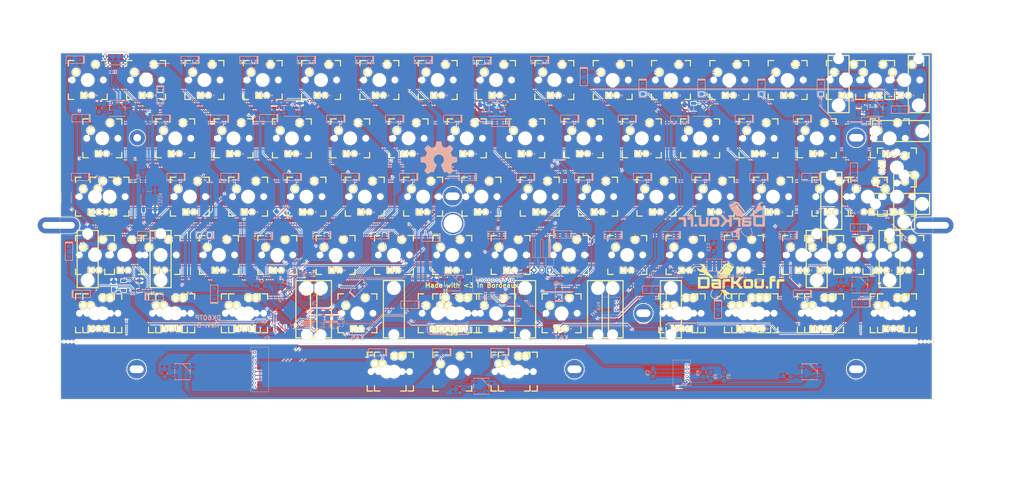
<source format=kicad_pcb>
(kicad_pcb (version 4) (host pcbnew 4.0.7+dfsg1-1)
  (title_block (title DK60TP) (date 2017-10-07) (rev B) (company DarKou))
  (layers (0 F.Cu signal) (31 B.Cu signal) (34 B.Paste user) (35 F.Paste user) (36 B.SilkS user) (37 F.SilkS user hide) (38 B.Mask user) (39 F.Mask user) (44 Edge.Cuts user))
  (net 0 "")
  (net 1 LED_CATH)
  (net 2 LED_AN)
  (net 3 XTAL1)
  (net 4 GND)
  (net 5 XTAL2)
  (net 6 VCC)
  (net 7 "Net-(C8-Pad1)")
  (net 8 "Net-(C9-Pad1)")
  (net 9 Col0)
  (net 10 "Net-(DK0-Pad1)")
  (net 11 "Net-(DK1-Pad1)")
  (net 12 "Net-(DK2-Pad1)")
  (net 13 "Net-(DK3-Pad1)")
  (net 14 "Net-(DK4-Pad1)")
  (net 15 Col6)
  (net 16 "Net-(DK6-Pad1)")
  (net 17 Col1)
  (net 18 "Net-(DK10-Pad1)")
  (net 19 "Net-(DK11-Pad1)")
  (net 20 "Net-(DK12-Pad1)")
  (net 21 "Net-(DK13-Pad1)")
  (net 22 "Net-(DK14-Pad1)")
  (net 23 Col2)
  (net 24 "Net-(DK20-Pad1)")
  (net 25 "Net-(DK21-Pad1)")
  (net 26 "Net-(DK22-Pad1)")
  (net 27 "Net-(DK23-Pad1)")
  (net 28 "Net-(DK24-Pad1)")
  (net 29 Col3)
  (net 30 "Net-(DK30-Pad1)")
  (net 31 "Net-(DK31-Pad1)")
  (net 32 "Net-(DK32-Pad1)")
  (net 33 "Net-(DK33-Pad1)")
  (net 34 /TRACKPOINT/Col3)
  (net 35 "Net-(DK34-Pad1)")
  (net 36 Col4)
  (net 37 "Net-(DK40-Pad1)")
  (net 38 "Net-(DK41-Pad1)")
  (net 39 "Net-(DK42-Pad1)")
  (net 40 "Net-(DK43-Pad1)")
  (net 41 /TRACKPOINT/Col4)
  (net 42 "Net-(DK44-Pad1)")
  (net 43 Col5)
  (net 44 "Net-(DK50-Pad1)")
  (net 45 "Net-(DK51-Pad1)")
  (net 46 "Net-(DK52-Pad1)")
  (net 47 "Net-(DK53-Pad1)")
  (net 48 "Net-(DK54-Pad1)")
  (net 49 "Net-(DK61-Pad1)")
  (net 50 "Net-(DK62-Pad1)")
  (net 51 "Net-(DK63-Pad1)")
  (net 52 "Net-(DK64-Pad1)")
  (net 53 Col7)
  (net 54 "Net-(DK70-Pad1)")
  (net 55 "Net-(DK71-Pad1)")
  (net 56 "Net-(DK72-Pad1)")
  (net 57 "Net-(DK73-Pad1)")
  (net 58 Col8)
  (net 59 "Net-(DK80-Pad1)")
  (net 60 "Net-(DK81-Pad1)")
  (net 61 "Net-(DK82-Pad1)")
  (net 62 "Net-(DK83-Pad1)")
  (net 63 Col9)
  (net 64 "Net-(DK90-Pad1)")
  (net 65 "Net-(DK91-Pad1)")
  (net 66 "Net-(DK92-Pad1)")
  (net 67 "Net-(DK93-Pad1)")
  (net 68 "Net-(DK94-Pad1)")
  (net 69 ColA)
  (net 70 "Net-(DKA0-Pad1)")
  (net 71 "Net-(DKA1-Pad1)")
  (net 72 "Net-(DKA2-Pad1)")
  (net 73 "Net-(DKA3-Pad1)")
  (net 74 "Net-(DKA4-Pad1)")
  (net 75 ColB)
  (net 76 "Net-(DKB0-Pad1)")
  (net 77 "Net-(DKB1-Pad1)")
  (net 78 "Net-(DKB2-Pad1)")
  (net 79 "Net-(DKB3-Pad1)")
  (net 80 "Net-(DKB4-Pad1)")
  (net 81 ColC)
  (net 82 "Net-(DKC1-Pad1)")
  (net 83 "Net-(DKC2-Pad1)")
  (net 84 "Net-(DKC3-Pad1)")
  (net 85 "Net-(DKC4-Pad1)")
  (net 86 ColD)
  (net 87 "Net-(DKD0-Pad1)")
  (net 88 "Net-(DKD1-Pad1)")
  (net 89 "Net-(DKD2-Pad1)")
  (net 90 "Net-(DKD3-Pad1)")
  (net 91 "Net-(DKD4-Pad1)")
  (net 92 "Net-(J1-Pad2)")
  (net 93 "Net-(J1-Pad3)")
  (net 94 DOUT)
  (net 95 Row0)
  (net 96 Row4)
  (net 97 Row1)
  (net 98 Row2)
  (net 99 Row3)
  (net 100 /TRACKPOINT/Row4)
  (net 101 "Net-(KC0-Pad1)")
  (net 102 "Net-(L1-Pad1)")
  (net 103 "Net-(J3-Pad2)")
  (net 104 D5)
  (net 105 D2)
  (net 106 /TRACKPOINT/D5)
  (net 107 /TRACKPOINT/D2)
  (net 108 /TRACKPOINT/RGB)
  (net 109 RESET)
  (net 110 "Net-(R2-Pad2)")
  (net 111 "Net-(R3-Pad1)")
  (net 112 CAPS_LED)
  (net 113 "Net-(J3-Pad1)")
  (net 114 RGB)
  (net 115 "Net-(RGB0-Pad2)")
  (net 116 "Net-(RGB1-Pad2)")
  (net 117 "Net-(RGB2-Pad2)")
  (net 118 "Net-(RGB3-Pad2)")
  (net 119 "Net-(RGB4-Pad2)")
  (net 120 "Net-(RGB5-Pad2)")
  (net 121 "Net-(RGB6-Pad2)")
  (net 122 "Net-(RGB8-Pad2)")
  (net 123 "Net-(RGB10-Pad4)")
  (net 124 BACKLIT)
  (net 125 "Net-(R4-Pad1)")
  (net 126 "Net-(DK74-Pad1)")
  (net 127 /TRACKPOINT/Col8)
  (net 128 "Net-(DK84-Pad1)")
  (module Connectors_Molex:Molex_PicoBlade_53048-0310_03x1.25mm_Angled (layer B.Cu) (at 245.61375 124.05625 90)
    (fp_text reference J2 hide)
    (fp_text value RGB (at 1.25 -5.75 90) (layer B.SilkS) (effects (justify mirror)))
    (pad 1 thru_hole rect (at 0 0 90) (size 0.85 0.85) (drill 0.5) (layers *.Cu *.Mask) (net 6 VCC))
    (pad 2 thru_hole circle (at 1.25 0 90) (size 0.85 0.85) (drill 0.5) (layers *.Cu *.Mask) (net 4 GND))
    (pad 3 thru_hole circle (at 2.5 0 90) (size 0.85 0.85) (drill 0.5) (layers *.Cu *.Mask) (net 94 DOUT))
  )
  (module Housings_DFN_QFN:QFN-44-1EP_7x7mm_Pitch0.5mm (layer B.Cu) (at 139.505 124.15625 225)
    (fp_text reference U0 (at 0 4.75 225) (layer B.SilkS) (effects (justify mirror)))
    (fp_text value ATMEGA32U4-MU)
    (pad 1 smd rect (at -3.4 2.5 225) (size 0.7 0.25) (layers B.Cu B.Paste B.Mask) (net 112 CAPS_LED))
    (pad 2 smd rect (at -3.4 2 225) (size 0.7 0.25) (layers B.Cu B.Paste B.Mask) (net 6 VCC))
    (pad 3 smd rect (at -3.4 1.5 225) (size 0.7 0.25) (layers B.Cu B.Paste B.Mask) (net 111 "Net-(R3-Pad1)"))
    (pad 4 smd rect (at -3.4 1 225) (size 0.7 0.25) (layers B.Cu B.Paste B.Mask) (net 125 "Net-(R4-Pad1)"))
    (pad 5 smd rect (at -3.4 0.5 225) (size 0.7 0.25) (layers B.Cu B.Paste B.Mask) (net 4 GND))
    (pad 6 smd rect (at -3.4 0 225) (size 0.7 0.25) (layers B.Cu B.Paste B.Mask) (net 7 "Net-(C8-Pad1)"))
    (pad 7 smd rect (at -3.4 -0.5 225) (size 0.7 0.25) (layers B.Cu B.Paste B.Mask) (net 6 VCC))
    (pad 8 smd rect (at -3.4 -1 225) (size 0.7 0.25) (layers B.Cu B.Paste B.Mask) (net 43 Col5))
    (pad 9 smd rect (at -3.4 -1.5 225) (size 0.7 0.25) (layers B.Cu B.Paste B.Mask) (net 99 Row3))
    (pad 10 smd rect (at -3.4 -2 225) (size 0.7 0.25) (layers B.Cu B.Paste B.Mask) (net 15 Col6))
    (pad 11 smd rect (at -3.4 -2.5 225) (size 0.7 0.25) (layers B.Cu B.Paste B.Mask) (net 53 Col7))
    (pad 12 smd rect (at -2.5 -3.4 135) (size 0.7 0.25) (layers B.Cu B.Paste B.Mask) (net 124 BACKLIT))
    (pad 13 smd rect (at -2 -3.4 135) (size 0.7 0.25) (layers B.Cu B.Paste B.Mask) (net 109 RESET))
    (pad 14 smd rect (at -1.5 -3.4 135) (size 0.7 0.25) (layers B.Cu B.Paste B.Mask) (net 6 VCC))
    (pad 15 smd rect (at -1 -3.4 135) (size 0.7 0.25) (layers B.Cu B.Paste B.Mask) (net 4 GND))
    (pad 16 smd rect (at -0.5 -3.4 135) (size 0.7 0.25) (layers B.Cu B.Paste B.Mask) (net 3 XTAL1))
    (pad 17 smd rect (at 0 -3.4 135) (size 0.7 0.25) (layers B.Cu B.Paste B.Mask) (net 5 XTAL2))
    (pad 18 smd rect (at 0.5 -3.4 135) (size 0.7 0.25) (layers B.Cu B.Paste B.Mask) (net 81 ColC))
    (pad 19 smd rect (at 1 -3.4 135) (size 0.7 0.25) (layers B.Cu B.Paste B.Mask) (net 75 ColB))
    (pad 20 smd rect (at 1.5 -3.4 135) (size 0.7 0.25) (layers B.Cu B.Paste B.Mask) (net 105 D2))
    (pad 21 smd rect (at 2 -3.4 135) (size 0.7 0.25) (layers B.Cu B.Paste B.Mask) (net 69 ColA))
    (pad 22 smd rect (at 2.5 -3.4 135) (size 0.7 0.25) (layers B.Cu B.Paste B.Mask) (net 104 D5))
    (pad 23 smd rect (at 3.4 -2.5 225) (size 0.7 0.25) (layers B.Cu B.Paste B.Mask) (net 4 GND))
    (pad 24 smd rect (at 3.4 -2 225) (size 0.7 0.25) (layers B.Cu B.Paste B.Mask) (net 6 VCC))
    (pad 25 smd rect (at 3.4 -1.5 225) (size 0.7 0.25) (layers B.Cu B.Paste B.Mask) (net 86 ColD))
    (pad 26 smd rect (at 3.4 -1 225) (size 0.7 0.25) (layers B.Cu B.Paste B.Mask) (net 96 Row4))
    (pad 27 smd rect (at 3.4 -0.5 225) (size 0.7 0.25) (layers B.Cu B.Paste B.Mask) (net 114 RGB))
    (pad 28 smd rect (at 3.4 0 225) (size 0.7 0.25) (layers B.Cu B.Paste B.Mask) (net 9 Col0))
    (pad 29 smd rect (at 3.4 0.5 225) (size 0.7 0.25) (layers B.Cu B.Paste B.Mask) (net 17 Col1))
    (pad 30 smd rect (at 3.4 1 225) (size 0.7 0.25) (layers B.Cu B.Paste B.Mask) (net 98 Row2))
    (pad 31 smd rect (at 3.4 1.5 225) (size 0.7 0.25) (layers B.Cu B.Paste B.Mask) (net 23 Col2))
    (pad 32 smd rect (at 3.4 2 225) (size 0.7 0.25) (layers B.Cu B.Paste B.Mask) (net 95 Row0))
    (pad 33 smd rect (at 3.4 2.5 225) (size 0.7 0.25) (layers B.Cu B.Paste B.Mask) (net 110 "Net-(R2-Pad2)"))
    (pad 34 smd rect (at 2.5 3.4 135) (size 0.7 0.25) (layers B.Cu B.Paste B.Mask) (net 6 VCC))
    (pad 35 smd rect (at 2 3.4 135) (size 0.7 0.25) (layers B.Cu B.Paste B.Mask) (net 4 GND))
    (pad 36 smd rect (at 1.5 3.4 135) (size 0.7 0.25) (layers B.Cu B.Paste B.Mask) (net 29 Col3))
    (pad 37 smd rect (at 1 3.4 135) (size 0.7 0.25) (layers B.Cu B.Paste B.Mask) (net 36 Col4))
    (pad 38 smd rect (at 0.5 3.4 135) (size 0.7 0.25) (layers B.Cu B.Paste B.Mask) (net 97 Row1))
    (pad 39 smd rect (at 0 3.4 135) (size 0.7 0.25) (layers B.Cu B.Paste B.Mask) (net 58 Col8))
    (pad 40 smd rect (at -0.5 3.4 135) (size 0.7 0.25) (layers B.Cu B.Paste B.Mask) (net 63 Col9))
    (pad 41 smd rect (at -1 3.4 135) (size 0.7 0.25) (layers B.Cu B.Paste B.Mask))
    (pad 42 smd rect (at -1.5 3.4 135) (size 0.7 0.25) (layers B.Cu B.Paste B.Mask))
    (pad 43 smd rect (at -2 3.4 135) (size 0.7 0.25) (layers B.Cu B.Paste B.Mask) (net 4 GND))
    (pad 44 smd rect (at -2.5 3.4 135) (size 0.7 0.25) (layers B.Cu B.Paste B.Mask) (net 6 VCC))
    (pad 45 smd rect (at 1.93125 -1.93125 225) (size 1.2875 1.2875) (layers B.Cu B.Paste B.Mask) (net 4 GND))
    (pad 45 smd rect (at 1.93125 -0.64375 225) (size 1.2875 1.2875) (layers B.Cu B.Paste B.Mask) (net 4 GND))
    (pad 45 smd rect (at 1.93125 0.64375 225) (size 1.2875 1.2875) (layers B.Cu B.Paste B.Mask) (net 4 GND))
    (pad 45 smd rect (at 1.93125 1.93125 225) (size 1.2875 1.2875) (layers B.Cu B.Paste B.Mask) (net 4 GND))
    (pad 45 smd rect (at 0.64375 -1.93125 225) (size 1.2875 1.2875) (layers B.Cu B.Paste B.Mask) (net 4 GND))
    (pad 45 smd rect (at 0.64375 -0.64375 225) (size 1.2875 1.2875) (layers B.Cu B.Paste B.Mask) (net 4 GND))
    (pad 45 smd rect (at 0.64375 0.64375 225) (size 1.2875 1.2875) (layers B.Cu B.Paste B.Mask) (net 4 GND))
    (pad 45 smd rect (at 0.64375 1.93125 225) (size 1.2875 1.2875) (layers B.Cu B.Paste B.Mask) (net 4 GND))
    (pad 45 smd rect (at -0.64375 -1.93125 225) (size 1.2875 1.2875) (layers B.Cu B.Paste B.Mask) (net 4 GND))
    (pad 45 smd rect (at -0.64375 -0.64375 225) (size 1.2875 1.2875) (layers B.Cu B.Paste B.Mask) (net 4 GND))
    (pad 45 smd rect (at -0.64375 0.64375 225) (size 1.2875 1.2875) (layers B.Cu B.Paste B.Mask) (net 4 GND))
    (pad 45 smd rect (at -0.64375 1.93125 225) (size 1.2875 1.2875) (layers B.Cu B.Paste B.Mask) (net 4 GND))
    (pad 45 smd rect (at -1.93125 -1.93125 225) (size 1.2875 1.2875) (layers B.Cu B.Paste B.Mask) (net 4 GND))
    (pad 45 smd rect (at -1.93125 -0.64375 225) (size 1.2875 1.2875) (layers B.Cu B.Paste B.Mask) (net 4 GND))
    (pad 45 smd rect (at -1.93125 0.64375 225) (size 1.2875 1.2875) (layers B.Cu B.Paste B.Mask) (net 4 GND))
    (pad 45 smd rect (at -1.93125 1.93125 225) (size 1.2875 1.2875) (layers B.Cu B.Paste B.Mask) (net 4 GND))
  )
  (module Footprint:MXST (layer F.Cu) (at 144.3675 125.18125 180)
    (fp_text reference 6.25U_0 hide)
    (fp_text value 6.25U hide)
    (pad "" np_thru_hole circle (at 0 -6.985 180) (size 3.048 3.048) (drill 3.048) (layers *.Cu *.Mask))
    (pad "" np_thru_hole circle (at 0 8.255 180) (size 3.9802 3.9802) (drill 3.9802) (layers *.Cu *.Mask))
  )
  (module Footprint:Mx_125 (layer F.Cu) (at 75.3375 125.18125)
    (fp_text reference K40 hide)
    (fp_text value K40 hide)
    (pad HOLE np_thru_hole circle (at 0 0) (size 3.9878 3.9878) (drill 3.9878) (layers *.Cu))
    (pad HOLE np_thru_hole circle (at -5.08 0) (size 1.7018 1.7018) (drill 1.7018) (layers *.Cu))
    (pad HOLE np_thru_hole circle (at 5.08 0) (size 1.7018 1.7018) (drill 1.7018) (layers *.Cu))
    (pad 1 thru_hole circle (at -3.81 -2.54 330.95) (size 2.5 2.5) (drill 1.5) (layers *.Cu *.Mask F.SilkS) (net 14 "Net-(DK4-Pad1)"))
    (pad 2 thru_hole circle (at 2.54 -5.08 356.1) (size 2.5 2.5) (drill 1.5) (layers *.Cu *.Mask F.SilkS) (net 96 Row4))
  )
  (module Footprint:LED_TH_BIVAR (layer F.Cu) (at 72.95625 53.98125)
    (fp_text reference BL0 hide)
    (fp_text value LED hide)
    (fp_text user + (at 3.048 0) (layer B.SilkS) (effects (justify mirror)))
    (pad 1 thru_hole rect (at -1.27 0) (size 1.9 1.9) (drill 1.1176) (layers *.Cu *.Mask F.SilkS) (net 1 LED_CATH))
    (pad 2 thru_hole circle (at 1.27 0) (size 1.9 1.9) (drill 1.1176) (layers *.Cu *.Mask F.SilkS) (net 2 LED_AN))
  )
  (module Footprint:LED_TH_BIVAR (layer F.Cu) (at 77.71875 73.03125)
    (fp_text reference BL10 hide)
    (fp_text value LED hide)
    (fp_text user + (at 3.048 0) (layer B.SilkS) (effects (justify mirror)))
    (pad 1 thru_hole rect (at -1.27 0) (size 1.9 1.9) (drill 1.1176) (layers *.Cu *.Mask F.SilkS) (net 1 LED_CATH))
    (pad 2 thru_hole circle (at 1.27 0) (size 1.9 1.9) (drill 1.1176) (layers *.Cu *.Mask F.SilkS) (net 2 LED_AN))
  )
  (module Footprint:LED_TH_BIVAR (layer F.Cu) (at 75.3375 92.08125)
    (fp_text reference BL20 hide)
    (fp_text value LED hide)
    (fp_text user + (at 3.048 0) (layer B.SilkS) (effects (justify mirror)))
    (pad 1 thru_hole rect (at -1.27 0) (size 1.9 1.9) (drill 1.1176) (layers *.Cu *.Mask F.SilkS) (net 1 LED_CATH))
    (pad 2 thru_hole circle (at 1.27 0) (size 1.9 1.9) (drill 1.1176) (layers *.Cu *.Mask F.SilkS) (net 2 LED_AN))
  )
  (module Footprint:LED_TH_BIVAR (layer F.Cu) (at 80.1 92.08125 180)
    (fp_text reference BL21 hide)
    (fp_text value LED hide)
    (fp_text user + (at 3.048 0 180) (layer B.SilkS) (effects (justify mirror)))
    (pad 1 thru_hole rect (at -1.27 0 180) (size 1.9 1.9) (drill 1.1176) (layers *.Cu *.Mask F.SilkS) (net 1 LED_CATH))
    (pad 2 thru_hole circle (at 1.27 0 180) (size 1.9 1.9) (drill 1.1176) (layers *.Cu *.Mask F.SilkS) (net 2 LED_AN))
  )
  (module Footprint:LED_TH_BIVAR (layer F.Cu) (at 75.3375 111.13125)
    (fp_text reference BL30 hide)
    (fp_text value LED hide)
    (fp_text user + (at 3.048 0) (layer B.SilkS) (effects (justify mirror)))
    (pad 1 thru_hole rect (at -1.27 0) (size 1.9 1.9) (drill 1.1176) (layers *.Cu *.Mask F.SilkS) (net 1 LED_CATH))
    (pad 2 thru_hole circle (at 1.27 0) (size 1.9 1.9) (drill 1.1176) (layers *.Cu *.Mask F.SilkS) (net 2 LED_AN))
  )
  (module Footprint:LED_TH_BIVAR (layer F.Cu) (at 96.76875 111.13125)
    (fp_text reference BL31 hide)
    (fp_text value LED hide)
    (fp_text user + (at 3.048 0) (layer B.SilkS) (effects (justify mirror)))
    (pad 1 thru_hole rect (at -1.27 0) (size 1.9 1.9) (drill 1.1176) (layers *.Cu *.Mask F.SilkS) (net 1 LED_CATH))
    (pad 2 thru_hole circle (at 1.27 0) (size 1.9 1.9) (drill 1.1176) (layers *.Cu *.Mask F.SilkS) (net 2 LED_AN))
  )
  (module Footprint:LED_TH_BIVAR (layer F.Cu) (at 75.3375 130.18125)
    (fp_text reference BL40 hide)
    (fp_text value LED hide)
    (fp_text user + (at 3.048 0) (layer B.SilkS) (effects (justify mirror)))
    (pad 1 thru_hole rect (at -1.27 0) (size 1.9 1.9) (drill 1.1176) (layers *.Cu *.Mask F.SilkS) (net 1 LED_CATH))
    (pad 2 thru_hole circle (at 1.27 0) (size 1.9 1.9) (drill 1.1176) (layers *.Cu *.Mask F.SilkS) (net 2 LED_AN))
  )
  (module Footprint:LED_TH_BIVAR (layer F.Cu) (at 77.71875 130.18125 180)
    (fp_text reference BL41 hide)
    (fp_text value LED hide)
    (fp_text user + (at 3.048 0 180) (layer B.SilkS) (effects (justify mirror)))
    (pad 1 thru_hole rect (at -1.27 0 180) (size 1.9 1.9) (drill 1.1176) (layers *.Cu *.Mask F.SilkS) (net 1 LED_CATH))
    (pad 2 thru_hole circle (at 1.27 0 180) (size 1.9 1.9) (drill 1.1176) (layers *.Cu *.Mask F.SilkS) (net 2 LED_AN))
  )
  (module Footprint:LED_TH_BIVAR (layer F.Cu) (at 92.00625 53.98125)
    (fp_text reference BL100 hide)
    (fp_text value LED hide)
    (fp_text user + (at 3.048 0) (layer B.SilkS) (effects (justify mirror)))
    (pad 1 thru_hole rect (at -1.27 0) (size 1.9 1.9) (drill 1.1176) (layers *.Cu *.Mask F.SilkS) (net 1 LED_CATH))
    (pad 2 thru_hole circle (at 1.27 0) (size 1.9 1.9) (drill 1.1176) (layers *.Cu *.Mask F.SilkS) (net 2 LED_AN))
  )
  (module Footprint:LED_TH_BIVAR (layer F.Cu) (at 101.53125 73.03125)
    (fp_text reference BL110 hide)
    (fp_text value LED hide)
    (fp_text user + (at 3.048 0) (layer B.SilkS) (effects (justify mirror)))
    (pad 1 thru_hole rect (at -1.27 0) (size 1.9 1.9) (drill 1.1176) (layers *.Cu *.Mask F.SilkS) (net 1 LED_CATH))
    (pad 2 thru_hole circle (at 1.27 0) (size 1.9 1.9) (drill 1.1176) (layers *.Cu *.Mask F.SilkS) (net 2 LED_AN))
  )
  (module Footprint:LED_TH_BIVAR (layer F.Cu) (at 106.29375 92.08125)
    (fp_text reference BL120 hide)
    (fp_text value LED hide)
    (fp_text user + (at 3.048 0) (layer B.SilkS) (effects (justify mirror)))
    (pad 1 thru_hole rect (at -1.27 0) (size 1.9 1.9) (drill 1.1176) (layers *.Cu *.Mask F.SilkS) (net 1 LED_CATH))
    (pad 2 thru_hole circle (at 1.27 0) (size 1.9 1.9) (drill 1.1176) (layers *.Cu *.Mask F.SilkS) (net 2 LED_AN))
  )
  (module Footprint:LED_TH_BIVAR (layer F.Cu) (at 84.8625 111.13125)
    (fp_text reference BL130 hide)
    (fp_text value LED hide)
    (fp_text user + (at 3.048 0) (layer B.SilkS) (effects (justify mirror)))
    (pad 1 thru_hole rect (at -1.27 0) (size 1.9 1.9) (drill 1.1176) (layers *.Cu *.Mask F.SilkS) (net 1 LED_CATH))
    (pad 2 thru_hole circle (at 1.27 0) (size 1.9 1.9) (drill 1.1176) (layers *.Cu *.Mask F.SilkS) (net 2 LED_AN))
  )
  (module Footprint:LED_TH_BIVAR (layer F.Cu) (at 99.15 130.18125)
    (fp_text reference BL140 hide)
    (fp_text value LED hide)
    (fp_text user + (at 3.048 0) (layer B.SilkS) (effects (justify mirror)))
    (pad 1 thru_hole rect (at -1.27 0) (size 1.9 1.9) (drill 1.1176) (layers *.Cu *.Mask F.SilkS) (net 1 LED_CATH))
    (pad 2 thru_hole circle (at 1.27 0) (size 1.9 1.9) (drill 1.1176) (layers *.Cu *.Mask F.SilkS) (net 2 LED_AN))
  )
  (module Footprint:LED_TH_BIVAR (layer F.Cu) (at 101.53125 130.18125 180)
    (fp_text reference BL141 hide)
    (fp_text value LED hide)
    (fp_text user + (at 3.048 0 180) (layer B.SilkS) (effects (justify mirror)))
    (pad 1 thru_hole rect (at -1.27 0 180) (size 1.9 1.9) (drill 1.1176) (layers *.Cu *.Mask F.SilkS) (net 1 LED_CATH))
    (pad 2 thru_hole circle (at 1.27 0 180) (size 1.9 1.9) (drill 1.1176) (layers *.Cu *.Mask F.SilkS) (net 2 LED_AN))
  )
  (module Footprint:LED_TH_BIVAR (layer F.Cu) (at 111.05625 53.98125)
    (fp_text reference BL200 hide)
    (fp_text value LED hide)
    (fp_text user + (at 3.048 0) (layer B.SilkS) (effects (justify mirror)))
    (pad 1 thru_hole rect (at -1.27 0) (size 1.9 1.9) (drill 1.1176) (layers *.Cu *.Mask F.SilkS) (net 1 LED_CATH))
    (pad 2 thru_hole circle (at 1.27 0) (size 1.9 1.9) (drill 1.1176) (layers *.Cu *.Mask F.SilkS) (net 2 LED_AN))
  )
  (module Footprint:LED_TH_BIVAR (layer F.Cu) (at 120.58125 73.03125)
    (fp_text reference BL210 hide)
    (fp_text value LED hide)
    (fp_text user + (at 3.048 0) (layer B.SilkS) (effects (justify mirror)))
    (pad 1 thru_hole rect (at -1.27 0) (size 1.9 1.9) (drill 1.1176) (layers *.Cu *.Mask F.SilkS) (net 1 LED_CATH))
    (pad 2 thru_hole circle (at 1.27 0) (size 1.9 1.9) (drill 1.1176) (layers *.Cu *.Mask F.SilkS) (net 2 LED_AN))
  )
  (module Footprint:LED_TH_BIVAR (layer F.Cu) (at 125.34375 92.08125)
    (fp_text reference BL220 hide)
    (fp_text value LED hide)
    (fp_text user + (at 3.048 0) (layer B.SilkS) (effects (justify mirror)))
    (pad 1 thru_hole rect (at -1.27 0) (size 1.9 1.9) (drill 1.1176) (layers *.Cu *.Mask F.SilkS) (net 1 LED_CATH))
    (pad 2 thru_hole circle (at 1.27 0) (size 1.9 1.9) (drill 1.1176) (layers *.Cu *.Mask F.SilkS) (net 2 LED_AN))
  )
  (module Footprint:LED_TH_BIVAR (layer F.Cu) (at 115.81875 111.13125)
    (fp_text reference BL230 hide)
    (fp_text value LED hide)
    (fp_text user + (at 3.048 0) (layer B.SilkS) (effects (justify mirror)))
    (pad 1 thru_hole rect (at -1.27 0) (size 1.9 1.9) (drill 1.1176) (layers *.Cu *.Mask F.SilkS) (net 1 LED_CATH))
    (pad 2 thru_hole circle (at 1.27 0) (size 1.9 1.9) (drill 1.1176) (layers *.Cu *.Mask F.SilkS) (net 2 LED_AN))
  )
  (module Footprint:LED_TH_BIVAR (layer F.Cu) (at 122.9625 130.18125)
    (fp_text reference BL240 hide)
    (fp_text value LED hide)
    (fp_text user + (at 3.048 0) (layer B.SilkS) (effects (justify mirror)))
    (pad 1 thru_hole rect (at -1.27 0) (size 1.9 1.9) (drill 1.1176) (layers *.Cu *.Mask F.SilkS) (net 1 LED_CATH))
    (pad 2 thru_hole circle (at 1.27 0) (size 1.9 1.9) (drill 1.1176) (layers *.Cu *.Mask F.SilkS) (net 2 LED_AN))
  )
  (module Footprint:LED_TH_BIVAR (layer F.Cu) (at 125.34375 130.18125 180)
    (fp_text reference BL241 hide)
    (fp_text value LED hide)
    (fp_text user + (at 3.048 0 180) (layer B.SilkS) (effects (justify mirror)))
    (pad 1 thru_hole rect (at -1.27 0 180) (size 1.9 1.9) (drill 1.1176) (layers *.Cu *.Mask F.SilkS) (net 1 LED_CATH))
    (pad 2 thru_hole circle (at 1.27 0 180) (size 1.9 1.9) (drill 1.1176) (layers *.Cu *.Mask F.SilkS) (net 2 LED_AN))
  )
  (module Footprint:LED_TH_BIVAR (layer F.Cu) (at 130.10625 53.98125)
    (fp_text reference BL300 hide)
    (fp_text value LED hide)
    (fp_text user + (at 3.048 0) (layer B.SilkS) (effects (justify mirror)))
    (pad 1 thru_hole rect (at -1.27 0) (size 1.9 1.9) (drill 1.1176) (layers *.Cu *.Mask F.SilkS) (net 1 LED_CATH))
    (pad 2 thru_hole circle (at 1.27 0) (size 1.9 1.9) (drill 1.1176) (layers *.Cu *.Mask F.SilkS) (net 2 LED_AN))
  )
  (module Footprint:LED_TH_BIVAR (layer F.Cu) (at 139.63125 73.03125)
    (fp_text reference BL310 hide)
    (fp_text value LED hide)
    (fp_text user + (at 3.048 0) (layer B.SilkS) (effects (justify mirror)))
    (pad 1 thru_hole rect (at -1.27 0) (size 1.9 1.9) (drill 1.1176) (layers *.Cu *.Mask F.SilkS) (net 1 LED_CATH))
    (pad 2 thru_hole circle (at 1.27 0) (size 1.9 1.9) (drill 1.1176) (layers *.Cu *.Mask F.SilkS) (net 2 LED_AN))
  )
  (module Footprint:LED_TH_BIVAR (layer F.Cu) (at 144.39375 92.08125)
    (fp_text reference BL320 hide)
    (fp_text value LED hide)
    (fp_text user + (at 3.048 0) (layer B.SilkS) (effects (justify mirror)))
    (pad 1 thru_hole rect (at -1.27 0) (size 1.9 1.9) (drill 1.1176) (layers *.Cu *.Mask F.SilkS) (net 1 LED_CATH))
    (pad 2 thru_hole circle (at 1.27 0) (size 1.9 1.9) (drill 1.1176) (layers *.Cu *.Mask F.SilkS) (net 2 LED_AN))
  )
  (module Footprint:LED_TH_BIVAR (layer F.Cu) (at 134.86875 111.13125)
    (fp_text reference BL330 hide)
    (fp_text value LED hide)
    (fp_text user + (at 3.048 0) (layer B.SilkS) (effects (justify mirror)))
    (pad 1 thru_hole rect (at -1.27 0) (size 1.9 1.9) (drill 1.1176) (layers *.Cu *.Mask F.SilkS) (net 1 LED_CATH))
    (pad 2 thru_hole circle (at 1.27 0) (size 1.9 1.9) (drill 1.1176) (layers *.Cu *.Mask F.SilkS) (net 2 LED_AN))
  )
  (module Footprint:LED_TH_BIVAR (layer F.Cu) (at 149.15625 53.98125)
    (fp_text reference BL400 hide)
    (fp_text value LED hide)
    (fp_text user + (at 3.048 0) (layer B.SilkS) (effects (justify mirror)))
    (pad 1 thru_hole rect (at -1.27 0) (size 1.9 1.9) (drill 1.1176) (layers *.Cu *.Mask F.SilkS) (net 1 LED_CATH))
    (pad 2 thru_hole circle (at 1.27 0) (size 1.9 1.9) (drill 1.1176) (layers *.Cu *.Mask F.SilkS) (net 2 LED_AN))
  )
  (module Footprint:LED_TH_BIVAR (layer F.Cu) (at 158.68125 73.03125)
    (fp_text reference BL410 hide)
    (fp_text value LED hide)
    (fp_text user + (at 3.048 0) (layer B.SilkS) (effects (justify mirror)))
    (pad 1 thru_hole rect (at -1.27 0) (size 1.9 1.9) (drill 1.1176) (layers *.Cu *.Mask F.SilkS) (net 1 LED_CATH))
    (pad 2 thru_hole circle (at 1.27 0) (size 1.9 1.9) (drill 1.1176) (layers *.Cu *.Mask F.SilkS) (net 2 LED_AN))
  )
  (module Footprint:LED_TH_BIVAR (layer F.Cu) (at 163.44375 92.08125)
    (fp_text reference BL420 hide)
    (fp_text value LED hide)
    (fp_text user + (at 3.048 0) (layer B.SilkS) (effects (justify mirror)))
    (pad 1 thru_hole rect (at -1.27 0) (size 1.9 1.9) (drill 1.1176) (layers *.Cu *.Mask F.SilkS) (net 1 LED_CATH))
    (pad 2 thru_hole circle (at 1.27 0) (size 1.9 1.9) (drill 1.1176) (layers *.Cu *.Mask F.SilkS) (net 2 LED_AN))
  )
  (module Footprint:LED_TH_BIVAR (layer F.Cu) (at 153.91875 111.13125)
    (fp_text reference BL430 hide)
    (fp_text value LED hide)
    (fp_text user + (at 3.048 0) (layer B.SilkS) (effects (justify mirror)))
    (pad 1 thru_hole rect (at -1.27 0) (size 1.9 1.9) (drill 1.1176) (layers *.Cu *.Mask F.SilkS) (net 1 LED_CATH))
    (pad 2 thru_hole circle (at 1.27 0) (size 1.9 1.9) (drill 1.1176) (layers *.Cu *.Mask F.SilkS) (net 2 LED_AN))
  )
  (module Footprint:LED_TH_BIVAR (layer F.Cu) (at 168.20625 53.98125)
    (fp_text reference BL500 hide)
    (fp_text value LED hide)
    (fp_text user + (at 3.048 0) (layer B.SilkS) (effects (justify mirror)))
    (pad 1 thru_hole rect (at -1.27 0) (size 1.9 1.9) (drill 1.1176) (layers *.Cu *.Mask F.SilkS) (net 1 LED_CATH))
    (pad 2 thru_hole circle (at 1.27 0) (size 1.9 1.9) (drill 1.1176) (layers *.Cu *.Mask F.SilkS) (net 2 LED_AN))
  )
  (module Footprint:LED_TH_BIVAR (layer F.Cu) (at 177.73125 73.03125)
    (fp_text reference BL510 hide)
    (fp_text value LED hide)
    (fp_text user + (at 3.048 0) (layer B.SilkS) (effects (justify mirror)))
    (pad 1 thru_hole rect (at -1.27 0) (size 1.9 1.9) (drill 1.1176) (layers *.Cu *.Mask F.SilkS) (net 1 LED_CATH))
    (pad 2 thru_hole circle (at 1.27 0) (size 1.9 1.9) (drill 1.1176) (layers *.Cu *.Mask F.SilkS) (net 2 LED_AN))
  )
  (module Footprint:LED_TH_BIVAR (layer F.Cu) (at 182.49375 92.08125)
    (fp_text reference BL520 hide)
    (fp_text value LED hide)
    (fp_text user + (at 3.048 0) (layer B.SilkS) (effects (justify mirror)))
    (pad 1 thru_hole rect (at -1.27 0) (size 1.9 1.9) (drill 1.1176) (layers *.Cu *.Mask F.SilkS) (net 1 LED_CATH))
    (pad 2 thru_hole circle (at 1.27 0) (size 1.9 1.9) (drill 1.1176) (layers *.Cu *.Mask F.SilkS) (net 2 LED_AN))
  )
  (module Footprint:LED_TH_BIVAR (layer F.Cu) (at 172.96875 111.13125)
    (fp_text reference BL530 hide)
    (fp_text value LED hide)
    (fp_text user + (at 3.048 0) (layer B.SilkS) (effects (justify mirror)))
    (pad 1 thru_hole rect (at -1.27 0) (size 1.9 1.9) (drill 1.1176) (layers *.Cu *.Mask F.SilkS) (net 1 LED_CATH))
    (pad 2 thru_hole circle (at 1.27 0) (size 1.9 1.9) (drill 1.1176) (layers *.Cu *.Mask F.SilkS) (net 2 LED_AN))
  )
  (module Footprint:LED_TH_BIVAR (layer F.Cu) (at 187.25625 53.98125)
    (fp_text reference BL600 hide)
    (fp_text value LED hide)
    (fp_text user + (at 3.048 0) (layer B.SilkS) (effects (justify mirror)))
    (pad 1 thru_hole rect (at -1.27 0) (size 1.9 1.9) (drill 1.1176) (layers *.Cu *.Mask F.SilkS) (net 1 LED_CATH))
    (pad 2 thru_hole circle (at 1.27 0) (size 1.9 1.9) (drill 1.1176) (layers *.Cu *.Mask F.SilkS) (net 2 LED_AN))
  )
  (module Footprint:LED_TH_BIVAR (layer F.Cu) (at 196.78125 73.03125)
    (fp_text reference BL610 hide)
    (fp_text value LED hide)
    (fp_text user + (at 3.048 0) (layer B.SilkS) (effects (justify mirror)))
    (pad 1 thru_hole rect (at -1.27 0) (size 1.9 1.9) (drill 1.1176) (layers *.Cu *.Mask F.SilkS) (net 1 LED_CATH))
    (pad 2 thru_hole circle (at 1.27 0) (size 1.9 1.9) (drill 1.1176) (layers *.Cu *.Mask F.SilkS) (net 2 LED_AN))
  )
  (module Footprint:LED_TH_BIVAR (layer F.Cu) (at 201.54375 92.08125)
    (fp_text reference BL620 hide)
    (fp_text value LED hide)
    (fp_text user + (at 3.048 0) (layer B.SilkS) (effects (justify mirror)))
    (pad 1 thru_hole rect (at -1.27 0) (size 1.9 1.9) (drill 1.1176) (layers *.Cu *.Mask F.SilkS) (net 1 LED_CATH))
    (pad 2 thru_hole circle (at 1.27 0) (size 1.9 1.9) (drill 1.1176) (layers *.Cu *.Mask F.SilkS) (net 2 LED_AN))
  )
  (module Footprint:LED_TH_BIVAR (layer F.Cu) (at 192.01875 111.13125)
    (fp_text reference BL630 hide)
    (fp_text value LED hide)
    (fp_text user + (at 3.048 0) (layer B.SilkS) (effects (justify mirror)))
    (pad 1 thru_hole rect (at -1.27 0) (size 1.9 1.9) (drill 1.1176) (layers *.Cu *.Mask F.SilkS) (net 1 LED_CATH))
    (pad 2 thru_hole circle (at 1.27 0) (size 1.9 1.9) (drill 1.1176) (layers *.Cu *.Mask F.SilkS) (net 2 LED_AN))
  )
  (module Footprint:LED_TH_BIVAR (layer F.Cu) (at 206.30625 130.18125)
    (fp_text reference BL640 hide)
    (fp_text value LED hide)
    (fp_text user + (at 3.048 0) (layer B.SilkS) (effects (justify mirror)))
    (pad 1 thru_hole rect (at -1.27 0) (size 1.9 1.9) (drill 1.1176) (layers *.Cu *.Mask F.SilkS) (net 1 LED_CATH))
    (pad 2 thru_hole circle (at 1.27 0) (size 1.9 1.9) (drill 1.1176) (layers *.Cu *.Mask F.SilkS) (net 2 LED_AN))
  )
  (module Footprint:LED_TH_BIVAR (layer F.Cu) (at 194.4 130.18125)
    (fp_text reference BL641 hide)
    (fp_text value LED hide)
    (fp_text user + (at 3.048 0) (layer B.SilkS) (effects (justify mirror)))
    (pad 1 thru_hole rect (at -1.27 0) (size 1.9 1.9) (drill 1.1176) (layers *.Cu *.Mask F.SilkS) (net 1 LED_CATH))
    (pad 2 thru_hole circle (at 1.27 0) (size 1.9 1.9) (drill 1.1176) (layers *.Cu *.Mask F.SilkS) (net 2 LED_AN))
  )
  (module Footprint:LED_TH_BIVAR (layer F.Cu) (at 187.25625 130.18125)
    (fp_text reference BL642 hide)
    (fp_text value LED hide)
    (fp_text user + (at 3.048 0) (layer B.SilkS) (effects (justify mirror)))
    (pad 1 thru_hole rect (at -1.27 0) (size 1.9 1.9) (drill 1.1176) (layers *.Cu *.Mask F.SilkS) (net 1 LED_CATH))
    (pad 2 thru_hole circle (at 1.27 0) (size 1.9 1.9) (drill 1.1176) (layers *.Cu *.Mask F.SilkS) (net 2 LED_AN))
  )
  (module Footprint:LED_TH_BIVAR (layer F.Cu) (at 206.30625 53.98125)
    (fp_text reference BL700 hide)
    (fp_text value LED hide)
    (fp_text user + (at 3.048 0) (layer B.SilkS) (effects (justify mirror)))
    (pad 1 thru_hole rect (at -1.27 0) (size 1.9 1.9) (drill 1.1176) (layers *.Cu *.Mask F.SilkS) (net 1 LED_CATH))
    (pad 2 thru_hole circle (at 1.27 0) (size 1.9 1.9) (drill 1.1176) (layers *.Cu *.Mask F.SilkS) (net 2 LED_AN))
  )
  (module Footprint:LED_TH_BIVAR (layer F.Cu) (at 215.83125 73.03125)
    (fp_text reference BL710 hide)
    (fp_text value LED hide)
    (fp_text user + (at 3.048 0) (layer B.SilkS) (effects (justify mirror)))
    (pad 1 thru_hole rect (at -1.27 0) (size 1.9 1.9) (drill 1.1176) (layers *.Cu *.Mask F.SilkS) (net 1 LED_CATH))
    (pad 2 thru_hole circle (at 1.27 0) (size 1.9 1.9) (drill 1.1176) (layers *.Cu *.Mask F.SilkS) (net 2 LED_AN))
  )
  (module Footprint:LED_TH_BIVAR (layer F.Cu) (at 220.59375 92.08125)
    (fp_text reference BL720 hide)
    (fp_text value LED hide)
    (fp_text user + (at 3.048 0) (layer B.SilkS) (effects (justify mirror)))
    (pad 1 thru_hole rect (at -1.27 0) (size 1.9 1.9) (drill 1.1176) (layers *.Cu *.Mask F.SilkS) (net 1 LED_CATH))
    (pad 2 thru_hole circle (at 1.27 0) (size 1.9 1.9) (drill 1.1176) (layers *.Cu *.Mask F.SilkS) (net 2 LED_AN))
  )
  (module Footprint:LED_TH_BIVAR (layer F.Cu) (at 211.06875 111.13125)
    (fp_text reference BL750 hide)
    (fp_text value LED hide)
    (fp_text user + (at 3.048 0) (layer B.SilkS) (effects (justify mirror)))
    (pad 1 thru_hole rect (at -1.27 0) (size 1.9 1.9) (drill 1.1176) (layers *.Cu *.Mask F.SilkS) (net 1 LED_CATH))
    (pad 2 thru_hole circle (at 1.27 0) (size 1.9 1.9) (drill 1.1176) (layers *.Cu *.Mask F.SilkS) (net 2 LED_AN))
  )
  (module Footprint:LED_TH_BIVAR (layer F.Cu) (at 225.35625 53.98125)
    (fp_text reference BL800 hide)
    (fp_text value LED hide)
    (fp_text user + (at 3.048 0) (layer B.SilkS) (effects (justify mirror)))
    (pad 1 thru_hole rect (at -1.27 0) (size 1.9 1.9) (drill 1.1176) (layers *.Cu *.Mask F.SilkS) (net 1 LED_CATH))
    (pad 2 thru_hole circle (at 1.27 0) (size 1.9 1.9) (drill 1.1176) (layers *.Cu *.Mask F.SilkS) (net 2 LED_AN))
  )
  (module Footprint:LED_TH_BIVAR (layer F.Cu) (at 234.88125 73.03125)
    (fp_text reference BL810 hide)
    (fp_text value LED hide)
    (fp_text user + (at 3.048 0) (layer B.SilkS) (effects (justify mirror)))
    (pad 1 thru_hole rect (at -1.27 0) (size 1.9 1.9) (drill 1.1176) (layers *.Cu *.Mask F.SilkS) (net 1 LED_CATH))
    (pad 2 thru_hole circle (at 1.27 0) (size 1.9 1.9) (drill 1.1176) (layers *.Cu *.Mask F.SilkS) (net 2 LED_AN))
  )
  (module Footprint:LED_TH_BIVAR (layer F.Cu) (at 239.64375 92.08125)
    (fp_text reference BL820 hide)
    (fp_text value LED hide)
    (fp_text user + (at 3.048 0) (layer B.SilkS) (effects (justify mirror)))
    (pad 1 thru_hole rect (at -1.27 0) (size 1.9 1.9) (drill 1.1176) (layers *.Cu *.Mask F.SilkS) (net 1 LED_CATH))
    (pad 2 thru_hole circle (at 1.27 0) (size 1.9 1.9) (drill 1.1176) (layers *.Cu *.Mask F.SilkS) (net 2 LED_AN))
  )
  (module Footprint:LED_TH_BIVAR (layer F.Cu) (at 230.11875 111.13125)
    (fp_text reference BL830 hide)
    (fp_text value LED hide)
    (fp_text user + (at 3.048 0) (layer B.SilkS) (effects (justify mirror)))
    (pad 1 thru_hole rect (at -1.27 0) (size 1.9 1.9) (drill 1.1176) (layers *.Cu *.Mask F.SilkS) (net 1 LED_CATH))
    (pad 2 thru_hole circle (at 1.27 0) (size 1.9 1.9) (drill 1.1176) (layers *.Cu *.Mask F.SilkS) (net 2 LED_AN))
  )
  (module Footprint:LED_TH_BIVAR (layer F.Cu) (at 244.40625 53.98125)
    (fp_text reference BL900 hide)
    (fp_text value LED hide)
    (fp_text user + (at 3.048 0) (layer B.SilkS) (effects (justify mirror)))
    (pad 1 thru_hole rect (at -1.27 0) (size 1.9 1.9) (drill 1.1176) (layers *.Cu *.Mask F.SilkS) (net 1 LED_CATH))
    (pad 2 thru_hole circle (at 1.27 0) (size 1.9 1.9) (drill 1.1176) (layers *.Cu *.Mask F.SilkS) (net 2 LED_AN))
  )
  (module Footprint:LED_TH_BIVAR (layer F.Cu) (at 253.93125 73.03125)
    (fp_text reference BL910 hide)
    (fp_text value LED hide)
    (fp_text user + (at 3.048 0) (layer B.SilkS) (effects (justify mirror)))
    (pad 1 thru_hole rect (at -1.27 0) (size 1.9 1.9) (drill 1.1176) (layers *.Cu *.Mask F.SilkS) (net 1 LED_CATH))
    (pad 2 thru_hole circle (at 1.27 0) (size 1.9 1.9) (drill 1.1176) (layers *.Cu *.Mask F.SilkS) (net 2 LED_AN))
  )
  (module Footprint:LED_TH_BIVAR (layer F.Cu) (at 258.69375 92.08125)
    (fp_text reference BL920 hide)
    (fp_text value LED hide)
    (fp_text user + (at 3.048 0) (layer B.SilkS) (effects (justify mirror)))
    (pad 1 thru_hole rect (at -1.27 0) (size 1.9 1.9) (drill 1.1176) (layers *.Cu *.Mask F.SilkS) (net 1 LED_CATH))
    (pad 2 thru_hole circle (at 1.27 0) (size 1.9 1.9) (drill 1.1176) (layers *.Cu *.Mask F.SilkS) (net 2 LED_AN))
  )
  (module Footprint:LED_TH_BIVAR (layer F.Cu) (at 249.16875 111.13125)
    (fp_text reference BL930 hide)
    (fp_text value LED hide)
    (fp_text user + (at 3.048 0) (layer B.SilkS) (effects (justify mirror)))
    (pad 1 thru_hole rect (at -1.27 0) (size 1.9 1.9) (drill 1.1176) (layers *.Cu *.Mask F.SilkS) (net 1 LED_CATH))
    (pad 2 thru_hole circle (at 1.27 0) (size 1.9 1.9) (drill 1.1176) (layers *.Cu *.Mask F.SilkS) (net 2 LED_AN))
  )
  (module Footprint:LED_TH_BIVAR (layer F.Cu) (at 339.65625 53.98125)
    (fp_text reference BL940 hide)
    (fp_text value LED hide)
    (fp_text user + (at 3.048 0) (layer B.SilkS) (effects (justify mirror)))
    (pad 1 thru_hole rect (at -1.27 0) (size 1.9 1.9) (drill 1.1176) (layers *.Cu *.Mask F.SilkS) (net 1 LED_CATH))
    (pad 2 thru_hole circle (at 1.27 0) (size 1.9 1.9) (drill 1.1176) (layers *.Cu *.Mask F.SilkS) (net 2 LED_AN))
  )
  (module Footprint:LED_TH_BIVAR (layer F.Cu) (at 263.45625 53.98125)
    (fp_text reference BLA0 hide)
    (fp_text value LED hide)
    (fp_text user + (at 3.048 0) (layer B.SilkS) (effects (justify mirror)))
    (pad 1 thru_hole rect (at -1.27 0) (size 1.9 1.9) (drill 1.1176) (layers *.Cu *.Mask F.SilkS) (net 1 LED_CATH))
    (pad 2 thru_hole circle (at 1.27 0) (size 1.9 1.9) (drill 1.1176) (layers *.Cu *.Mask F.SilkS) (net 2 LED_AN))
  )
  (module Footprint:LED_TH_BIVAR (layer F.Cu) (at 272.98125 73.03125)
    (fp_text reference BLA10 hide)
    (fp_text value LED hide)
    (fp_text user + (at 3.048 0) (layer B.SilkS) (effects (justify mirror)))
    (pad 1 thru_hole rect (at -1.27 0) (size 1.9 1.9) (drill 1.1176) (layers *.Cu *.Mask F.SilkS) (net 1 LED_CATH))
    (pad 2 thru_hole circle (at 1.27 0) (size 1.9 1.9) (drill 1.1176) (layers *.Cu *.Mask F.SilkS) (net 2 LED_AN))
  )
  (module Footprint:LED_TH_BIVAR (layer F.Cu) (at 277.74375 92.08125)
    (fp_text reference BLA20 hide)
    (fp_text value LED hide)
    (fp_text user + (at 3.048 0) (layer B.SilkS) (effects (justify mirror)))
    (pad 1 thru_hole rect (at -1.27 0) (size 1.9 1.9) (drill 1.1176) (layers *.Cu *.Mask F.SilkS) (net 1 LED_CATH))
    (pad 2 thru_hole circle (at 1.27 0) (size 1.9 1.9) (drill 1.1176) (layers *.Cu *.Mask F.SilkS) (net 2 LED_AN))
  )
  (module Footprint:LED_TH_BIVAR (layer F.Cu) (at 268.21875 111.13125)
    (fp_text reference BLA30 hide)
    (fp_text value LED hide)
    (fp_text user + (at 3.048 0) (layer B.SilkS) (effects (justify mirror)))
    (pad 1 thru_hole rect (at -1.27 0) (size 1.9 1.9) (drill 1.1176) (layers *.Cu *.Mask F.SilkS) (net 1 LED_CATH))
    (pad 2 thru_hole circle (at 1.27 0) (size 1.9 1.9) (drill 1.1176) (layers *.Cu *.Mask F.SilkS) (net 2 LED_AN))
  )
  (module Footprint:LED_TH_BIVAR (layer F.Cu) (at 265.8375 130.18125)
    (fp_text reference BLA40 hide)
    (fp_text value LED hide)
    (fp_text user + (at 3.048 0) (layer B.SilkS) (effects (justify mirror)))
    (pad 1 thru_hole rect (at -1.27 0) (size 1.9 1.9) (drill 1.1176) (layers *.Cu *.Mask F.SilkS) (net 1 LED_CATH))
    (pad 2 thru_hole circle (at 1.27 0) (size 1.9 1.9) (drill 1.1176) (layers *.Cu *.Mask F.SilkS) (net 2 LED_AN))
  )
  (module Footprint:LED_TH_BIVAR (layer F.Cu) (at 268.21875 130.18125 180)
    (fp_text reference BLA41 hide)
    (fp_text value LED hide)
    (fp_text user + (at 3.048 0 180) (layer B.SilkS) (effects (justify mirror)))
    (pad 1 thru_hole rect (at -1.27 0 180) (size 1.9 1.9) (drill 1.1176) (layers *.Cu *.Mask F.SilkS) (net 1 LED_CATH))
    (pad 2 thru_hole circle (at 1.27 0 180) (size 1.9 1.9) (drill 1.1176) (layers *.Cu *.Mask F.SilkS) (net 2 LED_AN))
  )
  (module Footprint:LED_TH_BIVAR (layer F.Cu) (at 282.50625 53.98125)
    (fp_text reference BLB0 hide)
    (fp_text value LED hide)
    (fp_text user + (at 3.048 0) (layer B.SilkS) (effects (justify mirror)))
    (pad 1 thru_hole rect (at -1.27 0) (size 1.9 1.9) (drill 1.1176) (layers *.Cu *.Mask F.SilkS) (net 1 LED_CATH))
    (pad 2 thru_hole circle (at 1.27 0) (size 1.9 1.9) (drill 1.1176) (layers *.Cu *.Mask F.SilkS) (net 2 LED_AN))
  )
  (module Footprint:LED_TH_BIVAR (layer F.Cu) (at 292.03125 73.03125)
    (fp_text reference BLB10 hide)
    (fp_text value LED hide)
    (fp_text user + (at 3.048 0) (layer B.SilkS) (effects (justify mirror)))
    (pad 1 thru_hole rect (at -1.27 0) (size 1.9 1.9) (drill 1.1176) (layers *.Cu *.Mask F.SilkS) (net 1 LED_CATH))
    (pad 2 thru_hole circle (at 1.27 0) (size 1.9 1.9) (drill 1.1176) (layers *.Cu *.Mask F.SilkS) (net 2 LED_AN))
  )
  (module Footprint:LED_TH_BIVAR (layer F.Cu) (at 296.79375 92.08125)
    (fp_text reference BLB20 hide)
    (fp_text value LED hide)
    (fp_text user + (at 3.048 0) (layer B.SilkS) (effects (justify mirror)))
    (pad 1 thru_hole rect (at -1.27 0) (size 1.9 1.9) (drill 1.1176) (layers *.Cu *.Mask F.SilkS) (net 1 LED_CATH))
    (pad 2 thru_hole circle (at 1.27 0) (size 1.9 1.9) (drill 1.1176) (layers *.Cu *.Mask F.SilkS) (net 2 LED_AN))
  )
  (module Footprint:LED_TH_BIVAR (layer F.Cu) (at 287.26875 111.13125)
    (fp_text reference BLB30 hide)
    (fp_text value LED hide)
    (fp_text user + (at 3.048 0) (layer B.SilkS) (effects (justify mirror)))
    (pad 1 thru_hole rect (at -1.27 0) (size 1.9 1.9) (drill 1.1176) (layers *.Cu *.Mask F.SilkS) (net 1 LED_CATH))
    (pad 2 thru_hole circle (at 1.27 0) (size 1.9 1.9) (drill 1.1176) (layers *.Cu *.Mask F.SilkS) (net 2 LED_AN))
  )
  (module Footprint:LED_TH_BIVAR (layer F.Cu) (at 287.26875 130.18125)
    (fp_text reference BLB40 hide)
    (fp_text value LED hide)
    (fp_text user + (at 3.048 0) (layer B.SilkS) (effects (justify mirror)))
    (pad 1 thru_hole rect (at -1.27 0) (size 1.9 1.9) (drill 1.1176) (layers *.Cu *.Mask F.SilkS) (net 1 LED_CATH))
    (pad 2 thru_hole circle (at 1.27 0) (size 1.9 1.9) (drill 1.1176) (layers *.Cu *.Mask F.SilkS) (net 2 LED_AN))
  )
  (module Footprint:LED_TH_BIVAR (layer F.Cu) (at 289.65 130.18125 180)
    (fp_text reference BLB41 hide)
    (fp_text value LED hide)
    (fp_text user + (at 3.048 0 180) (layer B.SilkS) (effects (justify mirror)))
    (pad 1 thru_hole rect (at -1.27 0 180) (size 1.9 1.9) (drill 1.1176) (layers *.Cu *.Mask F.SilkS) (net 1 LED_CATH))
    (pad 2 thru_hole circle (at 1.27 0 180) (size 1.9 1.9) (drill 1.1176) (layers *.Cu *.Mask F.SilkS) (net 2 LED_AN))
  )
  (module Footprint:LED_TH_BIVAR (layer F.Cu) (at 292.03125 130.18125)
    (fp_text reference BLB42 hide)
    (fp_text value LED hide)
    (fp_text user + (at 3.048 0) (layer B.SilkS) (effects (justify mirror)))
    (pad 1 thru_hole rect (at -1.27 0) (size 1.9 1.9) (drill 1.1176) (layers *.Cu *.Mask F.SilkS) (net 1 LED_CATH))
    (pad 2 thru_hole circle (at 1.27 0) (size 1.9 1.9) (drill 1.1176) (layers *.Cu *.Mask F.SilkS) (net 2 LED_AN))
  )
  (module Footprint:LED_TH_BIVAR (layer F.Cu) (at 301.55625 53.98125)
    (fp_text reference BLC0 hide)
    (fp_text value LED hide)
    (fp_text user + (at 3.048 0) (layer B.SilkS) (effects (justify mirror)))
    (pad 1 thru_hole rect (at -1.27 0) (size 1.9 1.9) (drill 1.1176) (layers *.Cu *.Mask F.SilkS) (net 1 LED_CATH))
    (pad 2 thru_hole circle (at 1.27 0) (size 1.9 1.9) (drill 1.1176) (layers *.Cu *.Mask F.SilkS) (net 2 LED_AN))
  )
  (module Footprint:LED_TH_BIVAR (layer F.Cu) (at 311.08125 73.03125)
    (fp_text reference BLC10 hide)
    (fp_text value LED hide)
    (fp_text user + (at 3.048 0) (layer B.SilkS) (effects (justify mirror)))
    (pad 1 thru_hole rect (at -1.27 0) (size 1.9 1.9) (drill 1.1176) (layers *.Cu *.Mask F.SilkS) (net 1 LED_CATH))
    (pad 2 thru_hole circle (at 1.27 0) (size 1.9 1.9) (drill 1.1176) (layers *.Cu *.Mask F.SilkS) (net 2 LED_AN))
  )
  (module Footprint:LED_TH_BIVAR (layer F.Cu) (at 315.84375 92.08125)
    (fp_text reference BLC20 hide)
    (fp_text value LED hide)
    (fp_text user + (at 3.048 0) (layer B.SilkS) (effects (justify mirror)))
    (pad 1 thru_hole rect (at -1.27 0) (size 1.9 1.9) (drill 1.1176) (layers *.Cu *.Mask F.SilkS) (net 1 LED_CATH))
    (pad 2 thru_hole circle (at 1.27 0) (size 1.9 1.9) (drill 1.1176) (layers *.Cu *.Mask F.SilkS) (net 2 LED_AN))
  )
  (module Footprint:LED_TH_BIVAR (layer F.Cu) (at 306.31875 111.13125)
    (fp_text reference BLC30 hide)
    (fp_text value LED hide)
    (fp_text user + (at 3.048 0) (layer B.SilkS) (effects (justify mirror)))
    (pad 1 thru_hole rect (at -1.27 0) (size 1.9 1.9) (drill 1.1176) (layers *.Cu *.Mask F.SilkS) (net 1 LED_CATH))
    (pad 2 thru_hole circle (at 1.27 0) (size 1.9 1.9) (drill 1.1176) (layers *.Cu *.Mask F.SilkS) (net 2 LED_AN))
  )
  (module Footprint:LED_TH_BIVAR (layer F.Cu) (at 313.4625 111.13125)
    (fp_text reference BLC31 hide)
    (fp_text value LED hide)
    (fp_text user + (at 3.048 0) (layer B.SilkS) (effects (justify mirror)))
    (pad 1 thru_hole rect (at -1.27 0) (size 1.9 1.9) (drill 1.1176) (layers *.Cu *.Mask F.SilkS) (net 1 LED_CATH))
    (pad 2 thru_hole circle (at 1.27 0) (size 1.9 1.9) (drill 1.1176) (layers *.Cu *.Mask F.SilkS) (net 2 LED_AN))
  )
  (module Footprint:LED_TH_BIVAR (layer F.Cu) (at 322.9875 111.13125)
    (fp_text reference BLC32 hide)
    (fp_text value LED hide)
    (fp_text user + (at 3.048 0) (layer B.SilkS) (effects (justify mirror)))
    (pad 1 thru_hole rect (at -1.27 0) (size 1.9 1.9) (drill 1.1176) (layers *.Cu *.Mask F.SilkS) (net 1 LED_CATH))
    (pad 2 thru_hole circle (at 1.27 0) (size 1.9 1.9) (drill 1.1176) (layers *.Cu *.Mask F.SilkS) (net 2 LED_AN))
  )
  (module Footprint:LED_TH_BIVAR (layer F.Cu) (at 311.08125 130.18125)
    (fp_text reference BLC40 hide)
    (fp_text value LED hide)
    (fp_text user + (at 3.048 0) (layer B.SilkS) (effects (justify mirror)))
    (pad 1 thru_hole rect (at -1.27 0) (size 1.9 1.9) (drill 1.1176) (layers *.Cu *.Mask F.SilkS) (net 1 LED_CATH))
    (pad 2 thru_hole circle (at 1.27 0) (size 1.9 1.9) (drill 1.1176) (layers *.Cu *.Mask F.SilkS) (net 2 LED_AN))
  )
  (module Footprint:LED_TH_BIVAR (layer F.Cu) (at 313.4625 130.18125 180)
    (fp_text reference BLC41 hide)
    (fp_text value LED hide)
    (fp_text user + (at 3.048 0 180) (layer B.SilkS) (effects (justify mirror)))
    (pad 1 thru_hole rect (at -1.27 0 180) (size 1.9 1.9) (drill 1.1176) (layers *.Cu *.Mask F.SilkS) (net 1 LED_CATH))
    (pad 2 thru_hole circle (at 1.27 0 180) (size 1.9 1.9) (drill 1.1176) (layers *.Cu *.Mask F.SilkS) (net 2 LED_AN))
  )
  (module Footprint:LED_TH_BIVAR (layer F.Cu) (at 320.60625 53.98125)
    (fp_text reference BLD0 hide)
    (fp_text value LED hide)
    (fp_text user + (at 3.048 0) (layer B.SilkS) (effects (justify mirror)))
    (pad 1 thru_hole rect (at -1.27 0) (size 1.9 1.9) (drill 1.1176) (layers *.Cu *.Mask F.SilkS) (net 1 LED_CATH))
    (pad 2 thru_hole circle (at 1.27 0) (size 1.9 1.9) (drill 1.1176) (layers *.Cu *.Mask F.SilkS) (net 2 LED_AN))
  )
  (module Footprint:LED_TH_BIVAR (layer F.Cu) (at 330.13125 53.98125 180)
    (fp_text reference BLD1 hide)
    (fp_text value LED hide)
    (fp_text user + (at 3.048 0 180) (layer B.SilkS) (effects (justify mirror)))
    (pad 1 thru_hole rect (at -1.27 0 180) (size 1.9 1.9) (drill 1.1176) (layers *.Cu *.Mask F.SilkS) (net 1 LED_CATH))
    (pad 2 thru_hole circle (at 1.27 0 180) (size 1.9 1.9) (drill 1.1176) (layers *.Cu *.Mask F.SilkS) (net 2 LED_AN))
  )
  (module Footprint:LED_TH_BIVAR (layer F.Cu) (at 334.89375 73.03125)
    (fp_text reference BLD10 hide)
    (fp_text value LED hide)
    (fp_text user + (at 3.048 0) (layer B.SilkS) (effects (justify mirror)))
    (pad 1 thru_hole rect (at -1.27 0) (size 1.9 1.9) (drill 1.1176) (layers *.Cu *.Mask F.SilkS) (net 1 LED_CATH))
    (pad 2 thru_hole circle (at 1.27 0) (size 1.9 1.9) (drill 1.1176) (layers *.Cu *.Mask F.SilkS) (net 2 LED_AN))
  )
  (module Footprint:LED_TH_BIVAR (layer F.Cu) (at 327.75 92.08125 180)
    (fp_text reference BLD20 hide)
    (fp_text value LED hide)
    (fp_text user + (at 3.048 0 180) (layer B.SilkS) (effects (justify mirror)))
    (pad 1 thru_hole rect (at -1.27 0 180) (size 1.9 1.9) (drill 1.1176) (layers *.Cu *.Mask F.SilkS) (net 1 LED_CATH))
    (pad 2 thru_hole circle (at 1.27 0 180) (size 1.9 1.9) (drill 1.1176) (layers *.Cu *.Mask F.SilkS) (net 2 LED_AN))
  )
  (module Footprint:LED_TH_BIVAR (layer F.Cu) (at 337.275 92.08125)
    (fp_text reference BLD21 hide)
    (fp_text value LED hide)
    (fp_text user + (at 3.048 0) (layer B.SilkS) (effects (justify mirror)))
    (pad 1 thru_hole rect (at -1.27 0) (size 1.9 1.9) (drill 1.1176) (layers *.Cu *.Mask F.SilkS) (net 1 LED_CATH))
    (pad 2 thru_hole circle (at 1.27 0) (size 1.9 1.9) (drill 1.1176) (layers *.Cu *.Mask F.SilkS) (net 2 LED_AN))
  )
  (module Footprint:LED_TH_BIVAR (layer F.Cu) (at 332.24875 77.55625 270)
    (fp_text reference BLD22 hide)
    (fp_text value LED hide)
    (fp_text user + (at 3.048 0 270) (layer B.SilkS) (effects (justify mirror)))
    (pad 1 thru_hole rect (at -1.27 0 270) (size 1.9 1.9) (drill 1.1176) (layers *.Cu *.Mask F.SilkS) (net 1 LED_CATH))
    (pad 2 thru_hole circle (at 1.27 0 270) (size 1.9 1.9) (drill 1.1176) (layers *.Cu *.Mask F.SilkS) (net 2 LED_AN))
  )
  (module Footprint:LED_TH_BIVAR (layer F.Cu) (at 332.5125 111.13125)
    (fp_text reference BLD30 hide)
    (fp_text value LED hide)
    (fp_text user + (at 3.048 0) (layer B.SilkS) (effects (justify mirror)))
    (pad 1 thru_hole rect (at -1.27 0) (size 1.9 1.9) (drill 1.1176) (layers *.Cu *.Mask F.SilkS) (net 1 LED_CATH))
    (pad 2 thru_hole circle (at 1.27 0) (size 1.9 1.9) (drill 1.1176) (layers *.Cu *.Mask F.SilkS) (net 2 LED_AN))
  )
  (module Footprint:LED_TH_BIVAR (layer F.Cu) (at 339.65625 111.13125)
    (fp_text reference BLD31 hide)
    (fp_text value LED hide)
    (fp_text user + (at 3.048 0) (layer B.SilkS) (effects (justify mirror)))
    (pad 1 thru_hole rect (at -1.27 0) (size 1.9 1.9) (drill 1.1176) (layers *.Cu *.Mask F.SilkS) (net 1 LED_CATH))
    (pad 2 thru_hole circle (at 1.27 0) (size 1.9 1.9) (drill 1.1176) (layers *.Cu *.Mask F.SilkS) (net 2 LED_AN))
  )
  (module Footprint:LED_TH_BIVAR (layer F.Cu) (at 334.89375 130.18125)
    (fp_text reference BLD40 hide)
    (fp_text value LED hide)
    (fp_text user + (at 3.048 0) (layer B.SilkS) (effects (justify mirror)))
    (pad 1 thru_hole rect (at -1.27 0) (size 1.9 1.9) (drill 1.1176) (layers *.Cu *.Mask F.SilkS) (net 1 LED_CATH))
    (pad 2 thru_hole circle (at 1.27 0) (size 1.9 1.9) (drill 1.1176) (layers *.Cu *.Mask F.SilkS) (net 2 LED_AN))
  )
  (module Footprint:LED_TH_BIVAR (layer F.Cu) (at 337.275 130.18125 180)
    (fp_text reference BLD41 hide)
    (fp_text value LED hide)
    (fp_text user + (at 3.048 0 180) (layer B.SilkS) (effects (justify mirror)))
    (pad 1 thru_hole rect (at -1.27 0 180) (size 1.9 1.9) (drill 1.1176) (layers *.Cu *.Mask F.SilkS) (net 1 LED_CATH))
    (pad 2 thru_hole circle (at 1.27 0 180) (size 1.9 1.9) (drill 1.1176) (layers *.Cu *.Mask F.SilkS) (net 2 LED_AN))
  )
  (module Capacitors_SMD:C_0805_HandSoldering (layer B.Cu) (at 152.41375 124.65625)
    (fp_text reference C1 (at 3.25 0) (layer B.SilkS) (effects (justify mirror)))
    (fp_text value 22p)
    (pad 1 smd rect (at -1.25 0) (size 1.5 1.25) (layers B.Cu B.Paste B.Mask) (net 3 XTAL1))
    (pad 2 smd rect (at 1.25 0) (size 1.5 1.25) (layers B.Cu B.Paste B.Mask) (net 4 GND))
  )
  (module Capacitors_SMD:C_0805_HandSoldering (layer B.Cu) (at 152.41375 129.05625)
    (fp_text reference C2 (at 3.25 0) (layer B.SilkS) (effects (justify mirror)))
    (fp_text value 22p)
    (pad 1 smd rect (at -1.25 0) (size 1.5 1.25) (layers B.Cu B.Paste B.Mask) (net 5 XTAL2))
    (pad 2 smd rect (at 1.25 0) (size 1.5 1.25) (layers B.Cu B.Paste B.Mask) (net 4 GND))
  )
  (module Capacitors_SMD:C_0805_HandSoldering (layer B.Cu) (at 137.41375 116.65625 180)
    (fp_text reference C3 (at 0 1.75 180) (layer B.SilkS) (effects (justify mirror)))
    (fp_text value 0.1u)
    (pad 1 smd rect (at -1.25 0 180) (size 1.5 1.25) (layers B.Cu B.Paste B.Mask) (net 6 VCC))
    (pad 2 smd rect (at 1.25 0 180) (size 1.5 1.25) (layers B.Cu B.Paste B.Mask) (net 4 GND))
  )
  (module Capacitors_SMD:C_0805_HandSoldering (layer B.Cu) (at 130.605 129.65625 180)
    (fp_text reference C4 (at 0 1.75 180) (layer B.SilkS) (effects (justify mirror)))
    (fp_text value 0.1u)
    (pad 1 smd rect (at -1.25 0 180) (size 1.5 1.25) (layers B.Cu B.Paste B.Mask) (net 6 VCC))
    (pad 2 smd rect (at 1.25 0 180) (size 1.5 1.25) (layers B.Cu B.Paste B.Mask) (net 4 GND))
  )
  (module Capacitors_SMD:C_0805_HandSoldering (layer B.Cu) (at 152.61375 126.85625 180)
    (fp_text reference C5 (at -3.25 0 180) (layer B.SilkS) (effects (justify mirror)))
    (fp_text value 0.1u)
    (pad 1 smd rect (at -1.25 0 180) (size 1.5 1.25) (layers B.Cu B.Paste B.Mask) (net 6 VCC))
    (pad 2 smd rect (at 1.25 0 180) (size 1.5 1.25) (layers B.Cu B.Paste B.Mask) (net 4 GND))
  )
  (module Capacitors_SMD:C_0805_HandSoldering (layer B.Cu) (at 147.01375 120.25625)
    (fp_text reference C6 (at 0 1.75) (layer B.SilkS) (effects (justify mirror)))
    (fp_text value 0.1u)
    (pad 1 smd rect (at -1.25 0) (size 1.5 1.25) (layers B.Cu B.Paste B.Mask) (net 6 VCC))
    (pad 2 smd rect (at 1.25 0) (size 1.5 1.25) (layers B.Cu B.Paste B.Mask) (net 4 GND))
  )
  (module Capacitors_SMD:C_0805_HandSoldering (layer B.Cu) (at 129.61375 116.25625 180)
    (fp_text reference C7 (at 0 1.75 180) (layer B.SilkS) (effects (justify mirror)))
    (fp_text value 4.7u)
    (pad 1 smd rect (at -1.25 0 180) (size 1.5 1.25) (layers B.Cu B.Paste B.Mask) (net 6 VCC))
    (pad 2 smd rect (at 1.25 0 180) (size 1.5 1.25) (layers B.Cu B.Paste B.Mask) (net 4 GND))
  )
  (module Capacitors_SMD:C_0805_HandSoldering (layer B.Cu) (at 143.61375 112.85625)
    (fp_text reference C8 (at 0 -1.75) (layer B.SilkS) (effects (justify mirror)))
    (fp_text value 1u)
    (pad 1 smd rect (at -1.25 0) (size 1.5 1.25) (layers B.Cu B.Paste B.Mask) (net 7 "Net-(C8-Pad1)"))
    (pad 2 smd rect (at 1.25 0) (size 1.5 1.25) (layers B.Cu B.Paste B.Mask) (net 4 GND))
  )
  (module Capacitors_SMD:C_0805_HandSoldering (layer B.Cu) (at 257.605 144.65625 270)
    (fp_text reference C9 (at 0 1.75 270) (layer B.SilkS) (effects (justify mirror)))
    (fp_text value 2.2u)
    (pad 1 smd rect (at -1.25 0 270) (size 1.5 1.25) (layers B.Cu B.Paste B.Mask) (net 8 "Net-(C9-Pad1)"))
    (pad 2 smd rect (at 1.25 0 270) (size 1.5 1.25) (layers B.Cu B.Paste B.Mask) (net 6 VCC))
  )
  (module Capacitors_SMD:C_0805_HandSoldering (layer B.Cu) (at 286.01375 114.65625 180)
    (fp_text reference C10 (at 0 1.75 180) (layer B.SilkS) (effects (justify mirror)))
    (fp_text value 10uF)
    (pad 1 smd rect (at -1.25 0 180) (size 1.5 1.25) (layers B.Cu B.Paste B.Mask) (net 4 GND))
    (pad 2 smd rect (at 1.25 0 180) (size 1.5 1.25) (layers B.Cu B.Paste B.Mask) (net 6 VCC))
  )
  (module Capacitors_SMD:C_0805_HandSoldering (layer B.Cu) (at 277.41375 103.65625 270)
    (fp_text reference C11 (at 0 1.75 270) (layer B.SilkS) (effects (justify mirror)))
    (fp_text value 10uF)
    (pad 1 smd rect (at -1.25 0 270) (size 1.5 1.25) (layers B.Cu B.Paste B.Mask) (net 4 GND))
    (pad 2 smd rect (at 1.25 0 270) (size 1.5 1.25) (layers B.Cu B.Paste B.Mask) (net 2 LED_AN))
  )
  (module Capacitors_SMD:C_0805_HandSoldering (layer B.Cu) (at 186.005 115.65625 90)
    (fp_text reference CRGB0 hide)
    (fp_text value 0.1u hide)
    (pad 1 smd rect (at -1.25 0 90) (size 1.5 1.25) (layers B.Cu B.Paste B.Mask) (net 6 VCC))
    (pad 2 smd rect (at 1.25 0 90) (size 1.5 1.25) (layers B.Cu B.Paste B.Mask) (net 4 GND))
  )
  (module Capacitors_SMD:C_0805_HandSoldering (layer B.Cu) (at 81.445 116.18125 90)
    (fp_text reference CRGB1 hide)
    (fp_text value 0.1u hide)
    (pad 1 smd rect (at -1.25 0 90) (size 1.5 1.25) (layers B.Cu B.Paste B.Mask) (net 6 VCC))
    (pad 2 smd rect (at 1.25 0 90) (size 1.5 1.25) (layers B.Cu B.Paste B.Mask) (net 4 GND))
  )
  (module Capacitors_SMD:C_0805_HandSoldering (layer B.Cu) (at 76.605 58.05625 90)
    (fp_text reference CRGB2 hide)
    (fp_text value 0.1u hide)
    (pad 1 smd rect (at -1.25 0 90) (size 1.5 1.25) (layers B.Cu B.Paste B.Mask) (net 6 VCC))
    (pad 2 smd rect (at 1.25 0 90) (size 1.5 1.25) (layers B.Cu B.Paste B.Mask) (net 4 GND))
  )
  (module Capacitors_SMD:C_0805_HandSoldering (layer B.Cu) (at 133.845 57.78125 90)
    (fp_text reference CRGB3 hide)
    (fp_text value 0.1u hide)
    (pad 1 smd rect (at -1.25 0 90) (size 1.5 1.25) (layers B.Cu B.Paste B.Mask) (net 6 VCC))
    (pad 2 smd rect (at 1.25 0 90) (size 1.5 1.25) (layers B.Cu B.Paste B.Mask) (net 4 GND))
  )
  (module Capacitors_SMD:C_0805_HandSoldering (layer B.Cu) (at 201.045 58.38125 90)
    (fp_text reference CRGB4 hide)
    (fp_text value 0.1u hide)
    (pad 1 smd rect (at -1.25 0 90) (size 1.5 1.25) (layers B.Cu B.Paste B.Mask) (net 6 VCC))
    (pad 2 smd rect (at 1.25 0 90) (size 1.5 1.25) (layers B.Cu B.Paste B.Mask) (net 4 GND))
  )
  (module Capacitors_SMD:C_0805_HandSoldering (layer B.Cu) (at 267.845 58.38125 90)
    (fp_text reference CRGB5 hide)
    (fp_text value 0.1u hide)
    (pad 1 smd rect (at -1.25 0 90) (size 1.5 1.25) (layers B.Cu B.Paste B.Mask) (net 6 VCC))
    (pad 2 smd rect (at 1.25 0 90) (size 1.5 1.25) (layers B.Cu B.Paste B.Mask) (net 4 GND))
  )
  (module Capacitors_SMD:C_0805_HandSoldering (layer B.Cu) (at 324.845 58.38125 90)
    (fp_text reference CRGB6 hide)
    (fp_text value 0.1u hide)
    (pad 1 smd rect (at -1.25 0 90) (size 1.5 1.25) (layers B.Cu B.Paste B.Mask) (net 6 VCC))
    (pad 2 smd rect (at 1.25 0 90) (size 1.5 1.25) (layers B.Cu B.Paste B.Mask) (net 4 GND))
  )
  (module Capacitors_SMD:C_0805_HandSoldering (layer B.Cu) (at 319.005 116.25625 90)
    (fp_text reference CRGB7 hide)
    (fp_text value 0.1u hide)
    (pad 1 smd rect (at -1.25 0 90) (size 1.5 1.25) (layers B.Cu B.Paste B.Mask) (net 6 VCC))
    (pad 2 smd rect (at 1.25 0 90) (size 1.5 1.25) (layers B.Cu B.Paste B.Mask) (net 4 GND))
  )
  (module Capacitors_SMD:C_0805_HandSoldering (layer B.Cu) (at 301.405 145.85625 180)
    (fp_text reference CRGB8 hide)
    (fp_text value 0.1u hide)
    (pad 1 smd rect (at -1.25 0 180) (size 1.5 1.25) (layers B.Cu B.Paste B.Mask) (net 6 VCC))
    (pad 2 smd rect (at 1.25 0 180) (size 1.5 1.25) (layers B.Cu B.Paste B.Mask) (net 4 GND))
  )
  (module Capacitors_SMD:C_0805_HandSoldering (layer B.Cu) (at 194.405 150.05625 180)
    (fp_text reference CRGB9 hide)
    (fp_text value 0.1u hide)
    (pad 1 smd rect (at -1.25 0 180) (size 1.5 1.25) (layers B.Cu B.Paste B.Mask) (net 6 VCC))
    (pad 2 smd rect (at 1.25 0 180) (size 1.5 1.25) (layers B.Cu B.Paste B.Mask) (net 4 GND))
  )
  (module Capacitors_SMD:C_0805_HandSoldering (layer B.Cu) (at 98.03 144.68125 90)
    (fp_text reference CRGB10 hide)
    (fp_text value 0.1u hide)
    (pad 1 smd rect (at -1.25 0 90) (size 1.5 1.25) (layers B.Cu B.Paste B.Mask) (net 6 VCC))
    (pad 2 smd rect (at 1.25 0 90) (size 1.5 1.25) (layers B.Cu B.Paste B.Mask) (net 4 GND))
  )
  (module Footprint:D_SOD123 (layer B.Cu) (at 68.69375 42.3375 180)
    (fp_text reference DK0 hide)
    (fp_text value D00 hide)
    (pad 2 smd rect (at 1.7 0 180) (size 1.2 1.4) (layers B.Cu B.Paste B.Mask) (net 9 Col0))
    (pad 1 smd rect (at -1.7 0 180) (size 1.2 1.4) (layers B.Cu B.Paste B.Mask) (net 10 "Net-(DK0-Pad1)"))
  )
  (module Footprint:D_SOD123 (layer B.Cu) (at 70.61375 61.45625 180)
    (fp_text reference DK1 hide)
    (fp_text value D10 hide)
    (pad 2 smd rect (at 1.7 0 180) (size 1.2 1.4) (layers B.Cu B.Paste B.Mask) (net 9 Col0))
    (pad 1 smd rect (at -1.7 0 180) (size 1.2 1.4) (layers B.Cu B.Paste B.Mask) (net 11 "Net-(DK1-Pad1)"))
  )
  (module Footprint:D_SOD123 (layer B.Cu) (at 70.405 80.65625 180)
    (fp_text reference DK2 hide)
    (fp_text value D20 hide)
    (pad 2 smd rect (at 1.7 0 180) (size 1.2 1.4) (layers B.Cu B.Paste B.Mask) (net 9 Col0))
    (pad 1 smd rect (at -1.7 0 180) (size 1.2 1.4) (layers B.Cu B.Paste B.Mask) (net 12 "Net-(DK2-Pad1)"))
  )
  (module Footprint:D_SOD123 (layer B.Cu) (at 66.805 105.05625 270)
    (fp_text reference DK3 hide)
    (fp_text value D30 hide)
    (pad 2 smd rect (at 1.7 0 270) (size 1.2 1.4) (layers B.Cu B.Paste B.Mask) (net 9 Col0))
    (pad 1 smd rect (at -1.7 0 270) (size 1.2 1.4) (layers B.Cu B.Paste B.Mask) (net 13 "Net-(DK3-Pad1)"))
  )
  (module Footprint:D_SOD123 (layer B.Cu) (at 71.005 118.85625)
    (fp_text reference DK4 hide)
    (fp_text value D40 hide)
    (pad 2 smd rect (at 1.7 0) (size 1.2 1.4) (layers B.Cu B.Paste B.Mask) (net 9 Col0))
    (pad 1 smd rect (at -1.7 0) (size 1.2 1.4) (layers B.Cu B.Paste B.Mask) (net 14 "Net-(DK4-Pad1)"))
  )
  (module Footprint:D_SOD123 (layer B.Cu) (at 182.405 42.45625 180)
    (fp_text reference DK6 hide)
    (fp_text value D60 hide)
    (pad 2 smd rect (at 1.7 0 180) (size 1.2 1.4) (layers B.Cu B.Paste B.Mask) (net 15 Col6))
    (pad 1 smd rect (at -1.7 0 180) (size 1.2 1.4) (layers B.Cu B.Paste B.Mask) (net 16 "Net-(DK6-Pad1)"))
  )
  (module Footprint:D_SOD123 (layer B.Cu) (at 96.61375 54.05625 270)
    (fp_text reference DK10 hide)
    (fp_text value D01 hide)
    (pad 2 smd rect (at 1.7 0 270) (size 1.2 1.4) (layers B.Cu B.Paste B.Mask) (net 17 Col1))
    (pad 1 smd rect (at -1.7 0 270) (size 1.2 1.4) (layers B.Cu B.Paste B.Mask) (net 18 "Net-(DK10-Pad1)"))
  )
  (module Footprint:D_SOD123 (layer B.Cu) (at 96.805 61.65625 180)
    (fp_text reference DK11 hide)
    (fp_text value D11 hide)
    (pad 2 smd rect (at 1.7 0 180) (size 1.2 1.4) (layers B.Cu B.Paste B.Mask) (net 17 Col1))
    (pad 1 smd rect (at -1.7 0 180) (size 1.2 1.4) (layers B.Cu B.Paste B.Mask) (net 19 "Net-(DK11-Pad1)"))
  )
  (module Footprint:D_SOD123 (layer B.Cu) (at 101.605 80.65625 180)
    (fp_text reference DK12 hide)
    (fp_text value D21 hide)
    (pad 2 smd rect (at 1.7 0 180) (size 1.2 1.4) (layers B.Cu B.Paste B.Mask) (net 17 Col1))
    (pad 1 smd rect (at -1.7 0 180) (size 1.2 1.4) (layers B.Cu B.Paste B.Mask) (net 20 "Net-(DK12-Pad1)"))
  )
  (module Footprint:D_SOD123 (layer B.Cu) (at 92.005 99.65625 180)
    (fp_text reference DK13 hide)
    (fp_text value D31 hide)
    (pad 2 smd rect (at 1.7 0 180) (size 1.2 1.4) (layers B.Cu B.Paste B.Mask) (net 17 Col1))
    (pad 1 smd rect (at -1.7 0 180) (size 1.2 1.4) (layers B.Cu B.Paste B.Mask) (net 21 "Net-(DK13-Pad1)"))
  )
  (module Footprint:D_SOD123 (layer B.Cu) (at 94.81375 119.65625)
    (fp_text reference DK14 hide)
    (fp_text value D41 hide)
    (pad 2 smd rect (at 1.7 0) (size 1.2 1.4) (layers B.Cu B.Paste B.Mask) (net 17 Col1))
    (pad 1 smd rect (at -1.7 0) (size 1.2 1.4) (layers B.Cu B.Paste B.Mask) (net 22 "Net-(DK14-Pad1)"))
  )
  (module Footprint:D_SOD123 (layer B.Cu) (at 106.205 42.45625 180)
    (fp_text reference DK20 hide)
    (fp_text value D02 hide)
    (pad 2 smd rect (at 1.7 0 180) (size 1.2 1.4) (layers B.Cu B.Paste B.Mask) (net 23 Col2))
    (pad 1 smd rect (at -1.7 0 180) (size 1.2 1.4) (layers B.Cu B.Paste B.Mask) (net 24 "Net-(DK20-Pad1)"))
  )
  (module Footprint:D_SOD123 (layer B.Cu) (at 115.805 61.65625 180)
    (fp_text reference DK21 hide)
    (fp_text value D12 hide)
    (pad 2 smd rect (at 1.7 0 180) (size 1.2 1.4) (layers B.Cu B.Paste B.Mask) (net 23 Col2))
    (pad 1 smd rect (at -1.7 0 180) (size 1.2 1.4) (layers B.Cu B.Paste B.Mask) (net 25 "Net-(DK21-Pad1)"))
  )
  (module Footprint:D_SOD123 (layer B.Cu) (at 119.21375 80.65625 180)
    (fp_text reference DK22 hide)
    (fp_text value D22 hide)
    (pad 2 smd rect (at 1.7 0 180) (size 1.2 1.4) (layers B.Cu B.Paste B.Mask) (net 23 Col2))
    (pad 1 smd rect (at -1.7 0 180) (size 1.2 1.4) (layers B.Cu B.Paste B.Mask) (net 26 "Net-(DK22-Pad1)"))
  )
  (module Footprint:D_SOD123 (layer B.Cu) (at 111.005 99.65625 180)
    (fp_text reference DK23 hide)
    (fp_text value D32 hide)
    (pad 2 smd rect (at 1.7 0 180) (size 1.2 1.4) (layers B.Cu B.Paste B.Mask) (net 23 Col2))
    (pad 1 smd rect (at -1.7 0 180) (size 1.2 1.4) (layers B.Cu B.Paste B.Mask) (net 27 "Net-(DK23-Pad1)"))
  )
  (module Footprint:D_SOD123 (layer B.Cu) (at 114.245 118.78125 90)
    (fp_text reference DK24 hide)
    (fp_text value D42 hide)
    (pad 2 smd rect (at 1.7 0 90) (size 1.2 1.4) (layers B.Cu B.Paste B.Mask) (net 23 Col2))
    (pad 1 smd rect (at -1.7 0 90) (size 1.2 1.4) (layers B.Cu B.Paste B.Mask) (net 28 "Net-(DK24-Pad1)"))
  )
  (module Footprint:D_SOD123 (layer B.Cu) (at 125.405 42.45625 180)
    (fp_text reference DK30 hide)
    (fp_text value D03 hide)
    (pad 2 smd rect (at 1.7 0 180) (size 1.2 1.4) (layers B.Cu B.Paste B.Mask) (net 29 Col3))
    (pad 1 smd rect (at -1.7 0 180) (size 1.2 1.4) (layers B.Cu B.Paste B.Mask) (net 30 "Net-(DK30-Pad1)"))
  )
  (module Footprint:D_SOD123 (layer B.Cu) (at 131.905 61.45625 180)
    (fp_text reference DK31 hide)
    (fp_text value D13 hide)
    (pad 2 smd rect (at 1.7 0 180) (size 1.2 1.4) (layers B.Cu B.Paste B.Mask) (net 29 Col3))
    (pad 1 smd rect (at -1.7 0 180) (size 1.2 1.4) (layers B.Cu B.Paste B.Mask) (net 31 "Net-(DK31-Pad1)"))
  )
  (module Footprint:D_SOD123 (layer B.Cu) (at 139.605 80.65625 180)
    (fp_text reference DK32 hide)
    (fp_text value D23 hide)
    (pad 2 smd rect (at 1.7 0 180) (size 1.2 1.4) (layers B.Cu B.Paste B.Mask) (net 29 Col3))
    (pad 1 smd rect (at -1.7 0 180) (size 1.2 1.4) (layers B.Cu B.Paste B.Mask) (net 32 "Net-(DK32-Pad1)"))
  )
  (module Footprint:D_SOD123 (layer B.Cu) (at 130.205 99.85625 180)
    (fp_text reference DK33 hide)
    (fp_text value D33 hide)
    (pad 2 smd rect (at 1.7 0 180) (size 1.2 1.4) (layers B.Cu B.Paste B.Mask) (net 29 Col3))
    (pad 1 smd rect (at -1.7 0 180) (size 1.2 1.4) (layers B.Cu B.Paste B.Mask) (net 33 "Net-(DK33-Pad1)"))
  )
  (module Footprint:D_SOD123 (layer B.Cu) (at 167.43 137.95625 180)
    (fp_text reference DK34 hide)
    (fp_text value D43 hide)
    (pad 2 smd rect (at 1.7 0 180) (size 1.2 1.4) (layers B.Cu B.Paste B.Mask) (net 34 /TRACKPOINT/Col3))
    (pad 1 smd rect (at -1.7 0 180) (size 1.2 1.4) (layers B.Cu B.Paste B.Mask) (net 35 "Net-(DK34-Pad1)"))
  )
  (module Footprint:D_SOD123 (layer B.Cu) (at 144.205 42.45625 180)
    (fp_text reference DK40 hide)
    (fp_text value D04 hide)
    (pad 2 smd rect (at 1.7 0 180) (size 1.2 1.4) (layers B.Cu B.Paste B.Mask) (net 36 Col4))
    (pad 1 smd rect (at -1.7 0 180) (size 1.2 1.4) (layers B.Cu B.Paste B.Mask) (net 37 "Net-(DK40-Pad1)"))
  )
  (module Footprint:D_SOD123 (layer B.Cu) (at 153.805 61.65625 180)
    (fp_text reference DK41 hide)
    (fp_text value D14 hide)
    (pad 2 smd rect (at 1.7 0 180) (size 1.2 1.4) (layers B.Cu B.Paste B.Mask) (net 36 Col4))
    (pad 1 smd rect (at -1.7 0 180) (size 1.2 1.4) (layers B.Cu B.Paste B.Mask) (net 38 "Net-(DK41-Pad1)"))
  )
  (module Footprint:D_SOD123 (layer B.Cu) (at 158.605 80.65625 180)
    (fp_text reference DK42 hide)
    (fp_text value D24 hide)
    (pad 2 smd rect (at 1.7 0 180) (size 1.2 1.4) (layers B.Cu B.Paste B.Mask) (net 36 Col4))
    (pad 1 smd rect (at -1.7 0 180) (size 1.2 1.4) (layers B.Cu B.Paste B.Mask) (net 39 "Net-(DK42-Pad1)"))
  )
  (module Footprint:D_SOD123 (layer B.Cu) (at 149.205 99.65625 180)
    (fp_text reference DK43 hide)
    (fp_text value D34 hide)
    (pad 2 smd rect (at 1.7 0 180) (size 1.2 1.4) (layers B.Cu B.Paste B.Mask) (net 36 Col4))
    (pad 1 smd rect (at -1.7 0 180) (size 1.2 1.4) (layers B.Cu B.Paste B.Mask) (net 40 "Net-(DK43-Pad1)"))
  )
  (module Footprint:D_SOD123 (layer B.Cu) (at 188.43 137.95625 180)
    (fp_text reference DK44 hide)
    (fp_text value D44 hide)
    (pad 2 smd rect (at 1.7 0 180) (size 1.2 1.4) (layers B.Cu B.Paste B.Mask) (net 41 /TRACKPOINT/Col4))
    (pad 1 smd rect (at -1.7 0 180) (size 1.2 1.4) (layers B.Cu B.Paste B.Mask) (net 42 "Net-(DK44-Pad1)"))
  )
  (module Footprint:D_SOD123 (layer B.Cu) (at 163.205 42.45625 180)
    (fp_text reference DK50 hide)
    (fp_text value D05 hide)
    (pad 2 smd rect (at 1.7 0 180) (size 1.2 1.4) (layers B.Cu B.Paste B.Mask) (net 43 Col5))
    (pad 1 smd rect (at -1.7 0 180) (size 1.2 1.4) (layers B.Cu B.Paste B.Mask) (net 44 "Net-(DK50-Pad1)"))
  )
  (module Footprint:D_SOD123 (layer B.Cu) (at 173.005 61.65625 180)
    (fp_text reference DK51 hide)
    (fp_text value D15 hide)
    (pad 2 smd rect (at 1.7 0 180) (size 1.2 1.4) (layers B.Cu B.Paste B.Mask) (net 43 Col5))
    (pad 1 smd rect (at -1.7 0 180) (size 1.2 1.4) (layers B.Cu B.Paste B.Mask) (net 45 "Net-(DK51-Pad1)"))
  )
  (module Footprint:D_SOD123 (layer B.Cu) (at 177.605 80.65625 180)
    (fp_text reference DK52 hide)
    (fp_text value D25 hide)
    (pad 2 smd rect (at 1.7 0 180) (size 1.2 1.4) (layers B.Cu B.Paste B.Mask) (net 43 Col5))
    (pad 1 smd rect (at -1.7 0 180) (size 1.2 1.4) (layers B.Cu B.Paste B.Mask) (net 46 "Net-(DK52-Pad1)"))
  )
  (module Footprint:D_SOD123 (layer B.Cu) (at 168.205 99.65625 180)
    (fp_text reference DK53 hide)
    (fp_text value D35 hide)
    (pad 2 smd rect (at 1.7 0 180) (size 1.2 1.4) (layers B.Cu B.Paste B.Mask) (net 43 Col5))
    (pad 1 smd rect (at -1.7 0 180) (size 1.2 1.4) (layers B.Cu B.Paste B.Mask) (net 47 "Net-(DK53-Pad1)"))
  )
  (module Footprint:D_SOD123 (layer B.Cu) (at 161.41375 116.85625 45)
    (fp_text reference DK54 hide)
    (fp_text value D45 hide)
    (pad 2 smd rect (at 1.7 0 45) (size 1.2 1.4) (layers B.Cu B.Paste B.Mask) (net 43 Col5))
    (pad 1 smd rect (at -1.7 0 45) (size 1.2 1.4) (layers B.Cu B.Paste B.Mask) (net 48 "Net-(DK54-Pad1)"))
  )
  (module Footprint:D_SOD123 (layer B.Cu) (at 192.005 61.65625 180)
    (fp_text reference DK61 hide)
    (fp_text value D16 hide)
    (pad 2 smd rect (at 1.7 0 180) (size 1.2 1.4) (layers B.Cu B.Paste B.Mask) (net 15 Col6))
    (pad 1 smd rect (at -1.7 0 180) (size 1.2 1.4) (layers B.Cu B.Paste B.Mask) (net 49 "Net-(DK61-Pad1)"))
  )
  (module Footprint:D_SOD123 (layer B.Cu) (at 196.805 80.65625 180)
    (fp_text reference DK62 hide)
    (fp_text value D26 hide)
    (pad 2 smd rect (at 1.7 0 180) (size 1.2 1.4) (layers B.Cu B.Paste B.Mask) (net 15 Col6))
    (pad 1 smd rect (at -1.7 0 180) (size 1.2 1.4) (layers B.Cu B.Paste B.Mask) (net 50 "Net-(DK62-Pad1)"))
  )
  (module Footprint:D_SOD123 (layer B.Cu) (at 184.93 100.45625 180)
    (fp_text reference DK63 hide)
    (fp_text value D36 hide)
    (pad 2 smd rect (at 1.7 0 180) (size 1.2 1.4) (layers B.Cu B.Paste B.Mask) (net 15 Col6))
    (pad 1 smd rect (at -1.7 0 180) (size 1.2 1.4) (layers B.Cu B.Paste B.Mask) (net 51 "Net-(DK63-Pad1)"))
  )
  (module Footprint:D_SOD123 (layer B.Cu) (at 178.045 122.38125 180)
    (fp_text reference DK64 hide)
    (fp_text value D46 hide)
    (pad 2 smd rect (at 1.7 0 180) (size 1.2 1.4) (layers B.Cu B.Paste B.Mask) (net 15 Col6))
    (pad 1 smd rect (at -1.7 0 180) (size 1.2 1.4) (layers B.Cu B.Paste B.Mask) (net 52 "Net-(DK64-Pad1)"))
  )
  (module Footprint:D_SOD123 (layer B.Cu) (at 201.605 42.65625 180)
    (fp_text reference DK70 hide)
    (fp_text value D07 hide)
    (pad 2 smd rect (at 1.7 0 180) (size 1.2 1.4) (layers B.Cu B.Paste B.Mask) (net 53 Col7))
    (pad 1 smd rect (at -1.7 0 180) (size 1.2 1.4) (layers B.Cu B.Paste B.Mask) (net 54 "Net-(DK70-Pad1)"))
  )
  (module Footprint:D_SOD123 (layer B.Cu) (at 207.655 62.95625 180)
    (fp_text reference DK71 hide)
    (fp_text value D17 hide)
    (pad 2 smd rect (at 1.7 0 180) (size 1.2 1.4) (layers B.Cu B.Paste B.Mask) (net 53 Col7))
    (pad 1 smd rect (at -1.7 0 180) (size 1.2 1.4) (layers B.Cu B.Paste B.Mask) (net 55 "Net-(DK71-Pad1)"))
  )
  (module Footprint:D_SOD123 (layer B.Cu) (at 215.805 80.65625 180)
    (fp_text reference DK72 hide)
    (fp_text value D27 hide)
    (pad 2 smd rect (at 1.7 0 180) (size 1.2 1.4) (layers B.Cu B.Paste B.Mask) (net 53 Col7))
    (pad 1 smd rect (at -1.7 0 180) (size 1.2 1.4) (layers B.Cu B.Paste B.Mask) (net 56 "Net-(DK72-Pad1)"))
  )
  (module Footprint:D_SOD123 (layer B.Cu) (at 206.405 99.65625 180)
    (fp_text reference DK73 hide)
    (fp_text value D37 hide)
    (pad 2 smd rect (at 1.7 0 180) (size 1.2 1.4) (layers B.Cu B.Paste B.Mask) (net 53 Col7))
    (pad 1 smd rect (at -1.7 0 180) (size 1.2 1.4) (layers B.Cu B.Paste B.Mask) (net 57 "Net-(DK73-Pad1)"))
  )
  (module Footprint:D_SOD123 (layer B.Cu) (at 220.405 42.45625 180)
    (fp_text reference DK80 hide)
    (fp_text value D08 hide)
    (pad 2 smd rect (at 1.7 0 180) (size 1.2 1.4) (layers B.Cu B.Paste B.Mask) (net 58 Col8))
    (pad 1 smd rect (at -1.7 0 180) (size 1.2 1.4) (layers B.Cu B.Paste B.Mask) (net 59 "Net-(DK80-Pad1)"))
  )
  (module Footprint:D_SOD123 (layer B.Cu) (at 230.205 61.65625 180)
    (fp_text reference DK81 hide)
    (fp_text value D18 hide)
    (pad 2 smd rect (at 1.7 0 180) (size 1.2 1.4) (layers B.Cu B.Paste B.Mask) (net 58 Col8))
    (pad 1 smd rect (at -1.7 0 180) (size 1.2 1.4) (layers B.Cu B.Paste B.Mask) (net 60 "Net-(DK81-Pad1)"))
  )
  (module Footprint:D_SOD123 (layer B.Cu) (at 234.805 80.65625 180)
    (fp_text reference DK82 hide)
    (fp_text value D28 hide)
    (pad 2 smd rect (at 1.7 0 180) (size 1.2 1.4) (layers B.Cu B.Paste B.Mask) (net 58 Col8))
    (pad 1 smd rect (at -1.7 0 180) (size 1.2 1.4) (layers B.Cu B.Paste B.Mask) (net 61 "Net-(DK82-Pad1)"))
  )
  (module Footprint:D_SOD123 (layer B.Cu) (at 228.21375 99.45625)
    (fp_text reference DK83 hide)
    (fp_text value D38 hide)
    (pad 2 smd rect (at 1.7 0) (size 1.2 1.4) (layers B.Cu B.Paste B.Mask) (net 58 Col8))
    (pad 1 smd rect (at -1.7 0) (size 1.2 1.4) (layers B.Cu B.Paste B.Mask) (net 62 "Net-(DK83-Pad1)"))
  )
  (module Footprint:D_SOD123 (layer B.Cu) (at 235.005 48.05625 270)
    (fp_text reference DK90 hide)
    (fp_text value D09 hide)
    (pad 2 smd rect (at 1.7 0 270) (size 1.2 1.4) (layers B.Cu B.Paste B.Mask) (net 63 Col9))
    (pad 1 smd rect (at -1.7 0 270) (size 1.2 1.4) (layers B.Cu B.Paste B.Mask) (net 64 "Net-(DK90-Pad1)"))
  )
  (module Footprint:D_SOD123 (layer B.Cu) (at 249.005 61.65625 180)
    (fp_text reference DK91 hide)
    (fp_text value D19 hide)
    (pad 2 smd rect (at 1.7 0 180) (size 1.2 1.4) (layers B.Cu B.Paste B.Mask) (net 63 Col9))
    (pad 1 smd rect (at -1.7 0 180) (size 1.2 1.4) (layers B.Cu B.Paste B.Mask) (net 65 "Net-(DK91-Pad1)"))
  )
  (module Footprint:D_SOD123 (layer B.Cu) (at 254.005 80.65625 180)
    (fp_text reference DK92 hide)
    (fp_text value D29 hide)
    (pad 2 smd rect (at 1.7 0 180) (size 1.2 1.4) (layers B.Cu B.Paste B.Mask) (net 63 Col9))
    (pad 1 smd rect (at -1.7 0 180) (size 1.2 1.4) (layers B.Cu B.Paste B.Mask) (net 66 "Net-(DK92-Pad1)"))
  )
  (module Footprint:D_SOD123 (layer B.Cu) (at 244.405 99.65625 180)
    (fp_text reference DK93 hide)
    (fp_text value D39 hide)
    (pad 2 smd rect (at 1.7 0 180) (size 1.2 1.4) (layers B.Cu B.Paste B.Mask) (net 63 Col9))
    (pad 1 smd rect (at -1.7 0 180) (size 1.2 1.4) (layers B.Cu B.Paste B.Mask) (net 67 "Net-(DK93-Pad1)"))
  )
  (module Footprint:D_SOD123 (layer B.Cu) (at 338.205 58.65625 180)
    (fp_text reference DK94 hide)
    (fp_text value D49 hide)
    (pad 2 smd rect (at 1.7 0 180) (size 1.2 1.4) (layers B.Cu B.Paste B.Mask) (net 63 Col9))
    (pad 1 smd rect (at -1.7 0 180) (size 1.2 1.4) (layers B.Cu B.Paste B.Mask) (net 68 "Net-(DK94-Pad1)"))
  )
  (module Footprint:D_SOD123 (layer B.Cu) (at 254.205 51.85625 270)
    (fp_text reference DKA0 hide)
    (fp_text value D0A hide)
    (pad 2 smd rect (at 1.7 0 270) (size 1.2 1.4) (layers B.Cu B.Paste B.Mask) (net 69 ColA))
    (pad 1 smd rect (at -1.7 0 270) (size 1.2 1.4) (layers B.Cu B.Paste B.Mask) (net 70 "Net-(DKA0-Pad1)"))
  )
  (module Footprint:D_SOD123 (layer B.Cu) (at 266.155 61.95625 180)
    (fp_text reference DKA1 hide)
    (fp_text value DA1 hide)
    (pad 2 smd rect (at 1.7 0 180) (size 1.2 1.4) (layers B.Cu B.Paste B.Mask) (net 69 ColA))
    (pad 1 smd rect (at -1.7 0 180) (size 1.2 1.4) (layers B.Cu B.Paste B.Mask) (net 71 "Net-(DKA1-Pad1)"))
  )
  (module Footprint:D_SOD123 (layer B.Cu) (at 273.005 80.65625 180)
    (fp_text reference DKA2 hide)
    (fp_text value D2A hide)
    (pad 2 smd rect (at 1.7 0 180) (size 1.2 1.4) (layers B.Cu B.Paste B.Mask) (net 69 ColA))
    (pad 1 smd rect (at -1.7 0 180) (size 1.2 1.4) (layers B.Cu B.Paste B.Mask) (net 72 "Net-(DKA2-Pad1)"))
  )
  (module Footprint:D_SOD123 (layer B.Cu) (at 263.405 99.65625 180)
    (fp_text reference DKA3 hide)
    (fp_text value D3A hide)
    (pad 2 smd rect (at 1.7 0 180) (size 1.2 1.4) (layers B.Cu B.Paste B.Mask) (net 69 ColA))
    (pad 1 smd rect (at -1.7 0 180) (size 1.2 1.4) (layers B.Cu B.Paste B.Mask) (net 73 "Net-(DKA3-Pad1)"))
  )
  (module Footprint:D_SOD123 (layer B.Cu) (at 257.005 117.45625 180)
    (fp_text reference DKA4 hide)
    (fp_text value D4A hide)
    (pad 2 smd rect (at 1.7 0 180) (size 1.2 1.4) (layers B.Cu B.Paste B.Mask) (net 69 ColA))
    (pad 1 smd rect (at -1.7 0 180) (size 1.2 1.4) (layers B.Cu B.Paste B.Mask) (net 74 "Net-(DKA4-Pad1)"))
  )
  (module Footprint:D_SOD123 (layer B.Cu) (at 273.405 51.85625 270)
    (fp_text reference DKB0 hide)
    (fp_text value D0B hide)
    (pad 2 smd rect (at 1.7 0 270) (size 1.2 1.4) (layers B.Cu B.Paste B.Mask) (net 75 ColB))
    (pad 1 smd rect (at -1.7 0 270) (size 1.2 1.4) (layers B.Cu B.Paste B.Mask) (net 76 "Net-(DKB0-Pad1)"))
  )
  (module Footprint:D_SOD123 (layer B.Cu) (at 287.205 61.65625 180)
    (fp_text reference DKB1 hide)
    (fp_text value D1B hide)
    (pad 2 smd rect (at 1.7 0 180) (size 1.2 1.4) (layers B.Cu B.Paste B.Mask) (net 75 ColB))
    (pad 1 smd rect (at -1.7 0 180) (size 1.2 1.4) (layers B.Cu B.Paste B.Mask) (net 77 "Net-(DKB1-Pad1)"))
  )
  (module Footprint:D_SOD123 (layer B.Cu) (at 292.005 80.65625 180)
    (fp_text reference DKB2 hide)
    (fp_text value D2B hide)
    (pad 2 smd rect (at 1.7 0 180) (size 1.2 1.4) (layers B.Cu B.Paste B.Mask) (net 75 ColB))
    (pad 1 smd rect (at -1.7 0 180) (size 1.2 1.4) (layers B.Cu B.Paste B.Mask) (net 78 "Net-(DKB2-Pad1)"))
  )
  (module Footprint:D_SOD123 (layer B.Cu) (at 282.605 99.85625 180)
    (fp_text reference DKB3 hide)
    (fp_text value D3B hide)
    (pad 2 smd rect (at 1.7 0 180) (size 1.2 1.4) (layers B.Cu B.Paste B.Mask) (net 75 ColB))
    (pad 1 smd rect (at -1.7 0 180) (size 1.2 1.4) (layers B.Cu B.Paste B.Mask) (net 79 "Net-(DKB3-Pad1)"))
  )
  (module Footprint:D_SOD123 (layer B.Cu) (at 278.81375 124.05625 270)
    (fp_text reference DKB4 hide)
    (fp_text value D4B hide)
    (pad 2 smd rect (at 1.7 0 270) (size 1.2 1.4) (layers B.Cu B.Paste B.Mask) (net 75 ColB))
    (pad 1 smd rect (at -1.7 0 270) (size 1.2 1.4) (layers B.Cu B.Paste B.Mask) (net 80 "Net-(DKB4-Pad1)"))
  )
  (module Footprint:D_SOD123 (layer B.Cu) (at 306.205 61.65625 180)
    (fp_text reference DKC1 hide)
    (fp_text value D1C hide)
    (pad 2 smd rect (at 1.7 0 180) (size 1.2 1.4) (layers B.Cu B.Paste B.Mask) (net 81 ColC))
    (pad 1 smd rect (at -1.7 0 180) (size 1.2 1.4) (layers B.Cu B.Paste B.Mask) (net 82 "Net-(DKC1-Pad1)"))
  )
  (module Footprint:D_SOD123 (layer B.Cu) (at 309.01375 80.65625 180)
    (fp_text reference DKC2 hide)
    (fp_text value D2C hide)
    (pad 2 smd rect (at 1.7 0 180) (size 1.2 1.4) (layers B.Cu B.Paste B.Mask) (net 81 ColC))
    (pad 1 smd rect (at -1.7 0 180) (size 1.2 1.4) (layers B.Cu B.Paste B.Mask) (net 83 "Net-(DKC2-Pad1)"))
  )
  (module Footprint:D_SOD123 (layer B.Cu) (at 301.605 99.65625 180)
    (fp_text reference DKC3 hide)
    (fp_text value D3C hide)
    (pad 2 smd rect (at 1.7 0 180) (size 1.2 1.4) (layers B.Cu B.Paste B.Mask) (net 81 ColC))
    (pad 1 smd rect (at -1.7 0 180) (size 1.2 1.4) (layers B.Cu B.Paste B.Mask) (net 84 "Net-(DKC3-Pad1)"))
  )
  (module Footprint:D_SOD123 (layer B.Cu) (at 306.205 118.85625 180)
    (fp_text reference DKC4 hide)
    (fp_text value D4C hide)
    (pad 2 smd rect (at 1.7 0 180) (size 1.2 1.4) (layers B.Cu B.Paste B.Mask) (net 81 ColC))
    (pad 1 smd rect (at -1.7 0 180) (size 1.2 1.4) (layers B.Cu B.Paste B.Mask) (net 85 "Net-(DKC4-Pad1)"))
  )
  (module Footprint:D_SOD123 (layer B.Cu) (at 312.41375 51.85625 270)
    (fp_text reference DKD0 hide)
    (fp_text value DKD0 hide)
    (pad 2 smd rect (at 1.7 0 270) (size 1.2 1.4) (layers B.Cu B.Paste B.Mask) (net 86 ColD))
    (pad 1 smd rect (at -1.7 0 270) (size 1.2 1.4) (layers B.Cu B.Paste B.Mask) (net 87 "Net-(DKD0-Pad1)"))
  )
  (module Footprint:D_SOD123 (layer B.Cu) (at 328.405 62.45625 180)
    (fp_text reference DKD1 hide)
    (fp_text value D1D hide)
    (pad 2 smd rect (at 1.7 0 180) (size 1.2 1.4) (layers B.Cu B.Paste B.Mask) (net 86 ColD))
    (pad 1 smd rect (at -1.7 0 180) (size 1.2 1.4) (layers B.Cu B.Paste B.Mask) (net 88 "Net-(DKD1-Pad1)"))
  )
  (module Footprint:D_SOD123 (layer B.Cu) (at 323.21375 78.85625 90)
    (fp_text reference DKD2 hide)
    (fp_text value D2D hide)
    (pad 2 smd rect (at 1.7 0 90) (size 1.2 1.4) (layers B.Cu B.Paste B.Mask) (net 86 ColD))
    (pad 1 smd rect (at -1.7 0 90) (size 1.2 1.4) (layers B.Cu B.Paste B.Mask) (net 89 "Net-(DKD2-Pad1)"))
  )
  (module Footprint:D_SOD123 (layer B.Cu) (at 324.845 97.18125 180)
    (fp_text reference DKD3 hide)
    (fp_text value D3D hide)
    (pad 2 smd rect (at 1.7 0 180) (size 1.2 1.4) (layers B.Cu B.Paste B.Mask) (net 86 ColD))
    (pad 1 smd rect (at -1.7 0 180) (size 1.2 1.4) (layers B.Cu B.Paste B.Mask) (net 90 "Net-(DKD3-Pad1)"))
  )
  (module Footprint:D_SOD123 (layer B.Cu) (at 325.405 121.95625 180)
    (fp_text reference DKD4 hide)
    (fp_text value D4D hide)
    (pad 2 smd rect (at 1.7 0 180) (size 1.2 1.4) (layers B.Cu B.Paste B.Mask) (net 86 ColD))
    (pad 1 smd rect (at -1.7 0 180) (size 1.2 1.4) (layers B.Cu B.Paste B.Mask) (net 91 "Net-(DKD4-Pad1)"))
  )
  (module Footprint:Mx_100 (layer F.Cu) (at 72.94875 48.98125)
    (fp_text reference K0 hide)
    (fp_text value K00 hide)
    (pad HOLE np_thru_hole circle (at 0 0) (size 3.9878 3.9878) (drill 3.9878) (layers *.Cu))
    (pad HOLE np_thru_hole circle (at -5.08 0) (size 1.7018 1.7018) (drill 1.7018) (layers *.Cu))
    (pad HOLE np_thru_hole circle (at 5.08 0) (size 1.7018 1.7018) (drill 1.7018) (layers *.Cu))
    (pad 1 thru_hole circle (at -3.81 -2.54 330.95) (size 2.5 2.5) (drill 1.5) (layers *.Cu *.Mask F.SilkS) (net 10 "Net-(DK0-Pad1)"))
    (pad 2 thru_hole circle (at 2.54 -5.08 356.1) (size 2.5 2.5) (drill 1.5) (layers *.Cu *.Mask F.SilkS) (net 95 Row0))
  )
  (module Footprint:Mx_125 (layer F.Cu) (at 313.4625 125.18125)
    (fp_text reference K4C1 hide)
    (fp_text value K4C hide)
    (pad HOLE np_thru_hole circle (at 0 0) (size 3.9878 3.9878) (drill 3.9878) (layers *.Cu))
    (pad HOLE np_thru_hole circle (at -5.08 0) (size 1.7018 1.7018) (drill 1.7018) (layers *.Cu))
    (pad HOLE np_thru_hole circle (at 5.08 0) (size 1.7018 1.7018) (drill 1.7018) (layers *.Cu))
    (pad 1 thru_hole circle (at -3.81 -2.54 330.95) (size 2.5 2.5) (drill 1.5) (layers *.Cu *.Mask F.SilkS) (net 85 "Net-(DKC4-Pad1)"))
    (pad 2 thru_hole circle (at 2.54 -5.08 356.1) (size 2.5 2.5) (drill 1.5) (layers *.Cu *.Mask F.SilkS) (net 96 Row4))
  )
  (module Footprint:Mx_150 (layer F.Cu) (at 77.71875 68.03125)
    (fp_text reference K10 hide)
    (fp_text value K10 hide)
    (pad HOLE np_thru_hole circle (at 0 0) (size 3.9878 3.9878) (drill 3.9878) (layers *.Cu))
    (pad HOLE np_thru_hole circle (at -5.08 0) (size 1.7018 1.7018) (drill 1.7018) (layers *.Cu))
    (pad HOLE np_thru_hole circle (at 5.08 0) (size 1.7018 1.7018) (drill 1.7018) (layers *.Cu))
    (pad 1 thru_hole circle (at -3.81 -2.54 330.95) (size 2.5 2.5) (drill 1.5) (layers *.Cu *.Mask F.SilkS) (net 11 "Net-(DK1-Pad1)"))
    (pad 2 thru_hole circle (at 2.54 -5.08 356.1) (size 2.5 2.5) (drill 1.5) (layers *.Cu *.Mask F.SilkS) (net 97 Row1))
  )
  (module Footprint:Mx_175 (layer F.Cu) (at 80.07375 87.08125)
    (fp_text reference K20 hide)
    (fp_text value K20 hide)
    (pad HOLE np_thru_hole circle (at 0 0) (size 3.9878 3.9878) (drill 3.9878) (layers *.Cu))
    (pad HOLE np_thru_hole circle (at -5.08 0) (size 1.7018 1.7018) (drill 1.7018) (layers *.Cu))
    (pad HOLE np_thru_hole circle (at 5.08 0) (size 1.7018 1.7018) (drill 1.7018) (layers *.Cu))
    (pad 1 thru_hole circle (at -3.81 -2.54 330.95) (size 2.5 2.5) (drill 1.5) (layers *.Cu *.Mask F.SilkS) (net 12 "Net-(DK2-Pad1)"))
    (pad 2 thru_hole circle (at 2.54 -5.08 356.1) (size 2.5 2.5) (drill 1.5) (layers *.Cu *.Mask F.SilkS) (net 98 Row2))
  )
  (module Footprint:Mx_175_STEPPED (layer F.Cu) (at 75.31125 87.08125)
    (fp_text reference K21 hide)
    (fp_text value K20 hide)
    (pad HOLE np_thru_hole circle (at 0 0) (size 3.9878 3.9878) (drill 3.9878) (layers *.Cu))
    (pad HOLE np_thru_hole circle (at -5.08 0) (size 1.7018 1.7018) (drill 1.7018) (layers *.Cu))
    (pad HOLE np_thru_hole circle (at 5.08 0) (size 1.7018 1.7018) (drill 1.7018) (layers *.Cu))
    (pad 1 thru_hole circle (at -3.81 -2.54 330.95) (size 2.5 2.5) (drill 1.5) (layers *.Cu *.Mask F.SilkS) (net 98 Row2))
    (pad 2 thru_hole circle (at 2.54 -5.08 356.1) (size 2.5 2.5) (drill 1.5) (layers *.Cu *.Mask F.SilkS) (net 12 "Net-(DK2-Pad1)"))
  )
  (module Footprint:Mx_150 (layer F.Cu) (at 77.71875 125.18125)
    (fp_text reference K41 hide)
    (fp_text value K40 hide)
    (pad HOLE np_thru_hole circle (at 0 0) (size 3.9878 3.9878) (drill 3.9878) (layers *.Cu))
    (pad HOLE np_thru_hole circle (at -5.08 0) (size 1.7018 1.7018) (drill 1.7018) (layers *.Cu))
    (pad HOLE np_thru_hole circle (at 5.08 0) (size 1.7018 1.7018) (drill 1.7018) (layers *.Cu))
    (pad 1 thru_hole circle (at -3.81 -2.54 330.95) (size 2.5 2.5) (drill 1.5) (layers *.Cu *.Mask F.SilkS) (net 14 "Net-(DK4-Pad1)"))
    (pad 2 thru_hole circle (at 2.54 -5.08 356.1) (size 2.5 2.5) (drill 1.5) (layers *.Cu *.Mask F.SilkS) (net 96 Row4))
  )
  (module Footprint:Mx_100 (layer F.Cu) (at 92.00625 48.98125)
    (fp_text reference K100 hide)
    (fp_text value K01 hide)
    (pad HOLE np_thru_hole circle (at 0 0) (size 3.9878 3.9878) (drill 3.9878) (layers *.Cu))
    (pad HOLE np_thru_hole circle (at -5.08 0) (size 1.7018 1.7018) (drill 1.7018) (layers *.Cu))
    (pad HOLE np_thru_hole circle (at 5.08 0) (size 1.7018 1.7018) (drill 1.7018) (layers *.Cu))
    (pad 1 thru_hole circle (at -3.81 -2.54 330.95) (size 2.5 2.5) (drill 1.5) (layers *.Cu *.Mask F.SilkS) (net 18 "Net-(DK10-Pad1)"))
    (pad 2 thru_hole circle (at 2.54 -5.08 356.1) (size 2.5 2.5) (drill 1.5) (layers *.Cu *.Mask F.SilkS) (net 95 Row0))
  )
  (module Footprint:Mx_100 (layer F.Cu) (at 101.53125 68.03125)
    (fp_text reference K110 hide)
    (fp_text value K11 hide)
    (pad HOLE np_thru_hole circle (at 0 0) (size 3.9878 3.9878) (drill 3.9878) (layers *.Cu))
    (pad HOLE np_thru_hole circle (at -5.08 0) (size 1.7018 1.7018) (drill 1.7018) (layers *.Cu))
    (pad HOLE np_thru_hole circle (at 5.08 0) (size 1.7018 1.7018) (drill 1.7018) (layers *.Cu))
    (pad 1 thru_hole circle (at -3.81 -2.54 330.95) (size 2.5 2.5) (drill 1.5) (layers *.Cu *.Mask F.SilkS) (net 19 "Net-(DK11-Pad1)"))
    (pad 2 thru_hole circle (at 2.54 -5.08 356.1) (size 2.5 2.5) (drill 1.5) (layers *.Cu *.Mask F.SilkS) (net 97 Row1))
  )
  (module Footprint:Mx_100 (layer F.Cu) (at 106.29375 87.08125)
    (fp_text reference K120 hide)
    (fp_text value K21 hide)
    (pad HOLE np_thru_hole circle (at 0 0) (size 3.9878 3.9878) (drill 3.9878) (layers *.Cu))
    (pad HOLE np_thru_hole circle (at -5.08 0) (size 1.7018 1.7018) (drill 1.7018) (layers *.Cu))
    (pad HOLE np_thru_hole circle (at 5.08 0) (size 1.7018 1.7018) (drill 1.7018) (layers *.Cu))
    (pad 1 thru_hole circle (at -3.81 -2.54 330.95) (size 2.5 2.5) (drill 1.5) (layers *.Cu *.Mask F.SilkS) (net 20 "Net-(DK12-Pad1)"))
    (pad 2 thru_hole circle (at 2.54 -5.08 356.1) (size 2.5 2.5) (drill 1.5) (layers *.Cu *.Mask F.SilkS) (net 98 Row2))
  )
  (module Footprint:Mx_100 (layer F.Cu) (at 96.76875 106.13125)
    (fp_text reference K130 hide)
    (fp_text value K31 hide)
    (pad HOLE np_thru_hole circle (at 0 0) (size 3.9878 3.9878) (drill 3.9878) (layers *.Cu))
    (pad HOLE np_thru_hole circle (at -5.08 0) (size 1.7018 1.7018) (drill 1.7018) (layers *.Cu))
    (pad HOLE np_thru_hole circle (at 5.08 0) (size 1.7018 1.7018) (drill 1.7018) (layers *.Cu))
    (pad 1 thru_hole circle (at -3.81 -2.54 330.95) (size 2.5 2.5) (drill 1.5) (layers *.Cu *.Mask F.SilkS) (net 21 "Net-(DK13-Pad1)"))
    (pad 2 thru_hole circle (at 2.54 -5.08 356.1) (size 2.5 2.5) (drill 1.5) (layers *.Cu *.Mask F.SilkS) (net 99 Row3))
  )
  (module Footprint:Mx_125 (layer F.Cu) (at 99.15 125.18125)
    (fp_text reference K140 hide)
    (fp_text value K41 hide)
    (pad HOLE np_thru_hole circle (at 0 0) (size 3.9878 3.9878) (drill 3.9878) (layers *.Cu))
    (pad HOLE np_thru_hole circle (at -5.08 0) (size 1.7018 1.7018) (drill 1.7018) (layers *.Cu))
    (pad HOLE np_thru_hole circle (at 5.08 0) (size 1.7018 1.7018) (drill 1.7018) (layers *.Cu))
    (pad 1 thru_hole circle (at -3.81 -2.54 330.95) (size 2.5 2.5) (drill 1.5) (layers *.Cu *.Mask F.SilkS) (net 22 "Net-(DK14-Pad1)"))
    (pad 2 thru_hole circle (at 2.54 -5.08 356.1) (size 2.5 2.5) (drill 1.5) (layers *.Cu *.Mask F.SilkS) (net 96 Row4))
  )
  (module Footprint:Mx_100 (layer F.Cu) (at 101.53125 125.18125)
    (fp_text reference K141 hide)
    (fp_text value K41 hide)
    (pad HOLE np_thru_hole circle (at 0 0) (size 3.9878 3.9878) (drill 3.9878) (layers *.Cu))
    (pad HOLE np_thru_hole circle (at -5.08 0) (size 1.7018 1.7018) (drill 1.7018) (layers *.Cu))
    (pad HOLE np_thru_hole circle (at 5.08 0) (size 1.7018 1.7018) (drill 1.7018) (layers *.Cu))
    (pad 1 thru_hole circle (at -3.81 -2.54 330.95) (size 2.5 2.5) (drill 1.5) (layers *.Cu *.Mask F.SilkS) (net 22 "Net-(DK14-Pad1)"))
    (pad 2 thru_hole circle (at 2.54 -5.08 356.1) (size 2.5 2.5) (drill 1.5) (layers *.Cu *.Mask F.SilkS) (net 96 Row4))
  )
  (module Footprint:Mx_100 (layer F.Cu) (at 111.05625 48.98125)
    (fp_text reference K200 hide)
    (fp_text value K02 hide)
    (pad HOLE np_thru_hole circle (at 0 0) (size 3.9878 3.9878) (drill 3.9878) (layers *.Cu))
    (pad HOLE np_thru_hole circle (at -5.08 0) (size 1.7018 1.7018) (drill 1.7018) (layers *.Cu))
    (pad HOLE np_thru_hole circle (at 5.08 0) (size 1.7018 1.7018) (drill 1.7018) (layers *.Cu))
    (pad 1 thru_hole circle (at -3.81 -2.54 330.95) (size 2.5 2.5) (drill 1.5) (layers *.Cu *.Mask F.SilkS) (net 24 "Net-(DK20-Pad1)"))
    (pad 2 thru_hole circle (at 2.54 -5.08 356.1) (size 2.5 2.5) (drill 1.5) (layers *.Cu *.Mask F.SilkS) (net 95 Row0))
  )
  (module Footprint:Mx_100 (layer F.Cu) (at 120.58125 68.03125)
    (fp_text reference K210 hide)
    (fp_text value K12 hide)
    (pad HOLE np_thru_hole circle (at 0 0) (size 3.9878 3.9878) (drill 3.9878) (layers *.Cu))
    (pad HOLE np_thru_hole circle (at -5.08 0) (size 1.7018 1.7018) (drill 1.7018) (layers *.Cu))
    (pad HOLE np_thru_hole circle (at 5.08 0) (size 1.7018 1.7018) (drill 1.7018) (layers *.Cu))
    (pad 1 thru_hole circle (at -3.81 -2.54 330.95) (size 2.5 2.5) (drill 1.5) (layers *.Cu *.Mask F.SilkS) (net 25 "Net-(DK21-Pad1)"))
    (pad 2 thru_hole circle (at 2.54 -5.08 356.1) (size 2.5 2.5) (drill 1.5) (layers *.Cu *.Mask F.SilkS) (net 97 Row1))
  )
  (module Footprint:Mx_100 (layer F.Cu) (at 125.34375 87.08125)
    (fp_text reference K220 hide)
    (fp_text value K22 hide)
    (pad HOLE np_thru_hole circle (at 0 0) (size 3.9878 3.9878) (drill 3.9878) (layers *.Cu))
    (pad HOLE np_thru_hole circle (at -5.08 0) (size 1.7018 1.7018) (drill 1.7018) (layers *.Cu))
    (pad HOLE np_thru_hole circle (at 5.08 0) (size 1.7018 1.7018) (drill 1.7018) (layers *.Cu))
    (pad 1 thru_hole circle (at -3.81 -2.54 330.95) (size 2.5 2.5) (drill 1.5) (layers *.Cu *.Mask F.SilkS) (net 26 "Net-(DK22-Pad1)"))
    (pad 2 thru_hole circle (at 2.54 -5.08 356.1) (size 2.5 2.5) (drill 1.5) (layers *.Cu *.Mask F.SilkS) (net 98 Row2))
  )
  (module Footprint:Mx_100 (layer F.Cu) (at 115.81875 106.13125)
    (fp_text reference K230 hide)
    (fp_text value K32 hide)
    (pad HOLE np_thru_hole circle (at 0 0) (size 3.9878 3.9878) (drill 3.9878) (layers *.Cu))
    (pad HOLE np_thru_hole circle (at -5.08 0) (size 1.7018 1.7018) (drill 1.7018) (layers *.Cu))
    (pad HOLE np_thru_hole circle (at 5.08 0) (size 1.7018 1.7018) (drill 1.7018) (layers *.Cu))
    (pad 1 thru_hole circle (at -3.81 -2.54 330.95) (size 2.5 2.5) (drill 1.5) (layers *.Cu *.Mask F.SilkS) (net 27 "Net-(DK23-Pad1)"))
    (pad 2 thru_hole circle (at 2.54 -5.08 356.1) (size 2.5 2.5) (drill 1.5) (layers *.Cu *.Mask F.SilkS) (net 99 Row3))
  )
  (module Footprint:Mx_125 (layer F.Cu) (at 122.9625 125.18125)
    (fp_text reference K240 hide)
    (fp_text value K42 hide)
    (pad HOLE np_thru_hole circle (at 0 0) (size 3.9878 3.9878) (drill 3.9878) (layers *.Cu))
    (pad HOLE np_thru_hole circle (at -5.08 0) (size 1.7018 1.7018) (drill 1.7018) (layers *.Cu))
    (pad HOLE np_thru_hole circle (at 5.08 0) (size 1.7018 1.7018) (drill 1.7018) (layers *.Cu))
    (pad 1 thru_hole circle (at -3.81 -2.54 330.95) (size 2.5 2.5) (drill 1.5) (layers *.Cu *.Mask F.SilkS) (net 28 "Net-(DK24-Pad1)"))
    (pad 2 thru_hole circle (at 2.54 -5.08 356.1) (size 2.5 2.5) (drill 1.5) (layers *.Cu *.Mask F.SilkS) (net 96 Row4))
  )
  (module Footprint:Mx_150 (layer F.Cu) (at 125.34375 125.18125)
    (fp_text reference K241 hide)
    (fp_text value K42 hide)
    (pad HOLE np_thru_hole circle (at 0 0) (size 3.9878 3.9878) (drill 3.9878) (layers *.Cu))
    (pad HOLE np_thru_hole circle (at -5.08 0) (size 1.7018 1.7018) (drill 1.7018) (layers *.Cu))
    (pad HOLE np_thru_hole circle (at 5.08 0) (size 1.7018 1.7018) (drill 1.7018) (layers *.Cu))
    (pad 1 thru_hole circle (at -3.81 -2.54 330.95) (size 2.5 2.5) (drill 1.5) (layers *.Cu *.Mask F.SilkS) (net 28 "Net-(DK24-Pad1)"))
    (pad 2 thru_hole circle (at 2.54 -5.08 356.1) (size 2.5 2.5) (drill 1.5) (layers *.Cu *.Mask F.SilkS) (net 96 Row4))
  )
  (module Footprint:Mx_100 (layer F.Cu) (at 130.10625 48.98125)
    (fp_text reference K300 hide)
    (fp_text value K03 hide)
    (pad HOLE np_thru_hole circle (at 0 0) (size 3.9878 3.9878) (drill 3.9878) (layers *.Cu))
    (pad HOLE np_thru_hole circle (at -5.08 0) (size 1.7018 1.7018) (drill 1.7018) (layers *.Cu))
    (pad HOLE np_thru_hole circle (at 5.08 0) (size 1.7018 1.7018) (drill 1.7018) (layers *.Cu))
    (pad 1 thru_hole circle (at -3.81 -2.54 330.95) (size 2.5 2.5) (drill 1.5) (layers *.Cu *.Mask F.SilkS) (net 30 "Net-(DK30-Pad1)"))
    (pad 2 thru_hole circle (at 2.54 -5.08 356.1) (size 2.5 2.5) (drill 1.5) (layers *.Cu *.Mask F.SilkS) (net 95 Row0))
  )
  (module Footprint:Mx_100 (layer F.Cu) (at 139.63125 68.03125)
    (fp_text reference K310 hide)
    (fp_text value K13 hide)
    (pad HOLE np_thru_hole circle (at 0 0) (size 3.9878 3.9878) (drill 3.9878) (layers *.Cu))
    (pad HOLE np_thru_hole circle (at -5.08 0) (size 1.7018 1.7018) (drill 1.7018) (layers *.Cu))
    (pad HOLE np_thru_hole circle (at 5.08 0) (size 1.7018 1.7018) (drill 1.7018) (layers *.Cu))
    (pad 1 thru_hole circle (at -3.81 -2.54 330.95) (size 2.5 2.5) (drill 1.5) (layers *.Cu *.Mask F.SilkS) (net 31 "Net-(DK31-Pad1)"))
    (pad 2 thru_hole circle (at 2.54 -5.08 356.1) (size 2.5 2.5) (drill 1.5) (layers *.Cu *.Mask F.SilkS) (net 97 Row1))
  )
  (module Footprint:Mx_100 (layer F.Cu) (at 144.39375 87.08125)
    (fp_text reference K320 hide)
    (fp_text value K23 hide)
    (pad HOLE np_thru_hole circle (at 0 0) (size 3.9878 3.9878) (drill 3.9878) (layers *.Cu))
    (pad HOLE np_thru_hole circle (at -5.08 0) (size 1.7018 1.7018) (drill 1.7018) (layers *.Cu))
    (pad HOLE np_thru_hole circle (at 5.08 0) (size 1.7018 1.7018) (drill 1.7018) (layers *.Cu))
    (pad 1 thru_hole circle (at -3.81 -2.54 330.95) (size 2.5 2.5) (drill 1.5) (layers *.Cu *.Mask F.SilkS) (net 32 "Net-(DK32-Pad1)"))
    (pad 2 thru_hole circle (at 2.54 -5.08 356.1) (size 2.5 2.5) (drill 1.5) (layers *.Cu *.Mask F.SilkS) (net 98 Row2))
  )
  (module Footprint:Mx_100 (layer F.Cu) (at 134.86875 106.13125)
    (fp_text reference K330 hide)
    (fp_text value K33 hide)
    (pad HOLE np_thru_hole circle (at 0 0) (size 3.9878 3.9878) (drill 3.9878) (layers *.Cu))
    (pad HOLE np_thru_hole circle (at -5.08 0) (size 1.7018 1.7018) (drill 1.7018) (layers *.Cu))
    (pad HOLE np_thru_hole circle (at 5.08 0) (size 1.7018 1.7018) (drill 1.7018) (layers *.Cu))
    (pad 1 thru_hole circle (at -3.81 -2.54 330.95) (size 2.5 2.5) (drill 1.5) (layers *.Cu *.Mask F.SilkS) (net 33 "Net-(DK33-Pad1)"))
    (pad 2 thru_hole circle (at 2.54 -5.08 356.1) (size 2.5 2.5) (drill 1.5) (layers *.Cu *.Mask F.SilkS) (net 99 Row3))
  )
  (module Footprint:Mx_100 (layer F.Cu) (at 172.96875 144.23125)
    (fp_text reference K340 hide)
    (fp_text value LMB hide)
    (pad HOLE np_thru_hole circle (at 0 0) (size 3.9878 3.9878) (drill 3.9878) (layers *.Cu))
    (pad HOLE np_thru_hole circle (at -5.08 0) (size 1.7018 1.7018) (drill 1.7018) (layers *.Cu))
    (pad HOLE np_thru_hole circle (at 5.08 0) (size 1.7018 1.7018) (drill 1.7018) (layers *.Cu))
    (pad 1 thru_hole circle (at -3.81 -2.54 330.95) (size 2.5 2.5) (drill 1.5) (layers *.Cu *.Mask F.SilkS) (net 35 "Net-(DK34-Pad1)"))
    (pad 2 thru_hole circle (at 2.54 -5.08 356.1) (size 2.5 2.5) (drill 1.5) (layers *.Cu *.Mask F.SilkS) (net 100 /TRACKPOINT/Row4))
  )
  (module Footprint:Mx_125 (layer F.Cu) (at 170.5875 144.23125)
    (fp_text reference K341 hide)
    (fp_text value LMB hide)
    (pad HOLE np_thru_hole circle (at 0 0) (size 3.9878 3.9878) (drill 3.9878) (layers *.Cu))
    (pad HOLE np_thru_hole circle (at -5.08 0) (size 1.7018 1.7018) (drill 1.7018) (layers *.Cu))
    (pad HOLE np_thru_hole circle (at 5.08 0) (size 1.7018 1.7018) (drill 1.7018) (layers *.Cu))
    (pad 1 thru_hole circle (at -3.81 -2.54 330.95) (size 2.5 2.5) (drill 1.5) (layers *.Cu *.Mask F.SilkS) (net 35 "Net-(DK34-Pad1)"))
    (pad 2 thru_hole circle (at 2.54 -5.08 356.1) (size 2.5 2.5) (drill 1.5) (layers *.Cu *.Mask F.SilkS) (net 100 /TRACKPOINT/Row4))
  )
  (module Footprint:Mx_100 (layer F.Cu) (at 149.15625 48.98125)
    (fp_text reference K400 hide)
    (fp_text value K04 hide)
    (pad HOLE np_thru_hole circle (at 0 0) (size 3.9878 3.9878) (drill 3.9878) (layers *.Cu))
    (pad HOLE np_thru_hole circle (at -5.08 0) (size 1.7018 1.7018) (drill 1.7018) (layers *.Cu))
    (pad HOLE np_thru_hole circle (at 5.08 0) (size 1.7018 1.7018) (drill 1.7018) (layers *.Cu))
    (pad 1 thru_hole circle (at -3.81 -2.54 330.95) (size 2.5 2.5) (drill 1.5) (layers *.Cu *.Mask F.SilkS) (net 37 "Net-(DK40-Pad1)"))
    (pad 2 thru_hole circle (at 2.54 -5.08 356.1) (size 2.5 2.5) (drill 1.5) (layers *.Cu *.Mask F.SilkS) (net 95 Row0))
  )
  (module Footprint:Mx_100 (layer F.Cu) (at 158.68125 68.03125)
    (fp_text reference K410 hide)
    (fp_text value K14 hide)
    (pad HOLE np_thru_hole circle (at 0 0) (size 3.9878 3.9878) (drill 3.9878) (layers *.Cu))
    (pad HOLE np_thru_hole circle (at -5.08 0) (size 1.7018 1.7018) (drill 1.7018) (layers *.Cu))
    (pad HOLE np_thru_hole circle (at 5.08 0) (size 1.7018 1.7018) (drill 1.7018) (layers *.Cu))
    (pad 1 thru_hole circle (at -3.81 -2.54 330.95) (size 2.5 2.5) (drill 1.5) (layers *.Cu *.Mask F.SilkS) (net 38 "Net-(DK41-Pad1)"))
    (pad 2 thru_hole circle (at 2.54 -5.08 356.1) (size 2.5 2.5) (drill 1.5) (layers *.Cu *.Mask F.SilkS) (net 97 Row1))
  )
  (module Footprint:Mx_100 (layer F.Cu) (at 163.44375 87.08125)
    (fp_text reference K420 hide)
    (fp_text value K24 hide)
    (pad HOLE np_thru_hole circle (at 0 0) (size 3.9878 3.9878) (drill 3.9878) (layers *.Cu))
    (pad HOLE np_thru_hole circle (at -5.08 0) (size 1.7018 1.7018) (drill 1.7018) (layers *.Cu))
    (pad HOLE np_thru_hole circle (at 5.08 0) (size 1.7018 1.7018) (drill 1.7018) (layers *.Cu))
    (pad 1 thru_hole circle (at -3.81 -2.54 330.95) (size 2.5 2.5) (drill 1.5) (layers *.Cu *.Mask F.SilkS) (net 39 "Net-(DK42-Pad1)"))
    (pad 2 thru_hole circle (at 2.54 -5.08 356.1) (size 2.5 2.5) (drill 1.5) (layers *.Cu *.Mask F.SilkS) (net 98 Row2))
  )
  (module Footprint:Mx_100 (layer F.Cu) (at 153.91875 106.13125)
    (fp_text reference K430 hide)
    (fp_text value K34 hide)
    (pad HOLE np_thru_hole circle (at 0 0) (size 3.9878 3.9878) (drill 3.9878) (layers *.Cu))
    (pad HOLE np_thru_hole circle (at -5.08 0) (size 1.7018 1.7018) (drill 1.7018) (layers *.Cu))
    (pad HOLE np_thru_hole circle (at 5.08 0) (size 1.7018 1.7018) (drill 1.7018) (layers *.Cu))
    (pad 1 thru_hole circle (at -3.81 -2.54 330.95) (size 2.5 2.5) (drill 1.5) (layers *.Cu *.Mask F.SilkS) (net 40 "Net-(DK43-Pad1)"))
    (pad 2 thru_hole circle (at 2.54 -5.08 356.1) (size 2.5 2.5) (drill 1.5) (layers *.Cu *.Mask F.SilkS) (net 99 Row3))
  )
  (module Footprint:Mx_100 (layer F.Cu) (at 192.01875 144.23125)
    (fp_text reference K440 hide)
    (fp_text value MMB hide)
    (pad HOLE np_thru_hole circle (at 0 0) (size 3.9878 3.9878) (drill 3.9878) (layers *.Cu))
    (pad HOLE np_thru_hole circle (at -5.08 0) (size 1.7018 1.7018) (drill 1.7018) (layers *.Cu))
    (pad HOLE np_thru_hole circle (at 5.08 0) (size 1.7018 1.7018) (drill 1.7018) (layers *.Cu))
    (pad 1 thru_hole circle (at -3.81 -2.54 330.95) (size 2.5 2.5) (drill 1.5) (layers *.Cu *.Mask F.SilkS) (net 42 "Net-(DK44-Pad1)"))
    (pad 2 thru_hole circle (at 2.54 -5.08 356.1) (size 2.5 2.5) (drill 1.5) (layers *.Cu *.Mask F.SilkS) (net 100 /TRACKPOINT/Row4))
  )
  (module Footprint:Mx_100 (layer F.Cu) (at 168.20625 48.98125)
    (fp_text reference K500 hide)
    (fp_text value K05 hide)
    (pad HOLE np_thru_hole circle (at 0 0) (size 3.9878 3.9878) (drill 3.9878) (layers *.Cu))
    (pad HOLE np_thru_hole circle (at -5.08 0) (size 1.7018 1.7018) (drill 1.7018) (layers *.Cu))
    (pad HOLE np_thru_hole circle (at 5.08 0) (size 1.7018 1.7018) (drill 1.7018) (layers *.Cu))
    (pad 1 thru_hole circle (at -3.81 -2.54 330.95) (size 2.5 2.5) (drill 1.5) (layers *.Cu *.Mask F.SilkS) (net 44 "Net-(DK50-Pad1)"))
    (pad 2 thru_hole circle (at 2.54 -5.08 356.1) (size 2.5 2.5) (drill 1.5) (layers *.Cu *.Mask F.SilkS) (net 95 Row0))
  )
  (module Footprint:Mx_100 (layer F.Cu) (at 177.73125 68.03125)
    (fp_text reference K510 hide)
    (fp_text value K15 hide)
    (pad HOLE np_thru_hole circle (at 0 0) (size 3.9878 3.9878) (drill 3.9878) (layers *.Cu))
    (pad HOLE np_thru_hole circle (at -5.08 0) (size 1.7018 1.7018) (drill 1.7018) (layers *.Cu))
    (pad HOLE np_thru_hole circle (at 5.08 0) (size 1.7018 1.7018) (drill 1.7018) (layers *.Cu))
    (pad 1 thru_hole circle (at -3.81 -2.54 330.95) (size 2.5 2.5) (drill 1.5) (layers *.Cu *.Mask F.SilkS) (net 45 "Net-(DK51-Pad1)"))
    (pad 2 thru_hole circle (at 2.54 -5.08 356.1) (size 2.5 2.5) (drill 1.5) (layers *.Cu *.Mask F.SilkS) (net 97 Row1))
  )
  (module Footprint:Mx_100 (layer F.Cu) (at 182.49375 87.08125)
    (fp_text reference K520 hide)
    (fp_text value K25 hide)
    (pad HOLE np_thru_hole circle (at 0 0) (size 3.9878 3.9878) (drill 3.9878) (layers *.Cu))
    (pad HOLE np_thru_hole circle (at -5.08 0) (size 1.7018 1.7018) (drill 1.7018) (layers *.Cu))
    (pad HOLE np_thru_hole circle (at 5.08 0) (size 1.7018 1.7018) (drill 1.7018) (layers *.Cu))
    (pad 1 thru_hole circle (at -3.81 -2.54 330.95) (size 2.5 2.5) (drill 1.5) (layers *.Cu *.Mask F.SilkS) (net 46 "Net-(DK52-Pad1)"))
    (pad 2 thru_hole circle (at 2.54 -5.08 356.1) (size 2.5 2.5) (drill 1.5) (layers *.Cu *.Mask F.SilkS) (net 98 Row2))
  )
  (module Footprint:Mx_100 (layer F.Cu) (at 172.96875 106.13125)
    (fp_text reference K530 hide)
    (fp_text value K35 hide)
    (pad HOLE np_thru_hole circle (at 0 0) (size 3.9878 3.9878) (drill 3.9878) (layers *.Cu))
    (pad HOLE np_thru_hole circle (at -5.08 0) (size 1.7018 1.7018) (drill 1.7018) (layers *.Cu))
    (pad HOLE np_thru_hole circle (at 5.08 0) (size 1.7018 1.7018) (drill 1.7018) (layers *.Cu))
    (pad 1 thru_hole circle (at -3.81 -2.54 330.95) (size 2.5 2.5) (drill 1.5) (layers *.Cu *.Mask F.SilkS) (net 47 "Net-(DK53-Pad1)"))
    (pad 2 thru_hole circle (at 2.54 -5.08 356.1) (size 2.5 2.5) (drill 1.5) (layers *.Cu *.Mask F.SilkS) (net 99 Row3))
  )
  (module Footprint:Mx_100 (layer F.Cu) (at 187.25625 48.98125)
    (fp_text reference K600 hide)
    (fp_text value K06 hide)
    (pad HOLE np_thru_hole circle (at 0 0) (size 3.9878 3.9878) (drill 3.9878) (layers *.Cu))
    (pad HOLE np_thru_hole circle (at -5.08 0) (size 1.7018 1.7018) (drill 1.7018) (layers *.Cu))
    (pad HOLE np_thru_hole circle (at 5.08 0) (size 1.7018 1.7018) (drill 1.7018) (layers *.Cu))
    (pad 1 thru_hole circle (at -3.81 -2.54 330.95) (size 2.5 2.5) (drill 1.5) (layers *.Cu *.Mask F.SilkS) (net 16 "Net-(DK6-Pad1)"))
    (pad 2 thru_hole circle (at 2.54 -5.08 356.1) (size 2.5 2.5) (drill 1.5) (layers *.Cu *.Mask F.SilkS) (net 95 Row0))
  )
  (module Footprint:Mx_100 (layer F.Cu) (at 196.78125 68.03125)
    (fp_text reference K610 hide)
    (fp_text value K16 hide)
    (pad HOLE np_thru_hole circle (at 0 0) (size 3.9878 3.9878) (drill 3.9878) (layers *.Cu))
    (pad HOLE np_thru_hole circle (at -5.08 0) (size 1.7018 1.7018) (drill 1.7018) (layers *.Cu))
    (pad HOLE np_thru_hole circle (at 5.08 0) (size 1.7018 1.7018) (drill 1.7018) (layers *.Cu))
    (pad 1 thru_hole circle (at -3.81 -2.54 330.95) (size 2.5 2.5) (drill 1.5) (layers *.Cu *.Mask F.SilkS) (net 49 "Net-(DK61-Pad1)"))
    (pad 2 thru_hole circle (at 2.54 -5.08 356.1) (size 2.5 2.5) (drill 1.5) (layers *.Cu *.Mask F.SilkS) (net 97 Row1))
  )
  (module Footprint:Mx_100 (layer F.Cu) (at 201.54375 87.08125)
    (fp_text reference K620 hide)
    (fp_text value K26 hide)
    (pad HOLE np_thru_hole circle (at 0 0) (size 3.9878 3.9878) (drill 3.9878) (layers *.Cu))
    (pad HOLE np_thru_hole circle (at -5.08 0) (size 1.7018 1.7018) (drill 1.7018) (layers *.Cu))
    (pad HOLE np_thru_hole circle (at 5.08 0) (size 1.7018 1.7018) (drill 1.7018) (layers *.Cu))
    (pad 1 thru_hole circle (at -3.81 -2.54 330.95) (size 2.5 2.5) (drill 1.5) (layers *.Cu *.Mask F.SilkS) (net 50 "Net-(DK62-Pad1)"))
    (pad 2 thru_hole circle (at 2.54 -5.08 356.1) (size 2.5 2.5) (drill 1.5) (layers *.Cu *.Mask F.SilkS) (net 98 Row2))
  )
  (module Footprint:Mx_100 (layer F.Cu) (at 192.01875 106.13125)
    (fp_text reference K630 hide)
    (fp_text value K36 hide)
    (pad HOLE np_thru_hole circle (at 0 0) (size 3.9878 3.9878) (drill 3.9878) (layers *.Cu))
    (pad HOLE np_thru_hole circle (at -5.08 0) (size 1.7018 1.7018) (drill 1.7018) (layers *.Cu))
    (pad HOLE np_thru_hole circle (at 5.08 0) (size 1.7018 1.7018) (drill 1.7018) (layers *.Cu))
    (pad 1 thru_hole circle (at -3.81 -2.54 330.95) (size 2.5 2.5) (drill 1.5) (layers *.Cu *.Mask F.SilkS) (net 51 "Net-(DK63-Pad1)"))
    (pad 2 thru_hole circle (at 2.54 -5.08 356.1) (size 2.5 2.5) (drill 1.5) (layers *.Cu *.Mask F.SilkS) (net 99 Row3))
  )
  (module Footprint:Mx_100 (layer F.Cu) (at 206.30625 48.98125)
    (fp_text reference K700 hide)
    (fp_text value K07 hide)
    (pad HOLE np_thru_hole circle (at 0 0) (size 3.9878 3.9878) (drill 3.9878) (layers *.Cu))
    (pad HOLE np_thru_hole circle (at -5.08 0) (size 1.7018 1.7018) (drill 1.7018) (layers *.Cu))
    (pad HOLE np_thru_hole circle (at 5.08 0) (size 1.7018 1.7018) (drill 1.7018) (layers *.Cu))
    (pad 1 thru_hole circle (at -3.81 -2.54 330.95) (size 2.5 2.5) (drill 1.5) (layers *.Cu *.Mask F.SilkS) (net 54 "Net-(DK70-Pad1)"))
    (pad 2 thru_hole circle (at 2.54 -5.08 356.1) (size 2.5 2.5) (drill 1.5) (layers *.Cu *.Mask F.SilkS) (net 95 Row0))
  )
  (module Footprint:Mx_100 (layer F.Cu) (at 215.83125 68.03125)
    (fp_text reference K710 hide)
    (fp_text value K17 hide)
    (pad HOLE np_thru_hole circle (at 0 0) (size 3.9878 3.9878) (drill 3.9878) (layers *.Cu))
    (pad HOLE np_thru_hole circle (at -5.08 0) (size 1.7018 1.7018) (drill 1.7018) (layers *.Cu))
    (pad HOLE np_thru_hole circle (at 5.08 0) (size 1.7018 1.7018) (drill 1.7018) (layers *.Cu))
    (pad 1 thru_hole circle (at -3.81 -2.54 330.95) (size 2.5 2.5) (drill 1.5) (layers *.Cu *.Mask F.SilkS) (net 55 "Net-(DK71-Pad1)"))
    (pad 2 thru_hole circle (at 2.54 -5.08 356.1) (size 2.5 2.5) (drill 1.5) (layers *.Cu *.Mask F.SilkS) (net 97 Row1))
  )
  (module Footprint:Mx_100 (layer F.Cu) (at 220.59375 87.08125)
    (fp_text reference K720 hide)
    (fp_text value K27 hide)
    (pad HOLE np_thru_hole circle (at 0 0) (size 3.9878 3.9878) (drill 3.9878) (layers *.Cu))
    (pad HOLE np_thru_hole circle (at -5.08 0) (size 1.7018 1.7018) (drill 1.7018) (layers *.Cu))
    (pad HOLE np_thru_hole circle (at 5.08 0) (size 1.7018 1.7018) (drill 1.7018) (layers *.Cu))
    (pad 1 thru_hole circle (at -3.81 -2.54 330.95) (size 2.5 2.5) (drill 1.5) (layers *.Cu *.Mask F.SilkS) (net 56 "Net-(DK72-Pad1)"))
    (pad 2 thru_hole circle (at 2.54 -5.08 356.1) (size 2.5 2.5) (drill 1.5) (layers *.Cu *.Mask F.SilkS) (net 98 Row2))
  )
  (module Footprint:Mx_100 (layer F.Cu) (at 211.06875 106.13125)
    (fp_text reference K730 hide)
    (fp_text value K37 hide)
    (pad HOLE np_thru_hole circle (at 0 0) (size 3.9878 3.9878) (drill 3.9878) (layers *.Cu))
    (pad HOLE np_thru_hole circle (at -5.08 0) (size 1.7018 1.7018) (drill 1.7018) (layers *.Cu))
    (pad HOLE np_thru_hole circle (at 5.08 0) (size 1.7018 1.7018) (drill 1.7018) (layers *.Cu))
    (pad 1 thru_hole circle (at -3.81 -2.54 330.95) (size 2.5 2.5) (drill 1.5) (layers *.Cu *.Mask F.SilkS) (net 57 "Net-(DK73-Pad1)"))
    (pad 2 thru_hole circle (at 2.54 -5.08 356.1) (size 2.5 2.5) (drill 1.5) (layers *.Cu *.Mask F.SilkS) (net 99 Row3))
  )
  (module Footprint:Mx_100 (layer F.Cu) (at 225.35625 48.98125)
    (fp_text reference K800 hide)
    (fp_text value K08 hide)
    (pad HOLE np_thru_hole circle (at 0 0) (size 3.9878 3.9878) (drill 3.9878) (layers *.Cu))
    (pad HOLE np_thru_hole circle (at -5.08 0) (size 1.7018 1.7018) (drill 1.7018) (layers *.Cu))
    (pad HOLE np_thru_hole circle (at 5.08 0) (size 1.7018 1.7018) (drill 1.7018) (layers *.Cu))
    (pad 1 thru_hole circle (at -3.81 -2.54 330.95) (size 2.5 2.5) (drill 1.5) (layers *.Cu *.Mask F.SilkS) (net 59 "Net-(DK80-Pad1)"))
    (pad 2 thru_hole circle (at 2.54 -5.08 356.1) (size 2.5 2.5) (drill 1.5) (layers *.Cu *.Mask F.SilkS) (net 95 Row0))
  )
  (module Footprint:Mx_100 (layer F.Cu) (at 234.88125 68.03125)
    (fp_text reference K810 hide)
    (fp_text value K18 hide)
    (pad HOLE np_thru_hole circle (at 0 0) (size 3.9878 3.9878) (drill 3.9878) (layers *.Cu))
    (pad HOLE np_thru_hole circle (at -5.08 0) (size 1.7018 1.7018) (drill 1.7018) (layers *.Cu))
    (pad HOLE np_thru_hole circle (at 5.08 0) (size 1.7018 1.7018) (drill 1.7018) (layers *.Cu))
    (pad 1 thru_hole circle (at -3.81 -2.54 330.95) (size 2.5 2.5) (drill 1.5) (layers *.Cu *.Mask F.SilkS) (net 60 "Net-(DK81-Pad1)"))
    (pad 2 thru_hole circle (at 2.54 -5.08 356.1) (size 2.5 2.5) (drill 1.5) (layers *.Cu *.Mask F.SilkS) (net 97 Row1))
  )
  (module Footprint:Mx_100 (layer F.Cu) (at 239.64375 87.08125)
    (fp_text reference K820 hide)
    (fp_text value K28 hide)
    (pad HOLE np_thru_hole circle (at 0 0) (size 3.9878 3.9878) (drill 3.9878) (layers *.Cu))
    (pad HOLE np_thru_hole circle (at -5.08 0) (size 1.7018 1.7018) (drill 1.7018) (layers *.Cu))
    (pad HOLE np_thru_hole circle (at 5.08 0) (size 1.7018 1.7018) (drill 1.7018) (layers *.Cu))
    (pad 1 thru_hole circle (at -3.81 -2.54 330.95) (size 2.5 2.5) (drill 1.5) (layers *.Cu *.Mask F.SilkS) (net 61 "Net-(DK82-Pad1)"))
    (pad 2 thru_hole circle (at 2.54 -5.08 356.1) (size 2.5 2.5) (drill 1.5) (layers *.Cu *.Mask F.SilkS) (net 98 Row2))
  )
  (module Footprint:Mx_100 (layer F.Cu) (at 230.11875 106.13125)
    (fp_text reference K830 hide)
    (fp_text value K38 hide)
    (pad HOLE np_thru_hole circle (at 0 0) (size 3.9878 3.9878) (drill 3.9878) (layers *.Cu))
    (pad HOLE np_thru_hole circle (at -5.08 0) (size 1.7018 1.7018) (drill 1.7018) (layers *.Cu))
    (pad HOLE np_thru_hole circle (at 5.08 0) (size 1.7018 1.7018) (drill 1.7018) (layers *.Cu))
    (pad 1 thru_hole circle (at -3.81 -2.54 330.95) (size 2.5 2.5) (drill 1.5) (layers *.Cu *.Mask F.SilkS) (net 62 "Net-(DK83-Pad1)"))
    (pad 2 thru_hole circle (at 2.54 -5.08 356.1) (size 2.5 2.5) (drill 1.5) (layers *.Cu *.Mask F.SilkS) (net 99 Row3))
  )
  (module Footprint:Mx_100 (layer F.Cu) (at 244.40625 48.98125)
    (fp_text reference K900 hide)
    (fp_text value K09 hide)
    (pad HOLE np_thru_hole circle (at 0 0) (size 3.9878 3.9878) (drill 3.9878) (layers *.Cu))
    (pad HOLE np_thru_hole circle (at -5.08 0) (size 1.7018 1.7018) (drill 1.7018) (layers *.Cu))
    (pad HOLE np_thru_hole circle (at 5.08 0) (size 1.7018 1.7018) (drill 1.7018) (layers *.Cu))
    (pad 1 thru_hole circle (at -3.81 -2.54 330.95) (size 2.5 2.5) (drill 1.5) (layers *.Cu *.Mask F.SilkS) (net 64 "Net-(DK90-Pad1)"))
    (pad 2 thru_hole circle (at 2.54 -5.08 356.1) (size 2.5 2.5) (drill 1.5) (layers *.Cu *.Mask F.SilkS) (net 95 Row0))
  )
  (module Footprint:Mx_100 (layer F.Cu) (at 253.93125 68.03125)
    (fp_text reference K910 hide)
    (fp_text value K19 hide)
    (pad HOLE np_thru_hole circle (at 0 0) (size 3.9878 3.9878) (drill 3.9878) (layers *.Cu))
    (pad HOLE np_thru_hole circle (at -5.08 0) (size 1.7018 1.7018) (drill 1.7018) (layers *.Cu))
    (pad HOLE np_thru_hole circle (at 5.08 0) (size 1.7018 1.7018) (drill 1.7018) (layers *.Cu))
    (pad 1 thru_hole circle (at -3.81 -2.54 330.95) (size 2.5 2.5) (drill 1.5) (layers *.Cu *.Mask F.SilkS) (net 65 "Net-(DK91-Pad1)"))
    (pad 2 thru_hole circle (at 2.54 -5.08 356.1) (size 2.5 2.5) (drill 1.5) (layers *.Cu *.Mask F.SilkS) (net 97 Row1))
  )
  (module Footprint:Mx_100 (layer F.Cu) (at 258.69375 87.08125)
    (fp_text reference K920 hide)
    (fp_text value K29 hide)
    (pad HOLE np_thru_hole circle (at 0 0) (size 3.9878 3.9878) (drill 3.9878) (layers *.Cu))
    (pad HOLE np_thru_hole circle (at -5.08 0) (size 1.7018 1.7018) (drill 1.7018) (layers *.Cu))
    (pad HOLE np_thru_hole circle (at 5.08 0) (size 1.7018 1.7018) (drill 1.7018) (layers *.Cu))
    (pad 1 thru_hole circle (at -3.81 -2.54 330.95) (size 2.5 2.5) (drill 1.5) (layers *.Cu *.Mask F.SilkS) (net 66 "Net-(DK92-Pad1)"))
    (pad 2 thru_hole circle (at 2.54 -5.08 356.1) (size 2.5 2.5) (drill 1.5) (layers *.Cu *.Mask F.SilkS) (net 98 Row2))
  )
  (module Footprint:Mx_100 (layer F.Cu) (at 249.16875 106.13125)
    (fp_text reference K930 hide)
    (fp_text value K39 hide)
    (pad HOLE np_thru_hole circle (at 0 0) (size 3.9878 3.9878) (drill 3.9878) (layers *.Cu))
    (pad HOLE np_thru_hole circle (at -5.08 0) (size 1.7018 1.7018) (drill 1.7018) (layers *.Cu))
    (pad HOLE np_thru_hole circle (at 5.08 0) (size 1.7018 1.7018) (drill 1.7018) (layers *.Cu))
    (pad 1 thru_hole circle (at -3.81 -2.54 330.95) (size 2.5 2.5) (drill 1.5) (layers *.Cu *.Mask F.SilkS) (net 67 "Net-(DK93-Pad1)"))
    (pad 2 thru_hole circle (at 2.54 -5.08 356.1) (size 2.5 2.5) (drill 1.5) (layers *.Cu *.Mask F.SilkS) (net 99 Row3))
  )
  (module Footprint:Mx_100 (layer F.Cu) (at 339.65625 48.98125)
    (fp_text reference K940 hide)
    (fp_text value K49 hide)
    (pad HOLE np_thru_hole circle (at 0 0) (size 3.9878 3.9878) (drill 3.9878) (layers *.Cu))
    (pad HOLE np_thru_hole circle (at -5.08 0) (size 1.7018 1.7018) (drill 1.7018) (layers *.Cu))
    (pad HOLE np_thru_hole circle (at 5.08 0) (size 1.7018 1.7018) (drill 1.7018) (layers *.Cu))
    (pad 1 thru_hole circle (at -3.81 -2.54 330.95) (size 2.5 2.5) (drill 1.5) (layers *.Cu *.Mask F.SilkS) (net 68 "Net-(DK94-Pad1)"))
    (pad 2 thru_hole circle (at 2.54 -5.08 356.1) (size 2.5 2.5) (drill 1.5) (layers *.Cu *.Mask F.SilkS) (net 96 Row4))
  )
  (module Footprint:Mx_100 (layer F.Cu) (at 263.45625 48.98125)
    (fp_text reference KA0 hide)
    (fp_text value K0A hide)
    (pad HOLE np_thru_hole circle (at 0 0) (size 3.9878 3.9878) (drill 3.9878) (layers *.Cu))
    (pad HOLE np_thru_hole circle (at -5.08 0) (size 1.7018 1.7018) (drill 1.7018) (layers *.Cu))
    (pad HOLE np_thru_hole circle (at 5.08 0) (size 1.7018 1.7018) (drill 1.7018) (layers *.Cu))
    (pad 1 thru_hole circle (at -3.81 -2.54 330.95) (size 2.5 2.5) (drill 1.5) (layers *.Cu *.Mask F.SilkS) (net 70 "Net-(DKA0-Pad1)"))
    (pad 2 thru_hole circle (at 2.54 -5.08 356.1) (size 2.5 2.5) (drill 1.5) (layers *.Cu *.Mask F.SilkS) (net 95 Row0))
  )
  (module Footprint:Mx_100 (layer F.Cu) (at 272.98125 68.03125)
    (fp_text reference KA10 hide)
    (fp_text value K1A hide)
    (pad HOLE np_thru_hole circle (at 0 0) (size 3.9878 3.9878) (drill 3.9878) (layers *.Cu))
    (pad HOLE np_thru_hole circle (at -5.08 0) (size 1.7018 1.7018) (drill 1.7018) (layers *.Cu))
    (pad HOLE np_thru_hole circle (at 5.08 0) (size 1.7018 1.7018) (drill 1.7018) (layers *.Cu))
    (pad 1 thru_hole circle (at -3.81 -2.54 330.95) (size 2.5 2.5) (drill 1.5) (layers *.Cu *.Mask F.SilkS) (net 71 "Net-(DKA1-Pad1)"))
    (pad 2 thru_hole circle (at 2.54 -5.08 356.1) (size 2.5 2.5) (drill 1.5) (layers *.Cu *.Mask F.SilkS) (net 97 Row1))
  )
  (module Footprint:Mx_100 (layer F.Cu) (at 277.74375 87.08125)
    (fp_text reference KA20 hide)
    (fp_text value K2A hide)
    (pad HOLE np_thru_hole circle (at 0 0) (size 3.9878 3.9878) (drill 3.9878) (layers *.Cu))
    (pad HOLE np_thru_hole circle (at -5.08 0) (size 1.7018 1.7018) (drill 1.7018) (layers *.Cu))
    (pad HOLE np_thru_hole circle (at 5.08 0) (size 1.7018 1.7018) (drill 1.7018) (layers *.Cu))
    (pad 1 thru_hole circle (at -3.81 -2.54 330.95) (size 2.5 2.5) (drill 1.5) (layers *.Cu *.Mask F.SilkS) (net 72 "Net-(DKA2-Pad1)"))
    (pad 2 thru_hole circle (at 2.54 -5.08 356.1) (size 2.5 2.5) (drill 1.5) (layers *.Cu *.Mask F.SilkS) (net 98 Row2))
  )
  (module Footprint:Mx_100 (layer F.Cu) (at 268.21875 106.13125)
    (fp_text reference KA30 hide)
    (fp_text value K3A hide)
    (pad HOLE np_thru_hole circle (at 0 0) (size 3.9878 3.9878) (drill 3.9878) (layers *.Cu))
    (pad HOLE np_thru_hole circle (at -5.08 0) (size 1.7018 1.7018) (drill 1.7018) (layers *.Cu))
    (pad HOLE np_thru_hole circle (at 5.08 0) (size 1.7018 1.7018) (drill 1.7018) (layers *.Cu))
    (pad 1 thru_hole circle (at -3.81 -2.54 330.95) (size 2.5 2.5) (drill 1.5) (layers *.Cu *.Mask F.SilkS) (net 73 "Net-(DKA3-Pad1)"))
    (pad 2 thru_hole circle (at 2.54 -5.08 356.1) (size 2.5 2.5) (drill 1.5) (layers *.Cu *.Mask F.SilkS) (net 99 Row3))
  )
  (module Footprint:Mx_125 (layer F.Cu) (at 265.8375 125.18125)
    (fp_text reference KA40 hide)
    (fp_text value K4A hide)
    (pad HOLE np_thru_hole circle (at 0 0) (size 3.9878 3.9878) (drill 3.9878) (layers *.Cu))
    (pad HOLE np_thru_hole circle (at -5.08 0) (size 1.7018 1.7018) (drill 1.7018) (layers *.Cu))
    (pad HOLE np_thru_hole circle (at 5.08 0) (size 1.7018 1.7018) (drill 1.7018) (layers *.Cu))
    (pad 1 thru_hole circle (at -3.81 -2.54 330.95) (size 2.5 2.5) (drill 1.5) (layers *.Cu *.Mask F.SilkS) (net 74 "Net-(DKA4-Pad1)"))
    (pad 2 thru_hole circle (at 2.54 -5.08 356.1) (size 2.5 2.5) (drill 1.5) (layers *.Cu *.Mask F.SilkS) (net 96 Row4))
  )
  (module Footprint:Mx_150 (layer F.Cu) (at 268.21875 125.18125)
    (fp_text reference KA41 hide)
    (fp_text value K4A hide)
    (pad HOLE np_thru_hole circle (at 0 0) (size 3.9878 3.9878) (drill 3.9878) (layers *.Cu))
    (pad HOLE np_thru_hole circle (at -5.08 0) (size 1.7018 1.7018) (drill 1.7018) (layers *.Cu))
    (pad HOLE np_thru_hole circle (at 5.08 0) (size 1.7018 1.7018) (drill 1.7018) (layers *.Cu))
    (pad 1 thru_hole circle (at -3.81 -2.54 330.95) (size 2.5 2.5) (drill 1.5) (layers *.Cu *.Mask F.SilkS) (net 74 "Net-(DKA4-Pad1)"))
    (pad 2 thru_hole circle (at 2.54 -5.08 356.1) (size 2.5 2.5) (drill 1.5) (layers *.Cu *.Mask F.SilkS) (net 96 Row4))
  )
  (module Footprint:Mx_100 (layer F.Cu) (at 282.50625 48.98125)
    (fp_text reference KB0 hide)
    (fp_text value K0B hide)
    (pad HOLE np_thru_hole circle (at 0 0) (size 3.9878 3.9878) (drill 3.9878) (layers *.Cu))
    (pad HOLE np_thru_hole circle (at -5.08 0) (size 1.7018 1.7018) (drill 1.7018) (layers *.Cu))
    (pad HOLE np_thru_hole circle (at 5.08 0) (size 1.7018 1.7018) (drill 1.7018) (layers *.Cu))
    (pad 1 thru_hole circle (at -3.81 -2.54 330.95) (size 2.5 2.5) (drill 1.5) (layers *.Cu *.Mask F.SilkS) (net 76 "Net-(DKB0-Pad1)"))
    (pad 2 thru_hole circle (at 2.54 -5.08 356.1) (size 2.5 2.5) (drill 1.5) (layers *.Cu *.Mask F.SilkS) (net 95 Row0))
  )
  (module Footprint:Mx_100 (layer F.Cu) (at 292.03125 68.03125)
    (fp_text reference KB10 hide)
    (fp_text value K1B hide)
    (pad HOLE np_thru_hole circle (at 0 0) (size 3.9878 3.9878) (drill 3.9878) (layers *.Cu))
    (pad HOLE np_thru_hole circle (at -5.08 0) (size 1.7018 1.7018) (drill 1.7018) (layers *.Cu))
    (pad HOLE np_thru_hole circle (at 5.08 0) (size 1.7018 1.7018) (drill 1.7018) (layers *.Cu))
    (pad 1 thru_hole circle (at -3.81 -2.54 330.95) (size 2.5 2.5) (drill 1.5) (layers *.Cu *.Mask F.SilkS) (net 77 "Net-(DKB1-Pad1)"))
    (pad 2 thru_hole circle (at 2.54 -5.08 356.1) (size 2.5 2.5) (drill 1.5) (layers *.Cu *.Mask F.SilkS) (net 97 Row1))
  )
  (module Footprint:Mx_100 (layer F.Cu) (at 296.79375 87.08125)
    (fp_text reference KB20 hide)
    (fp_text value K2B hide)
    (pad HOLE np_thru_hole circle (at 0 0) (size 3.9878 3.9878) (drill 3.9878) (layers *.Cu))
    (pad HOLE np_thru_hole circle (at -5.08 0) (size 1.7018 1.7018) (drill 1.7018) (layers *.Cu))
    (pad HOLE np_thru_hole circle (at 5.08 0) (size 1.7018 1.7018) (drill 1.7018) (layers *.Cu))
    (pad 1 thru_hole circle (at -3.81 -2.54 330.95) (size 2.5 2.5) (drill 1.5) (layers *.Cu *.Mask F.SilkS) (net 78 "Net-(DKB2-Pad1)"))
    (pad 2 thru_hole circle (at 2.54 -5.08 356.1) (size 2.5 2.5) (drill 1.5) (layers *.Cu *.Mask F.SilkS) (net 98 Row2))
  )
  (module Footprint:Mx_100 (layer F.Cu) (at 287.26875 106.13125)
    (fp_text reference KB30 hide)
    (fp_text value K3B hide)
    (pad HOLE np_thru_hole circle (at 0 0) (size 3.9878 3.9878) (drill 3.9878) (layers *.Cu))
    (pad HOLE np_thru_hole circle (at -5.08 0) (size 1.7018 1.7018) (drill 1.7018) (layers *.Cu))
    (pad HOLE np_thru_hole circle (at 5.08 0) (size 1.7018 1.7018) (drill 1.7018) (layers *.Cu))
    (pad 1 thru_hole circle (at -3.81 -2.54 330.95) (size 2.5 2.5) (drill 1.5) (layers *.Cu *.Mask F.SilkS) (net 79 "Net-(DKB3-Pad1)"))
    (pad 2 thru_hole circle (at 2.54 -5.08 356.1) (size 2.5 2.5) (drill 1.5) (layers *.Cu *.Mask F.SilkS) (net 99 Row3))
  )
  (module Footprint:Mx_100 (layer F.Cu) (at 292.03125 125.18125)
    (fp_text reference KB40 hide)
    (fp_text value K4B hide)
    (pad HOLE np_thru_hole circle (at 0 0) (size 3.9878 3.9878) (drill 3.9878) (layers *.Cu))
    (pad HOLE np_thru_hole circle (at -5.08 0) (size 1.7018 1.7018) (drill 1.7018) (layers *.Cu))
    (pad HOLE np_thru_hole circle (at 5.08 0) (size 1.7018 1.7018) (drill 1.7018) (layers *.Cu))
    (pad 1 thru_hole circle (at -3.81 -2.54 330.95) (size 2.5 2.5) (drill 1.5) (layers *.Cu *.Mask F.SilkS) (net 80 "Net-(DKB4-Pad1)"))
    (pad 2 thru_hole circle (at 2.54 -5.08 356.1) (size 2.5 2.5) (drill 1.5) (layers *.Cu *.Mask F.SilkS) (net 96 Row4))
  )
  (module Footprint:Mx_125 (layer F.Cu) (at 289.65 125.18125)
    (fp_text reference KB41 hide)
    (fp_text value K4B hide)
    (pad HOLE np_thru_hole circle (at 0 0) (size 3.9878 3.9878) (drill 3.9878) (layers *.Cu))
    (pad HOLE np_thru_hole circle (at -5.08 0) (size 1.7018 1.7018) (drill 1.7018) (layers *.Cu))
    (pad HOLE np_thru_hole circle (at 5.08 0) (size 1.7018 1.7018) (drill 1.7018) (layers *.Cu))
    (pad 1 thru_hole circle (at -3.81 -2.54 330.95) (size 2.5 2.5) (drill 1.5) (layers *.Cu *.Mask F.SilkS) (net 80 "Net-(DKB4-Pad1)"))
    (pad 2 thru_hole circle (at 2.54 -5.08 356.1) (size 2.5 2.5) (drill 1.5) (layers *.Cu *.Mask F.SilkS) (net 96 Row4))
  )
  (module Footprint:Mx_150 (layer F.Cu) (at 287.26875 125.18125)
    (fp_text reference KB42 hide)
    (fp_text value K4B hide)
    (pad HOLE np_thru_hole circle (at 0 0) (size 3.9878 3.9878) (drill 3.9878) (layers *.Cu))
    (pad HOLE np_thru_hole circle (at -5.08 0) (size 1.7018 1.7018) (drill 1.7018) (layers *.Cu))
    (pad HOLE np_thru_hole circle (at 5.08 0) (size 1.7018 1.7018) (drill 1.7018) (layers *.Cu))
    (pad 1 thru_hole circle (at -3.81 -2.54 330.95) (size 2.5 2.5) (drill 1.5) (layers *.Cu *.Mask F.SilkS) (net 80 "Net-(DKB4-Pad1)"))
    (pad 2 thru_hole circle (at 2.54 -5.08 356.1) (size 2.5 2.5) (drill 1.5) (layers *.Cu *.Mask F.SilkS) (net 96 Row4))
  )
  (module Footprint:Mx_100 (layer F.Cu) (at 301.55625 48.98125)
    (fp_text reference KC0 hide)
    (fp_text value K0C hide)
    (pad HOLE np_thru_hole circle (at 0 0) (size 3.9878 3.9878) (drill 3.9878) (layers *.Cu))
    (pad HOLE np_thru_hole circle (at -5.08 0) (size 1.7018 1.7018) (drill 1.7018) (layers *.Cu))
    (pad HOLE np_thru_hole circle (at 5.08 0) (size 1.7018 1.7018) (drill 1.7018) (layers *.Cu))
    (pad 1 thru_hole circle (at -3.81 -2.54 330.95) (size 2.5 2.5) (drill 1.5) (layers *.Cu *.Mask F.SilkS) (net 101 "Net-(KC0-Pad1)"))
    (pad 2 thru_hole circle (at 2.54 -5.08 356.1) (size 2.5 2.5) (drill 1.5) (layers *.Cu *.Mask F.SilkS) (net 95 Row0))
  )
  (module Footprint:Mx_100 (layer F.Cu) (at 311.08125 68.03125)
    (fp_text reference KC10 hide)
    (fp_text value K1C hide)
    (pad HOLE np_thru_hole circle (at 0 0) (size 3.9878 3.9878) (drill 3.9878) (layers *.Cu))
    (pad HOLE np_thru_hole circle (at -5.08 0) (size 1.7018 1.7018) (drill 1.7018) (layers *.Cu))
    (pad HOLE np_thru_hole circle (at 5.08 0) (size 1.7018 1.7018) (drill 1.7018) (layers *.Cu))
    (pad 1 thru_hole circle (at -3.81 -2.54 330.95) (size 2.5 2.5) (drill 1.5) (layers *.Cu *.Mask F.SilkS) (net 82 "Net-(DKC1-Pad1)"))
    (pad 2 thru_hole circle (at 2.54 -5.08 356.1) (size 2.5 2.5) (drill 1.5) (layers *.Cu *.Mask F.SilkS) (net 97 Row1))
  )
  (module Footprint:Mx_100 (layer F.Cu) (at 315.84375 87.08125)
    (fp_text reference KC20 hide)
    (fp_text value K2C hide)
    (pad HOLE np_thru_hole circle (at 0 0) (size 3.9878 3.9878) (drill 3.9878) (layers *.Cu))
    (pad HOLE np_thru_hole circle (at -5.08 0) (size 1.7018 1.7018) (drill 1.7018) (layers *.Cu))
    (pad HOLE np_thru_hole circle (at 5.08 0) (size 1.7018 1.7018) (drill 1.7018) (layers *.Cu))
    (pad 1 thru_hole circle (at -3.81 -2.54 330.95) (size 2.5 2.5) (drill 1.5) (layers *.Cu *.Mask F.SilkS) (net 83 "Net-(DKC2-Pad1)"))
    (pad 2 thru_hole circle (at 2.54 -5.08 356.1) (size 2.5 2.5) (drill 1.5) (layers *.Cu *.Mask F.SilkS) (net 98 Row2))
  )
  (module Footprint:Mx_100 (layer F.Cu) (at 306.31875 106.13125)
    (fp_text reference KC31 hide)
    (fp_text value K3C hide)
    (pad HOLE np_thru_hole circle (at 0 0) (size 3.9878 3.9878) (drill 3.9878) (layers *.Cu))
    (pad HOLE np_thru_hole circle (at -5.08 0) (size 1.7018 1.7018) (drill 1.7018) (layers *.Cu))
    (pad HOLE np_thru_hole circle (at 5.08 0) (size 1.7018 1.7018) (drill 1.7018) (layers *.Cu))
    (pad 1 thru_hole circle (at -3.81 -2.54 330.95) (size 2.5 2.5) (drill 1.5) (layers *.Cu *.Mask F.SilkS) (net 84 "Net-(DKC3-Pad1)"))
    (pad 2 thru_hole circle (at 2.54 -5.08 356.1) (size 2.5 2.5) (drill 1.5) (layers *.Cu *.Mask F.SilkS) (net 99 Row3))
  )
  (module Footprint:Mx_100 (layer F.Cu) (at 311.08125 125.18125)
    (fp_text reference KC40 hide)
    (fp_text value K4C hide)
    (pad HOLE np_thru_hole circle (at 0 0) (size 3.9878 3.9878) (drill 3.9878) (layers *.Cu))
    (pad HOLE np_thru_hole circle (at -5.08 0) (size 1.7018 1.7018) (drill 1.7018) (layers *.Cu))
    (pad HOLE np_thru_hole circle (at 5.08 0) (size 1.7018 1.7018) (drill 1.7018) (layers *.Cu))
    (pad 1 thru_hole circle (at -3.81 -2.54 330.95) (size 2.5 2.5) (drill 1.5) (layers *.Cu *.Mask F.SilkS) (net 85 "Net-(DKC4-Pad1)"))
    (pad 2 thru_hole circle (at 2.54 -5.08 356.1) (size 2.5 2.5) (drill 1.5) (layers *.Cu *.Mask F.SilkS) (net 96 Row4))
  )
  (module Footprint:Mx_100 (layer F.Cu) (at 320.58 48.98125)
    (fp_text reference KD0 hide)
    (fp_text value K0D hide)
    (pad HOLE np_thru_hole circle (at 0 0) (size 3.9878 3.9878) (drill 3.9878) (layers *.Cu))
    (pad HOLE np_thru_hole circle (at -5.08 0) (size 1.7018 1.7018) (drill 1.7018) (layers *.Cu))
    (pad HOLE np_thru_hole circle (at 5.08 0) (size 1.7018 1.7018) (drill 1.7018) (layers *.Cu))
    (pad 1 thru_hole circle (at -3.81 -2.54 330.95) (size 2.5 2.5) (drill 1.5) (layers *.Cu *.Mask F.SilkS) (net 87 "Net-(DKD0-Pad1)"))
    (pad 2 thru_hole circle (at 2.54 -5.08 356.1) (size 2.5 2.5) (drill 1.5) (layers *.Cu *.Mask F.SilkS) (net 95 Row0))
  )
  (module Footprint:Mx_150 (layer F.Cu) (at 334.89375 68.03125)
    (fp_text reference KD10 hide)
    (fp_text value K1D hide)
    (pad HOLE np_thru_hole circle (at 0 0) (size 3.9878 3.9878) (drill 3.9878) (layers *.Cu))
    (pad HOLE np_thru_hole circle (at -5.08 0) (size 1.7018 1.7018) (drill 1.7018) (layers *.Cu))
    (pad HOLE np_thru_hole circle (at 5.08 0) (size 1.7018 1.7018) (drill 1.7018) (layers *.Cu))
    (pad 1 thru_hole circle (at -3.81 -2.54 330.95) (size 2.5 2.5) (drill 1.5) (layers *.Cu *.Mask F.SilkS) (net 88 "Net-(DKD1-Pad1)"))
    (pad 2 thru_hole circle (at 2.54 -5.08 356.1) (size 2.5 2.5) (drill 1.5) (layers *.Cu *.Mask F.SilkS) (net 97 Row1))
  )
  (module Footprint:Mx_125 (layer F.Cu) (at 337.275 87.08125)
    (fp_text reference KD20 hide)
    (fp_text value K2D hide)
    (pad HOLE np_thru_hole circle (at 0 0) (size 3.9878 3.9878) (drill 3.9878) (layers *.Cu))
    (pad HOLE np_thru_hole circle (at -5.08 0) (size 1.7018 1.7018) (drill 1.7018) (layers *.Cu))
    (pad HOLE np_thru_hole circle (at 5.08 0) (size 1.7018 1.7018) (drill 1.7018) (layers *.Cu))
    (pad 1 thru_hole circle (at -3.81 -2.54 330.95) (size 2.5 2.5) (drill 1.5) (layers *.Cu *.Mask F.SilkS) (net 89 "Net-(DKD2-Pad1)"))
    (pad 2 thru_hole circle (at 2.54 -5.08 356.1) (size 2.5 2.5) (drill 1.5) (layers *.Cu *.Mask F.SilkS) (net 98 Row2))
  )
  (module Footprint:Mx_200 (layer F.Cu) (at 337.24875 77.55625 270)
    (fp_text reference KD22 hide)
    (fp_text value K2D hide)
    (pad HOLE np_thru_hole circle (at 0 0 270) (size 3.9878 3.9878) (drill 3.9878) (layers *.Cu))
    (pad HOLE np_thru_hole circle (at -5.08 0 270) (size 1.7018 1.7018) (drill 1.7018) (layers *.Cu))
    (pad HOLE np_thru_hole circle (at 5.08 0 270) (size 1.7018 1.7018) (drill 1.7018) (layers *.Cu))
    (pad 1 thru_hole circle (at -3.81 -2.54 240.95) (size 2.5 2.5) (drill 1.5) (layers *.Cu *.Mask F.SilkS) (net 89 "Net-(DKD2-Pad1)"))
    (pad 2 thru_hole circle (at 2.54 -5.81 266.1) (size 2.5 2.5) (drill 1.5) (layers *.Cu *.Mask F.SilkS) (net 98 Row2))
  )
  (module Footprint:Mx_100 (layer F.Cu) (at 339.65625 106.13125)
    (fp_text reference KD30 hide)
    (fp_text value K3D hide)
    (pad HOLE np_thru_hole circle (at 0 0) (size 3.9878 3.9878) (drill 3.9878) (layers *.Cu))
    (pad HOLE np_thru_hole circle (at -5.08 0) (size 1.7018 1.7018) (drill 1.7018) (layers *.Cu))
    (pad HOLE np_thru_hole circle (at 5.08 0) (size 1.7018 1.7018) (drill 1.7018) (layers *.Cu))
    (pad 1 thru_hole circle (at -3.81 -2.54 330.95) (size 2.5 2.5) (drill 1.5) (layers *.Cu *.Mask F.SilkS) (net 99 Row3))
    (pad 2 thru_hole circle (at 2.54 -5.08 356.1) (size 2.5 2.5) (drill 1.5) (layers *.Cu *.Mask F.SilkS) (net 90 "Net-(DKD3-Pad1)"))
  )
  (module Footprint:Mx_175 (layer F.Cu) (at 332.5125 106.13125)
    (fp_text reference KD31 hide)
    (fp_text value K3D hide)
    (pad HOLE np_thru_hole circle (at 0 0) (size 3.9878 3.9878) (drill 3.9878) (layers *.Cu))
    (pad HOLE np_thru_hole circle (at -5.08 0) (size 1.7018 1.7018) (drill 1.7018) (layers *.Cu))
    (pad HOLE np_thru_hole circle (at 5.08 0) (size 1.7018 1.7018) (drill 1.7018) (layers *.Cu))
    (pad 1 thru_hole circle (at -3.81 -2.54 330.95) (size 2.5 2.5) (drill 1.5) (layers *.Cu *.Mask F.SilkS) (net 90 "Net-(DKD3-Pad1)"))
    (pad 2 thru_hole circle (at 2.54 -5.08 356.1) (size 2.5 2.5) (drill 1.5) (layers *.Cu *.Mask F.SilkS) (net 99 Row3))
  )
  (module Footprint:Mx_125 (layer F.Cu) (at 337.275 125.18125)
    (fp_text reference KD40 hide)
    (fp_text value K4D hide)
    (pad HOLE np_thru_hole circle (at 0 0) (size 3.9878 3.9878) (drill 3.9878) (layers *.Cu))
    (pad HOLE np_thru_hole circle (at -5.08 0) (size 1.7018 1.7018) (drill 1.7018) (layers *.Cu))
    (pad HOLE np_thru_hole circle (at 5.08 0) (size 1.7018 1.7018) (drill 1.7018) (layers *.Cu))
    (pad 1 thru_hole circle (at -3.81 -2.54 330.95) (size 2.5 2.5) (drill 1.5) (layers *.Cu *.Mask F.SilkS) (net 91 "Net-(DKD4-Pad1)"))
    (pad 2 thru_hole circle (at 2.54 -5.08 356.1) (size 2.5 2.5) (drill 1.5) (layers *.Cu *.Mask F.SilkS) (net 96 Row4))
  )
  (module Footprint:Mx_150 (layer F.Cu) (at 334.89375 125.18125)
    (fp_text reference KD41 hide)
    (fp_text value K4D hide)
    (pad HOLE np_thru_hole circle (at 0 0) (size 3.9878 3.9878) (drill 3.9878) (layers *.Cu))
    (pad HOLE np_thru_hole circle (at -5.08 0) (size 1.7018 1.7018) (drill 1.7018) (layers *.Cu))
    (pad HOLE np_thru_hole circle (at 5.08 0) (size 1.7018 1.7018) (drill 1.7018) (layers *.Cu))
    (pad 1 thru_hole circle (at -3.81 -2.54 330.95) (size 2.5 2.5) (drill 1.5) (layers *.Cu *.Mask F.SilkS) (net 91 "Net-(DKD4-Pad1)"))
    (pad 2 thru_hole circle (at 2.54 -5.08 356.1) (size 2.5 2.5) (drill 1.5) (layers *.Cu *.Mask F.SilkS) (net 96 Row4))
  )
  (module Footprint:D_SOD123 (layer B.Cu) (at 293.01375 51.85625 270)
    (fp_text reference KDC0 hide)
    (fp_text value D0C hide)
    (pad 2 smd rect (at 1.7 0 270) (size 1.2 1.4) (layers B.Cu B.Paste B.Mask) (net 81 ColC))
    (pad 1 smd rect (at -1.7 0 270) (size 1.2 1.4) (layers B.Cu B.Paste B.Mask) (net 101 "Net-(KC0-Pad1)"))
  )
  (module Footprint:Inductor_Bourn_4mmx4mm (layer B.Cu) (at 277.61375 109.45625 180)
    (fp_text reference L1 hide)
    (fp_text value 4.7uH)
    (pad 1 smd rect (at -1.525 0 180) (size 1.5 3.6) (layers B.Cu B.Paste B.Mask) (net 102 "Net-(L1-Pad1)"))
    (pad 2 smd rect (at 1.525 0 180) (size 1.5 3.6) (layers B.Cu B.Paste B.Mask) (net 2 LED_AN))
  )
  (module LEDs:LED_PLCC_2835 (layer F.Cu) (at 65.93 87.95625 270)
    (fp_text reference LD1 hide)
    (fp_text value CAPS_LED)
    (pad 1 smd rect (at -1.13 0 90) (size 2.2 2.1) (layers F.Cu F.Paste F.Mask) (net 4 GND))
    (pad 2 smd rect (at 1.13 0 90) (size 1.3 2.1) (layers F.Cu F.Paste F.Mask) (net 103 "Net-(J3-Pad2)"))
  )
  (module Footprint:Poker_side_edge_long (layer F.Cu) (at 63.43125 96.45625)
    (fp_text reference MH1 hide)
    (fp_text value MIDDLE_LEFT hide)
    (pad "" thru_hole oval (at 0 0) (size 13.6 5.2) (drill oval 10.6 2.2) (layers *.Cu *.Mask))
  )
  (module Mounting_Holes:MountingHole_2.5mm_Pad (layer F.Cu) (at 89.13125 67.85625)
    (fp_text reference MH2 hide)
    (fp_text value TOP_LEFT)
    (pad 1 thru_hole circle (at 0 0) (size 5 5) (drill 2.5) (layers *.Cu *.Mask))
  )
  (module Footprint:Poker_oval_hole (layer F.Cu) (at 192.13125 86.95625)
    (fp_text reference MH3 hide)
    (fp_text value CENTER hide)
    (pad "" thru_hole circle (at 0 0) (size 6.1 6.1) (drill oval 4.6 2.5) (layers *.Cu *.Mask))
  )
  (module Footprint:Poker_oval_hole (layer F.Cu) (at 254.43125 125.15625)
    (fp_text reference MH4 hide)
    (fp_text value BOTTOM_RIGHT hide)
    (pad "" thru_hole circle (at 0 0) (size 6.1 6.1) (drill oval 4.6 2.5) (layers *.Cu *.Mask))
  )
  (module Footprint:Poker_oval_hole (layer F.Cu) (at 323.98125 67.85625)
    (fp_text reference MH5 hide)
    (fp_text value TOP_RIGHT hide)
    (pad "" thru_hole circle (at 0 0) (size 6.1 6.1) (drill oval 4.6 2.5) (layers *.Cu *.Mask))
  )
  (module Footprint:Poker_side_edge_long (layer F.Cu) (at 348.93125 96.45625)
    (fp_text reference MH6 hide)
    (fp_text value MIDDLE_RIGHT hide)
    (pad "" thru_hole oval (at 0 0) (size 13.6 5.2) (drill oval 10.6 2.2) (layers *.Cu *.Mask))
  )
  (module Mounting_Holes:MountingHole_6mm (layer F.Cu) (at 192.21375 95.85625)
    (fp_text reference MH7 hide)
    (fp_text value TRACKPOINT)
    (pad "" np_thru_hole circle (at 0 0) (size 7 7) (drill 6) (layers *.Cu *.Mask))
  )
  (module Footprint:darkou (layer B.Cu) (at 280.205 94.45625 180)
    (fp_text reference MH8 hide)
    (fp_text value DARKOU-FRONT hide)
  )
  (module Footprint:darkou (layer F.Cu) (at 286.21375 114.65625)
    (fp_text reference MH9 hide)
    (fp_text value DARKOU-BACK hide)
  )
  (module Footprint:OPEN-HARDWARE (layer B.Cu) (at 187.67 74.49625 180)
    (fp_text reference MH10 hide)
    (fp_text value OpenHardware hide)
  )
  (module Footprint:Poker_oval_hole (layer F.Cu) (at 88.93125 143.45625)
    (fp_text reference MH11 hide)
    (fp_text value MB_LEFT hide)
    (pad "" thru_hole circle (at 0 0) (size 6.1 6.1) (drill oval 4.6 2.5) (layers *.Cu *.Mask))
  )
  (module Footprint:Poker_oval_hole (layer F.Cu) (at 231.93125 143.45625)
    (fp_text reference MH12 hide)
    (fp_text value MB_CENTER hide)
    (pad "" thru_hole circle (at 0 0) (size 6.1 6.1) (drill oval 4.6 2.5) (layers *.Cu *.Mask))
  )
  (module Footprint:Poker_oval_hole (layer F.Cu) (at 323.93125 143.45625)
    (fp_text reference MH13 hide)
    (fp_text value MB_RIGHT hide)
    (pad "" thru_hole circle (at 0 0) (size 6.1 6.1) (drill oval 4.6 2.5) (layers *.Cu *.Mask))
  )
  (module Connectors_Molex:Molex_PicoBlade_53048-1010_10x1.25mm_Angled (layer B.Cu) (at 211.645 114.38125 180)
    (fp_text reference P1 hide)
    (fp_text value MOUSE_BOARD (at 5.625 -5.75 180) (layer B.SilkS) (effects (justify mirror)))
    (pad 1 thru_hole rect (at 0 0 180) (size 0.85 0.85) (drill 0.5) (layers *.Cu *.Mask) (net 6 VCC))
    (pad 2 thru_hole circle (at 1.25 0 180) (size 0.85 0.85) (drill 0.5) (layers *.Cu *.Mask) (net 4 GND))
    (pad 3 thru_hole circle (at 2.5 0 180) (size 0.85 0.85) (drill 0.5) (layers *.Cu *.Mask) (net 29 Col3))
    (pad 4 thru_hole circle (at 3.75 0 180) (size 0.85 0.85) (drill 0.5) (layers *.Cu *.Mask) (net 36 Col4))
    (pad 5 thru_hole circle (at 5 0 180) (size 0.85 0.85) (drill 0.5) (layers *.Cu *.Mask) (net 58 Col8))
    (pad 6 thru_hole circle (at 6.25 0 180) (size 0.85 0.85) (drill 0.5) (layers *.Cu *.Mask) (net 104 D5))
    (pad 7 thru_hole circle (at 7.5 0 180) (size 0.85 0.85) (drill 0.5) (layers *.Cu *.Mask) (net 105 D2))
    (pad 8 thru_hole circle (at 8.75 0 180) (size 0.85 0.85) (drill 0.5) (layers *.Cu *.Mask) (net 96 Row4))
    (pad 9 thru_hole circle (at 10 0 180) (size 0.85 0.85) (drill 0.5) (layers *.Cu *.Mask))
    (pad 10 thru_hole circle (at 11.25 0 180) (size 0.85 0.85) (drill 0.5) (layers *.Cu *.Mask) (net 94 DOUT))
  )
  (module Connectors_Molex:Molex_PicoBlade_53048-1010_10x1.25mm_Angled (layer B.Cu) (at 127.43125 137.95625 270)
    (fp_text reference P2 hide)
    (fp_text value MAIN_BOARD)
    (pad 1 thru_hole rect (at 0 0 270) (size 0.85 0.85) (drill 0.5) (layers *.Cu *.Mask) (net 6 VCC))
    (pad 2 thru_hole circle (at 1.25 0 270) (size 0.85 0.85) (drill 0.5) (layers *.Cu *.Mask) (net 4 GND))
    (pad 3 thru_hole circle (at 2.5 0 270) (size 0.85 0.85) (drill 0.5) (layers *.Cu *.Mask) (net 34 /TRACKPOINT/Col3))
    (pad 4 thru_hole circle (at 3.75 0 270) (size 0.85 0.85) (drill 0.5) (layers *.Cu *.Mask) (net 41 /TRACKPOINT/Col4))
    (pad 5 thru_hole circle (at 5 0 270) (size 0.85 0.85) (drill 0.5) (layers *.Cu *.Mask) (net 127 /TRACKPOINT/Col8))
    (pad 6 thru_hole circle (at 6.25 0 270) (size 0.85 0.85) (drill 0.5) (layers *.Cu *.Mask) (net 106 /TRACKPOINT/D5))
    (pad 7 thru_hole circle (at 7.5 0 270) (size 0.85 0.85) (drill 0.5) (layers *.Cu *.Mask) (net 107 /TRACKPOINT/D2))
    (pad 8 thru_hole circle (at 8.75 0 270) (size 0.85 0.85) (drill 0.5) (layers *.Cu *.Mask) (net 100 /TRACKPOINT/Row4))
    (pad 9 thru_hole circle (at 10 0 270) (size 0.85 0.85) (drill 0.5) (layers *.Cu *.Mask))
    (pad 10 thru_hole circle (at 11.25 0 270) (size 0.85 0.85) (drill 0.5) (layers *.Cu *.Mask) (net 108 /TRACKPOINT/RGB))
  )
  (module Connectors_Molex:Molex_PicoBlade_53048-0510_05x1.25mm_Angled (layer B.Cu) (at 268.71875 147.1125 90)
    (fp_text reference P3 hide)
    (fp_text value TRACKPOINT)
    (pad 1 thru_hole rect (at 0 0 90) (size 0.85 0.85) (drill 0.5) (layers *.Cu *.Mask) (net 6 VCC))
    (pad 2 thru_hole circle (at 1.25 0 90) (size 0.85 0.85) (drill 0.5) (layers *.Cu *.Mask) (net 4 GND))
    (pad 3 thru_hole circle (at 2.5 0 90) (size 0.85 0.85) (drill 0.5) (layers *.Cu *.Mask) (net 107 /TRACKPOINT/D2))
    (pad 4 thru_hole circle (at 3.75 0 90) (size 0.85 0.85) (drill 0.5) (layers *.Cu *.Mask) (net 8 "Net-(C9-Pad1)"))
    (pad 5 thru_hole circle (at 5 0 90) (size 0.85 0.85) (drill 0.5) (layers *.Cu *.Mask) (net 106 /TRACKPOINT/D5))
  )
  (module Resistors_SMD:R_0805_HandSoldering (layer B.Cu) (at 91.005 80.65625 270)
    (fp_text reference R1 (at 0 1.7 270) (layer B.SilkS) (effects (justify mirror)))
    (fp_text value 10K)
    (pad 1 smd rect (at -1.35 0 270) (size 1.5 1.3) (layers B.Cu B.Paste B.Mask) (net 6 VCC))
    (pad 2 smd rect (at 1.35 0 270) (size 1.5 1.3) (layers B.Cu B.Paste B.Mask) (net 109 RESET))
  )
  (module Resistors_SMD:R_0805_HandSoldering (layer B.Cu) (at 131.605 131.65625)
    (fp_text reference R2 (at 0 1.7) (layer B.SilkS) (effects (justify mirror)))
    (fp_text value 10K)
    (pad 1 smd rect (at -1.35 0) (size 1.5 1.3) (layers B.Cu B.Paste B.Mask) (net 4 GND))
    (pad 2 smd rect (at 1.35 0) (size 1.5 1.3) (layers B.Cu B.Paste B.Mask) (net 110 "Net-(R2-Pad2)"))
  )
  (module Resistors_SMD:R_0805_HandSoldering (layer B.Cu) (at 135.61375 92.85625 135)
    (fp_text reference R3 (at 0 1.7 135) (layer B.SilkS) (effects (justify mirror)))
    (fp_text value 22)
    (pad 1 smd rect (at -1.35 0 135) (size 1.5 1.3) (layers B.Cu B.Paste B.Mask) (net 111 "Net-(R3-Pad1)"))
    (pad 2 smd rect (at 1.35 0 135) (size 1.5 1.3) (layers B.Cu B.Paste B.Mask) (net 92 "Net-(J1-Pad2)"))
  )
  (module Resistors_SMD:R_0805_HandSoldering (layer B.Cu) (at 137.005 91.45625 135)
    (fp_text reference R4 (at 0 1.7 135) (layer B.SilkS) (effects (justify mirror)))
    (fp_text value 22)
    (pad 1 smd rect (at -1.35 0 135) (size 1.5 1.3) (layers B.Cu B.Paste B.Mask) (net 125 "Net-(R4-Pad1)"))
    (pad 2 smd rect (at 1.35 0 135) (size 1.5 1.3) (layers B.Cu B.Paste B.Mask) (net 93 "Net-(J1-Pad3)"))
  )
  (module Resistors_SMD:R_0805_HandSoldering (layer B.Cu) (at 292.01375 116.05625 180)
    (fp_text reference R5 (at 0 1.7 180) (layer B.SilkS) (effects (justify mirror)))
    (fp_text value 0.5)
    (pad 1 smd rect (at -1.35 0 180) (size 1.5 1.3) (layers B.Cu B.Paste B.Mask) (net 4 GND))
    (pad 2 smd rect (at 1.35 0 180) (size 1.5 1.3) (layers B.Cu B.Paste B.Mask) (net 1 LED_CATH))
  )
  (module Resistors_SMD:R_0805_HandSoldering (layer B.Cu) (at 226.005 113.85625)
    (fp_text reference R6 (at 0 1.7) (layer B.SilkS) (effects (justify mirror)))
    (fp_text value R)
    (pad 1 smd rect (at -1.35 0) (size 1.5 1.3) (layers B.Cu B.Paste B.Mask) (net 112 CAPS_LED))
    (pad 2 smd rect (at 1.35 0) (size 1.5 1.3) (layers B.Cu B.Paste B.Mask) (net 113 "Net-(J3-Pad1)"))
  )
  (module Resistors_SMD:R_0805_HandSoldering (layer B.Cu) (at 280.805 145.85625 90)
    (fp_text reference R7 (at 0 1.7 90) (layer B.SilkS) (effects (justify mirror)))
    (fp_text value 4.7K)
    (pad 1 smd rect (at -1.35 0 90) (size 1.5 1.3) (layers B.Cu B.Paste B.Mask) (net 6 VCC))
    (pad 2 smd rect (at 1.35 0 90) (size 1.5 1.3) (layers B.Cu B.Paste B.Mask) (net 106 /TRACKPOINT/D5))
  )
  (module Resistors_SMD:R_0805_HandSoldering (layer B.Cu) (at 276.405 145.85625 90)
    (fp_text reference R8 (at 0 1.7 90) (layer B.SilkS) (effects (justify mirror)))
    (fp_text value 4.7K)
    (pad 1 smd rect (at -1.35 0 90) (size 1.5 1.3) (layers B.Cu B.Paste B.Mask) (net 6 VCC))
    (pad 2 smd rect (at 1.35 0 90) (size 1.5 1.3) (layers B.Cu B.Paste B.Mask) (net 107 /TRACKPOINT/D2))
  )
  (module Resistors_SMD:R_0805_HandSoldering (layer B.Cu) (at 274.005 144.65625 270)
    (fp_text reference R9 (at 0 1.7 270) (layer B.SilkS) (effects (justify mirror)))
    (fp_text value 100K)
    (pad 1 smd rect (at -1.35 0 270) (size 1.5 1.3) (layers B.Cu B.Paste B.Mask) (net 8 "Net-(C9-Pad1)"))
    (pad 2 smd rect (at 1.35 0 270) (size 1.5 1.3) (layers B.Cu B.Paste B.Mask) (net 4 GND))
  )
  (module Footprint:WS2812B (layer B.Cu) (at 192.005 115.25625)
    (fp_text reference RGB0 hide)
    (fp_text value WS2812B hide)
    (pad 1 smd rect (at -2.577 1.6) (size 1.651 1) (layers B.Cu B.Paste B.Mask) (net 6 VCC))
    (pad 4 smd rect (at 2.577 1.6) (size 1.651 1) (layers B.Cu B.Paste B.Mask) (net 114 RGB))
    (pad 3 smd rect (at 2.577 -1.6) (size 1.651 1) (layers B.Cu B.Paste B.Mask) (net 4 GND))
    (pad 2 smd rect (at -2.577 -1.6) (size 1.651 1) (layers B.Cu B.Paste B.Mask) (net 115 "Net-(RGB0-Pad2)"))
  )
  (module Footprint:WS2812B (layer B.Cu) (at 87.24375 116.13125)
    (fp_text reference RGB1 hide)
    (fp_text value WS2812B hide)
    (pad 1 smd rect (at -2.577 1.6) (size 1.651 1) (layers B.Cu B.Paste B.Mask) (net 6 VCC))
    (pad 4 smd rect (at 2.577 1.6) (size 1.651 1) (layers B.Cu B.Paste B.Mask) (net 115 "Net-(RGB0-Pad2)"))
    (pad 3 smd rect (at 2.577 -1.6) (size 1.651 1) (layers B.Cu B.Paste B.Mask) (net 4 GND))
    (pad 2 smd rect (at -2.577 -1.6) (size 1.651 1) (layers B.Cu B.Paste B.Mask) (net 116 "Net-(RGB1-Pad2)"))
  )
  (module Footprint:WS2812B (layer B.Cu) (at 82.655 58.20625)
    (fp_text reference RGB2 hide)
    (fp_text value WS2812B hide)
    (pad 1 smd rect (at -2.577 1.6) (size 1.651 1) (layers B.Cu B.Paste B.Mask) (net 6 VCC))
    (pad 4 smd rect (at 2.577 1.6) (size 1.651 1) (layers B.Cu B.Paste B.Mask) (net 116 "Net-(RGB1-Pad2)"))
    (pad 3 smd rect (at 2.577 -1.6) (size 1.651 1) (layers B.Cu B.Paste B.Mask) (net 4 GND))
    (pad 2 smd rect (at -2.577 -1.6) (size 1.651 1) (layers B.Cu B.Paste B.Mask) (net 117 "Net-(RGB2-Pad2)"))
  )
  (module Footprint:WS2812B (layer B.Cu) (at 139.655 58.20625)
    (fp_text reference RGB3 hide)
    (fp_text value WS2812B hide)
    (pad 1 smd rect (at -2.577 1.6) (size 1.651 1) (layers B.Cu B.Paste B.Mask) (net 6 VCC))
    (pad 4 smd rect (at 2.577 1.6) (size 1.651 1) (layers B.Cu B.Paste B.Mask) (net 117 "Net-(RGB2-Pad2)"))
    (pad 3 smd rect (at 2.577 -1.6) (size 1.651 1) (layers B.Cu B.Paste B.Mask) (net 4 GND))
    (pad 2 smd rect (at -2.577 -1.6) (size 1.651 1) (layers B.Cu B.Paste B.Mask) (net 118 "Net-(RGB3-Pad2)"))
  )
  (module Footprint:WS2812B (layer B.Cu) (at 206.555 58.15625)
    (fp_text reference RGB4 hide)
    (fp_text value WS2812B hide)
    (pad 1 smd rect (at -2.577 1.6) (size 1.651 1) (layers B.Cu B.Paste B.Mask) (net 6 VCC))
    (pad 4 smd rect (at 2.577 1.6) (size 1.651 1) (layers B.Cu B.Paste B.Mask) (net 118 "Net-(RGB3-Pad2)"))
    (pad 3 smd rect (at 2.577 -1.6) (size 1.651 1) (layers B.Cu B.Paste B.Mask) (net 4 GND))
    (pad 2 smd rect (at -2.577 -1.6) (size 1.651 1) (layers B.Cu B.Paste B.Mask) (net 119 "Net-(RGB4-Pad2)"))
  )
  (module Footprint:WS2812B (layer B.Cu) (at 273.405 58.20625)
    (fp_text reference RGB5 hide)
    (fp_text value WS2812B)
    (pad 1 smd rect (at -2.577 1.6) (size 1.651 1) (layers B.Cu B.Paste B.Mask) (net 6 VCC))
    (pad 4 smd rect (at 2.577 1.6) (size 1.651 1) (layers B.Cu B.Paste B.Mask) (net 119 "Net-(RGB4-Pad2)"))
    (pad 3 smd rect (at 2.577 -1.6) (size 1.651 1) (layers B.Cu B.Paste B.Mask) (net 4 GND))
    (pad 2 smd rect (at -2.577 -1.6) (size 1.651 1) (layers B.Cu B.Paste B.Mask) (net 120 "Net-(RGB5-Pad2)"))
  )
  (module Footprint:WS2812B (layer B.Cu) (at 330.155 58.20625)
    (fp_text reference RGB6 hide)
    (fp_text value WS2812B)
    (pad 1 smd rect (at -2.577 1.6) (size 1.651 1) (layers B.Cu B.Paste B.Mask) (net 6 VCC))
    (pad 4 smd rect (at 2.577 1.6) (size 1.651 1) (layers B.Cu B.Paste B.Mask) (net 120 "Net-(RGB5-Pad2)"))
    (pad 3 smd rect (at 2.577 -1.6) (size 1.651 1) (layers B.Cu B.Paste B.Mask) (net 4 GND))
    (pad 2 smd rect (at -2.577 -1.6) (size 1.651 1) (layers B.Cu B.Paste B.Mask) (net 121 "Net-(RGB6-Pad2)"))
  )
  (module Footprint:WS2812B (layer B.Cu) (at 325.155 115.95625)
    (fp_text reference RGB7 hide)
    (fp_text value WS2812B hide)
    (pad 1 smd rect (at -2.577 1.6) (size 1.651 1) (layers B.Cu B.Paste B.Mask) (net 6 VCC))
    (pad 4 smd rect (at 2.577 1.6) (size 1.651 1) (layers B.Cu B.Paste B.Mask) (net 121 "Net-(RGB6-Pad2)"))
    (pad 3 smd rect (at 2.577 -1.6) (size 1.651 1) (layers B.Cu B.Paste B.Mask) (net 4 GND))
    (pad 2 smd rect (at -2.577 -1.6) (size 1.651 1) (layers B.Cu B.Paste B.Mask) (net 94 DOUT))
  )
  (module Footprint:WS2812B (layer B.Cu) (at 308.73 144.28125)
    (fp_text reference RGB8 hide)
    (fp_text value WS2812B hide)
    (pad 1 smd rect (at -2.577 1.6) (size 1.651 1) (layers B.Cu B.Paste B.Mask) (net 6 VCC))
    (pad 4 smd rect (at 2.577 1.6) (size 1.651 1) (layers B.Cu B.Paste B.Mask) (net 108 /TRACKPOINT/RGB))
    (pad 3 smd rect (at 2.577 -1.6) (size 1.651 1) (layers B.Cu B.Paste B.Mask) (net 4 GND))
    (pad 2 smd rect (at -2.577 -1.6) (size 1.651 1) (layers B.Cu B.Paste B.Mask) (net 122 "Net-(RGB8-Pad2)"))
  )
  (module Footprint:WS2812B (layer B.Cu) (at 201.54375 148.99375)
    (fp_text reference RGB9 hide)
    (fp_text value WS2812B hide)
    (pad 1 smd rect (at -2.577 1.6) (size 1.651 1) (layers B.Cu B.Paste B.Mask) (net 6 VCC))
    (pad 4 smd rect (at 2.577 1.6) (size 1.651 1) (layers B.Cu B.Paste B.Mask) (net 122 "Net-(RGB8-Pad2)"))
    (pad 3 smd rect (at 2.577 -1.6) (size 1.651 1) (layers B.Cu B.Paste B.Mask) (net 4 GND))
    (pad 2 smd rect (at -2.577 -1.6) (size 1.651 1) (layers B.Cu B.Paste B.Mask) (net 123 "Net-(RGB10-Pad4)"))
  )
  (module Footprint:WS2812B (layer B.Cu) (at 103.905 144.25625)
    (fp_text reference RGB10 hide)
    (fp_text value WS2812B hide)
    (pad 1 smd rect (at -2.577 1.6) (size 1.651 1) (layers B.Cu B.Paste B.Mask) (net 6 VCC))
    (pad 4 smd rect (at 2.577 1.6) (size 1.651 1) (layers B.Cu B.Paste B.Mask) (net 123 "Net-(RGB10-Pad4)"))
    (pad 3 smd rect (at 2.577 -1.6) (size 1.651 1) (layers B.Cu B.Paste B.Mask) (net 4 GND))
    (pad 2 smd rect (at -2.577 -1.6) (size 1.651 1) (layers B.Cu B.Paste B.Mask))
  )
  (module Buttons_Switches_SMD:SW_SPST_TL3342 (layer B.Cu) (at 93.05625 88.13125 90)
    (fp_text reference SW1 hide)
    (fp_text value RESET (at 0 3.75 90) (layer B.SilkS) (effects (justify mirror)))
    (pad 1 smd rect (at -3.15 1.9 90) (size 1.7 1) (layers B.Cu B.Paste B.Mask) (net 4 GND))
    (pad 1 smd rect (at 3.15 1.9 90) (size 1.7 1) (layers B.Cu B.Paste B.Mask) (net 4 GND))
    (pad 2 smd rect (at -3.15 -1.9 90) (size 1.7 1) (layers B.Cu B.Paste B.Mask) (net 109 RESET))
    (pad 2 smd rect (at 3.15 -1.9 90) (size 1.7 1) (layers B.Cu B.Paste B.Mask) (net 109 RESET))
  )
  (module Footprint:SOT-23-5 (layer B.Cu) (at 280.81375 115.45625)
    (fp_text reference U1 hide)
    (fp_text value PAM2804 (at -0.05 -2.35) (layer B.SilkS) (effects (justify mirror)))
    (pad 1 smd rect (at -1.1 0.95) (size 1.06 0.65) (layers B.Cu B.Paste B.Mask) (net 124 BACKLIT))
    (pad 2 smd rect (at -1.1 0) (size 1.06 0.65) (layers B.Cu B.Paste B.Mask) (net 4 GND))
    (pad 3 smd rect (at -1.1 -0.95) (size 1.06 0.65) (layers B.Cu B.Paste B.Mask) (net 102 "Net-(L1-Pad1)"))
    (pad 4 smd rect (at 1.1 -0.95) (size 1.06 0.65) (layers B.Cu B.Paste B.Mask) (net 6 VCC))
    (pad 5 smd rect (at 1.1 0.95) (size 1.06 0.65) (layers B.Cu B.Paste B.Mask) (net 1 LED_CATH))
  )
  (module Footprint:Mx_175 (layer F.Cu) (at 313.4625 106.13125)
    (fp_text reference KC32 hide)
    (fp_text value K3C hide)
    (pad HOLE np_thru_hole circle (at 0 0) (size 3.9878 3.9878) (drill 3.9878) (layers *.Cu))
    (pad HOLE np_thru_hole circle (at -5.08 0) (size 1.7018 1.7018) (drill 1.7018) (layers *.Cu))
    (pad HOLE np_thru_hole circle (at 5.08 0) (size 1.7018 1.7018) (drill 1.7018) (layers *.Cu))
    (pad 1 thru_hole circle (at -3.81 -2.54 330.95) (size 2.5 2.5) (drill 1.5) (layers *.Cu *.Mask F.SilkS) (net 84 "Net-(DKC3-Pad1)"))
    (pad 2 thru_hole circle (at 2.54 -5.08 356.1) (size 2.5 2.5) (drill 1.5) (layers *.Cu *.Mask F.SilkS) (net 99 Row3))
  )
  (module Pin_Headers:Pin_Header_Angled_1x03_Pitch2.54mm (layer B.Cu) (at 223.805 111.05625 90)
    (fp_text reference J3 hide)
    (fp_text value CAPS_LOCK)
    (pad 1 thru_hole rect (at 0 0 90) (size 1.7 1.7) (drill 1) (layers *.Cu *.Mask) (net 113 "Net-(J3-Pad1)"))
    (pad 2 thru_hole oval (at 0 -2.54 90) (size 1.7 1.7) (drill 1) (layers *.Cu *.Mask) (net 103 "Net-(J3-Pad2)"))
    (pad 3 thru_hole oval (at 0 -5.08 90) (size 1.7 1.7) (drill 1) (layers *.Cu *.Mask) (net 4 GND))
  )
  (module Footprint:Mx_200 (layer F.Cu) (at 330.13125 48.98125)
    (fp_text reference KD1 hide)
    (fp_text value K0D hide)
    (pad HOLE np_thru_hole circle (at 0 0) (size 3.9878 3.9878) (drill 3.9878) (layers *.Cu))
    (pad HOLE np_thru_hole circle (at -5.08 0) (size 1.7018 1.7018) (drill 1.7018) (layers *.Cu))
    (pad HOLE np_thru_hole circle (at 5.08 0) (size 1.7018 1.7018) (drill 1.7018) (layers *.Cu))
    (pad 1 thru_hole circle (at -3.81 -2.54 330.95) (size 2.5 2.5) (drill 1.5) (layers *.Cu *.Mask F.SilkS) (net 87 "Net-(DKD0-Pad1)"))
    (pad 2 thru_hole circle (at 2.54 -5.08 356.1) (size 2.5 2.5) (drill 1.5) (layers *.Cu *.Mask F.SilkS) (net 95 Row0))
  )
  (module Footprint:Mx_225 (layer F.Cu) (at 327.75 87.08125)
    (fp_text reference KD21 hide)
    (fp_text value K2D hide)
    (pad HOLE np_thru_hole circle (at 0 0) (size 3.9878 3.9878) (drill 3.9878) (layers *.Cu))
    (pad HOLE np_thru_hole circle (at -5.08 0) (size 1.7018 1.7018) (drill 1.7018) (layers *.Cu))
    (pad HOLE np_thru_hole circle (at 5.08 0) (size 1.7018 1.7018) (drill 1.7018) (layers *.Cu))
    (pad 1 thru_hole circle (at -3.81 -2.54 330.95) (size 2.5 2.5) (drill 1.5) (layers *.Cu *.Mask F.SilkS) (net 89 "Net-(DKD2-Pad1)"))
    (pad 2 thru_hole circle (at 2.54 -5.08 356.1) (size 2.5 2.5) (drill 1.5) (layers *.Cu *.Mask F.SilkS) (net 98 Row2))
  )
  (module Footprint:Mx_275 (layer F.Cu) (at 322.9875 106.13125)
    (fp_text reference KC30 hide)
    (fp_text value K3C hide)
    (pad HOLE np_thru_hole circle (at 0 0) (size 3.9878 3.9878) (drill 3.9878) (layers *.Cu))
    (pad HOLE np_thru_hole circle (at -5.08 0) (size 1.7018 1.7018) (drill 1.7018) (layers *.Cu))
    (pad HOLE np_thru_hole circle (at 5.08 0) (size 1.7018 1.7018) (drill 1.7018) (layers *.Cu))
    (pad 1 thru_hole circle (at -3.81 -2.54 330.95) (size 2.5 2.5) (drill 1.5) (layers *.Cu *.Mask F.SilkS) (net 84 "Net-(DKC3-Pad1)"))
    (pad 2 thru_hole circle (at 2.54 -5.08 356.1) (size 2.5 2.5) (drill 1.5) (layers *.Cu *.Mask F.SilkS) (net 99 Row3))
  )
  (module Footprint:Mx_600 (layer F.Cu) (at 187.25625 125.18125)
    (fp_text reference K640 hide)
    (fp_text value K46 hide)
    (pad HOLE np_thru_hole circle (at 0 0) (size 3.9878 3.9878) (drill 3.9878) (layers *.Cu))
    (pad HOLE np_thru_hole circle (at -5.08 0) (size 1.7018 1.7018) (drill 1.7018) (layers *.Cu))
    (pad HOLE np_thru_hole circle (at 5.08 0) (size 1.7018 1.7018) (drill 1.7018) (layers *.Cu))
    (pad 1 thru_hole circle (at -3.81 -2.54 330.95) (size 2.5 2.5) (drill 1.5) (layers *.Cu *.Mask F.SilkS) (net 52 "Net-(DK64-Pad1)"))
    (pad 2 thru_hole circle (at 2.54 -5.08 356.1) (size 2.5 2.5) (drill 1.5) (layers *.Cu *.Mask F.SilkS) (net 96 Row4))
  )
  (module Footprint:Mx_625 (layer F.Cu) (at 194.4 125.18125)
    (fp_text reference K641 hide)
    (fp_text value K46 hide)
    (pad HOLE np_thru_hole circle (at 0 0) (size 3.9878 3.9878) (drill 3.9878) (layers *.Cu))
    (pad HOLE np_thru_hole circle (at -5.08 0) (size 1.7018 1.7018) (drill 1.7018) (layers *.Cu))
    (pad HOLE np_thru_hole circle (at 5.08 0) (size 1.7018 1.7018) (drill 1.7018) (layers *.Cu))
    (pad 1 thru_hole circle (at -3.81 -2.54 330.95) (size 2.5 2.5) (drill 1.5) (layers *.Cu *.Mask F.SilkS) (net 96 Row4))
    (pad 2 thru_hole circle (at 2.54 -5.08 356.1) (size 2.5 2.5) (drill 1.5) (layers *.Cu *.Mask F.SilkS) (net 52 "Net-(DK64-Pad1)"))
  )
  (module Footprint:Mx_700 (layer F.Cu) (at 206.30625 125.18125)
    (fp_text reference K642 hide)
    (fp_text value K46 hide)
    (pad HOLE np_thru_hole circle (at 0 0) (size 3.9878 3.9878) (drill 3.9878) (layers *.Cu))
    (pad HOLE np_thru_hole circle (at -5.08 0) (size 1.7018 1.7018) (drill 1.7018) (layers *.Cu))
    (pad HOLE np_thru_hole circle (at 5.08 0) (size 1.7018 1.7018) (drill 1.7018) (layers *.Cu))
    (pad 1 thru_hole circle (at -3.81 -2.54 330.95) (size 2.5 2.5) (drill 1.5) (layers *.Cu *.Mask F.SilkS) (net 96 Row4))
    (pad 2 thru_hole circle (at 2.54 -5.08 356.1) (size 2.5 2.5) (drill 1.5) (layers *.Cu *.Mask F.SilkS) (net 52 "Net-(DK64-Pad1)"))
  )
  (module Footprint:Mx_225 (layer F.Cu) (at 84.83625 106.13125)
    (fp_text reference K30 hide)
    (fp_text value K30 hide)
    (pad HOLE np_thru_hole circle (at 0 0) (size 3.9878 3.9878) (drill 3.9878) (layers *.Cu))
    (pad HOLE np_thru_hole circle (at -5.08 0) (size 1.7018 1.7018) (drill 1.7018) (layers *.Cu))
    (pad HOLE np_thru_hole circle (at 5.08 0) (size 1.7018 1.7018) (drill 1.7018) (layers *.Cu))
    (pad 1 thru_hole circle (at -3.81 -2.54 330.95) (size 2.5 2.5) (drill 1.5) (layers *.Cu *.Mask F.SilkS) (net 13 "Net-(DK3-Pad1)"))
    (pad 2 thru_hole circle (at 2.54 -5.08 356.1) (size 2.5 2.5) (drill 1.5) (layers *.Cu *.Mask F.SilkS) (net 99 Row3))
  )
  (module Footprint:Mx_125 (layer F.Cu) (at 75.31125 106.13125)
    (fp_text reference K31 hide)
    (fp_text value K30 hide)
    (pad HOLE np_thru_hole circle (at 0 0) (size 3.9878 3.9878) (drill 3.9878) (layers *.Cu))
    (pad HOLE np_thru_hole circle (at -5.08 0) (size 1.7018 1.7018) (drill 1.7018) (layers *.Cu))
    (pad HOLE np_thru_hole circle (at 5.08 0) (size 1.7018 1.7018) (drill 1.7018) (layers *.Cu))
    (pad 1 thru_hole circle (at -3.81 -2.54 330.95) (size 2.5 2.5) (drill 1.5) (layers *.Cu *.Mask F.SilkS) (net 13 "Net-(DK3-Pad1)"))
    (pad 2 thru_hole circle (at 2.54 -5.08 356.1) (size 2.5 2.5) (drill 1.5) (layers *.Cu *.Mask F.SilkS) (net 99 Row3))
  )
  (module Footprint:MXST (layer F.Cu) (at 318.19875 48.98125)
    (fp_text reference BACKSPACE_0 hide)
    (fp_text value BACKSPACE hide)
    (pad "" np_thru_hole circle (at 0 -6.985) (size 3.048 3.048) (drill 3.048) (layers *.Cu *.Mask))
    (pad "" np_thru_hole circle (at 0 8.255) (size 3.9802 3.9802) (drill 3.9802) (layers *.Cu *.Mask))
  )
  (module Footprint:MXST (layer F.Cu) (at 344.3925 48.98125)
    (fp_text reference BACKSPACE_1 hide)
    (fp_text value BACKSPACE hide)
    (pad "" np_thru_hole circle (at 0 -6.985) (size 3.048 3.048) (drill 3.048) (layers *.Cu *.Mask))
    (pad "" np_thru_hole circle (at 0 8.255) (size 3.9802 3.9802) (drill 3.9802) (layers *.Cu *.Mask))
  )
  (module Footprint:MXST (layer F.Cu) (at 315.8175 87.08125)
    (fp_text reference ENTER_ANSI_0 hide)
    (fp_text value ENTER_ANSI hide)
    (pad "" np_thru_hole circle (at 0 -6.985) (size 3.048 3.048) (drill 3.048) (layers *.Cu *.Mask))
    (pad "" np_thru_hole circle (at 0 8.255) (size 3.9802 3.9802) (drill 3.9802) (layers *.Cu *.Mask))
  )
  (module Footprint:MXST (layer F.Cu) (at 339.63 87.08125)
    (fp_text reference ENTER_ANSI_1 hide)
    (fp_text value ENTER_ANSI hide)
    (pad "" np_thru_hole circle (at 0 -6.985) (size 3.048 3.048) (drill 3.048) (layers *.Cu *.Mask))
    (pad "" np_thru_hole circle (at 0 8.255) (size 3.9802 3.9802) (drill 3.9802) (layers *.Cu *.Mask))
  )
  (module Footprint:MXST (layer F.Cu) (at 337.24875 65.65 90)
    (fp_text reference ENTER_ISO_0 hide)
    (fp_text value ENTER_ISO hide)
    (pad "" np_thru_hole circle (at 0 -6.985 90) (size 3.048 3.048) (drill 3.048) (layers *.Cu *.Mask))
    (pad "" np_thru_hole circle (at 0 8.255 90) (size 3.9802 3.9802) (drill 3.9802) (layers *.Cu *.Mask))
  )
  (module Footprint:MXST (layer F.Cu) (at 337.24875 89.4625 90)
    (fp_text reference ENTER_ISO_1 hide)
    (fp_text value ENTER_ISO hide)
    (pad "" np_thru_hole circle (at 0 -6.985 90) (size 3.048 3.048) (drill 3.048) (layers *.Cu *.Mask))
    (pad "" np_thru_hole circle (at 0 8.255 90) (size 3.9802 3.9802) (drill 3.9802) (layers *.Cu *.Mask))
  )
  (module Footprint:MXST (layer F.Cu) (at 72.93 106.13125)
    (fp_text reference L_SHIFT_0 hide)
    (fp_text value L_SHIFT hide)
    (pad "" np_thru_hole circle (at 0 -6.985) (size 3.048 3.048) (drill 3.048) (layers *.Cu *.Mask))
    (pad "" np_thru_hole circle (at 0 8.255) (size 3.9802 3.9802) (drill 3.9802) (layers *.Cu *.Mask))
  )
  (module Footprint:MXST (layer F.Cu) (at 96.7425 106.13125)
    (fp_text reference L_SHIFT_1 hide)
    (fp_text value L_SHIFT hide)
    (pad "" np_thru_hole circle (at 0 -6.985) (size 3.048 3.048) (drill 3.048) (layers *.Cu *.Mask))
    (pad "" np_thru_hole circle (at 0 8.255) (size 3.9802 3.9802) (drill 3.9802) (layers *.Cu *.Mask))
  )
  (module Footprint:MXST (layer F.Cu) (at 311.055 106.13125)
    (fp_text reference R_SHIFT_0 hide)
    (fp_text value R_SHIFT hide)
    (pad "" np_thru_hole circle (at 0 -6.985) (size 3.048 3.048) (drill 3.048) (layers *.Cu *.Mask))
    (pad "" np_thru_hole circle (at 0 8.255) (size 3.9802 3.9802) (drill 3.9802) (layers *.Cu *.Mask))
  )
  (module Footprint:MXST (layer F.Cu) (at 334.8675 106.13125)
    (fp_text reference R_SHIFT_1 hide)
    (fp_text value R_SHIFT hide)
    (pad "" np_thru_hole circle (at 0 -6.985) (size 3.048 3.048) (drill 3.048) (layers *.Cu *.Mask))
    (pad "" np_thru_hole circle (at 0 8.255) (size 3.9802 3.9802) (drill 3.9802) (layers *.Cu *.Mask))
  )
  (module Footprint:MXST (layer F.Cu) (at 244.38 125.18125 180)
    (fp_text reference 6-6.25U_0 hide)
    (fp_text value 6U/6.25U hide)
    (pad "" np_thru_hole circle (at 0 -6.985 180) (size 3.048 3.048) (drill 3.048) (layers *.Cu *.Mask))
    (pad "" np_thru_hole circle (at 0 8.255 180) (size 3.9802 3.9802) (drill 3.9802) (layers *.Cu *.Mask))
  )
  (module Footprint:MXST (layer F.Cu) (at 149.13 125.18125 180)
    (fp_text reference 6-7U_0 hide)
    (fp_text value 6U/7U hide)
    (pad "" np_thru_hole circle (at 0 -6.985 180) (size 3.048 3.048) (drill 3.048) (layers *.Cu *.Mask))
    (pad "" np_thru_hole circle (at 0 8.255 180) (size 3.9802 3.9802) (drill 3.9802) (layers *.Cu *.Mask))
  )
  (module Footprint:MXST (layer F.Cu) (at 263.43 125.18125 180)
    (fp_text reference 7U_0 hide)
    (fp_text value 7U hide)
    (pad "" np_thru_hole circle (at 0 -6.985 180) (size 3.048 3.048) (drill 3.048) (layers *.Cu *.Mask))
    (pad "" np_thru_hole circle (at 0 8.255 180) (size 3.9802 3.9802) (drill 3.9802) (layers *.Cu *.Mask))
  )
  (module Footprint:BreakHoles_small (layer F.Cu) (at 63.905 134.45625 90)
    (fp_text reference M1)
    (fp_text value MISC)
    (pad "" np_thru_hole circle (at 0 5.08 90) (size 0.8 0.8) (drill 0.7) (layers *.Cu *.Mask F.SilkS))
    (pad "" np_thru_hole circle (at 0 3.81 90) (size 0.8 0.8) (drill 0.7) (layers *.Cu *.Mask F.SilkS))
    (pad "" np_thru_hole circle (at 0 0 90) (size 0.8 0.8) (drill 0.7) (layers *.Cu *.Mask F.SilkS))
    (pad "" np_thru_hole circle (at 0 1.27 90) (size 0.8 0.8) (drill 0.7) (layers *.Cu *.Mask F.SilkS))
    (pad "" np_thru_hole circle (at 0 2.54 90) (size 0.8 0.8) (drill 0.7) (layers *.Cu *.Mask F.SilkS))
  )
  (module Footprint:BreakHoles_small (layer F.Cu) (at 348.905 134.45625 270)
    (fp_text reference M2)
    (fp_text value MISC)
    (pad "" np_thru_hole circle (at 0 5.08 270) (size 0.8 0.8) (drill 0.7) (layers *.Cu *.Mask F.SilkS))
    (pad "" np_thru_hole circle (at 0 3.81 270) (size 0.8 0.8) (drill 0.7) (layers *.Cu *.Mask F.SilkS))
    (pad "" np_thru_hole circle (at 0 0 270) (size 0.8 0.8) (drill 0.7) (layers *.Cu *.Mask F.SilkS))
    (pad "" np_thru_hole circle (at 0 1.27 270) (size 0.8 0.8) (drill 0.7) (layers *.Cu *.Mask F.SilkS))
    (pad "" np_thru_hole circle (at 0 2.54 270) (size 0.8 0.8) (drill 0.7) (layers *.Cu *.Mask F.SilkS))
  )
  (module Footprint:D_SOD123 (layer B.Cu) (at 226.845 118.18125 90)
    (fp_text reference DK74 hide)
    (fp_text value D47 hide)
    (pad 2 smd rect (at 1.7 0 90) (size 1.2 1.4) (layers B.Cu B.Paste B.Mask) (net 53 Col7))
    (pad 1 smd rect (at -1.7 0 90) (size 1.2 1.4) (layers B.Cu B.Paste B.Mask) (net 126 "Net-(DK74-Pad1)"))
  )
  (module Footprint:D_SOD123 (layer B.Cu) (at 207.405 137.85625 180)
    (fp_text reference DK84 hide)
    (fp_text value D48 hide)
    (pad 2 smd rect (at 1.7 0 180) (size 1.2 1.4) (layers B.Cu B.Paste B.Mask) (net 127 /TRACKPOINT/Col8))
    (pad 1 smd rect (at -1.7 0 180) (size 1.2 1.4) (layers B.Cu B.Paste B.Mask) (net 128 "Net-(DK84-Pad1)"))
  )
  (module Footprint:Mx_100 (layer F.Cu) (at 211.0425 144.23125)
    (fp_text reference K840 hide)
    (fp_text value RMB hide)
    (pad HOLE np_thru_hole circle (at 0 0) (size 3.9878 3.9878) (drill 3.9878) (layers *.Cu))
    (pad HOLE np_thru_hole circle (at -5.08 0) (size 1.7018 1.7018) (drill 1.7018) (layers *.Cu))
    (pad HOLE np_thru_hole circle (at 5.08 0) (size 1.7018 1.7018) (drill 1.7018) (layers *.Cu))
    (pad 1 thru_hole circle (at -3.81 -2.54 330.95) (size 2.5 2.5) (drill 1.5) (layers *.Cu *.Mask F.SilkS) (net 128 "Net-(DK84-Pad1)"))
    (pad 2 thru_hole circle (at 2.54 -5.08 356.1) (size 2.5 2.5) (drill 1.5) (layers *.Cu *.Mask F.SilkS) (net 100 /TRACKPOINT/Row4))
  )
  (module Footprint:Mx_125 (layer F.Cu) (at 213.42375 144.23125)
    (fp_text reference K841 hide)
    (fp_text value RMB hide)
    (pad HOLE np_thru_hole circle (at 0 0) (size 3.9878 3.9878) (drill 3.9878) (layers *.Cu))
    (pad HOLE np_thru_hole circle (at -5.08 0) (size 1.7018 1.7018) (drill 1.7018) (layers *.Cu))
    (pad HOLE np_thru_hole circle (at 5.08 0) (size 1.7018 1.7018) (drill 1.7018) (layers *.Cu))
    (pad 1 thru_hole circle (at -3.81 -2.54 330.95) (size 2.5 2.5) (drill 1.5) (layers *.Cu *.Mask F.SilkS) (net 128 "Net-(DK84-Pad1)"))
    (pad 2 thru_hole circle (at 2.54 -5.08 356.1) (size 2.5 2.5) (drill 1.5) (layers *.Cu *.Mask F.SilkS) (net 100 /TRACKPOINT/Row4))
  )
  (module Footprint:MXST (layer F.Cu) (at 215.81375 125.18125 180)
    (fp_text reference SPC_R_SPLIT_0 hide)
    (fp_text value SPC_275_0 hide)
    (pad "" np_thru_hole circle (at 0 -6.985 180) (size 3.048 3.048) (drill 3.048) (layers *.Cu *.Mask))
    (pad "" np_thru_hole circle (at 0 8.255 180) (size 3.9802 3.9802) (drill 3.9802) (layers *.Cu *.Mask))
  )
  (module Footprint:MXST (layer F.Cu) (at 172.95125 125.18125 180)
    (fp_text reference SPC_275_0 hide)
    (fp_text value SPC_275_0 hide)
    (pad "" np_thru_hole circle (at 0 -6.985 180) (size 3.048 3.048) (drill 3.048) (layers *.Cu *.Mask))
    (pad "" np_thru_hole circle (at 0 8.255 180) (size 3.9802 3.9802) (drill 3.9802) (layers *.Cu *.Mask))
  )
  (module Footprint:Mx_100 (layer F.Cu) (at 192.00125 125.18125)
    (fp_text reference K643 hide)
    (fp_text value K46 hide)
    (pad HOLE np_thru_hole circle (at 0 0) (size 3.9878 3.9878) (drill 3.9878) (layers *.Cu))
    (pad HOLE np_thru_hole circle (at -5.08 0) (size 1.7018 1.7018) (drill 1.7018) (layers *.Cu))
    (pad HOLE np_thru_hole circle (at 5.08 0) (size 1.7018 1.7018) (drill 1.7018) (layers *.Cu))
    (pad 1 thru_hole circle (at -3.81 -2.54 330.95) (size 2.5 2.5) (drill 1.5) (layers *.Cu *.Mask F.SilkS) (net 96 Row4))
    (pad 2 thru_hole circle (at 2.54 -5.08 356.1) (size 2.5 2.5) (drill 1.5) (layers *.Cu *.Mask F.SilkS) (net 52 "Net-(DK64-Pad1)"))
  )
  (module Footprint:LED_TH_BIVAR (layer F.Cu) (at 161.045 130.18125)
    (fp_text reference BL540 hide)
    (fp_text value LED hide)
    (fp_text user + (at 3.048 0) (layer B.SilkS) (effects (justify mirror)))
    (pad 1 thru_hole rect (at -1.27 0) (size 1.9 1.9) (drill 1.1176) (layers *.Cu *.Mask F.SilkS) (net 1 LED_CATH))
    (pad 2 thru_hole circle (at 1.27 0) (size 1.9 1.9) (drill 1.1176) (layers *.Cu *.Mask F.SilkS) (net 2 LED_AN))
  )
  (module Footprint:LED_TH_BIVAR (layer F.Cu) (at 227.72 130.18125)
    (fp_text reference BL740 hide)
    (fp_text value LED hide)
    (fp_text user + (at 3.048 0) (layer B.SilkS) (effects (justify mirror)))
    (pad 1 thru_hole rect (at -1.27 0) (size 1.9 1.9) (drill 1.1176) (layers *.Cu *.Mask F.SilkS) (net 1 LED_CATH))
    (pad 2 thru_hole circle (at 1.27 0) (size 1.9 1.9) (drill 1.1176) (layers *.Cu *.Mask F.SilkS) (net 2 LED_AN))
  )
  (module Crystals:Crystal_SMD_0603-2pin_6.0x3.5mm (layer B.Cu) (at 148.01375 126.85625 270)
    (fp_text reference Y1 (at 0 2.95 270) (layer B.SilkS) (effects (justify mirror)))
    (fp_text value Crystal hide)
    (pad 1 smd rect (at -2.2 0 270) (size 1.9 2.5) (layers B.Cu B.Paste B.Mask) (net 3 XTAL1))
    (pad 2 smd rect (at 2.2 0 270) (size 1.9 2.5) (layers B.Cu B.Paste B.Mask) (net 5 XTAL2))
  )
  (module Footprint:Mx_225 (layer F.Cu) (at 161.045 125.18125)
    (fp_text reference K540 hide)
    (fp_text value K45 (at 0 8) (layer B.SilkS) (effects (font (thickness 0.3048)) (justify mirror)))
    (pad HOLE np_thru_hole circle (at 0 0) (size 3.9878 3.9878) (drill 3.9878) (layers *.Cu))
    (pad HOLE np_thru_hole circle (at -5.08 0) (size 1.7018 1.7018) (drill 1.7018) (layers *.Cu))
    (pad HOLE np_thru_hole circle (at 5.08 0) (size 1.7018 1.7018) (drill 1.7018) (layers *.Cu))
    (pad 1 thru_hole circle (at -3.81 -2.54 330.95) (size 2.5 2.5) (drill 1.5) (layers *.Cu *.Mask F.SilkS) (net 48 "Net-(DK54-Pad1)"))
    (pad 2 thru_hole circle (at 2.54 -5.08 356.1) (size 2.5 2.5) (drill 1.5) (layers *.Cu *.Mask F.SilkS) (net 96 Row4))
  )
  (module Footprint:Mx_275 (layer F.Cu) (at 227.72 125.18125)
    (fp_text reference K740 hide)
    (fp_text value K47 (at 0 8) (layer B.SilkS) (effects (font (thickness 0.3048)) (justify mirror)))
    (pad HOLE np_thru_hole circle (at 0 0) (size 3.9878 3.9878) (drill 3.9878) (layers *.Cu))
    (pad HOLE np_thru_hole circle (at -5.08 0) (size 1.7018 1.7018) (drill 1.7018) (layers *.Cu))
    (pad HOLE np_thru_hole circle (at 5.08 0) (size 1.7018 1.7018) (drill 1.7018) (layers *.Cu))
    (pad 1 thru_hole circle (at -3.81 -2.54 330.95) (size 2.5 2.5) (drill 1.5) (layers *.Cu *.Mask F.SilkS) (net 126 "Net-(DK74-Pad1)"))
    (pad 2 thru_hole circle (at 2.54 -5.08 356.1) (size 2.5 2.5) (drill 1.5) (layers *.Cu *.Mask F.SilkS) (net 96 Row4))
  )
  (module Footprint:LED_TH_BIVAR (layer F.Cu) (at 191.845 130.18125 180)
    (fp_text reference BL643 (at 0 -1.9 180) (layer F.SilkS) (effects (font (size 0.8 0.8))))
    (fp_text value LED hide)
    (fp_text user + (at 3.048 0 180) (layer B.SilkS) (effects (justify mirror)))
    (pad 1 thru_hole rect (at -1.27 0 180) (size 1.9 1.9) (drill 1.1176) (layers *.Cu *.Mask F.SilkS) (net 1 LED_CATH))
    (pad 2 thru_hole circle (at 1.27 0 180) (size 1.9 1.9) (drill 1.1176) (layers *.Cu *.Mask F.SilkS) (net 2 LED_AN))
  )
  (module Footprint:MXST (layer F.Cu) (at 239.62625 125.18125 180)
    (fp_text reference SPC_R_SPLIT_1 hide)
    (fp_text value SPC_275_1 hide)
    (pad "" np_thru_hole circle (at 0 -6.985 180) (size 3.048 3.048) (drill 3.048) (layers *.Cu *.Mask))
    (pad "" np_thru_hole circle (at 0 8.255 180) (size 3.9802 3.9802) (drill 3.9802) (layers *.Cu *.Mask))
  )
  (module Footprint:Micro_USB_Hand (layer B.Cu) (at 82.045 43.98125 180)
    (fp_text reference J1 (at 0 -2.05 180) (layer B.SilkS) (effects (justify mirror)))
    (fp_text value USB_mini_micro_B)
    (pad 6 smd rect (at -1 2.7 180) (size 1.5 1.5) (layers B.Cu B.Paste B.Mask) (net 4 GND))
    (pad 6 thru_hole oval (at -3.45 2.7 180) (size 1 1.55) (drill oval 0.5 1.15) (layers *.Cu *.Mask) (net 4 GND))
    (pad 6 thru_hole oval (at -2.5 0.05 180) (size 1.25 0.95) (drill oval 0.85 0.55) (layers *.Cu *.Mask) (net 4 GND))
    (pad 3 smd rect (at 0 0 180) (size 0.4 1.35) (layers B.Cu B.Paste B.Mask) (net 93 "Net-(J1-Pad3)"))
    (pad 4 smd rect (at -0.65 0 180) (size 0.4 1.35) (layers B.Cu B.Paste B.Mask))
    (pad 5 smd rect (at -1.3 0 180) (size 0.4 1.35) (layers B.Cu B.Paste B.Mask) (net 4 GND))
    (pad 2 smd rect (at 0.65 0 180) (size 0.4 1.35) (layers B.Cu B.Paste B.Mask) (net 92 "Net-(J1-Pad2)"))
    (pad 1 smd rect (at 1.3 0 180) (size 0.4 1.35) (layers B.Cu B.Paste B.Mask) (net 6 VCC))
    (pad 6 thru_hole oval (at 2.5 0 180) (size 1.25 0.95) (drill oval 0.85 0.55) (layers *.Cu *.Mask) (net 4 GND))
    (pad 6 thru_hole oval (at 3.45 2.7 180) (size 1 1.55) (drill oval 0.5 1.15) (layers *.Cu *.Mask) (net 4 GND))
    (pad 6 smd rect (at 1 2.7 180) (size 1.5 1.5) (layers B.Cu B.Paste B.Mask) (net 4 GND))
  )
  (gr_line (start 343.805 135.05625) (end 343.405 135.05625) (angle 90) (layer Edge.Cuts) (width 0.1))
  (gr_line (start 343.805 133.85625) (end 343.805 135.05625) (angle 90) (layer Edge.Cuts) (width 0.1))
  (gr_line (start 343.405 133.85625) (end 343.805 133.85625) (angle 90) (layer Edge.Cuts) (width 0.1))
  (gr_line (start 343.405 133.85625) (end 69.005 133.85625) (angle 90) (layer Edge.Cuts) (width 0.1))
  (gr_line (start 69.005 135.05625) (end 343.405 135.05625) (angle 90) (layer Edge.Cuts) (width 0.1))
  (gr_line (start 69.005 133.85625) (end 69.005 135.05625) (angle 90) (layer Edge.Cuts) (width 0.1))
  (gr_text "DK60TP\nRev. B" (at 112.21375 127.85625) (layer B.SilkS) (effects (font (size 1.5 1.5) (thickness 0.3)) (justify mirror)))
  (gr_text "Made with <3 in Bordeaux" (at 198.41375 116.05625) (layer F.SilkS) (effects (font (size 1.5 1.5) (thickness 0.3))))
  (gr_line (start 348.93125 153.45625) (end 348.93125 134.45625) (angle 90) (layer Edge.Cuts) (width 0.1))
  (gr_line (start 63.93125 153.45625) (end 348.93125 153.45625) (angle 90) (layer Edge.Cuts) (width 0.1))
  (gr_line (start 63.93125 153.45625) (end 63.93125 134.45625) (angle 90) (layer Edge.Cuts) (width 0.1))
  (gr_line (start 63.93125 134.55625) (end 63.93125 39.95625) (angle 90) (layer Edge.Cuts) (width 0.1))
  (gr_line (start 348.93125 39.95625) (end 348.93125 134.55625) (angle 90) (layer Edge.Cuts) (width 0.1))
  (gr_line (start 63.93125 39.95625) (end 348.93125 39.95625) (angle 90) (layer Edge.Cuts) (width 0.1))
  (segment (start 319.445 53.8725) (end 319.445 52.48125) (width 0.25) (layer F.Cu) (net 1))
  (segment (start 319.445 52.48125) (end 300.28625 52.48125) (width 0.25) (layer F.Cu) (net 1))
  (segment (start 319.445 53.8725) (end 319.33625 53.98125) (width 0.25) (layer F.Cu) (net 1))
  (segment (start 300.28625 53.98125) (end 300.28625 52.48125) (width 0.25) (layer F.Cu) (net 1))
  (segment (start 300.28625 52.48125) (end 300.28625 52.45625) (width 0.25) (layer F.Cu) (net 1))
  (segment (start 300.28625 52.45625) (end 300.21375 52.45625) (width 0.25) (layer F.Cu) (net 1))
  (via (at 178.045 52.45625) (size 0.6) (drill 0.4) (layers F.Cu B.Cu) (net 1))
  (via (at 186.445 71.58125) (size 0.6) (drill 0.4) (layers F.Cu B.Cu) (net 1))
  (segment (start 186.445 71.58125) (end 186.445 60.85625) (width 0.25) (layer B.Cu) (net 1))
  (segment (start 186.445 60.85625) (end 178.045 52.45625) (width 0.25) (layer B.Cu) (net 1))
  (segment (start 186.445 71.58125) (end 186.445 71.6125) (width 0.25) (layer F.Cu) (net 1))
  (segment (start 186.445 71.6125) (end 186.445 71.58125) (width 0.25) (layer F.Cu) (net 1))
  (segment (start 186.445 71.58125) (end 186.445 71.6125) (width 0.25) (layer F.Cu) (net 1))
  (segment (start 331.40125 53.98125) (end 331.40125 55.425) (width 0.25) (layer B.Cu) (net 1))
  (segment (start 333.62375 73.03125) (end 333.62375 71.6225) (width 0.25) (layer F.Cu) (net 1))
  (segment (start 333.62375 71.6225) (end 333.61375 71.6125) (width 0.25) (layer F.Cu) (net 1))
  (segment (start 331.40125 53.98125) (end 338.38625 53.98125) (width 0.25) (layer F.Cu) (net 1))
  (segment (start 319.33625 53.98125) (end 319.33625 54.0725) (width 0.25) (layer B.Cu) (net 1))
  (segment (start 319.33625 54.0725) (end 320.745 55.48125) (width 0.25) (layer B.Cu) (net 1))
  (segment (start 331.345 55.48125) (end 331.40125 55.425) (width 0.25) (layer B.Cu) (net 1))
  (segment (start 320.745 55.48125) (end 331.345 55.48125) (width 0.25) (layer B.Cu) (net 1))
  (segment (start 282.045 71.6125) (end 282.07625 71.6125) (width 0.25) (layer B.Cu) (net 1))
  (segment (start 282.07625 71.6125) (end 285.045 74.58125) (width 0.25) (layer B.Cu) (net 1))
  (via (at 285.045 90.631244) (size 0.6) (drill 0.4) (layers F.Cu B.Cu) (net 1))
  (segment (start 285.045 74.58125) (end 285.045 88.98125) (width 0.25) (layer B.Cu) (net 1))
  (segment (start 285.045 88.98125) (end 285.045 90.631244) (width 0.25) (layer B.Cu) (net 1))
  (via (at 282.045 71.6125) (size 0.6) (drill 0.4) (layers F.Cu B.Cu) (net 1))
  (segment (start 333.62375 73.03125) (end 333.62375 74.91125) (width 0.25) (layer B.Cu) (net 1))
  (segment (start 333.62375 74.91125) (end 332.24875 76.28625) (width 0.25) (layer B.Cu) (net 1))
  (segment (start 333.62375 73.03125) (end 332.895 73.03125) (width 0.25) (layer F.Cu) (net 1))
  (segment (start 162.145 90.631244) (end 162.145 92.0525) (width 0.25) (layer F.Cu) (net 1))
  (segment (start 162.145 92.0525) (end 162.17375 92.08125) (width 0.25) (layer F.Cu) (net 1))
  (segment (start 143.145 90.631244) (end 143.145 92.06) (width 0.25) (layer F.Cu) (net 1))
  (segment (start 143.145 92.06) (end 143.12375 92.08125) (width 0.25) (layer F.Cu) (net 1))
  (segment (start 124.145 90.631244) (end 124.145 92.01) (width 0.25) (layer F.Cu) (net 1))
  (segment (start 124.145 92.01) (end 124.07375 92.08125) (width 0.25) (layer F.Cu) (net 1))
  (segment (start 105.045 90.631244) (end 105.045 92.06) (width 0.25) (layer F.Cu) (net 1))
  (segment (start 105.045 92.06) (end 105.02375 92.08125) (width 0.25) (layer F.Cu) (net 1))
  (segment (start 81.345 90.631244) (end 81.345 92.05625) (width 0.25) (layer F.Cu) (net 1))
  (segment (start 81.345 92.05625) (end 81.37 92.08125) (width 0.25) (layer F.Cu) (net 1))
  (segment (start 162.845 90.631244) (end 162.145 90.631244) (width 0.25) (layer F.Cu) (net 1))
  (segment (start 162.145 90.631244) (end 143.145 90.631244) (width 0.25) (layer F.Cu) (net 1))
  (segment (start 143.145 90.631244) (end 124.145 90.631244) (width 0.25) (layer F.Cu) (net 1))
  (segment (start 124.145 90.631244) (end 105.045 90.631244) (width 0.25) (layer F.Cu) (net 1))
  (segment (start 105.045 90.631244) (end 81.345 90.631244) (width 0.25) (layer F.Cu) (net 1))
  (segment (start 81.345 90.631244) (end 74.095006 90.631244) (width 0.25) (layer F.Cu) (net 1))
  (segment (start 74.0675 90.65875) (end 74.0675 92.08125) (width 0.25) (layer F.Cu) (net 1))
  (segment (start 74.095006 90.631244) (end 74.0675 90.65875) (width 0.25) (layer F.Cu) (net 1))
  (segment (start 181.245 90.631244) (end 181.245 92.06) (width 0.25) (layer F.Cu) (net 1))
  (segment (start 181.245 92.06) (end 181.22375 92.08125) (width 0.25) (layer F.Cu) (net 1))
  (segment (start 181.645 90.631244) (end 181.245 90.631244) (width 0.25) (layer F.Cu) (net 1))
  (segment (start 181.245 90.631244) (end 162.845 90.631244) (width 0.25) (layer F.Cu) (net 1))
  (segment (start 190.945 90.631244) (end 181.645 90.631244) (width 0.25) (layer F.Cu) (net 1))
  (segment (start 200.245 90.631244) (end 200.245 92.0525) (width 0.25) (layer F.Cu) (net 1))
  (segment (start 219.345 90.631244) (end 219.345 92.06) (width 0.25) (layer F.Cu) (net 1))
  (segment (start 219.345 92.06) (end 219.32375 92.08125) (width 0.25) (layer F.Cu) (net 1))
  (segment (start 238.345 90.631244) (end 238.345 92.0525) (width 0.25) (layer F.Cu) (net 1))
  (segment (start 238.345 92.0525) (end 238.37375 92.08125) (width 0.25) (layer F.Cu) (net 1))
  (segment (start 257.445 90.631244) (end 257.445 92.06) (width 0.25) (layer F.Cu) (net 1))
  (segment (start 257.445 92.06) (end 257.42375 92.08125) (width 0.25) (layer F.Cu) (net 1))
  (segment (start 276.445 90.631244) (end 276.445 92.0525) (width 0.25) (layer F.Cu) (net 1))
  (segment (start 276.445 92.0525) (end 276.47375 92.08125) (width 0.25) (layer F.Cu) (net 1))
  (segment (start 295.52375 92.08125) (end 295.52375 90.631244) (width 0.25) (layer F.Cu) (net 1))
  (segment (start 295.545 90.68125) (end 295.545 90.631244) (width 0.25) (layer F.Cu) (net 1))
  (segment (start 295.545 90.652494) (end 295.545 90.68125) (width 0.25) (layer F.Cu) (net 1))
  (segment (start 295.52375 90.631244) (end 295.545 90.652494) (width 0.25) (layer F.Cu) (net 1))
  (segment (start 294.845 90.631244) (end 295.545 90.631244) (width 0.25) (layer F.Cu) (net 1))
  (segment (start 295.545 90.631244) (end 302.645 90.631244) (width 0.25) (layer F.Cu) (net 1))
  (segment (start 302.645 90.631244) (end 303.595006 90.631244) (width 0.25) (layer F.Cu) (net 1))
  (segment (start 303.595006 90.631244) (end 303.645 90.58125) (width 0.25) (layer F.Cu) (net 1))
  (segment (start 292.245 90.631244) (end 294.845 90.631244) (width 0.25) (layer F.Cu) (net 1))
  (segment (start 275.645 90.631244) (end 276.445 90.631244) (width 0.25) (layer F.Cu) (net 1))
  (segment (start 276.445 90.631244) (end 283.545 90.631244) (width 0.25) (layer F.Cu) (net 1))
  (segment (start 283.545 90.631244) (end 285.045 90.631244) (width 0.25) (layer F.Cu) (net 1))
  (segment (start 285.045 90.631244) (end 292.245 90.631244) (width 0.25) (layer F.Cu) (net 1))
  (segment (start 292.245 90.631244) (end 293.795006 90.631244) (width 0.25) (layer F.Cu) (net 1))
  (segment (start 293.795006 90.631244) (end 293.845 90.58125) (width 0.25) (layer F.Cu) (net 1))
  (segment (start 254.645 90.631244) (end 257.445 90.631244) (width 0.25) (layer F.Cu) (net 1))
  (segment (start 257.445 90.631244) (end 275.645 90.631244) (width 0.25) (layer F.Cu) (net 1))
  (segment (start 237.145 90.631244) (end 238.345 90.631244) (width 0.25) (layer F.Cu) (net 1))
  (segment (start 238.345 90.631244) (end 254.645 90.631244) (width 0.25) (layer F.Cu) (net 1))
  (segment (start 218.545 90.631244) (end 219.345 90.631244) (width 0.25) (layer F.Cu) (net 1))
  (segment (start 219.345 90.631244) (end 237.145 90.631244) (width 0.25) (layer F.Cu) (net 1))
  (segment (start 199.945 90.631244) (end 200.245 90.631244) (width 0.25) (layer F.Cu) (net 1))
  (segment (start 200.245 90.631244) (end 218.545 90.631244) (width 0.25) (layer F.Cu) (net 1))
  (segment (start 190.945 90.631244) (end 199.945 90.631244) (width 0.25) (layer F.Cu) (net 1))
  (segment (start 168.845 128.38125) (end 184.031396 128.38125) (width 0.25) (layer B.Cu) (net 1))
  (segment (start 184.031396 128.38125) (end 185.831396 130.18125) (width 0.25) (layer B.Cu) (net 1))
  (segment (start 185.831396 130.18125) (end 185.98625 130.18125) (width 0.25) (layer B.Cu) (net 1))
  (segment (start 249.045 128.78125) (end 228.245 128.78125) (width 0.25) (layer F.Cu) (net 1))
  (segment (start 228.245 128.78125) (end 226.845 130.18125) (width 0.25) (layer F.Cu) (net 1))
  (segment (start 226.845 130.18125) (end 226.45 130.18125) (width 0.25) (layer F.Cu) (net 1))
  (segment (start 226.45 130.18125) (end 226.45 129.57625) (width 0.25) (layer F.Cu) (net 1))
  (segment (start 249.045 128.78125) (end 250.645 130.38125) (width 0.25) (layer F.Cu) (net 1))
  (segment (start 267.21375 128.65625) (end 262.77 128.65625) (width 0.25) (layer F.Cu) (net 1))
  (segment (start 262.77 128.65625) (end 261.045 130.38125) (width 0.25) (layer F.Cu) (net 1))
  (segment (start 261.045 130.38125) (end 260.245 130.38125) (width 0.25) (layer F.Cu) (net 1))
  (via (at 260.245 130.38125) (size 0.6) (drill 0.4) (layers F.Cu B.Cu) (net 1))
  (segment (start 260.245 130.38125) (end 250.645 130.38125) (width 0.25) (layer B.Cu) (net 1))
  (via (at 250.645 130.38125) (size 0.6) (drill 0.4) (layers F.Cu B.Cu) (net 1))
  (segment (start 204.01375 128.65625) (end 218.756398 128.65625) (width 0.25) (layer F.Cu) (net 1))
  (segment (start 222.031396 131.931248) (end 226.45 131.931248) (width 0.25) (layer F.Cu) (net 1))
  (segment (start 218.756398 128.65625) (end 222.031396 131.931248) (width 0.25) (layer F.Cu) (net 1))
  (segment (start 193.205 128.65625) (end 193.205 130.10625) (width 0.25) (layer F.Cu) (net 1))
  (segment (start 254.21375 111.85625) (end 264.426926 111.85625) (width 0.25) (layer F.Cu) (net 1))
  (segment (start 265.151926 111.13125) (end 266.94875 111.13125) (width 0.25) (layer F.Cu) (net 1))
  (segment (start 264.426926 111.85625) (end 265.151926 111.13125) (width 0.25) (layer F.Cu) (net 1))
  (segment (start 293.805 109.65625) (end 293.805 90.62125) (width 0.25) (layer B.Cu) (net 1))
  (via (at 293.805 109.65625) (size 0.6) (drill 0.4) (layers F.Cu B.Cu) (net 1))
  (segment (start 293.805 90.62125) (end 293.845 90.58125) (width 0.25) (layer B.Cu) (net 1))
  (via (at 293.845 90.58125) (size 0.6) (drill 0.4) (layers F.Cu B.Cu) (net 1))
  (segment (start 314.57375 92.08125) (end 314.57375 90.58125) (width 0.25) (layer F.Cu) (net 1))
  (segment (start 314.57375 90.58125) (end 314.445 90.58125) (width 0.25) (layer F.Cu) (net 1))
  (segment (start 303.645 90.58125) (end 314.445 90.58125) (width 0.25) (layer F.Cu) (net 1))
  (segment (start 314.445 90.58125) (end 327.52 90.58125) (width 0.25) (layer F.Cu) (net 1))
  (segment (start 327.52 90.58125) (end 329.02 92.08125) (width 0.25) (layer F.Cu) (net 1))
  (segment (start 159.775 131.58125) (end 165.645 131.58125) (width 0.25) (layer B.Cu) (net 1))
  (segment (start 165.645 131.58125) (end 168.845 128.38125) (width 0.25) (layer B.Cu) (net 1))
  (segment (start 159.775 131.58125) (end 159.775 130.18125) (width 0.25) (layer B.Cu) (net 1))
  (segment (start 185.98625 130.18125) (end 185.445 130.18125) (width 0.25) (layer B.Cu) (net 1))
  (segment (start 226.45 130.18125) (end 226.45 131.931248) (width 0.25) (layer F.Cu) (net 1))
  (segment (start 269.81375 128.65625) (end 267.21375 128.65625) (width 0.25) (layer F.Cu) (net 1))
  (segment (start 267.21375 128.65625) (end 264.5675 128.65625) (width 0.25) (layer F.Cu) (net 1))
  (segment (start 287.61375 128.65625) (end 269.81375 128.65625) (width 0.25) (layer F.Cu) (net 1))
  (segment (start 269.81375 128.65625) (end 269.48875 128.65625) (width 0.25) (layer F.Cu) (net 1))
  (segment (start 291.61375 128.65625) (end 287.61375 128.65625) (width 0.25) (layer F.Cu) (net 1))
  (segment (start 287.61375 128.65625) (end 285.99875 128.65625) (width 0.25) (layer F.Cu) (net 1))
  (segment (start 309.81125 130.18125) (end 309.81125 128.65625) (width 0.25) (layer F.Cu) (net 1))
  (segment (start 309.81125 128.65625) (end 309.81375 128.65625) (width 0.25) (layer F.Cu) (net 1))
  (segment (start 299.21375 109.65625) (end 299.21375 122.65625) (width 0.25) (layer B.Cu) (net 1))
  (segment (start 299.21375 122.65625) (end 305.21375 128.65625) (width 0.25) (layer B.Cu) (net 1))
  (via (at 305.21375 128.65625) (size 0.6) (drill 0.4) (layers F.Cu B.Cu) (net 1))
  (segment (start 315.61375 128.65625) (end 309.81375 128.65625) (width 0.25) (layer F.Cu) (net 1))
  (segment (start 309.81375 128.65625) (end 305.21375 128.65625) (width 0.25) (layer F.Cu) (net 1))
  (segment (start 305.21375 128.65625) (end 291.61375 128.65625) (width 0.25) (layer F.Cu) (net 1))
  (segment (start 291.61375 128.65625) (end 290.92 128.65625) (width 0.25) (layer F.Cu) (net 1))
  (segment (start 338.545 130.18125) (end 338.545 128.65625) (width 0.25) (layer F.Cu) (net 1))
  (segment (start 338.545 128.65625) (end 333.41375 128.65625) (width 0.25) (layer F.Cu) (net 1))
  (segment (start 333.62375 128.65625) (end 333.41375 128.65625) (width 0.25) (layer F.Cu) (net 1))
  (segment (start 333.41375 128.65625) (end 315.61375 128.65625) (width 0.25) (layer F.Cu) (net 1))
  (segment (start 315.61375 128.65625) (end 314.7325 128.65625) (width 0.25) (layer F.Cu) (net 1))
  (segment (start 74.0675 92.08125) (end 74.0675 92.0025) (width 0.25) (layer F.Cu) (net 1))
  (segment (start 121.21375 128.65625) (end 126.61375 128.65625) (width 0.25) (layer F.Cu) (net 1))
  (segment (start 126.61375 128.65625) (end 126.61375 130.18125) (width 0.25) (layer F.Cu) (net 1))
  (segment (start 102.61375 128.65625) (end 121.21375 128.65625) (width 0.25) (layer F.Cu) (net 1))
  (segment (start 121.21375 128.65625) (end 121.6925 128.65625) (width 0.25) (layer F.Cu) (net 1))
  (segment (start 97.81375 128.65625) (end 102.61375 128.65625) (width 0.25) (layer F.Cu) (net 1))
  (segment (start 102.61375 128.65625) (end 102.80125 128.65625) (width 0.25) (layer F.Cu) (net 1))
  (segment (start 83.81375 128.65625) (end 97.88 128.65625) (width 0.25) (layer F.Cu) (net 1))
  (segment (start 97.88 128.65625) (end 97.81375 128.65625) (width 0.25) (layer F.Cu) (net 1))
  (segment (start 97.81375 128.65625) (end 97.88 128.65625) (width 0.25) (layer F.Cu) (net 1))
  (segment (start 78.98875 128.65625) (end 83.81375 128.65625) (width 0.25) (layer F.Cu) (net 1))
  (segment (start 83.81375 128.65625) (end 84.41375 128.65625) (width 0.25) (layer F.Cu) (net 1))
  (segment (start 84.41375 128.65625) (end 84.41375 123.492648) (width 0.25) (layer F.Cu) (net 1))
  (segment (start 74.0675 130.18125) (end 74.0675 128.71) (width 0.25) (layer F.Cu) (net 1))
  (segment (start 74.12125 128.65625) (end 78.98875 128.65625) (width 0.25) (layer F.Cu) (net 1))
  (segment (start 74.0675 128.71) (end 74.12125 128.65625) (width 0.25) (layer F.Cu) (net 1))
  (segment (start 74.0675 111.13125) (end 74.0675 111.31) (width 0.25) (layer F.Cu) (net 1))
  (segment (start 74.0675 111.31) (end 76.157498 113.399998) (width 0.25) (layer F.Cu) (net 1))
  (segment (start 76.157498 113.399998) (end 76.157498 118.276104) (width 0.25) (layer F.Cu) (net 1))
  (segment (start 76.157498 118.276104) (end 75.363748 119.069854) (width 0.25) (layer F.Cu) (net 1))
  (segment (start 75.363748 119.069854) (end 75.363748 121.242646) (width 0.25) (layer F.Cu) (net 1))
  (segment (start 75.363748 121.242646) (end 76.627354 122.506252) (width 0.25) (layer F.Cu) (net 1))
  (segment (start 76.627354 122.506252) (end 83.427354 122.506252) (width 0.25) (layer F.Cu) (net 1))
  (segment (start 83.427354 122.506252) (end 84.41375 123.492648) (width 0.25) (layer F.Cu) (net 1))
  (segment (start 332.81375 109.65625) (end 338.41375 109.65625) (width 0.25) (layer F.Cu) (net 1))
  (segment (start 338.38625 109.68375) (end 338.38625 111.13125) (width 0.25) (layer F.Cu) (net 1))
  (segment (start 338.41375 109.65625) (end 338.38625 109.68375) (width 0.25) (layer F.Cu) (net 1))
  (segment (start 331.2425 111.13125) (end 331.2425 109.65625) (width 0.25) (layer F.Cu) (net 1))
  (segment (start 331.2425 109.65625) (end 331.205 109.65625) (width 0.25) (layer F.Cu) (net 1))
  (segment (start 330.41375 109.65625) (end 332.81375 109.65625) (width 0.25) (layer F.Cu) (net 1))
  (segment (start 320.81375 109.65625) (end 330.41375 109.65625) (width 0.25) (layer F.Cu) (net 1))
  (segment (start 330.41375 109.65625) (end 331.205 109.65625) (width 0.25) (layer F.Cu) (net 1))
  (segment (start 311.81375 109.65625) (end 320.81375 109.65625) (width 0.25) (layer F.Cu) (net 1))
  (segment (start 320.81375 109.65625) (end 321.7175 109.65625) (width 0.25) (layer F.Cu) (net 1))
  (segment (start 305.04875 111.13125) (end 305.04875 109.65625) (width 0.25) (layer F.Cu) (net 1))
  (segment (start 305.04875 109.65625) (end 305.21375 109.65625) (width 0.25) (layer F.Cu) (net 1))
  (segment (start 299.21375 109.65625) (end 305.21375 109.65625) (width 0.25) (layer F.Cu) (net 1))
  (segment (start 305.21375 109.65625) (end 311.81375 109.65625) (width 0.25) (layer F.Cu) (net 1))
  (segment (start 311.81375 109.65625) (end 312.1925 109.65625) (width 0.25) (layer F.Cu) (net 1))
  (segment (start 293.805 109.65625) (end 299.21375 109.65625) (width 0.25) (layer F.Cu) (net 1))
  (segment (start 171.69875 111.13125) (end 171.69875 109.65625) (width 0.25) (layer F.Cu) (net 1))
  (segment (start 171.69875 109.65625) (end 171.61375 109.65625) (width 0.25) (layer F.Cu) (net 1))
  (segment (start 133.59875 111.13125) (end 133.59875 109.65625) (width 0.25) (layer F.Cu) (net 1))
  (segment (start 133.59875 109.65625) (end 133.61375 109.65625) (width 0.25) (layer F.Cu) (net 1))
  (segment (start 114.54875 111.13125) (end 114.54875 109.65625) (width 0.25) (layer F.Cu) (net 1))
  (segment (start 114.54875 109.65625) (end 114.61375 109.65625) (width 0.25) (layer F.Cu) (net 1))
  (segment (start 83.5925 111.13125) (end 83.5925 109.65625) (width 0.25) (layer F.Cu) (net 1))
  (segment (start 83.5925 109.65625) (end 83.61375 109.65625) (width 0.25) (layer F.Cu) (net 1))
  (segment (start 285.01375 109.65625) (end 293.805 109.65625) (width 0.25) (layer F.Cu) (net 1))
  (segment (start 266.94875 111.13125) (end 268.42375 109.65625) (width 0.25) (layer F.Cu) (net 1))
  (segment (start 268.42375 109.65625) (end 285.01375 109.65625) (width 0.25) (layer F.Cu) (net 1))
  (segment (start 285.01375 109.65625) (end 285.99875 109.65625) (width 0.25) (layer F.Cu) (net 1))
  (segment (start 245.61375 109.65625) (end 252.01375 109.65625) (width 0.25) (layer F.Cu) (net 1))
  (segment (start 252.01375 109.65625) (end 254.21375 111.85625) (width 0.25) (layer F.Cu) (net 1))
  (segment (start 227.81375 109.65625) (end 245.61375 109.65625) (width 0.25) (layer F.Cu) (net 1))
  (segment (start 245.61375 109.65625) (end 247.89875 109.65625) (width 0.25) (layer F.Cu) (net 1))
  (segment (start 206.81375 109.65625) (end 227.81375 109.65625) (width 0.25) (layer F.Cu) (net 1))
  (segment (start 227.81375 109.65625) (end 228.84875 109.65625) (width 0.25) (layer F.Cu) (net 1))
  (segment (start 188.21375 109.65625) (end 206.81375 109.65625) (width 0.25) (layer F.Cu) (net 1))
  (segment (start 206.81375 109.65625) (end 209.79875 109.65625) (width 0.25) (layer F.Cu) (net 1))
  (segment (start 151.01375 109.65625) (end 171.61375 109.65625) (width 0.25) (layer F.Cu) (net 1))
  (segment (start 171.61375 109.65625) (end 188.21375 109.65625) (width 0.25) (layer F.Cu) (net 1))
  (segment (start 188.21375 109.65625) (end 190.74875 109.65625) (width 0.25) (layer F.Cu) (net 1))
  (segment (start 114.61375 109.65625) (end 133.61375 109.65625) (width 0.25) (layer F.Cu) (net 1))
  (segment (start 133.61375 109.65625) (end 151.01375 109.65625) (width 0.25) (layer F.Cu) (net 1))
  (segment (start 151.01375 109.65625) (end 152.64875 109.65625) (width 0.25) (layer F.Cu) (net 1))
  (segment (start 94.01375 109.65625) (end 114.61375 109.65625) (width 0.25) (layer F.Cu) (net 1))
  (segment (start 74.12125 109.65625) (end 83.61375 109.65625) (width 0.25) (layer F.Cu) (net 1))
  (segment (start 83.61375 109.65625) (end 94.01375 109.65625) (width 0.25) (layer F.Cu) (net 1))
  (segment (start 94.01375 109.65625) (end 95.49875 109.65625) (width 0.25) (layer F.Cu) (net 1))
  (segment (start 74.0675 111.13125) (end 74.0675 109.71) (width 0.25) (layer F.Cu) (net 1))
  (segment (start 74.0675 109.71) (end 74.12125 109.65625) (width 0.25) (layer F.Cu) (net 1))
  (segment (start 309.81125 71.6125) (end 333.61375 71.6125) (width 0.25) (layer F.Cu) (net 1))
  (segment (start 290.76125 71.6125) (end 301.245 71.6125) (width 0.25) (layer F.Cu) (net 1))
  (segment (start 301.245 71.6125) (end 303.61375 71.6125) (width 0.25) (layer F.Cu) (net 1))
  (segment (start 303.61375 71.6125) (end 309.81125 71.6125) (width 0.25) (layer F.Cu) (net 1))
  (segment (start 309.81375 71.65625) (end 309.81125 71.65625) (width 0.25) (layer F.Cu) (net 1))
  (segment (start 309.81375 71.615) (end 309.81375 71.65625) (width 0.25) (layer F.Cu) (net 1))
  (segment (start 309.81125 71.6125) (end 309.81375 71.615) (width 0.25) (layer F.Cu) (net 1))
  (segment (start 271.61375 71.6125) (end 282.045 71.6125) (width 0.25) (layer F.Cu) (net 1))
  (segment (start 282.045 71.6125) (end 290.76125 71.6125) (width 0.25) (layer F.Cu) (net 1))
  (segment (start 290.805 71.65625) (end 290.76125 71.65625) (width 0.25) (layer F.Cu) (net 1))
  (segment (start 290.76125 71.6125) (end 290.805 71.65625) (width 0.25) (layer F.Cu) (net 1))
  (segment (start 252.61375 71.6125) (end 271.61375 71.6125) (width 0.25) (layer F.Cu) (net 1))
  (segment (start 271.61375 71.6125) (end 271.71125 71.6125) (width 0.25) (layer F.Cu) (net 1))
  (segment (start 271.6675 71.65625) (end 271.71125 71.65625) (width 0.25) (layer F.Cu) (net 1))
  (segment (start 271.71125 71.6125) (end 271.6675 71.65625) (width 0.25) (layer F.Cu) (net 1))
  (segment (start 233.61125 71.6125) (end 252.61375 71.6125) (width 0.25) (layer F.Cu) (net 1))
  (segment (start 252.61375 71.6125) (end 252.66125 71.6125) (width 0.25) (layer F.Cu) (net 1))
  (segment (start 252.6175 71.65625) (end 252.66125 71.65625) (width 0.25) (layer F.Cu) (net 1))
  (segment (start 252.66125 71.6125) (end 252.6175 71.65625) (width 0.25) (layer F.Cu) (net 1))
  (segment (start 214.56125 71.6125) (end 233.61125 71.6125) (width 0.25) (layer F.Cu) (net 1))
  (segment (start 233.61375 71.65625) (end 233.61125 71.65625) (width 0.25) (layer F.Cu) (net 1))
  (segment (start 233.61375 71.615) (end 233.61375 71.65625) (width 0.25) (layer F.Cu) (net 1))
  (segment (start 233.61125 71.6125) (end 233.61375 71.615) (width 0.25) (layer F.Cu) (net 1))
  (segment (start 195.51125 73.03125) (end 195.51125 71.6125) (width 0.25) (layer F.Cu) (net 1))
  (segment (start 195.51125 71.6125) (end 195.41375 71.6125) (width 0.25) (layer F.Cu) (net 1))
  (segment (start 195.41375 71.6125) (end 214.56125 71.6125) (width 0.25) (layer F.Cu) (net 1))
  (segment (start 214.56125 71.6125) (end 214.56125 73.03125) (width 0.25) (layer F.Cu) (net 1))
  (segment (start 176.41375 71.6125) (end 186.445 71.6125) (width 0.25) (layer F.Cu) (net 1))
  (segment (start 186.445 71.6125) (end 195.41375 71.6125) (width 0.25) (layer F.Cu) (net 1))
  (segment (start 157.21375 71.6125) (end 176.41375 71.6125) (width 0.25) (layer F.Cu) (net 1))
  (segment (start 176.41375 71.6125) (end 176.46125 71.6125) (width 0.25) (layer F.Cu) (net 1))
  (segment (start 176.4175 71.65625) (end 176.46125 71.65625) (width 0.25) (layer F.Cu) (net 1))
  (segment (start 176.46125 71.6125) (end 176.4175 71.65625) (width 0.25) (layer F.Cu) (net 1))
  (segment (start 138.36125 73.03125) (end 138.36125 71.6125) (width 0.25) (layer F.Cu) (net 1))
  (segment (start 138.36125 71.6125) (end 138.21375 71.6125) (width 0.25) (layer F.Cu) (net 1))
  (segment (start 138.21375 71.6125) (end 157.21375 71.6125) (width 0.25) (layer F.Cu) (net 1))
  (segment (start 157.21375 71.6125) (end 157.41125 71.6125) (width 0.25) (layer F.Cu) (net 1))
  (segment (start 157.41375 71.65625) (end 157.41125 71.65625) (width 0.25) (layer F.Cu) (net 1))
  (segment (start 157.41375 71.615) (end 157.41375 71.65625) (width 0.25) (layer F.Cu) (net 1))
  (segment (start 157.41125 71.6125) (end 157.41375 71.615) (width 0.25) (layer F.Cu) (net 1))
  (segment (start 119.31125 73.03125) (end 119.31125 71.6125) (width 0.25) (layer F.Cu) (net 1))
  (segment (start 100.21375 71.6125) (end 119.31125 71.6125) (width 0.25) (layer F.Cu) (net 1))
  (segment (start 119.31125 71.6125) (end 138.21375 71.6125) (width 0.25) (layer F.Cu) (net 1))
  (segment (start 76.44875 71.6125) (end 100.21375 71.6125) (width 0.25) (layer F.Cu) (net 1))
  (segment (start 100.21375 71.6125) (end 100.26125 71.6125) (width 0.25) (layer F.Cu) (net 1))
  (segment (start 100.2175 71.65625) (end 100.26125 71.65625) (width 0.25) (layer F.Cu) (net 1))
  (segment (start 100.26125 71.6125) (end 100.2175 71.65625) (width 0.25) (layer F.Cu) (net 1))
  (segment (start 224.08625 53.98125) (end 224.08625 52.45625) (width 0.25) (layer F.Cu) (net 1))
  (segment (start 224.08625 52.45625) (end 224.01375 52.45625) (width 0.25) (layer F.Cu) (net 1))
  (segment (start 205.61375 52.45625) (end 224.01375 52.45625) (width 0.25) (layer F.Cu) (net 1))
  (segment (start 224.01375 52.45625) (end 243.13625 52.45625) (width 0.25) (layer F.Cu) (net 1))
  (segment (start 205.03625 53.98125) (end 205.03625 52.45625) (width 0.25) (layer F.Cu) (net 1))
  (segment (start 205.03625 52.45625) (end 205.01375 52.45625) (width 0.25) (layer F.Cu) (net 1))
  (segment (start 204.01375 52.45625) (end 205.61375 52.45625) (width 0.25) (layer F.Cu) (net 1))
  (segment (start 185.98625 53.98125) (end 185.98625 52.45625) (width 0.25) (layer F.Cu) (net 1))
  (segment (start 185.98625 52.45625) (end 186.01375 52.45625) (width 0.25) (layer F.Cu) (net 1))
  (segment (start 167.01375 52.45625) (end 178.045 52.45625) (width 0.25) (layer F.Cu) (net 1))
  (segment (start 178.045 52.45625) (end 186.01375 52.45625) (width 0.25) (layer F.Cu) (net 1))
  (segment (start 186.01375 52.45625) (end 204.01375 52.45625) (width 0.25) (layer F.Cu) (net 1))
  (segment (start 166.93625 53.98125) (end 166.93625 52.45625) (width 0.25) (layer F.Cu) (net 1))
  (segment (start 166.93625 52.45625) (end 167.01375 52.45625) (width 0.25) (layer F.Cu) (net 1))
  (segment (start 147.88625 53.98125) (end 147.88625 52.52875) (width 0.25) (layer F.Cu) (net 1))
  (segment (start 147.88625 52.52875) (end 147.81375 52.45625) (width 0.25) (layer F.Cu) (net 1))
  (segment (start 128.83625 53.98125) (end 128.83625 52.45625) (width 0.25) (layer F.Cu) (net 1))
  (segment (start 128.83625 52.45625) (end 128.81375 52.45625) (width 0.25) (layer F.Cu) (net 1))
  (segment (start 127.61375 52.45625) (end 130.01375 52.45625) (width 0.25) (layer F.Cu) (net 1))
  (segment (start 109.78625 53.98125) (end 109.78625 52.45625) (width 0.25) (layer F.Cu) (net 1))
  (segment (start 109.78625 52.45625) (end 109.81375 52.45625) (width 0.25) (layer F.Cu) (net 1))
  (segment (start 90.73625 52.45625) (end 109.81375 52.45625) (width 0.25) (layer F.Cu) (net 1))
  (segment (start 109.81375 52.45625) (end 127.61375 52.45625) (width 0.25) (layer F.Cu) (net 1))
  (segment (start 128.81375 52.45625) (end 127.61375 52.45625) (width 0.25) (layer F.Cu) (net 1))
  (segment (start 90.73625 53.98125) (end 90.73625 52.45625) (width 0.25) (layer F.Cu) (net 1))
  (segment (start 90.73625 52.45625) (end 71.81375 52.45625) (width 0.25) (layer F.Cu) (net 1))
  (segment (start 71.61375 52.65625) (end 71.61375 53.90875) (width 0.25) (layer F.Cu) (net 1))
  (segment (start 71.81375 52.45625) (end 71.61375 52.65625) (width 0.25) (layer F.Cu) (net 1))
  (segment (start 71.61375 53.90875) (end 71.68625 53.98125) (width 0.25) (layer F.Cu) (net 1))
  (segment (start 147.81375 52.45625) (end 130.01375 52.45625) (width 0.25) (layer F.Cu) (net 1))
  (segment (start 130.01375 52.45625) (end 128.81375 52.45625) (width 0.25) (layer F.Cu) (net 1))
  (segment (start 167.01375 52.45625) (end 147.81375 52.45625) (width 0.25) (layer F.Cu) (net 1))
  (segment (start 205.01375 52.45625) (end 204.01375 52.45625) (width 0.25) (layer F.Cu) (net 1))
  (segment (start 205.61375 52.45625) (end 205.01375 52.45625) (width 0.25) (layer F.Cu) (net 1))
  (segment (start 281.91375 116.40625) (end 290.31375 116.40625) (width 0.5) (layer B.Cu) (net 1))
  (segment (start 290.31375 116.40625) (end 290.66375 116.05625) (width 0.5) (layer B.Cu) (net 1))
  (segment (start 285.99875 111.13125) (end 285.99875 115.64125) (width 0.5) (layer B.Cu) (net 1))
  (segment (start 285.23375 116.40625) (end 281.91375 116.40625) (width 0.5) (layer B.Cu) (net 1))
  (segment (start 285.99875 115.64125) (end 285.23375 116.40625) (width 0.5) (layer B.Cu) (net 1))
  (segment (start 329.02 92.08125) (end 336.005 92.08125) (width 0.25) (layer F.Cu) (net 1))
  (via (at 299.21375 109.65625) (size 0.6) (drill 0.4) (layers F.Cu B.Cu) (net 1))
  (segment (start 193.205 130.10625) (end 193.13 130.18125) (width 0.25) (layer F.Cu) (net 1))
  (segment (start 185.98625 130.18125) (end 185.98625 129.275) (width 0.25) (layer F.Cu) (net 1))
  (segment (start 185.98625 129.275) (end 186.605 128.65625) (width 0.25) (layer F.Cu) (net 1))
  (segment (start 186.605 128.65625) (end 193.205 128.65625) (width 0.25) (layer F.Cu) (net 1))
  (segment (start 193.205 128.65625) (end 204.01375 128.65625) (width 0.25) (layer F.Cu) (net 1))
  (segment (start 204.01375 128.65625) (end 205.03625 128.65625) (width 0.25) (layer F.Cu) (net 1))
  (segment (start 331.205 109.65625) (end 332.81375 109.65625) (width 0.25) (layer F.Cu) (net 1))
  (segment (start 228.84875 111.13125) (end 228.84875 109.65625) (width 0.25) (layer F.Cu) (net 1))
  (segment (start 73.68 111.13125) (end 74.0675 111.13125) (width 0.5) (layer B.Cu) (net 1))
  (segment (start 314.7325 130.18125) (end 314.7325 128.65625) (width 0.25) (layer F.Cu) (net 1))
  (segment (start 290.92 130.18125) (end 290.92 128.65625) (width 0.25) (layer F.Cu) (net 1))
  (segment (start 285.99875 130.18125) (end 285.99875 128.65625) (width 0.25) (layer F.Cu) (net 1))
  (segment (start 269.48875 130.18125) (end 269.48875 128.65625) (width 0.25) (layer F.Cu) (net 1))
  (segment (start 264.5675 130.18125) (end 264.5675 128.65625) (width 0.25) (layer F.Cu) (net 1))
  (segment (start 205.03625 130.18125) (end 205.03625 128.65625) (width 0.25) (layer F.Cu) (net 1))
  (segment (start 121.6925 130.18125) (end 121.6925 128.65625) (width 0.25) (layer F.Cu) (net 1))
  (segment (start 102.80125 130.18125) (end 102.80125 128.65625) (width 0.25) (layer F.Cu) (net 1))
  (segment (start 97.88 130.18125) (end 97.88 128.65625) (width 0.25) (layer F.Cu) (net 1))
  (segment (start 78.98875 130.18125) (end 78.98875 128.65625) (width 0.25) (layer F.Cu) (net 1))
  (segment (start 185.98625 130.18125) (end 185.904998 130.18125) (width 0.5) (layer F.Cu) (net 1))
  (segment (start 333.62375 130.18125) (end 333.62375 128.65625) (width 0.25) (layer F.Cu) (net 1))
  (segment (start 95.49875 111.13125) (end 95.49875 109.65625) (width 0.25) (layer F.Cu) (net 1))
  (segment (start 152.64875 111.13125) (end 152.64875 109.65625) (width 0.25) (layer F.Cu) (net 1))
  (segment (start 190.74875 111.13125) (end 190.74875 109.65625) (width 0.25) (layer F.Cu) (net 1))
  (segment (start 209.79875 111.13125) (end 209.79875 109.65625) (width 0.25) (layer F.Cu) (net 1))
  (segment (start 247.89875 111.13125) (end 247.89875 109.65625) (width 0.25) (layer F.Cu) (net 1))
  (segment (start 285.99875 111.13125) (end 285.99875 109.65625) (width 0.25) (layer F.Cu) (net 1))
  (segment (start 312.1925 111.13125) (end 312.1925 109.65625) (width 0.25) (layer F.Cu) (net 1))
  (segment (start 321.7175 111.13125) (end 321.7175 109.65625) (width 0.25) (layer F.Cu) (net 1))
  (segment (start 338.005 110.75) (end 338.38625 111.13125) (width 0.25) (layer F.Cu) (net 1))
  (segment (start 100.26125 73.03125) (end 100.26125 71.65625) (width 0.25) (layer F.Cu) (net 1))
  (segment (start 157.41125 73.03125) (end 157.41125 71.65625) (width 0.25) (layer F.Cu) (net 1))
  (segment (start 176.46125 73.03125) (end 176.46125 71.65625) (width 0.25) (layer F.Cu) (net 1))
  (segment (start 233.61125 73.03125) (end 233.61125 71.65625) (width 0.25) (layer F.Cu) (net 1))
  (segment (start 252.66125 73.03125) (end 252.66125 71.65625) (width 0.25) (layer F.Cu) (net 1))
  (segment (start 271.71125 73.03125) (end 271.71125 71.65625) (width 0.25) (layer F.Cu) (net 1))
  (segment (start 290.76125 73.03125) (end 290.76125 71.65625) (width 0.25) (layer F.Cu) (net 1))
  (segment (start 309.81125 73.03125) (end 309.81125 71.65625) (width 0.25) (layer F.Cu) (net 1))
  (segment (start 333.62375 73.03125) (end 333.58 73.03125) (width 0.25) (layer F.Cu) (net 1))
  (segment (start 76.44875 73.03125) (end 76.44875 71.6125) (width 0.25) (layer F.Cu) (net 1))
  (segment (start 243.13625 53.98125) (end 243.13625 52.45625) (width 0.25) (layer F.Cu) (net 1))
  (segment (start 262.18625 53.98125) (end 262.18625 52.45625) (width 0.25) (layer F.Cu) (net 1))
  (segment (start 281.23625 53.98125) (end 281.23625 52.45625) (width 0.25) (layer F.Cu) (net 1))
  (segment (start 185.98625 130.18125) (end 185.98625 129.875) (width 0.25) (layer F.Cu) (net 1))
  (segment (start 74.0675 130.18125) (end 74.0675 129.79375) (width 0.25) (layer F.Cu) (net 1))
  (segment (start 76.44875 73.03125) (end 76.44875 72.2125) (width 0.25) (layer F.Cu) (net 1))
  (segment (start 262.18625 52.45625) (end 281.23625 52.45625) (width 0.25) (layer F.Cu) (net 1))
  (segment (start 281.23625 52.45625) (end 281.21375 52.45625) (width 0.25) (layer F.Cu) (net 1))
  (segment (start 281.21375 52.45625) (end 281.23625 52.45625) (width 0.25) (layer F.Cu) (net 1))
  (segment (start 243.13625 52.45625) (end 262.18625 52.45625) (width 0.25) (layer F.Cu) (net 1))
  (segment (start 281.21375 52.45625) (end 300.21375 52.45625) (width 0.25) (layer F.Cu) (net 1))
  (segment (start 302.82625 53.98125) (end 302.82625 55.45625) (width 0.25) (layer F.Cu) (net 2))
  (segment (start 283.77625 55.45625) (end 302.82625 55.45625) (width 0.25) (layer F.Cu) (net 2))
  (segment (start 302.81375 55.45625) (end 312.12 55.45625) (width 0.25) (layer F.Cu) (net 2))
  (segment (start 302.82625 55.45625) (end 302.81375 55.45625) (width 0.25) (layer F.Cu) (net 2))
  (segment (start 302.81375 55.45625) (end 302.82625 55.45625) (width 0.25) (layer F.Cu) (net 2))
  (segment (start 264.61375 55.45625) (end 283.77625 55.45625) (width 0.25) (layer F.Cu) (net 2))
  (segment (start 245.61375 55.45625) (end 264.72625 55.45625) (width 0.25) (layer F.Cu) (net 2))
  (segment (start 264.72625 55.45625) (end 264.61375 55.45625) (width 0.25) (layer F.Cu) (net 2))
  (segment (start 264.61375 55.45625) (end 264.72625 55.45625) (width 0.25) (layer F.Cu) (net 2))
  (segment (start 226.61375 55.45625) (end 245.67625 55.45625) (width 0.25) (layer F.Cu) (net 2))
  (segment (start 245.67625 55.45625) (end 245.61375 55.45625) (width 0.25) (layer F.Cu) (net 2))
  (segment (start 245.61375 55.45625) (end 245.67625 55.45625) (width 0.25) (layer F.Cu) (net 2))
  (segment (start 207.57625 55.45625) (end 226.62625 55.45625) (width 0.25) (layer F.Cu) (net 2))
  (segment (start 226.62625 55.45625) (end 226.61375 55.45625) (width 0.25) (layer F.Cu) (net 2))
  (segment (start 226.61375 55.45625) (end 226.62625 55.45625) (width 0.25) (layer F.Cu) (net 2))
  (segment (start 188.52625 55.45625) (end 207.57625 55.45625) (width 0.25) (layer F.Cu) (net 2))
  (segment (start 179.545 55.45625) (end 188.52625 55.45625) (width 0.25) (layer F.Cu) (net 2))
  (segment (start 316.445 59.78125) (end 319.245 59.78125) (width 0.25) (layer F.Cu) (net 2))
  (segment (start 312.12 55.45625) (end 316.445 59.78125) (width 0.25) (layer F.Cu) (net 2))
  (segment (start 169.41375 55.45625) (end 179.545 55.45625) (width 0.25) (layer F.Cu) (net 2))
  (segment (start 150.41375 55.45625) (end 169.47625 55.45625) (width 0.25) (layer F.Cu) (net 2))
  (segment (start 169.47625 55.45625) (end 169.41375 55.45625) (width 0.25) (layer F.Cu) (net 2))
  (segment (start 169.41375 55.45625) (end 169.47625 55.45625) (width 0.25) (layer F.Cu) (net 2))
  (segment (start 131.37625 55.45625) (end 150.42625 55.45625) (width 0.25) (layer F.Cu) (net 2))
  (segment (start 150.42625 55.45625) (end 150.41375 55.45625) (width 0.25) (layer F.Cu) (net 2))
  (segment (start 150.41375 55.45625) (end 150.42625 55.45625) (width 0.25) (layer F.Cu) (net 2))
  (segment (start 112.21375 55.45625) (end 131.37625 55.45625) (width 0.25) (layer F.Cu) (net 2))
  (segment (start 91.41375 55.45625) (end 112.32625 55.45625) (width 0.25) (layer F.Cu) (net 2))
  (segment (start 112.32625 55.45625) (end 112.21375 55.45625) (width 0.25) (layer F.Cu) (net 2))
  (segment (start 112.21375 55.45625) (end 112.32625 55.45625) (width 0.25) (layer F.Cu) (net 2))
  (segment (start 75.01375 55.45625) (end 91.41375 55.45625) (width 0.25) (layer F.Cu) (net 2))
  (segment (start 91.41375 55.45625) (end 93.27625 55.45625) (width 0.25) (layer F.Cu) (net 2))
  (segment (start 326.745 55.031248) (end 328.745 55.031248) (width 0.25) (layer B.Cu) (net 2))
  (segment (start 328.745 55.031248) (end 328.86125 54.914998) (width 0.25) (layer B.Cu) (net 2))
  (segment (start 328.86125 54.914998) (end 328.86125 53.98125) (width 0.25) (layer B.Cu) (net 2))
  (segment (start 328.86125 53.98125) (end 328.86125 54.114998) (width 0.25) (layer B.Cu) (net 2))
  (segment (start 322.045 55.031248) (end 321.87625 54.862498) (width 0.25) (layer B.Cu) (net 2))
  (segment (start 326.745 55.031248) (end 322.045 55.031248) (width 0.25) (layer B.Cu) (net 2))
  (segment (start 321.87625 54.862498) (end 321.87625 53.98125) (width 0.25) (layer B.Cu) (net 2))
  (segment (start 328.86125 53.98125) (end 328.86125 52.665) (width 0.25) (layer F.Cu) (net 2))
  (segment (start 340.92625 52.5625) (end 340.92625 53.98125) (width 0.25) (layer F.Cu) (net 2))
  (segment (start 340.845 52.48125) (end 340.92625 52.5625) (width 0.25) (layer F.Cu) (net 2))
  (segment (start 329.045 52.48125) (end 340.845 52.48125) (width 0.25) (layer F.Cu) (net 2))
  (segment (start 328.86125 52.665) (end 329.045 52.48125) (width 0.25) (layer F.Cu) (net 2))
  (segment (start 321.87625 53.98125) (end 321.87625 55.45625) (width 0.25) (layer F.Cu) (net 2))
  (segment (start 321.87625 57.15) (end 321.87625 53.98125) (width 0.25) (layer F.Cu) (net 2))
  (segment (start 321.87625 53.98125) (end 321.87625 54.3275) (width 0.25) (layer F.Cu) (net 2))
  (segment (start 319.245 59.78125) (end 321.87625 57.15) (width 0.25) (layer F.Cu) (net 2))
  (segment (start 321.87625 55.45625) (end 322.81375 55.45625) (width 0.25) (layer F.Cu) (net 2))
  (segment (start 322.81375 55.45625) (end 321.87625 55.45625) (width 0.25) (layer F.Cu) (net 2))
  (segment (start 222.645 129.48125) (end 208.27625 129.48125) (width 0.25) (layer B.Cu) (net 2))
  (segment (start 208.27625 129.48125) (end 207.57625 130.18125) (width 0.25) (layer B.Cu) (net 2))
  (segment (start 333.745 76.28125) (end 333.745 75.426398) (width 0.25) (layer B.Cu) (net 2))
  (segment (start 333.745 75.426398) (end 334.690148 74.48125) (width 0.25) (layer B.Cu) (net 2))
  (segment (start 334.690148 74.48125) (end 335.345 74.48125) (width 0.25) (layer B.Cu) (net 2))
  (segment (start 335.345 74.48125) (end 336.16375 73.6625) (width 0.25) (layer B.Cu) (net 2))
  (segment (start 336.16375 73.6625) (end 336.16375 73.03125) (width 0.25) (layer B.Cu) (net 2))
  (segment (start 332.24875 78.82625) (end 333.5 78.82625) (width 0.25) (layer B.Cu) (net 2))
  (segment (start 333.745 75.426398) (end 334.690148 74.48125) (width 0.25) (layer B.Cu) (net 2))
  (segment (start 333.745 78.58125) (end 333.745 76.28125) (width 0.25) (layer B.Cu) (net 2))
  (segment (start 333.5 78.82625) (end 333.745 78.58125) (width 0.25) (layer B.Cu) (net 2))
  (segment (start 326.545 74.65625) (end 330.52 74.65625) (width 0.25) (layer F.Cu) (net 2))
  (segment (start 312.21375 74.65625) (end 312.245 74.65625) (width 0.25) (layer F.Cu) (net 2))
  (segment (start 312.245 74.65625) (end 324.245 74.65625) (width 0.25) (layer F.Cu) (net 2))
  (segment (start 324.245 74.65625) (end 326.545 74.65625) (width 0.25) (layer F.Cu) (net 2))
  (segment (start 330.52 74.65625) (end 330.745 74.88125) (width 0.25) (layer F.Cu) (net 2))
  (segment (start 330.745 74.88125) (end 330.745 78.48125) (width 0.25) (layer F.Cu) (net 2))
  (segment (start 330.745 78.48125) (end 331.09 78.82625) (width 0.25) (layer F.Cu) (net 2))
  (segment (start 331.09 78.82625) (end 332.24875 78.82625) (width 0.25) (layer F.Cu) (net 2))
  (segment (start 200.945 93.58125) (end 198.845 93.58125) (width 0.25) (layer F.Cu) (net 2))
  (segment (start 184.763754 91.081246) (end 183.76375 92.08125) (width 0.25) (layer F.Cu) (net 2))
  (segment (start 196.344996 91.081246) (end 184.763754 91.081246) (width 0.25) (layer F.Cu) (net 2))
  (segment (start 198.845 93.58125) (end 196.344996 91.081246) (width 0.25) (layer F.Cu) (net 2))
  (segment (start 202.445 93.58125) (end 200.945 93.58125) (width 0.25) (layer F.Cu) (net 2))
  (segment (start 86.1325 111.13125) (end 86.1325 113.08125) (width 0.25) (layer F.Cu) (net 2))
  (segment (start 86.1325 113.08125) (end 86.145 113.08125) (width 0.25) (layer F.Cu) (net 2))
  (segment (start 86.145 113.08125) (end 76.6075 113.08125) (width 0.25) (layer F.Cu) (net 2))
  (segment (start 76.6075 113.08125) (end 76.6075 113.05) (width 0.25) (layer F.Cu) (net 2))
  (segment (start 96.745 117.05625) (end 90.12 117.05625) (width 0.25) (layer F.Cu) (net 2))
  (segment (start 90.12 117.05625) (end 86.145 113.08125) (width 0.25) (layer F.Cu) (net 2))
  (segment (start 174.23875 111.13125) (end 174.23875 112.48125) (width 0.25) (layer F.Cu) (net 2))
  (segment (start 174.23875 112.48125) (end 174.245 112.48125) (width 0.25) (layer F.Cu) (net 2))
  (segment (start 174.545 112.48125) (end 175.145 112.48125) (width 0.25) (layer F.Cu) (net 2))
  (segment (start 175.145 112.48125) (end 175.445 112.18125) (width 0.25) (layer F.Cu) (net 2))
  (segment (start 155.18875 112.48125) (end 151.345 112.48125) (width 0.25) (layer F.Cu) (net 2))
  (segment (start 151.345 112.48125) (end 151.245 112.38125) (width 0.25) (layer F.Cu) (net 2))
  (segment (start 174.545 112.48125) (end 174.245 112.48125) (width 0.25) (layer F.Cu) (net 2))
  (segment (start 174.245 112.48125) (end 155.18875 112.48125) (width 0.25) (layer F.Cu) (net 2))
  (segment (start 155.145 112.38125) (end 155.18875 112.38125) (width 0.25) (layer F.Cu) (net 2))
  (segment (start 155.145 112.4375) (end 155.145 112.38125) (width 0.25) (layer F.Cu) (net 2))
  (segment (start 155.18875 112.48125) (end 155.145 112.4375) (width 0.25) (layer F.Cu) (net 2))
  (segment (start 225.045 131.38125) (end 225.445 131.78125) (width 0.25) (layer B.Cu) (net 2))
  (segment (start 228.045 131.78125) (end 225.445 131.78125) (width 0.25) (layer B.Cu) (net 2))
  (segment (start 228.99 130.83625) (end 228.045 131.78125) (width 0.25) (layer B.Cu) (net 2))
  (segment (start 222.645 129.48125) (end 224.545 129.48125) (width 0.25) (layer B.Cu) (net 2))
  (segment (start 224.545 129.48125) (end 225.045 129.98125) (width 0.25) (layer B.Cu) (net 2))
  (segment (start 225.045 129.98125) (end 225.045 131.38125) (width 0.25) (layer B.Cu) (net 2))
  (segment (start 163.445 129.331252) (end 167.04059 129.331252) (width 0.25) (layer F.Cu) (net 2))
  (segment (start 167.04059 129.331252) (end 169.990588 126.381254) (width 0.25) (layer F.Cu) (net 2))
  (segment (start 184.345 131.28125) (end 184.72 131.65625) (width 0.25) (layer F.Cu) (net 2))
  (segment (start 184.345 129.38125) (end 184.345 131.28125) (width 0.25) (layer F.Cu) (net 2))
  (segment (start 183.520004 128.556254) (end 184.345 129.38125) (width 0.25) (layer F.Cu) (net 2))
  (segment (start 178.620004 128.556254) (end 183.520004 128.556254) (width 0.25) (layer F.Cu) (net 2))
  (segment (start 176.445004 126.381254) (end 178.620004 128.556254) (width 0.25) (layer F.Cu) (net 2))
  (segment (start 169.990588 126.381254) (end 176.445004 126.381254) (width 0.25) (layer F.Cu) (net 2))
  (segment (start 184.72 131.65625) (end 188.52625 131.65625) (width 0.25) (layer F.Cu) (net 2))
  (segment (start 162.315 130.18125) (end 162.595002 130.18125) (width 0.25) (layer F.Cu) (net 2))
  (segment (start 162.595002 130.18125) (end 163.445 129.331252) (width 0.25) (layer F.Cu) (net 2))
  (segment (start 162.315 130.18125) (end 162.315 130.11125) (width 0.25) (layer F.Cu) (net 2))
  (segment (start 162.315 130.11125) (end 162.845 129.58125) (width 0.25) (layer F.Cu) (net 2))
  (segment (start 162.315 130.18125) (end 162.315 129.51125) (width 0.25) (layer F.Cu) (net 2))
  (segment (start 228.99 130.18125) (end 228.99 130.83625) (width 0.25) (layer B.Cu) (net 2))
  (segment (start 266.81375 128.65625) (end 261.206398 128.65625) (width 0.25) (layer B.Cu) (net 2))
  (segment (start 261.206398 128.65625) (end 260.731392 129.131256) (width 0.25) (layer B.Cu) (net 2))
  (segment (start 230.039994 129.131256) (end 228.99 130.18125) (width 0.25) (layer B.Cu) (net 2))
  (segment (start 260.731392 129.131256) (end 230.039994 129.131256) (width 0.25) (layer B.Cu) (net 2))
  (segment (start 229.59 129.58125) (end 228.99 130.18125) (width 0.25) (layer B.Cu) (net 2))
  (segment (start 150.645 110.78125) (end 144.245 110.78125) (width 0.25) (layer F.Cu) (net 2))
  (segment (start 143.269996 111.756254) (end 144.245 110.78125) (width 0.25) (layer F.Cu) (net 2))
  (segment (start 140.669996 111.756254) (end 143.269996 111.756254) (width 0.25) (layer F.Cu) (net 2))
  (segment (start 139.57 112.85625) (end 140.669996 111.756254) (width 0.25) (layer F.Cu) (net 2))
  (segment (start 136.21375 112.85625) (end 139.57 112.85625) (width 0.25) (layer F.Cu) (net 2))
  (segment (start 151.245 112.38125) (end 151.245 111.38125) (width 0.25) (layer F.Cu) (net 2))
  (segment (start 151.245 111.38125) (end 150.645 110.78125) (width 0.25) (layer F.Cu) (net 2))
  (segment (start 188.845 112.18125) (end 189.245 112.58125) (width 0.25) (layer F.Cu) (net 2))
  (segment (start 175.445 112.18125) (end 188.845 112.18125) (width 0.25) (layer F.Cu) (net 2))
  (segment (start 175.145 112.48125) (end 175.445 112.18125) (width 0.25) (layer F.Cu) (net 2))
  (segment (start 193.845 112.58125) (end 189.245 112.58125) (width 0.25) (layer F.Cu) (net 2))
  (segment (start 212.845 112.58125) (end 193.845 112.58125) (width 0.25) (layer F.Cu) (net 2))
  (segment (start 193.845 112.58125) (end 193.28875 112.58125) (width 0.25) (layer F.Cu) (net 2))
  (segment (start 231.445 112.58125) (end 212.845 112.58125) (width 0.25) (layer F.Cu) (net 2))
  (segment (start 212.845 112.58125) (end 212.33875 112.58125) (width 0.25) (layer F.Cu) (net 2))
  (segment (start 250.445 112.58125) (end 231.38875 112.58125) (width 0.25) (layer F.Cu) (net 2))
  (segment (start 231.38875 112.58125) (end 231.445 112.58125) (width 0.25) (layer F.Cu) (net 2))
  (segment (start 231.445 112.58125) (end 231.38875 112.58125) (width 0.25) (layer F.Cu) (net 2))
  (segment (start 269.445 112.58125) (end 265.445 112.58125) (width 0.25) (layer F.Cu) (net 2))
  (segment (start 251.795 111.13125) (end 250.43875 111.13125) (width 0.25) (layer F.Cu) (net 2))
  (segment (start 252.970002 112.306252) (end 251.795 111.13125) (width 0.25) (layer F.Cu) (net 2))
  (segment (start 265.170002 112.306252) (end 252.970002 112.306252) (width 0.25) (layer F.Cu) (net 2))
  (segment (start 265.445 112.58125) (end 265.170002 112.306252) (width 0.25) (layer F.Cu) (net 2))
  (segment (start 307.58875 111.13125) (end 307.58875 112.58125) (width 0.25) (layer F.Cu) (net 2))
  (segment (start 307.58875 112.58125) (end 307.445 112.58125) (width 0.25) (layer F.Cu) (net 2))
  (segment (start 288.245 112.58125) (end 307.445 112.58125) (width 0.25) (layer F.Cu) (net 2))
  (segment (start 307.445 112.58125) (end 307.58875 112.58125) (width 0.25) (layer F.Cu) (net 2))
  (segment (start 269.445 112.58125) (end 288.245 112.58125) (width 0.25) (layer F.Cu) (net 2))
  (segment (start 288.245 112.58125) (end 288.53875 112.58125) (width 0.25) (layer F.Cu) (net 2))
  (segment (start 269.48875 112.58125) (end 269.445 112.58125) (width 0.25) (layer F.Cu) (net 2))
  (segment (start 250.43875 112.58125) (end 250.445 112.58125) (width 0.25) (layer F.Cu) (net 2))
  (segment (start 250.445 112.58125) (end 250.43875 112.58125) (width 0.25) (layer F.Cu) (net 2))
  (segment (start 326.116398 120.18125) (end 328.845 120.18125) (width 0.25) (layer B.Cu) (net 2))
  (segment (start 331.61375 117.4125) (end 331.61375 115.45625) (width 0.25) (layer B.Cu) (net 2))
  (segment (start 328.845 120.18125) (end 331.61375 117.4125) (width 0.25) (layer B.Cu) (net 2))
  (via (at 331.61375 115.45625) (size 0.6) (drill 0.4) (layers F.Cu B.Cu) (net 2))
  (via (at 325.445 131.78125) (size 0.6) (drill 0.4) (layers F.Cu B.Cu) (net 2))
  (segment (start 325.445 131.78125) (end 325.445 120.852648) (width 0.25) (layer B.Cu) (net 2))
  (segment (start 326.116398 120.18125) (end 325.445 120.852648) (width 0.25) (layer B.Cu) (net 2))
  (segment (start 325.445 131.78125) (end 325.445 131.85625) (width 0.25) (layer F.Cu) (net 2))
  (segment (start 325.445 131.85625) (end 325.445 131.78125) (width 0.25) (layer F.Cu) (net 2))
  (segment (start 325.445 131.78125) (end 325.445 131.85625) (width 0.25) (layer F.Cu) (net 2))
  (segment (start 221.86375 92.08125) (end 221.86375 93.58125) (width 0.25) (layer F.Cu) (net 2))
  (segment (start 221.86375 93.58125) (end 221.845 93.58125) (width 0.25) (layer F.Cu) (net 2))
  (segment (start 240.91375 92.08125) (end 240.91375 93.58125) (width 0.25) (layer F.Cu) (net 2))
  (segment (start 240.91375 93.58125) (end 240.845 93.58125) (width 0.25) (layer F.Cu) (net 2))
  (segment (start 259.96375 92.08125) (end 259.96375 93.58125) (width 0.25) (layer F.Cu) (net 2))
  (segment (start 259.96375 93.58125) (end 259.845 93.58125) (width 0.25) (layer F.Cu) (net 2))
  (segment (start 279.01375 92.08125) (end 279.01375 93.58125) (width 0.25) (layer F.Cu) (net 2))
  (segment (start 279.01375 93.58125) (end 279.045 93.58125) (width 0.25) (layer F.Cu) (net 2))
  (segment (start 298.06375 92.08125) (end 298.06375 93.58125) (width 0.25) (layer F.Cu) (net 2))
  (segment (start 259.845 93.58125) (end 279.045 93.58125) (width 0.25) (layer F.Cu) (net 2))
  (segment (start 279.045 93.58125) (end 298.06375 93.58125) (width 0.25) (layer F.Cu) (net 2))
  (segment (start 240.845 93.58125) (end 259.845 93.58125) (width 0.25) (layer F.Cu) (net 2))
  (segment (start 221.845 93.58125) (end 240.845 93.58125) (width 0.25) (layer F.Cu) (net 2))
  (segment (start 202.045 93.58125) (end 202.445 93.58125) (width 0.25) (layer F.Cu) (net 2))
  (segment (start 202.445 93.58125) (end 221.845 93.58125) (width 0.25) (layer F.Cu) (net 2))
  (segment (start 317.11375 92.08125) (end 326.48 92.08125) (width 0.25) (layer F.Cu) (net 2))
  (segment (start 298.06375 92.08125) (end 311.145 92.08125) (width 0.25) (layer F.Cu) (net 2))
  (segment (start 317.11375 90.85) (end 317.11375 92.08125) (width 0.25) (layer B.Cu) (net 2))
  (segment (start 316.845 90.58125) (end 317.11375 90.85) (width 0.25) (layer B.Cu) (net 2))
  (segment (start 312.845 90.58125) (end 316.845 90.58125) (width 0.25) (layer B.Cu) (net 2))
  (segment (start 311.245 92.18125) (end 312.845 90.58125) (width 0.25) (layer B.Cu) (net 2))
  (via (at 311.245 92.18125) (size 0.6) (drill 0.4) (layers F.Cu B.Cu) (net 2))
  (segment (start 311.145 92.08125) (end 311.245 92.18125) (width 0.25) (layer F.Cu) (net 2))
  (segment (start 202.045 93.58125) (end 202.81375 93.58125) (width 0.25) (layer F.Cu) (net 2))
  (segment (start 190.575 130.18125) (end 190.575 131.65625) (width 0.25) (layer F.Cu) (net 2))
  (segment (start 190.645 131.58625) (end 190.645 131.65625) (width 0.25) (layer F.Cu) (net 2))
  (segment (start 190.575 131.65625) (end 190.645 131.58625) (width 0.25) (layer F.Cu) (net 2))
  (segment (start 188.52625 130.18125) (end 188.52625 131.65625) (width 0.25) (layer F.Cu) (net 2))
  (segment (start 188.52625 131.65625) (end 190.645 131.65625) (width 0.25) (layer F.Cu) (net 2))
  (segment (start 190.645 131.65625) (end 194.41375 131.65625) (width 0.25) (layer F.Cu) (net 2))
  (segment (start 162.645 130.18125) (end 162.315 130.18125) (width 0.25) (layer F.Cu) (net 2))
  (segment (start 162.715 129.78125) (end 162.315 130.18125) (width 0.25) (layer F.Cu) (net 2))
  (segment (start 266.81375 128.65625) (end 267.1075 128.95) (width 0.25) (layer B.Cu) (net 2))
  (segment (start 267.1075 128.95) (end 267.1075 130.18125) (width 0.25) (layer B.Cu) (net 2))
  (segment (start 312.01375 131.85625) (end 325.445 131.85625) (width 0.25) (layer F.Cu) (net 2))
  (segment (start 325.445 131.85625) (end 336.16375 131.85625) (width 0.25) (layer F.Cu) (net 2))
  (segment (start 292.21375 131.85625) (end 312.01375 131.85625) (width 0.25) (layer F.Cu) (net 2))
  (segment (start 312.01375 131.85625) (end 312.35125 131.85625) (width 0.25) (layer F.Cu) (net 2))
  (segment (start 288.01375 131.85625) (end 292.21375 131.85625) (width 0.25) (layer F.Cu) (net 2))
  (segment (start 292.21375 131.85625) (end 293.30125 131.85625) (width 0.25) (layer F.Cu) (net 2))
  (segment (start 267.1075 130.18125) (end 267.1075 131.35875) (width 0.25) (layer F.Cu) (net 2))
  (segment (start 267.1075 131.35875) (end 267.605 131.85625) (width 0.25) (layer F.Cu) (net 2))
  (segment (start 267.605 131.85625) (end 288.01375 131.85625) (width 0.25) (layer F.Cu) (net 2))
  (segment (start 288.01375 131.85625) (end 288.53875 131.85625) (width 0.25) (layer F.Cu) (net 2))
  (segment (start 194.41375 131.65625) (end 207.57625 131.65625) (width 0.25) (layer F.Cu) (net 2))
  (segment (start 194.41375 131.65625) (end 195.67 131.65625) (width 0.25) (layer F.Cu) (net 2))
  (segment (start 288.53875 111.13125) (end 288.53875 112.58125) (width 0.25) (layer F.Cu) (net 2))
  (segment (start 202.81375 92.08125) (end 202.81375 93.58125) (width 0.25) (layer F.Cu) (net 2))
  (segment (start 326.48 93.65625) (end 337.41375 93.65625) (width 0.25) (layer F.Cu) (net 2))
  (segment (start 337.41375 93.65625) (end 337.41375 93.6475) (width 0.25) (layer F.Cu) (net 2))
  (segment (start 100.01375 131.85625) (end 124.21375 131.85625) (width 0.25) (layer F.Cu) (net 2))
  (segment (start 124.2325 131.8375) (end 124.2325 130.18125) (width 0.25) (layer F.Cu) (net 2))
  (segment (start 124.21375 131.85625) (end 124.2325 131.8375) (width 0.25) (layer F.Cu) (net 2))
  (segment (start 100.42 130.18125) (end 100.42 131.85625) (width 0.25) (layer F.Cu) (net 2))
  (segment (start 100.42 131.85625) (end 100.01375 131.85625) (width 0.25) (layer F.Cu) (net 2))
  (segment (start 85.61375 131.85625) (end 100.01375 131.85625) (width 0.25) (layer F.Cu) (net 2))
  (segment (start 85.61375 131.85625) (end 76.6075 131.85625) (width 0.25) (layer F.Cu) (net 2))
  (segment (start 76.6075 131.85625) (end 76.6075 130.18125) (width 0.25) (layer F.Cu) (net 2))
  (segment (start 85.61375 127.25625) (end 85.61375 131.85625) (width 0.25) (layer B.Cu) (net 2))
  (via (at 85.61375 131.85625) (size 0.6) (drill 0.4) (layers F.Cu B.Cu) (net 2))
  (segment (start 76.6075 111.13125) (end 76.6075 115.25) (width 0.25) (layer F.Cu) (net 2))
  (segment (start 76.6075 115.25) (end 76.6075 118.4625) (width 0.25) (layer F.Cu) (net 2))
  (segment (start 76.6075 118.4625) (end 75.81375 119.25625) (width 0.25) (layer F.Cu) (net 2))
  (segment (start 75.81375 119.25625) (end 75.81375 121.05625) (width 0.25) (layer F.Cu) (net 2))
  (segment (start 75.81375 121.05625) (end 76.81375 122.05625) (width 0.25) (layer F.Cu) (net 2))
  (segment (start 76.81375 122.05625) (end 83.61375 122.05625) (width 0.25) (layer F.Cu) (net 2))
  (segment (start 83.61375 122.05625) (end 85.61375 124.05625) (width 0.25) (layer F.Cu) (net 2))
  (segment (start 85.61375 124.05625) (end 85.61375 127.25625) (width 0.25) (layer F.Cu) (net 2))
  (via (at 85.61375 127.25625) (size 0.6) (drill 0.4) (layers F.Cu B.Cu) (net 2))
  (segment (start 337.41375 112.65625) (end 336.81375 112.65625) (width 0.25) (layer F.Cu) (net 2))
  (segment (start 336.81375 112.65625) (end 335.28875 111.13125) (width 0.25) (layer F.Cu) (net 2))
  (segment (start 340.92625 112.65625) (end 337.41375 112.65625) (width 0.25) (layer F.Cu) (net 2))
  (segment (start 337.41375 112.65625) (end 337.41375 115.65625) (width 0.25) (layer F.Cu) (net 2))
  (segment (start 336.01375 117.05625) (end 337.41375 115.65625) (width 0.25) (layer F.Cu) (net 2))
  (segment (start 333.21375 117.05625) (end 336.01375 117.05625) (width 0.25) (layer F.Cu) (net 2))
  (segment (start 323.81375 112.65625) (end 331.01375 112.65625) (width 0.25) (layer F.Cu) (net 2))
  (segment (start 331.01375 112.65625) (end 331.61375 113.25625) (width 0.25) (layer F.Cu) (net 2))
  (segment (start 331.61375 113.25625) (end 331.61375 115.45625) (width 0.25) (layer F.Cu) (net 2))
  (segment (start 331.61375 115.45625) (end 333.21375 117.05625) (width 0.25) (layer F.Cu) (net 2))
  (segment (start 335.28875 111.13125) (end 333.7825 111.13125) (width 0.25) (layer F.Cu) (net 2))
  (segment (start 314.7325 111.13125) (end 314.7325 112.575) (width 0.25) (layer F.Cu) (net 2))
  (segment (start 324.2575 112.65625) (end 324.2575 111.13125) (width 0.25) (layer F.Cu) (net 2))
  (segment (start 314.81375 112.65625) (end 323.81375 112.65625) (width 0.25) (layer F.Cu) (net 2))
  (segment (start 323.81375 112.65625) (end 324.2575 112.65625) (width 0.25) (layer F.Cu) (net 2))
  (segment (start 314.7325 112.575) (end 314.81375 112.65625) (width 0.25) (layer F.Cu) (net 2))
  (segment (start 307.58875 111.13125) (end 307.58875 110.48125) (width 0.25) (layer B.Cu) (net 2))
  (segment (start 307.58875 110.48125) (end 308.41375 109.65625) (width 0.25) (layer B.Cu) (net 2))
  (segment (start 314.7325 110.175) (end 314.7325 111.13125) (width 0.25) (layer B.Cu) (net 2))
  (segment (start 314.21375 109.65625) (end 314.7325 110.175) (width 0.25) (layer B.Cu) (net 2))
  (segment (start 308.41375 109.65625) (end 314.21375 109.65625) (width 0.25) (layer B.Cu) (net 2))
  (segment (start 269.48875 111.13125) (end 269.48875 112.58125) (width 0.25) (layer F.Cu) (net 2))
  (segment (start 250.43875 111.13125) (end 250.43875 112.58125) (width 0.25) (layer F.Cu) (net 2))
  (segment (start 231.38875 111.13125) (end 231.38875 112.58125) (width 0.25) (layer F.Cu) (net 2))
  (segment (start 212.33875 112.58125) (end 212.33875 111.13125) (width 0.25) (layer F.Cu) (net 2))
  (segment (start 193.28875 112.58125) (end 193.28875 111.13125) (width 0.25) (layer F.Cu) (net 2))
  (segment (start 136.13875 111.13125) (end 136.13875 112.85625) (width 0.25) (layer F.Cu) (net 2))
  (segment (start 136.13875 112.85625) (end 136.21375 112.85625) (width 0.25) (layer F.Cu) (net 2))
  (segment (start 123.61375 112.85625) (end 136.21375 112.85625) (width 0.25) (layer F.Cu) (net 2))
  (segment (start 155.18875 112.38125) (end 155.18875 111.13125) (width 0.25) (layer F.Cu) (net 2))
  (segment (start 124.01375 94.25625) (end 124.01375 93.65625) (width 0.25) (layer F.Cu) (net 2))
  (segment (start 124.01375 94.25625) (end 124.01375 112.45625) (width 0.25) (layer B.Cu) (net 2))
  (via (at 124.01375 94.25625) (size 0.6) (drill 0.4) (layers F.Cu B.Cu) (net 2))
  (segment (start 116.01375 112.85625) (end 123.61375 112.85625) (width 0.25) (layer F.Cu) (net 2))
  (segment (start 123.61375 112.85625) (end 124.01375 112.45625) (width 0.25) (layer F.Cu) (net 2))
  (via (at 124.01375 112.45625) (size 0.6) (drill 0.4) (layers F.Cu B.Cu) (net 2))
  (segment (start 99.61375 112.85625) (end 116.01375 112.85625) (width 0.25) (layer F.Cu) (net 2))
  (segment (start 116.01375 112.85625) (end 117.21375 112.85625) (width 0.25) (layer F.Cu) (net 2))
  (segment (start 117.08875 112.73125) (end 117.08875 111.13125) (width 0.25) (layer F.Cu) (net 2))
  (segment (start 117.21375 112.85625) (end 117.08875 112.73125) (width 0.25) (layer F.Cu) (net 2))
  (segment (start 98.03875 111.13125) (end 98.03875 111.28125) (width 0.25) (layer F.Cu) (net 2))
  (segment (start 98.03875 111.28125) (end 99.61375 112.85625) (width 0.25) (layer F.Cu) (net 2))
  (segment (start 99.61375 112.85625) (end 99.61375 115.25625) (width 0.25) (layer F.Cu) (net 2))
  (segment (start 96.745 117.05625) (end 97.81375 117.05625) (width 0.25) (layer F.Cu) (net 2))
  (segment (start 97.81375 117.05625) (end 99.61375 115.25625) (width 0.25) (layer F.Cu) (net 2))
  (segment (start 76.6075 111.13125) (end 76.6075 112.25625) (width 0.25) (layer F.Cu) (net 2))
  (segment (start 76.6075 112.25625) (end 76.6075 113.05) (width 0.25) (layer F.Cu) (net 2))
  (via (at 88.41375 74.65625) (size 0.6) (drill 0.4) (layers F.Cu B.Cu) (net 2))
  (via (at 88.41375 93.65625) (size 0.6) (drill 0.4) (layers F.Cu B.Cu) (net 2))
  (segment (start 88.41375 74.65625) (end 88.41375 93.65625) (width 0.25) (layer B.Cu) (net 2))
  (segment (start 126.61375 92.08125) (end 126.61375 93.65625) (width 0.25) (layer F.Cu) (net 2))
  (segment (start 126.61375 93.65625) (end 126.605 93.65625) (width 0.25) (layer F.Cu) (net 2))
  (segment (start 145.66375 92.08125) (end 145.66375 93.65625) (width 0.25) (layer F.Cu) (net 2))
  (segment (start 145.66375 93.65625) (end 145.61375 93.65625) (width 0.25) (layer F.Cu) (net 2))
  (segment (start 163.41375 93.65625) (end 183.61375 93.65625) (width 0.25) (layer F.Cu) (net 2))
  (segment (start 183.61375 93.65625) (end 183.76375 93.50625) (width 0.25) (layer F.Cu) (net 2))
  (segment (start 183.76375 93.50625) (end 183.76375 92.08125) (width 0.25) (layer F.Cu) (net 2))
  (segment (start 126.605 93.65625) (end 145.61375 93.65625) (width 0.25) (layer F.Cu) (net 2))
  (segment (start 145.61375 93.65625) (end 163.41375 93.65625) (width 0.25) (layer F.Cu) (net 2))
  (segment (start 163.41375 93.65625) (end 164.71375 93.65625) (width 0.25) (layer F.Cu) (net 2))
  (segment (start 107.56375 93.65625) (end 124.01375 93.65625) (width 0.25) (layer F.Cu) (net 2))
  (segment (start 124.01375 93.65625) (end 126.605 93.65625) (width 0.25) (layer F.Cu) (net 2))
  (segment (start 76.6075 92.08125) (end 76.6075 93.65625) (width 0.25) (layer F.Cu) (net 2))
  (segment (start 88.41375 93.65625) (end 107.56375 93.65625) (width 0.25) (layer F.Cu) (net 2))
  (segment (start 76.6075 93.65625) (end 88.41375 93.65625) (width 0.25) (layer F.Cu) (net 2))
  (segment (start 75.01375 55.45625) (end 72.81375 55.45625) (width 0.25) (layer F.Cu) (net 2))
  (via (at 70.21375 74.65625) (size 0.6) (drill 0.4) (layers F.Cu B.Cu) (net 2))
  (segment (start 70.21375 74.65625) (end 78.81375 74.65625) (width 0.25) (layer F.Cu) (net 2))
  (segment (start 70.21375 58.85625) (end 70.21375 74.65625) (width 0.25) (layer B.Cu) (net 2))
  (via (at 70.21375 58.85625) (size 0.6) (drill 0.4) (layers F.Cu B.Cu) (net 2))
  (segment (start 70.21375 58.05625) (end 70.21375 58.85625) (width 0.25) (layer F.Cu) (net 2))
  (segment (start 72.81375 55.45625) (end 70.21375 58.05625) (width 0.25) (layer F.Cu) (net 2))
  (segment (start 293.21375 74.65625) (end 312.21375 74.65625) (width 0.25) (layer F.Cu) (net 2))
  (segment (start 312.21375 74.65625) (end 312.41375 74.65625) (width 0.25) (layer F.Cu) (net 2))
  (segment (start 312.35125 74.59375) (end 312.35125 73.03125) (width 0.25) (layer F.Cu) (net 2))
  (segment (start 312.41375 74.65625) (end 312.35125 74.59375) (width 0.25) (layer F.Cu) (net 2))
  (segment (start 274.25125 74.65625) (end 293.21375 74.65625) (width 0.25) (layer F.Cu) (net 2))
  (segment (start 293.30125 74.56875) (end 293.30125 73.03125) (width 0.25) (layer F.Cu) (net 2))
  (segment (start 293.21375 74.65625) (end 293.30125 74.56875) (width 0.25) (layer F.Cu) (net 2))
  (segment (start 274.25125 73.03125) (end 274.25125 74.65625) (width 0.25) (layer F.Cu) (net 2))
  (segment (start 255.01375 74.65625) (end 274.25125 74.65625) (width 0.25) (layer F.Cu) (net 2))
  (segment (start 235.61375 74.65625) (end 255.01375 74.65625) (width 0.25) (layer F.Cu) (net 2))
  (segment (start 255.01375 74.65625) (end 255.21375 74.65625) (width 0.25) (layer F.Cu) (net 2))
  (segment (start 255.21375 74.65625) (end 255.20125 74.64375) (width 0.25) (layer F.Cu) (net 2))
  (segment (start 255.20125 74.64375) (end 255.20125 73.03125) (width 0.25) (layer F.Cu) (net 2))
  (segment (start 217.10125 73.03125) (end 217.10125 74.65625) (width 0.25) (layer F.Cu) (net 2))
  (segment (start 217.10125 74.65625) (end 217.01375 74.65625) (width 0.25) (layer F.Cu) (net 2))
  (segment (start 198.01375 74.65625) (end 217.01375 74.65625) (width 0.25) (layer F.Cu) (net 2))
  (segment (start 217.01375 74.65625) (end 235.61375 74.65625) (width 0.25) (layer F.Cu) (net 2))
  (segment (start 235.61375 74.65625) (end 236.21375 74.65625) (width 0.25) (layer F.Cu) (net 2))
  (segment (start 236.21375 74.65625) (end 236.15125 74.59375) (width 0.25) (layer F.Cu) (net 2))
  (segment (start 236.15125 74.59375) (end 236.15125 73.03125) (width 0.25) (layer F.Cu) (net 2))
  (segment (start 178.61375 74.65625) (end 186.645 74.65625) (width 0.25) (layer F.Cu) (net 2))
  (segment (start 186.645 74.65625) (end 198.01375 74.65625) (width 0.25) (layer F.Cu) (net 2))
  (segment (start 198.05125 74.61875) (end 198.05125 73.03125) (width 0.25) (layer F.Cu) (net 2))
  (segment (start 198.01375 74.65625) (end 198.05125 74.61875) (width 0.25) (layer F.Cu) (net 2))
  (segment (start 179.00125 73.03125) (end 179.00125 74.65625) (width 0.25) (layer F.Cu) (net 2))
  (segment (start 179.00125 74.65625) (end 178.61375 74.65625) (width 0.25) (layer F.Cu) (net 2))
  (segment (start 159.81375 74.65625) (end 178.61375 74.65625) (width 0.25) (layer F.Cu) (net 2))
  (segment (start 140.90125 73.03125) (end 140.90125 74.65625) (width 0.25) (layer F.Cu) (net 2))
  (segment (start 140.90125 74.65625) (end 140.81375 74.65625) (width 0.25) (layer F.Cu) (net 2))
  (segment (start 140.81375 74.65625) (end 159.81375 74.65625) (width 0.25) (layer F.Cu) (net 2))
  (segment (start 159.81375 74.65625) (end 160.01375 74.65625) (width 0.25) (layer F.Cu) (net 2))
  (segment (start 160.01375 74.65625) (end 159.95125 74.59375) (width 0.25) (layer F.Cu) (net 2))
  (segment (start 159.95125 74.59375) (end 159.95125 73.03125) (width 0.25) (layer F.Cu) (net 2))
  (segment (start 121.81375 74.65625) (end 140.81375 74.65625) (width 0.25) (layer F.Cu) (net 2))
  (segment (start 102.81375 74.65625) (end 121.81375 74.65625) (width 0.25) (layer F.Cu) (net 2))
  (segment (start 121.85125 74.61875) (end 121.85125 73.03125) (width 0.25) (layer F.Cu) (net 2))
  (segment (start 121.81375 74.65625) (end 121.85125 74.61875) (width 0.25) (layer F.Cu) (net 2))
  (segment (start 78.81375 74.65625) (end 88.41375 74.65625) (width 0.25) (layer F.Cu) (net 2))
  (segment (start 88.41375 74.65625) (end 102.81375 74.65625) (width 0.25) (layer F.Cu) (net 2))
  (segment (start 102.80125 74.64375) (end 102.80125 73.03125) (width 0.25) (layer F.Cu) (net 2))
  (segment (start 102.81375 74.65625) (end 102.80125 74.64375) (width 0.25) (layer F.Cu) (net 2))
  (segment (start 78.98875 74.63125) (end 78.98875 73.03125) (width 0.25) (layer F.Cu) (net 2))
  (segment (start 79.01375 74.65625) (end 78.98875 74.63125) (width 0.25) (layer F.Cu) (net 2))
  (segment (start 78.81375 74.65625) (end 79.01375 74.65625) (width 0.25) (layer F.Cu) (net 2))
  (segment (start 74.22625 53.98125) (end 74.22625 55.4775) (width 0.25) (layer F.Cu) (net 2))
  (segment (start 74.22625 55.4775) (end 74.2475 55.45625) (width 0.25) (layer F.Cu) (net 2))
  (segment (start 74.2475 55.45625) (end 75.01375 55.45625) (width 0.25) (layer F.Cu) (net 2))
  (segment (start 277.41375 104.90625) (end 277.66375 104.90625) (width 0.5) (layer B.Cu) (net 2))
  (segment (start 277.66375 104.90625) (end 276.08875 106.48125) (width 0.5) (layer B.Cu) (net 2))
  (segment (start 276.08875 106.48125) (end 276.08875 109.45625) (width 0.5) (layer B.Cu) (net 2))
  (segment (start 276.08875 109.45625) (end 271.16375 109.45625) (width 0.5) (layer B.Cu) (net 2))
  (segment (start 271.16375 109.45625) (end 269.48875 111.13125) (width 0.5) (layer B.Cu) (net 2))
  (segment (start 269.68875 111.33125) (end 269.48875 111.13125) (width 0.5) (layer B.Cu) (net 2))
  (segment (start 326.48 92.08125) (end 326.48 93.65625) (width 0.25) (layer F.Cu) (net 2))
  (segment (start 195.67 130.18125) (end 195.67 131.65625) (width 0.25) (layer F.Cu) (net 2))
  (segment (start 76.6075 92.08125) (end 78.83 92.08125) (width 0.5) (layer F.Cu) (net 2))
  (segment (start 207.57625 130.18125) (end 207.57625 131.65625) (width 0.25) (layer F.Cu) (net 2))
  (segment (start 288.53875 130.18125) (end 288.53875 131.85625) (width 0.25) (layer F.Cu) (net 2))
  (segment (start 293.30125 130.18125) (end 293.30125 131.85625) (width 0.25) (layer F.Cu) (net 2))
  (segment (start 312.35125 130.18125) (end 312.35125 131.85625) (width 0.25) (layer F.Cu) (net 2))
  (segment (start 336.16375 130.18125) (end 336.16375 131.85625) (width 0.25) (layer F.Cu) (net 2))
  (segment (start 98.03875 111.13125) (end 98.28 111.13125) (width 0.25) (layer F.Cu) (net 2))
  (segment (start 340.92625 111.13125) (end 340.92625 112.65625) (width 0.25) (layer F.Cu) (net 2))
  (segment (start 107.56375 92.08125) (end 107.56375 93.65625) (width 0.25) (layer F.Cu) (net 2))
  (segment (start 164.71375 92.08125) (end 164.71375 93.65625) (width 0.25) (layer F.Cu) (net 2))
  (segment (start 317.11375 92.08125) (end 317.11375 92.165) (width 0.25) (layer F.Cu) (net 2))
  (segment (start 338.545 92.08125) (end 338.545 92.51625) (width 0.25) (layer F.Cu) (net 2))
  (segment (start 338.545 92.51625) (end 337.41375 93.6475) (width 0.25) (layer F.Cu) (net 2))
  (segment (start 93.27625 53.98125) (end 93.27625 55.45625) (width 0.25) (layer F.Cu) (net 2))
  (segment (start 112.32625 53.98125) (end 112.32625 55.45625) (width 0.25) (layer F.Cu) (net 2))
  (segment (start 131.37625 53.98125) (end 131.37625 55.45625) (width 0.25) (layer F.Cu) (net 2))
  (segment (start 150.42625 53.98125) (end 150.42625 55.45625) (width 0.25) (layer F.Cu) (net 2))
  (segment (start 169.47625 53.98125) (end 169.47625 55.45625) (width 0.25) (layer F.Cu) (net 2))
  (segment (start 188.52625 53.98125) (end 188.52625 55.45625) (width 0.25) (layer F.Cu) (net 2))
  (segment (start 207.57625 53.98125) (end 207.57625 55.45625) (width 0.25) (layer F.Cu) (net 2))
  (segment (start 226.62625 53.98125) (end 226.62625 55.45625) (width 0.25) (layer F.Cu) (net 2))
  (segment (start 245.67625 53.98125) (end 245.67625 55.45625) (width 0.25) (layer F.Cu) (net 2))
  (segment (start 264.72625 53.98125) (end 264.72625 55.45625) (width 0.25) (layer F.Cu) (net 2))
  (segment (start 283.77625 53.98125) (end 283.77625 55.45625) (width 0.25) (layer F.Cu) (net 2))
  (segment (start 267.1075 129.35875) (end 267.1075 130.18125) (width 0.25) (layer B.Cu) (net 2))
  (segment (start 340.92625 111.13125) (end 340.92625 111.935) (width 0.25) (layer F.Cu) (net 2))
  (segment (start 312.35125 73.2025) (end 312.35125 73.03125) (width 0.25) (layer F.Cu) (net 2))
  (segment (start 142.81375 126.806248) (end 147.020002 126.806248) (width 0.25) (layer B.Cu) (net 3))
  (segment (start 148.01375 125.8125) (end 148.01375 124.65625) (width 0.25) (layer B.Cu) (net 3))
  (segment (start 147.020002 126.806248) (end 148.01375 125.8125) (width 0.25) (layer B.Cu) (net 3))
  (segment (start 148.01375 124.65625) (end 151.16375 124.65625) (width 0.25) (layer B.Cu) (net 3))
  (segment (start 142.262716 126.20686) (end 142.262716 126.255214) (width 0.25) (layer B.Cu) (net 3))
  (segment (start 142.262716 126.255214) (end 142.81375 126.806248) (width 0.25) (layer B.Cu) (net 3))
  (segment (start 148.21375 124.65625) (end 149.21375 124.65625) (width 0.25) (layer B.Cu) (net 3))
  (segment (start 149.21375 125.45625) (end 149.21375 124.65625) (width 0.25) (layer B.Cu) (net 3))
  (segment (start 142.262716 126.20686) (end 142.262716 126.213966) (width 0.25) (layer B.Cu) (net 3))
  (segment (start 127.43125 139.20625) (end 129.07 139.20625) (width 0.25) (layer F.Cu) (net 4))
  (segment (start 129.07 139.20625) (end 130.245 140.38125) (width 0.25) (layer F.Cu) (net 4))
  (segment (start 84.295 43.98125) (end 84.345 43.93125) (width 0.25) (layer B.Cu) (net 4))
  (segment (start 81.466875 108.203125) (end 81.466875 108.759375) (width 0.25) (layer B.Cu) (net 4))
  (segment (start 81.466875 108.759375) (end 79.845 110.38125) (width 0.25) (layer B.Cu) (net 4))
  (segment (start 135.686623 123.166301) (end 135.630051 123.166301) (width 0.25) (layer B.Cu) (net 4))
  (segment (start 135.630051 123.166301) (end 134.845 122.38125) (width 0.25) (layer B.Cu) (net 4))
  (segment (start 140.4154 122.33545) (end 140.618694 122.33545) (width 0.25) (layer B.Cu) (net 4))
  (segment (start 140.618694 122.33545) (end 141.55561 121.398534) (width 0.25) (layer B.Cu) (net 4))
  (segment (start 245.61375 122.80625) (end 240.47 122.80625) (width 0.5) (layer B.Cu) (net 4))
  (segment (start 241.045 107.58125) (end 241.01375 107.58125) (width 0.5) (layer B.Cu) (net 4))
  (segment (start 241.045 109.38125) (end 241.045 107.58125) (width 0.5) (layer B.Cu) (net 4))
  (segment (start 236.045 114.38125) (end 241.045 109.38125) (width 0.5) (layer B.Cu) (net 4))
  (segment (start 236.045 118.38125) (end 236.045 114.38125) (width 0.5) (layer B.Cu) (net 4))
  (segment (start 240.47 122.80625) (end 236.045 118.38125) (width 0.5) (layer B.Cu) (net 4))
  (segment (start 210.395 114.38125) (end 210.395 113.83125) (width 0.25) (layer B.Cu) (net 4))
  (segment (start 216.299996 113.481254) (end 218.725 111.05625) (width 0.25) (layer B.Cu) (net 4))
  (segment (start 210.744996 113.481254) (end 216.299996 113.481254) (width 0.25) (layer B.Cu) (net 4))
  (segment (start 210.395 113.83125) (end 210.744996 113.481254) (width 0.25) (layer B.Cu) (net 4))
  (segment (start 151.36375 126.85625) (end 151.46375 126.85625) (width 0.25) (layer B.Cu) (net 4))
  (segment (start 151.46375 126.85625) (end 153.66375 129.05625) (width 0.25) (layer B.Cu) (net 4))
  (segment (start 151.36375 126.85625) (end 151.41375 126.85625) (width 0.25) (layer B.Cu) (net 4))
  (segment (start 151.41375 126.85625) (end 153.61375 124.65625) (width 0.25) (layer B.Cu) (net 4))
  (segment (start 153.61375 124.65625) (end 153.66375 124.65625) (width 0.25) (layer B.Cu) (net 4))
  (segment (start 135.686623 123.166301) (end 135.723801 123.166301) (width 0.25) (layer B.Cu) (net 4))
  (segment (start 135.723801 123.166301) (end 136.71375 124.15625) (width 0.25) (layer B.Cu) (net 4))
  (segment (start 136.71375 124.15625) (end 136.7738 124.15625) (width 0.25) (layer B.Cu) (net 4))
  (via (at 136.7738 124.15625) (size 0.6) (drill 0.4) (layers F.Cu B.Cu) (net 4))
  (segment (start 136.7738 124.15625) (end 136.81375 124.1163) (width 0.25) (layer F.Cu) (net 4))
  (segment (start 136.81375 124.1163) (end 136.81375 124.05625) (width 0.25) (layer F.Cu) (net 4))
  (segment (start 144.86375 112.85625) (end 144.86375 111.90625) (width 0.25) (layer B.Cu) (net 4))
  (segment (start 144.86375 111.90625) (end 144.61375 111.65625) (width 0.25) (layer B.Cu) (net 4))
  (segment (start 144.61375 111.65625) (end 141.163748 111.65625) (width 0.25) (layer B.Cu) (net 4))
  (segment (start 145.555 113.25625) (end 145.555 112.7975) (width 0.25) (layer B.Cu) (net 4))
  (segment (start 141.163748 117.897054) (end 141.163748 111.65625) (width 0.25) (layer B.Cu) (net 4))
  (segment (start 128.61375 137.45625) (end 128.21375 137.05625) (width 0.25) (layer B.Cu) (net 4))
  (segment (start 128.61375 138.85625) (end 128.26375 139.20625) (width 0.25) (layer B.Cu) (net 4))
  (segment (start 128.26375 139.20625) (end 127.43125 139.20625) (width 0.25) (layer B.Cu) (net 4))
  (segment (start 128.61375 137.45625) (end 128.61375 138.85625) (width 0.25) (layer B.Cu) (net 4))
  (segment (start 99.168602 137.05625) (end 95.154998 141.069854) (width 0.25) (layer B.Cu) (net 4))
  (segment (start 128.21375 137.05625) (end 99.168602 137.05625) (width 0.25) (layer B.Cu) (net 4))
  (segment (start 98.03 143.43125) (end 99.18875 143.43125) (width 0.25) (layer B.Cu) (net 4))
  (segment (start 99.18875 143.43125) (end 100.01375 144.25625) (width 0.25) (layer B.Cu) (net 4))
  (segment (start 100.01375 144.25625) (end 102.81375 144.25625) (width 0.25) (layer B.Cu) (net 4))
  (segment (start 102.81375 144.25625) (end 103.21375 144.65625) (width 0.25) (layer B.Cu) (net 4))
  (segment (start 103.21375 144.65625) (end 103.21375 147.05625) (width 0.25) (layer B.Cu) (net 4))
  (segment (start 103.21375 147.05625) (end 102.01375 148.25625) (width 0.25) (layer B.Cu) (net 4))
  (segment (start 102.01375 148.25625) (end 97.01375 148.25625) (width 0.25) (layer B.Cu) (net 4))
  (segment (start 97.01375 148.25625) (end 95.154998 146.397498) (width 0.25) (layer B.Cu) (net 4))
  (segment (start 95.154998 146.397498) (end 95.154998 141.069854) (width 0.25) (layer B.Cu) (net 4))
  (segment (start 127.43125 139.20625) (end 109.932 139.20625) (width 0.25) (layer B.Cu) (net 4))
  (segment (start 109.932 139.20625) (end 106.482 142.65625) (width 0.25) (layer B.Cu) (net 4))
  (segment (start 106.482 142.65625) (end 106.482 143.188) (width 0.25) (layer B.Cu) (net 4))
  (segment (start 193.155 151.115) (end 193.155 150.05625) (width 0.25) (layer B.Cu) (net 4))
  (segment (start 192.713754 151.556246) (end 193.155 151.115) (width 0.25) (layer B.Cu) (net 4))
  (segment (start 106.586542 151.556246) (end 192.713754 151.556246) (width 0.25) (layer B.Cu) (net 4))
  (segment (start 104.655002 149.624706) (end 106.586542 151.556246) (width 0.25) (layer B.Cu) (net 4))
  (segment (start 104.655002 145.014998) (end 104.655002 149.624706) (width 0.25) (layer B.Cu) (net 4))
  (segment (start 106.482 143.188) (end 104.655002 145.014998) (width 0.25) (layer B.Cu) (net 4))
  (segment (start 85.81375 95.05625) (end 81.61375 99.25625) (width 0.25) (layer B.Cu) (net 4))
  (segment (start 82.81375 102.85625) (end 82.81375 104.45625) (width 0.25) (layer B.Cu) (net 4))
  (segment (start 81.61375 101.65625) (end 82.81375 102.85625) (width 0.25) (layer B.Cu) (net 4))
  (segment (start 81.61375 99.25625) (end 81.61375 101.65625) (width 0.25) (layer B.Cu) (net 4))
  (segment (start 89.82075 114.53125) (end 89.53875 114.53125) (width 0.25) (layer B.Cu) (net 4))
  (segment (start 81.466875 108.203125) (end 82.01375 107.65625) (width 0.25) (layer B.Cu) (net 4))
  (segment (start 82.01375 107.65625) (end 82.01375 105.25625) (width 0.25) (layer B.Cu) (net 4))
  (segment (start 82.01375 105.25625) (end 82.81375 104.45625) (width 0.25) (layer B.Cu) (net 4))
  (segment (start 73.86375 56.80625) (end 76.605 56.80625) (width 0.25) (layer B.Cu) (net 4))
  (segment (start 70.81375 59.85625) (end 73.86375 56.80625) (width 0.25) (layer B.Cu) (net 4))
  (segment (start 70.81375 70.65625) (end 70.81375 59.85625) (width 0.25) (layer B.Cu) (net 4))
  (segment (start 80.41375 80.25625) (end 70.81375 70.65625) (width 0.25) (layer B.Cu) (net 4))
  (segment (start 80.41375 83.05625) (end 80.41375 80.25625) (width 0.25) (layer B.Cu) (net 4))
  (segment (start 83.21375 85.85625) (end 80.41375 83.05625) (width 0.25) (layer B.Cu) (net 4))
  (segment (start 83.21375 89.65625) (end 83.21375 85.85625) (width 0.25) (layer B.Cu) (net 4))
  (segment (start 85.81375 92.25625) (end 83.21375 89.65625) (width 0.25) (layer B.Cu) (net 4))
  (segment (start 85.81375 95.05625) (end 85.81375 92.25625) (width 0.25) (layer B.Cu) (net 4))
  (segment (start 135.686623 123.166301) (end 135.686623 123.095591) (width 0.25) (layer B.Cu) (net 4))
  (segment (start 135.686623 123.166301) (end 135.615915 123.166301) (width 0.25) (layer B.Cu) (net 4))
  (segment (start 128.96375 116.25625) (end 127.81375 116.25625) (width 0.25) (layer B.Cu) (net 4))
  (segment (start 141.163748 117.897054) (end 142.355006 119.088312) (width 0.25) (layer B.Cu) (net 4))
  (segment (start 141.55561 121.327824) (end 142.355006 120.528428) (width 0.25) (layer B.Cu) (net 4))
  (segment (start 142.355006 120.528428) (end 142.355006 119.088312) (width 0.25) (layer B.Cu) (net 4))
  (segment (start 142.61627 125.853306) (end 142.610806 125.853306) (width 0.25) (layer B.Cu) (net 4))
  (segment (start 142.610806 125.853306) (end 141.82415 125.06665) (width 0.25) (layer B.Cu) (net 4))
  (segment (start 141.82415 125.06665) (end 141.3258 125.06665) (width 0.25) (layer B.Cu) (net 4))
  (segment (start 136.16375 116.65625) (end 136.16375 117.40625) (width 0.25) (layer B.Cu) (net 4))
  (segment (start 137.21375 119.036572) (end 138.515051 120.337873) (width 0.25) (layer B.Cu) (net 4))
  (segment (start 137.21375 118.45625) (end 137.21375 119.036572) (width 0.25) (layer B.Cu) (net 4))
  (segment (start 136.16375 117.40625) (end 137.21375 118.45625) (width 0.25) (layer B.Cu) (net 4))
  (segment (start 148.46375 120.45625) (end 148.26375 120.25625) (width 0.25) (layer B.Cu) (net 4))
  (segment (start 148.81375 120.25625) (end 148.26375 120.25625) (width 0.25) (layer B.Cu) (net 4))
  (segment (start 141.55561 121.398534) (end 141.55561 121.327824) (width 0.25) (layer B.Cu) (net 4))
  (segment (start 218.725 111.05625) (end 214.61375 111.05625) (width 0.25) (layer F.Cu) (net 4))
  (via (at 214.61375 111.05625) (size 0.6) (drill 0.4) (layers F.Cu B.Cu) (net 4))
  (segment (start 214.61375 111.05625) (end 214.504996 111.05625) (width 0.25) (layer B.Cu) (net 4))
  (segment (start 214.504996 111.05625) (end 214.61375 111.05625) (width 0.25) (layer B.Cu) (net 4))
  (segment (start 214.61375 111.05625) (end 214.504996 111.05625) (width 0.25) (layer B.Cu) (net 4))
  (segment (start 241.01375 97.25625) (end 241.01375 107.58125) (width 0.5) (layer B.Cu) (net 4))
  (segment (start 241.01375 97.25625) (end 247.41375 90.85625) (width 0.5) (layer B.Cu) (net 4))
  (segment (start 247.41375 90.85625) (end 247.41375 82.85625) (width 0.5) (layer B.Cu) (net 4))
  (segment (start 247.41375 82.85625) (end 242.21375 77.65625) (width 0.5) (layer B.Cu) (net 4))
  (segment (start 242.21375 77.65625) (end 242.21375 64.05625) (width 0.5) (layer B.Cu) (net 4))
  (segment (start 242.21375 64.05625) (end 232.61375 54.45625) (width 0.5) (layer B.Cu) (net 4))
  (segment (start 232.61375 54.45625) (end 232.61375 43.65625) (width 0.5) (layer B.Cu) (net 4))
  (segment (start 232.61375 43.65625) (end 229.81375 40.85625) (width 0.5) (layer B.Cu) (net 4))
  (segment (start 229.81375 40.85625) (end 210.61375 40.85625) (width 0.5) (layer B.Cu) (net 4))
  (segment (start 277.41375 102.40625) (end 278.56375 102.40625) (width 0.5) (layer B.Cu) (net 4))
  (segment (start 278.41375 115.45625) (end 279.71375 115.45625) (width 0.5) (layer B.Cu) (net 4))
  (segment (start 277.61375 114.65625) (end 278.41375 115.45625) (width 0.5) (layer B.Cu) (net 4))
  (segment (start 277.61375 107.05625) (end 277.61375 114.65625) (width 0.5) (layer B.Cu) (net 4))
  (segment (start 279.01375 105.65625) (end 277.61375 107.05625) (width 0.5) (layer B.Cu) (net 4))
  (segment (start 279.01375 102.85625) (end 279.01375 105.65625) (width 0.5) (layer B.Cu) (net 4))
  (segment (start 278.56375 102.40625) (end 279.01375 102.85625) (width 0.5) (layer B.Cu) (net 4))
  (segment (start 293.41375 114.65625) (end 293.41375 116.00625) (width 0.5) (layer B.Cu) (net 4))
  (segment (start 293.41375 116.00625) (end 293.36375 116.05625) (width 0.5) (layer B.Cu) (net 4))
  (segment (start 298.41375 114.65625) (end 293.41375 114.65625) (width 0.5) (layer B.Cu) (net 4))
  (segment (start 293.41375 114.65625) (end 287.26375 114.65625) (width 0.5) (layer B.Cu) (net 4))
  (segment (start 66.01375 86.7425) (end 65.93 86.82625) (width 0.75) (layer F.Cu) (net 4))
  (segment (start 212.61375 56.85625) (end 212.61375 50.65625) (width 0.5) (layer B.Cu) (net 4))
  (segment (start 213.81375 44.05625) (end 210.61375 40.85625) (width 0.5) (layer B.Cu) (net 4))
  (segment (start 213.81375 49.45625) (end 213.81375 44.05625) (width 0.5) (layer B.Cu) (net 4))
  (segment (start 212.61375 50.65625) (end 213.81375 49.45625) (width 0.5) (layer B.Cu) (net 4))
  (segment (start 212.31375 56.55625) (end 209.132 56.55625) (width 0.5) (layer B.Cu) (net 4))
  (segment (start 212.61375 56.85625) (end 212.31375 56.55625) (width 0.5) (layer B.Cu) (net 4))
  (segment (start 136.555 116.55625) (end 136.555 116.9975) (width 0.25) (layer B.Cu) (net 4))
  (segment (start 321.405 125.065) (end 321.405 121.05625) (width 0.5) (layer B.Cu) (net 4))
  (segment (start 321.405 121.05625) (end 322.405 120.05625) (width 0.5) (layer B.Cu) (net 4))
  (segment (start 322.405 120.05625) (end 323.21375 120.05625) (width 0.5) (layer B.Cu) (net 4))
  (segment (start 323.21375 120.05625) (end 324.81375 118.45625) (width 0.5) (layer B.Cu) (net 4))
  (segment (start 324.81375 118.45625) (end 324.81375 115.45625) (width 0.5) (layer B.Cu) (net 4))
  (segment (start 325.91375 114.35625) (end 327.732 114.35625) (width 0.5) (layer B.Cu) (net 4))
  (segment (start 324.81375 115.45625) (end 325.91375 114.35625) (width 0.5) (layer B.Cu) (net 4))
  (segment (start 318.21375 128.25625) (end 307.81375 128.25625) (width 0.5) (layer B.Cu) (net 4))
  (segment (start 307.81375 128.25625) (end 306.61375 129.45625) (width 0.5) (layer B.Cu) (net 4))
  (segment (start 298.41375 124.25625) (end 298.41375 114.65625) (width 0.5) (layer B.Cu) (net 4))
  (segment (start 303.61375 129.45625) (end 298.41375 124.25625) (width 0.5) (layer B.Cu) (net 4))
  (segment (start 306.61375 129.45625) (end 303.61375 129.45625) (width 0.5) (layer B.Cu) (net 4))
  (segment (start 321.405 125.065) (end 318.21375 128.25625) (width 0.5) (layer B.Cu) (net 4))
  (segment (start 136.7738 124.15625) (end 139.505 126.88745) (width 0.25) (layer B.Cu) (net 4))
  (segment (start 142.61627 125.853306) (end 142.602056 125.853306) (width 0.25) (layer B.Cu) (net 4))
  (segment (start 142.61627 125.853306) (end 142.61627 125.86752) (width 0.25) (layer B.Cu) (net 4))
  (segment (start 142.61627 125.86752) (end 142.805 126.05625) (width 0.25) (layer B.Cu) (net 4))
  (segment (start 142.805 126.05625) (end 142.61627 125.853306) (width 0.25) (layer B.Cu) (net 4))
  (segment (start 136.555 116.55625) (end 136.405 116.55625) (width 0.25) (layer B.Cu) (net 4))
  (segment (start 138.868604 128.32818) (end 138.868604 128.292646) (width 0.25) (layer B.Cu) (net 4))
  (segment (start 138.868604 128.292646) (end 139.505 127.65625) (width 0.25) (layer B.Cu) (net 4))
  (segment (start 139.505 127.65625) (end 139.505 126.88745) (width 0.25) (layer B.Cu) (net 4))
  (segment (start 135.686623 123.166301) (end 135.715051 123.166301) (width 0.25) (layer B.Cu) (net 4))
  (segment (start 135.715051 123.166301) (end 136.705 124.15625) (width 0.25) (layer B.Cu) (net 4))
  (segment (start 136.705 124.15625) (end 136.7738 124.15625) (width 0.25) (layer B.Cu) (net 4))
  (segment (start 140.4154 122.33545) (end 140.4154 122.167514) (width 0.25) (layer B.Cu) (net 4))
  (segment (start 140.4154 122.167514) (end 138.550405 120.302519) (width 0.25) (layer B.Cu) (net 4))
  (segment (start 138.550405 120.302519) (end 138.515051 120.337873) (width 0.25) (layer B.Cu) (net 4))
  (segment (start 129.355 129.65625) (end 129.355 131.55625) (width 0.25) (layer B.Cu) (net 4))
  (segment (start 129.355 131.55625) (end 130.155 132.35625) (width 0.25) (layer B.Cu) (net 4))
  (segment (start 130.455 132.05625) (end 130.155 132.35625) (width 0.25) (layer B.Cu) (net 4))
  (segment (start 89.82075 114.53125) (end 89.82075 114.6405) (width 0.25) (layer B.Cu) (net 4))
  (segment (start 327.305 114.35625) (end 327.732 114.35625) (width 0.25) (layer B.Cu) (net 4))
  (segment (start 204.12075 147.39375) (end 202.2675 147.39375) (width 0.25) (layer B.Cu) (net 4))
  (segment (start 193.155 149.30625) (end 193.155 150.05625) (width 0.25) (layer B.Cu) (net 4))
  (segment (start 193.605 148.85625) (end 193.155 149.30625) (width 0.25) (layer B.Cu) (net 4))
  (segment (start 200.805 148.85625) (end 193.605 148.85625) (width 0.25) (layer B.Cu) (net 4))
  (segment (start 202.2675 147.39375) (end 200.805 148.85625) (width 0.25) (layer B.Cu) (net 4))
  (segment (start 203.7925 147.39375) (end 204.12075 147.39375) (width 0.25) (layer B.Cu) (net 4))
  (segment (start 89.82075 114.53125) (end 89.82075 114.872) (width 0.25) (layer B.Cu) (net 4))
  (segment (start 94.95625 84.98125) (end 94.95625 91.28125) (width 0.25) (layer B.Cu) (net 4))
  (segment (start 274.005 146.00625) (end 268.8625 146.00625) (width 0.25) (layer B.Cu) (net 4))
  (segment (start 268.8625 146.00625) (end 268.71875 145.8625) (width 0.25) (layer B.Cu) (net 4))
  (segment (start 300.155 145.85625) (end 274.155 145.85625) (width 0.25) (layer B.Cu) (net 4))
  (segment (start 274.155 145.85625) (end 274.005 146.00625) (width 0.25) (layer B.Cu) (net 4))
  (segment (start 300.14875 145.8625) (end 300.155 145.85625) (width 0.25) (layer B.Cu) (net 4))
  (segment (start 204.12075 147.39375) (end 203.8675 147.39375) (width 0.25) (layer B.Cu) (net 4))
  (segment (start 142.627354 127.25625) (end 147.12 127.25625) (width 0.25) (layer B.Cu) (net 5))
  (segment (start 147.12 127.25625) (end 148.01375 128.15) (width 0.25) (layer B.Cu) (net 5))
  (segment (start 148.01375 128.15) (end 148.01375 129.05625) (width 0.25) (layer B.Cu) (net 5))
  (segment (start 148.01375 129.05625) (end 151.16375 129.05625) (width 0.25) (layer B.Cu) (net 5))
  (segment (start 141.909163 126.560413) (end 141.931517 126.560413) (width 0.25) (layer B.Cu) (net 5))
  (segment (start 141.931517 126.560413) (end 142.627354 127.25625) (width 0.25) (layer B.Cu) (net 5))
  (segment (start 141.909163 126.560413) (end 141.917913 126.560413) (width 0.25) (layer B.Cu) (net 5))
  (segment (start 319.005 117.50625) (end 305.77 117.50625) (width 0.25) (layer B.Cu) (net 6))
  (segment (start 302.41375 114.15) (end 302.41375 108.85625) (width 0.25) (layer B.Cu) (net 6))
  (segment (start 305.77 117.50625) (end 302.41375 114.15) (width 0.25) (layer B.Cu) (net 6))
  (segment (start 163.545 128.25625) (end 165.97 128.25625) (width 0.25) (layer B.Cu) (net 6))
  (segment (start 179.045 115.18125) (end 179.045 112.98125) (width 0.25) (layer B.Cu) (net 6))
  (segment (start 165.97 128.25625) (end 179.045 115.18125) (width 0.25) (layer B.Cu) (net 6))
  (segment (start 174.245 112.931252) (end 178.995002 112.931252) (width 0.25) (layer F.Cu) (net 6))
  (segment (start 174.245 112.931252) (end 151.158604 112.931252) (width 0.25) (layer F.Cu) (net 6))
  (segment (start 151.158604 112.931252) (end 150.794998 112.567646) (width 0.25) (layer F.Cu) (net 6))
  (segment (start 178.995002 112.931252) (end 179.045 112.98125) (width 0.25) (layer F.Cu) (net 6))
  (segment (start 150.794998 112.567646) (end 150.794998 112.08125) (width 0.25) (layer F.Cu) (net 6))
  (segment (start 245.61375 124.05625) (end 239.37 124.05625) (width 0.25) (layer B.Cu) (net 6))
  (segment (start 235.77 127.65625) (end 222.72 127.65625) (width 0.25) (layer B.Cu) (net 6))
  (segment (start 239.37 124.05625) (end 235.77 127.65625) (width 0.25) (layer B.Cu) (net 6))
  (segment (start 222.72 127.65625) (end 211.645 116.58125) (width 0.25) (layer B.Cu) (net 6))
  (segment (start 135.445 59.03125) (end 135.445 58.18125) (width 0.25) (layer B.Cu) (net 6))
  (via (at 135.445 58.18125) (size 0.6) (drill 0.4) (layers F.Cu B.Cu) (net 6))
  (segment (start 135.445 58.18125) (end 135.445 58.076226) (width 0.25) (layer F.Cu) (net 6))
  (segment (start 135.445 58.076226) (end 135.445 58.18125) (width 0.25) (layer F.Cu) (net 6))
  (segment (start 135.445 58.18125) (end 135.445 58.076226) (width 0.25) (layer F.Cu) (net 6))
  (segment (start 88.150024 58.076226) (end 83.139976 58.076226) (width 0.75) (layer B.Cu) (net 6))
  (segment (start 83.139976 58.076226) (end 83.045 57.98125) (width 0.75) (layer B.Cu) (net 6))
  (segment (start 88.150024 58.076226) (end 135.445 58.076226) (width 0.75) (layer F.Cu) (net 6))
  (segment (start 135.445 58.076226) (end 146.950024 58.076226) (width 0.75) (layer F.Cu) (net 6))
  (segment (start 146.950024 58.076226) (end 148.419996 56.606254) (width 0.75) (layer F.Cu) (net 6))
  (segment (start 92.845 62.771202) (end 88.150024 58.076226) (width 0.75) (layer B.Cu) (net 6))
  (segment (start 92.845 76.78125) (end 92.845 62.771202) (width 0.75) (layer B.Cu) (net 6))
  (segment (start 92.845 62.771202) (end 88.150024 58.076226) (width 0.75) (layer B.Cu) (net 6))
  (via (at 88.150024 58.076226) (size 0.6) (drill 0.4) (layers F.Cu B.Cu) (net 6))
  (segment (start 92.845 76.78125) (end 92.845 77.46625) (width 0.25) (layer B.Cu) (net 6))
  (segment (start 92.845 77.46625) (end 91.005 79.30625) (width 0.25) (layer B.Cu) (net 6))
  (via (at 92.845 76.78125) (size 0.6) (drill 0.4) (layers F.Cu B.Cu) (net 6))
  (segment (start 92.845 76.78125) (end 92.845 76.85625) (width 0.75) (layer F.Cu) (net 6))
  (segment (start 92.845 76.85625) (end 92.845 76.78125) (width 0.75) (layer F.Cu) (net 6))
  (segment (start 92.845 76.78125) (end 92.845 76.85625) (width 0.75) (layer F.Cu) (net 6))
  (segment (start 262.21375 62.15) (end 262.21375 75.05625) (width 0.75) (layer B.Cu) (net 6))
  (segment (start 262.21375 75.05625) (end 266.61375 79.45625) (width 0.75) (layer B.Cu) (net 6))
  (segment (start 269.245 58.78125) (end 274.245 58.78125) (width 0.25) (layer F.Cu) (net 6))
  (segment (start 274.245 58.78125) (end 276.669996 56.356254) (width 0.25) (layer F.Cu) (net 6))
  (via (at 269.245 58.78125) (size 0.6) (drill 0.4) (layers F.Cu B.Cu) (net 6))
  (segment (start 267.845 58.78125) (end 269.245 58.78125) (width 0.5) (layer F.Cu) (net 6))
  (segment (start 265.670004 56.606254) (end 267.845 58.78125) (width 0.5) (layer F.Cu) (net 6))
  (segment (start 269.245 58.78125) (end 269.245 59.63125) (width 0.25) (layer B.Cu) (net 6))
  (segment (start 256.670004 56.606254) (end 265.670004 56.606254) (width 0.5) (layer F.Cu) (net 6))
  (segment (start 202.445 59.63125) (end 202.445 58.78125) (width 0.25) (layer B.Cu) (net 6))
  (via (at 202.445 58.78125) (size 0.6) (drill 0.4) (layers F.Cu B.Cu) (net 6))
  (segment (start 210.819996 56.606254) (end 208.645 58.78125) (width 0.75) (layer F.Cu) (net 6))
  (segment (start 208.645 58.78125) (end 202.445 58.78125) (width 0.75) (layer F.Cu) (net 6))
  (segment (start 201.045 58.78125) (end 198.870004 56.606254) (width 0.75) (layer F.Cu) (net 6))
  (segment (start 202.445 58.78125) (end 201.045 58.78125) (width 0.75) (layer F.Cu) (net 6))
  (segment (start 148.419996 56.606254) (end 198.870004 56.606254) (width 0.75) (layer F.Cu) (net 6))
  (segment (start 83.045 57.98125) (end 78.445 57.98125) (width 0.25) (layer B.Cu) (net 6))
  (segment (start 78.445 57.98125) (end 78.445 59.30625) (width 0.25) (layer B.Cu) (net 6))
  (segment (start 78.445 57.98125) (end 78.445 59.30625) (width 0.25) (layer B.Cu) (net 6))
  (segment (start 83.045 57.98125) (end 83.045 52.971202) (width 0.75) (layer B.Cu) (net 6))
  (segment (start 81.045 50.98125) (end 80.694998 50.631248) (width 0.75) (layer B.Cu) (net 6))
  (segment (start 81.045 50.98125) (end 81.055048 50.98125) (width 0.75) (layer B.Cu) (net 6))
  (segment (start 80.694998 50.631248) (end 80.694998 45.38125) (width 0.75) (layer B.Cu) (net 6))
  (segment (start 80.694998 45.38125) (end 80.694998 44.831248) (width 0.5) (layer B.Cu) (net 6))
  (segment (start 80.694998 44.831248) (end 80.694998 44.031252) (width 0.25) (layer B.Cu) (net 6))
  (segment (start 83.045 52.971202) (end 81.055048 50.98125) (width 0.75) (layer B.Cu) (net 6))
  (segment (start 86.658604 116.631252) (end 82.994998 116.631252) (width 0.25) (layer B.Cu) (net 6))
  (segment (start 82.845 116.78125) (end 82.845 117.45625) (width 0.25) (layer B.Cu) (net 6))
  (segment (start 82.994998 116.631252) (end 82.845 116.78125) (width 0.25) (layer B.Cu) (net 6))
  (segment (start 87.394998 117.367646) (end 87.394998 118.10625) (width 0.25) (layer B.Cu) (net 6))
  (segment (start 86.658604 116.631252) (end 87.394998 117.367646) (width 0.25) (layer B.Cu) (net 6))
  (via (at 87.045 117.756252) (size 0.6) (drill 0.4) (layers F.Cu B.Cu) (net 6))
  (segment (start 87.394998 118.10625) (end 87.045 117.756252) (width 0.25) (layer B.Cu) (net 6))
  (segment (start 128.445 128.18125) (end 127.895 128.73125) (width 0.25) (layer B.Cu) (net 6))
  (segment (start 87.394998 118.10625) (end 87.394998 122.567646) (width 0.25) (layer B.Cu) (net 6))
  (segment (start 87.394998 122.567646) (end 93.558602 128.73125) (width 0.25) (layer B.Cu) (net 6))
  (segment (start 93.558602 128.73125) (end 127.895 128.73125) (width 0.25) (layer B.Cu) (net 6))
  (segment (start 128.445 128.18125) (end 129.445 128.18125) (width 0.25) (layer B.Cu) (net 6))
  (segment (start 98.09495 117.756252) (end 87.045 117.756252) (width 0.5) (layer F.Cu) (net 6))
  (segment (start 102.194952 113.65625) (end 98.09495 117.756252) (width 0.5) (layer F.Cu) (net 6))
  (segment (start 106.01375 113.65625) (end 102.194952 113.65625) (width 0.5) (layer F.Cu) (net 6))
  (segment (start 128.21375 113.65625) (end 135.81375 113.65625) (width 0.5) (layer F.Cu) (net 6))
  (segment (start 135.81375 113.65625) (end 139.406398 113.65625) (width 0.25) (layer F.Cu) (net 6))
  (segment (start 144.081398 111.58125) (end 146.845 111.58125) (width 0.25) (layer F.Cu) (net 6))
  (segment (start 143.456392 112.206256) (end 144.081398 111.58125) (width 0.25) (layer F.Cu) (net 6))
  (segment (start 140.856392 112.206256) (end 143.456392 112.206256) (width 0.25) (layer F.Cu) (net 6))
  (segment (start 139.406398 113.65625) (end 140.856392 112.206256) (width 0.25) (layer F.Cu) (net 6))
  (segment (start 150.645 111.58125) (end 146.845 111.58125) (width 0.25) (layer F.Cu) (net 6))
  (segment (start 150.794998 111.731248) (end 150.645 111.58125) (width 0.25) (layer F.Cu) (net 6))
  (segment (start 150.794998 112.567646) (end 150.794998 112.08125) (width 0.25) (layer F.Cu) (net 6))
  (segment (start 150.794998 112.08125) (end 150.794998 111.731248) (width 0.25) (layer F.Cu) (net 6))
  (via (at 146.845 111.58125) (size 0.6) (drill 0.4) (layers F.Cu B.Cu) (net 6))
  (segment (start 146.81375 111.6125) (end 146.845 111.58125) (width 0.25) (layer B.Cu) (net 6))
  (segment (start 179.045 112.98125) (end 184.045 112.98125) (width 0.25) (layer F.Cu) (net 6))
  (segment (start 184.645 115.78125) (end 187.645 115.78125) (width 0.25) (layer B.Cu) (net 6))
  (segment (start 184.045 115.18125) (end 184.645 115.78125) (width 0.25) (layer B.Cu) (net 6))
  (via (at 184.045 112.98125) (size 0.6) (drill 0.4) (layers F.Cu B.Cu) (net 6))
  (segment (start 184.045 112.98125) (end 184.045 115.18125) (width 0.25) (layer B.Cu) (net 6))
  (via (at 179.045 112.98125) (size 0.6) (drill 0.4) (layers F.Cu B.Cu) (net 6))
  (segment (start 146.81375 119.20625) (end 145.76375 120.25625) (width 0.25) (layer B.Cu) (net 6))
  (segment (start 146.81375 119.20625) (end 146.81375 111.6125) (width 0.25) (layer B.Cu) (net 6))
  (segment (start 245.61375 124.05625) (end 246.37 124.05625) (width 0.5) (layer B.Cu) (net 6))
  (segment (start 250.81375 119.6125) (end 250.81375 114.45625) (width 0.5) (layer B.Cu) (net 6))
  (segment (start 246.37 124.05625) (end 250.81375 119.6125) (width 0.5) (layer B.Cu) (net 6))
  (segment (start 157.01375 128.25625) (end 163.545 128.25625) (width 0.25) (layer B.Cu) (net 6))
  (segment (start 157.01375 128.25625) (end 155.21375 126.45625) (width 0.25) (layer B.Cu) (net 6))
  (segment (start 210.819996 56.606254) (end 256.670004 56.606254) (width 0.75) (layer F.Cu) (net 6))
  (segment (start 258.845 58.78125) (end 262.21375 62.15) (width 0.75) (layer B.Cu) (net 6))
  (via (at 258.845 58.78125) (size 0.6) (drill 0.4) (layers F.Cu B.Cu) (net 6))
  (segment (start 256.670004 56.606254) (end 258.845 58.78125) (width 0.75) (layer F.Cu) (net 6))
  (segment (start 319.617792 60.681254) (end 316.072208 60.681254) (width 0.25) (layer F.Cu) (net 6))
  (segment (start 316.072208 60.681254) (end 311.747208 56.356254) (width 0.25) (layer F.Cu) (net 6))
  (segment (start 311.747208 56.356254) (end 276.669996 56.356254) (width 0.25) (layer F.Cu) (net 6))
  (segment (start 326.245 58.38125) (end 326.245 59.98125) (width 0.25) (layer F.Cu) (net 6))
  (segment (start 325.770002 57.906252) (end 326.245 58.38125) (width 0.25) (layer F.Cu) (net 6))
  (segment (start 322.392794 57.906252) (end 325.770002 57.906252) (width 0.25) (layer F.Cu) (net 6))
  (segment (start 319.617792 60.681254) (end 322.392794 57.906252) (width 0.25) (layer F.Cu) (net 6))
  (segment (start 326.245 59.63125) (end 326.245 59.98125) (width 0.25) (layer B.Cu) (net 6))
  (via (at 326.245 59.98125) (size 0.6) (drill 0.4) (layers F.Cu B.Cu) (net 6))
  (segment (start 80.694998 44.031252) (end 80.745 43.98125) (width 0.25) (layer B.Cu) (net 6))
  (segment (start 80.745 43.98125) (end 80.745 44.48125) (width 0.25) (layer B.Cu) (net 6))
  (segment (start 76.605 59.30625) (end 78.445 59.30625) (width 0.25) (layer B.Cu) (net 6))
  (segment (start 78.445 59.30625) (end 79.578 59.30625) (width 0.25) (layer B.Cu) (net 6))
  (segment (start 79.578 59.30625) (end 80.078 59.80625) (width 0.25) (layer B.Cu) (net 6))
  (segment (start 92.845 76.85625) (end 107.21375 76.85625) (width 0.75) (layer F.Cu) (net 6))
  (segment (start 130.86375 116.25625) (end 130.86375 116.4) (width 0.25) (layer B.Cu) (net 6))
  (segment (start 130.86375 116.4) (end 132.845 118.38125) (width 0.25) (layer B.Cu) (net 6))
  (segment (start 133.92 123.05625) (end 134.81375 123.05625) (width 0.25) (layer B.Cu) (net 6))
  (segment (start 132.845 121.98125) (end 133.92 123.05625) (width 0.25) (layer B.Cu) (net 6))
  (segment (start 132.845 118.38125) (end 132.845 121.98125) (width 0.25) (layer B.Cu) (net 6))
  (segment (start 134.81375 123.05625) (end 134.845 123.0875) (width 0.25) (layer B.Cu) (net 6))
  (segment (start 131.855 129.65625) (end 133.92 129.65625) (width 0.25) (layer B.Cu) (net 6))
  (segment (start 138.21375 130.2125) (end 138.21375 128.85625) (width 0.25) (layer B.Cu) (net 6))
  (segment (start 137.245 131.18125) (end 138.21375 130.2125) (width 0.25) (layer B.Cu) (net 6))
  (segment (start 135.445 131.18125) (end 137.245 131.18125) (width 0.25) (layer B.Cu) (net 6))
  (segment (start 133.92 129.65625) (end 135.445 131.18125) (width 0.25) (layer B.Cu) (net 6))
  (segment (start 131.855 128.59125) (end 131.855 129.65625) (width 0.25) (layer B.Cu) (net 6))
  (segment (start 131.445 128.18125) (end 131.855 128.59125) (width 0.25) (layer B.Cu) (net 6))
  (segment (start 128.445 128.18125) (end 129.445 128.18125) (width 0.25) (layer B.Cu) (net 6))
  (segment (start 129.445 128.18125) (end 131.445 128.18125) (width 0.25) (layer B.Cu) (net 6))
  (segment (start 137.923589 128.566089) (end 138.515051 127.974627) (width 0.25) (layer B.Cu) (net 6))
  (segment (start 138.21375 128.85625) (end 137.923589 128.566089) (width 0.25) (layer B.Cu) (net 6))
  (segment (start 84.39175 117.45625) (end 82.845 117.45625) (width 0.25) (layer B.Cu) (net 6))
  (segment (start 82.845 117.45625) (end 81.47 117.45625) (width 0.25) (layer B.Cu) (net 6))
  (segment (start 81.47 117.45625) (end 81.445 117.43125) (width 0.25) (layer B.Cu) (net 6))
  (segment (start 187.645 115.78125) (end 187.645 116.90625) (width 0.25) (layer B.Cu) (net 6))
  (segment (start 187.645 115.78125) (end 187.645 116.90625) (width 0.25) (layer B.Cu) (net 6))
  (segment (start 186.005 116.90625) (end 187.645 116.90625) (width 0.25) (layer B.Cu) (net 6))
  (segment (start 187.645 116.90625) (end 189.378 116.90625) (width 0.25) (layer B.Cu) (net 6))
  (segment (start 189.378 116.90625) (end 189.428 116.85625) (width 0.25) (layer B.Cu) (net 6))
  (segment (start 324.845 59.63125) (end 326.245 59.63125) (width 0.25) (layer B.Cu) (net 6))
  (segment (start 326.245 59.63125) (end 327.403 59.63125) (width 0.25) (layer B.Cu) (net 6))
  (segment (start 327.403 59.63125) (end 327.578 59.80625) (width 0.25) (layer B.Cu) (net 6))
  (segment (start 267.845 59.63125) (end 269.245 59.63125) (width 0.25) (layer B.Cu) (net 6))
  (segment (start 269.245 59.63125) (end 270.653 59.63125) (width 0.25) (layer B.Cu) (net 6))
  (segment (start 270.653 59.63125) (end 270.828 59.80625) (width 0.25) (layer B.Cu) (net 6))
  (segment (start 79.853 59.58125) (end 80.078 59.80625) (width 0.25) (layer B.Cu) (net 6))
  (segment (start 76.88 59.58125) (end 76.605 59.30625) (width 0.25) (layer B.Cu) (net 6))
  (segment (start 133.845 59.03125) (end 135.445 59.03125) (width 0.25) (layer B.Cu) (net 6))
  (segment (start 135.445 59.03125) (end 136.303 59.03125) (width 0.25) (layer B.Cu) (net 6))
  (segment (start 136.303 59.03125) (end 137.078 59.80625) (width 0.25) (layer B.Cu) (net 6))
  (segment (start 201.045 59.63125) (end 202.445 59.63125) (width 0.25) (layer B.Cu) (net 6))
  (segment (start 202.445 59.63125) (end 203.853 59.63125) (width 0.25) (layer B.Cu) (net 6))
  (segment (start 203.853 59.63125) (end 203.978 59.75625) (width 0.25) (layer B.Cu) (net 6))
  (segment (start 154.81375 126.05625) (end 145.12 126.05625) (width 0.25) (layer F.Cu) (net 6))
  (segment (start 144.845 126.18125) (end 143.645 126.18125) (width 0.25) (layer B.Cu) (net 6))
  (segment (start 145.045 125.98125) (end 144.845 126.18125) (width 0.25) (layer B.Cu) (net 6))
  (via (at 145.045 125.98125) (size 0.6) (drill 0.4) (layers F.Cu B.Cu) (net 6))
  (segment (start 145.12 126.05625) (end 145.045 125.98125) (width 0.25) (layer F.Cu) (net 6))
  (segment (start 143.445 125.98125) (end 143.445 125.97493) (width 0.25) (layer B.Cu) (net 6))
  (segment (start 143.645 126.18125) (end 143.445 125.98125) (width 0.25) (layer B.Cu) (net 6))
  (segment (start 211.645 114.38125) (end 211.645 116.58125) (width 0.25) (layer B.Cu) (net 6))
  (segment (start 142.969823 125.499753) (end 143.445 125.97493) (width 0.25) (layer B.Cu) (net 6))
  (segment (start 154.81375 126.05625) (end 155.21375 126.45625) (width 0.25) (layer F.Cu) (net 6))
  (segment (start 154.81375 126.85625) (end 153.86375 126.85625) (width 0.25) (layer B.Cu) (net 6))
  (segment (start 155.21375 126.45625) (end 154.81375 126.85625) (width 0.25) (layer B.Cu) (net 6))
  (via (at 155.21375 126.45625) (size 0.6) (drill 0.4) (layers F.Cu B.Cu) (net 6))
  (segment (start 138.66375 116.65625) (end 138.66375 116.50625) (width 0.25) (layer B.Cu) (net 6))
  (segment (start 138.66375 116.50625) (end 135.81375 113.65625) (width 0.25) (layer B.Cu) (net 6))
  (via (at 135.81375 113.65625) (size 0.6) (drill 0.4) (layers F.Cu B.Cu) (net 6))
  (segment (start 113.21375 91.45625) (end 106.01375 98.65625) (width 0.75) (layer B.Cu) (net 6))
  (segment (start 113.21375 82.85625) (end 113.21375 91.45625) (width 0.75) (layer B.Cu) (net 6))
  (segment (start 110.41375 80.05625) (end 113.21375 82.85625) (width 0.75) (layer B.Cu) (net 6))
  (segment (start 106.01375 113.65625) (end 106.01375 98.65625) (width 0.75) (layer B.Cu) (net 6))
  (via (at 106.01375 113.65625) (size 0.6) (drill 0.4) (layers F.Cu B.Cu) (net 6))
  (segment (start 257.605 145.90625) (end 266.66375 145.90625) (width 0.25) (layer B.Cu) (net 6))
  (segment (start 267.87 147.1125) (end 268.71875 147.1125) (width 0.25) (layer B.Cu) (net 6))
  (segment (start 266.66375 145.90625) (end 267.87 147.1125) (width 0.25) (layer B.Cu) (net 6))
  (segment (start 104.205 141.65625) (end 104.205 149.811102) (width 0.25) (layer B.Cu) (net 6))
  (segment (start 195.655 151.415) (end 195.655 150.05625) (width 0.25) (layer B.Cu) (net 6))
  (segment (start 195.063752 152.006248) (end 195.655 151.415) (width 0.25) (layer B.Cu) (net 6))
  (segment (start 106.400146 152.006248) (end 195.063752 152.006248) (width 0.25) (layer B.Cu) (net 6))
  (segment (start 104.205 149.811102) (end 106.400146 152.006248) (width 0.25) (layer B.Cu) (net 6))
  (segment (start 107.21375 76.85625) (end 110.41375 80.05625) (width 0.75) (layer F.Cu) (net 6))
  (via (at 110.41375 80.05625) (size 0.6) (drill 0.4) (layers F.Cu B.Cu) (net 6))
  (via (at 302.41375 108.85625) (size 0.6) (drill 0.4) (layers F.Cu B.Cu) (net 6))
  (segment (start 302.41375 108.85625) (end 302.41375 108.75625) (width 0.25) (layer F.Cu) (net 6))
  (segment (start 302.41375 108.75625) (end 302.41375 108.85625) (width 0.25) (layer F.Cu) (net 6))
  (segment (start 302.41375 108.85625) (end 302.41375 108.75625) (width 0.25) (layer F.Cu) (net 6))
  (segment (start 254.61375 110.85625) (end 264.61375 110.85625) (width 0.5) (layer F.Cu) (net 6))
  (via (at 254.61375 110.85625) (size 0.6) (drill 0.4) (layers F.Cu B.Cu) (net 6))
  (segment (start 257.31375 108.15625) (end 254.61375 110.85625) (width 0.75) (layer B.Cu) (net 6))
  (segment (start 264.61375 110.85625) (end 266.61375 108.85625) (width 0.5) (layer F.Cu) (net 6))
  (segment (start 266.61375 108.85625) (end 282.11375 108.85625) (width 0.5) (layer F.Cu) (net 6))
  (segment (start 282.11375 108.85625) (end 282.21375 108.75625) (width 0.5) (layer F.Cu) (net 6))
  (segment (start 84.39175 117.45625) (end 84.66675 117.73125) (width 0.25) (layer B.Cu) (net 6))
  (segment (start 134.81375 123.05625) (end 134.845 123.0875) (width 0.25) (layer B.Cu) (net 6))
  (segment (start 134.845 123.0875) (end 135.277354 123.519854) (width 0.25) (layer B.Cu) (net 6))
  (segment (start 135.277354 123.519854) (end 135.33307 123.519854) (width 0.25) (layer B.Cu) (net 6))
  (segment (start 131.46375 116.25625) (end 131.46375 116.10625) (width 0.25) (layer B.Cu) (net 6))
  (segment (start 131.46375 116.10625) (end 129.01375 113.65625) (width 0.25) (layer B.Cu) (net 6))
  (via (at 128.21375 113.65625) (size 0.6) (drill 0.4) (layers F.Cu B.Cu) (net 6))
  (segment (start 129.01375 113.65625) (end 128.21375 113.65625) (width 0.25) (layer B.Cu) (net 6))
  (segment (start 131.41375 116.20625) (end 131.46375 116.25625) (width 0.25) (layer B.Cu) (net 6))
  (segment (start 138.61375 116.65625) (end 138.66375 116.65625) (width 0.25) (layer B.Cu) (net 6))
  (segment (start 138.66375 116.65625) (end 138.01375 116.65625) (width 0.25) (layer B.Cu) (net 6))
  (segment (start 138.01375 116.65625) (end 137.81375 116.85625) (width 0.25) (layer B.Cu) (net 6))
  (segment (start 137.81375 116.85625) (end 137.81375 118.929466) (width 0.25) (layer B.Cu) (net 6))
  (segment (start 137.81375 118.929466) (end 138.868604 119.98432) (width 0.25) (layer B.Cu) (net 6))
  (segment (start 106.01375 113.65625) (end 128.21375 113.65625) (width 0.75) (layer F.Cu) (net 6))
  (segment (start 145.76375 120.25625) (end 144.112106 120.25625) (width 0.25) (layer B.Cu) (net 6))
  (segment (start 144.112106 120.25625) (end 142.262716 122.10564) (width 0.25) (layer B.Cu) (net 6))
  (segment (start 255.01375 110.45625) (end 254.81375 110.45625) (width 0.5) (layer B.Cu) (net 6))
  (segment (start 254.81375 110.45625) (end 250.81375 114.45625) (width 0.5) (layer B.Cu) (net 6))
  (segment (start 250.81375 114.45625) (end 254.81375 110.45625) (width 0.5) (layer B.Cu) (net 6))
  (segment (start 258.205 107.265) (end 257.31375 108.15625) (width 0.75) (layer B.Cu) (net 6))
  (segment (start 258.205 98.665) (end 266.61375 90.25625) (width 0.75) (layer B.Cu) (net 6))
  (segment (start 266.61375 79.45625) (end 262.21375 75.05625) (width 0.75) (layer B.Cu) (net 6))
  (segment (start 266.61375 90.25625) (end 266.61375 79.45625) (width 0.75) (layer B.Cu) (net 6))
  (segment (start 258.205 107.265) (end 258.205 98.665) (width 0.75) (layer B.Cu) (net 6))
  (segment (start 257.31375 108.15625) (end 255.01375 110.45625) (width 0.75) (layer B.Cu) (net 6))
  (segment (start 282.21375 108.75625) (end 302.41375 108.75625) (width 0.25) (layer F.Cu) (net 6))
  (segment (start 139.055 116.55625) (end 139.055 117.6975) (width 0.25) (layer B.Cu) (net 6))
  (segment (start 141.005 119.6475) (end 141.005 119.827822) (width 0.25) (layer B.Cu) (net 6))
  (segment (start 139.055 117.6975) (end 141.005 119.6475) (width 0.25) (layer B.Cu) (net 6))
  (segment (start 141.005 119.827822) (end 140.494949 120.337873) (width 0.25) (layer B.Cu) (net 6))
  (segment (start 281.91375 114.50625) (end 284.61375 114.50625) (width 0.5) (layer B.Cu) (net 6))
  (segment (start 284.61375 114.50625) (end 284.76375 114.65625) (width 0.5) (layer B.Cu) (net 6))
  (via (at 282.21375 108.75625) (size 0.6) (drill 0.4) (layers F.Cu B.Cu) (net 6))
  (segment (start 282.21375 114.05625) (end 282.21375 108.75625) (width 0.5) (layer B.Cu) (net 6))
  (segment (start 281.91375 114.35625) (end 282.21375 114.05625) (width 0.5) (layer B.Cu) (net 6))
  (segment (start 281.91375 114.35625) (end 281.91375 114.50625) (width 0.5) (layer B.Cu) (net 6))
  (segment (start 139.055 116.55625) (end 138.91375 116.55625) (width 0.25) (layer B.Cu) (net 6))
  (segment (start 189.378 116.90625) (end 189.428 116.85625) (width 0.5) (layer B.Cu) (net 6))
  (segment (start 189.378 116.90625) (end 189.428 116.85625) (width 0.5) (layer B.Cu) (net 6))
  (segment (start 139.055 116.55625) (end 138.905 116.55625) (width 0.25) (layer B.Cu) (net 6))
  (segment (start 195.655 150.05625) (end 198.42925 150.05625) (width 0.25) (layer B.Cu) (net 6))
  (segment (start 198.42925 150.05625) (end 198.96675 150.59375) (width 0.25) (layer B.Cu) (net 6))
  (segment (start 202.93 149.33125) (end 201.6675 150.59375) (width 0.25) (layer B.Cu) (net 6))
  (segment (start 268.71875 147.1125) (end 268.71875 147.4925) (width 0.25) (layer F.Cu) (net 6))
  (segment (start 268.71875 147.4925) (end 266.88 149.33125) (width 0.25) (layer F.Cu) (net 6))
  (segment (start 265.68 149.33125) (end 202.93 149.33125) (width 0.25) (layer B.Cu) (net 6))
  (via (at 265.68 149.33125) (size 0.6) (drill 0.4) (layers F.Cu B.Cu) (net 6))
  (segment (start 266.88 149.33125) (end 265.68 149.33125) (width 0.25) (layer F.Cu) (net 6))
  (segment (start 189.378 116.90625) (end 189.428 116.85625) (width 0.25) (layer B.Cu) (net 6))
  (segment (start 327.578 59.80625) (end 327.578 60.22925) (width 0.25) (layer B.Cu) (net 6))
  (segment (start 186.255 116.90625) (end 186.055 116.90625) (width 0.25) (layer B.Cu) (net 6))
  (segment (start 280.805 147.20625) (end 301.305 147.20625) (width 0.25) (layer B.Cu) (net 6))
  (segment (start 301.305 147.20625) (end 302.655 145.85625) (width 0.25) (layer B.Cu) (net 6))
  (segment (start 276.405 147.20625) (end 280.805 147.20625) (width 0.25) (layer B.Cu) (net 6))
  (segment (start 268.71875 147.1125) (end 276.31125 147.1125) (width 0.25) (layer B.Cu) (net 6))
  (segment (start 276.31125 147.1125) (end 276.405 147.20625) (width 0.25) (layer B.Cu) (net 6))
  (segment (start 198.96675 150.59375) (end 201.6675 150.59375) (width 0.25) (layer B.Cu) (net 6))
  (segment (start 302.655 145.85625) (end 306.098 145.85625) (width 0.25) (layer B.Cu) (net 6))
  (segment (start 306.098 145.85625) (end 306.123 145.83125) (width 0.25) (layer B.Cu) (net 6))
  (segment (start 112.205 137.95625) (end 107.905 137.95625) (width 0.25) (layer B.Cu) (net 6))
  (segment (start 107.905 137.95625) (end 104.205 141.65625) (width 0.25) (layer B.Cu) (net 6))
  (segment (start 195.855 150.65625) (end 198.90425 150.65625) (width 0.25) (layer B.Cu) (net 6))
  (segment (start 198.90425 150.65625) (end 198.96675 150.59375) (width 0.25) (layer B.Cu) (net 6))
  (segment (start 127.43125 137.95625) (end 112.205 137.95625) (width 0.25) (layer B.Cu) (net 6))
  (segment (start 112.205 137.95625) (end 98.905 137.95625) (width 0.25) (layer B.Cu) (net 6))
  (segment (start 97.055 145.90625) (end 98.005 145.90625) (width 0.25) (layer B.Cu) (net 6))
  (segment (start 95.605 144.45625) (end 97.055 145.90625) (width 0.25) (layer B.Cu) (net 6))
  (segment (start 95.605 141.25625) (end 95.605 144.45625) (width 0.25) (layer B.Cu) (net 6))
  (segment (start 98.905 137.95625) (end 95.605 141.25625) (width 0.25) (layer B.Cu) (net 6))
  (segment (start 98.005 145.90625) (end 101.2605 145.90625) (width 0.25) (layer B.Cu) (net 6))
  (segment (start 101.2605 145.90625) (end 101.3355 145.83125) (width 0.25) (layer B.Cu) (net 6))
  (segment (start 319.005 117.50625) (end 322.528 117.50625) (width 0.25) (layer B.Cu) (net 6))
  (segment (start 322.528 117.50625) (end 322.578 117.55625) (width 0.25) (layer B.Cu) (net 6))
  (segment (start 327.528 59.75625) (end 327.578 59.80625) (width 0.25) (layer B.Cu) (net 6))
  (segment (start 77.105 59.80625) (end 76.605 59.30625) (width 0.25) (layer B.Cu) (net 6))
  (segment (start 141.61375 117.710658) (end 141.61375 113.60625) (width 0.25) (layer B.Cu) (net 7))
  (segment (start 141.61375 113.60625) (end 142.36375 112.85625) (width 0.25) (layer B.Cu) (net 7))
  (segment (start 141.61375 117.710658) (end 142.805008 118.901916) (width 0.25) (layer B.Cu) (net 7))
  (segment (start 142.805008 120.785534) (end 141.873809 121.716733) (width 0.25) (layer B.Cu) (net 7))
  (segment (start 142.805008 118.901916) (end 142.805008 120.785534) (width 0.25) (layer B.Cu) (net 7))
  (segment (start 141.873809 121.716733) (end 141.909163 121.752087) (width 0.25) (layer B.Cu) (net 7))
  (segment (start 141.944517 121.716733) (end 141.909163 121.752087) (width 0.25) (layer B.Cu) (net 7))
  (segment (start 257.605 143.40625) (end 268.675 143.40625) (width 0.25) (layer B.Cu) (net 8))
  (segment (start 268.675 143.40625) (end 268.71875 143.3625) (width 0.25) (layer B.Cu) (net 8))
  (segment (start 274.005 143.30625) (end 268.775 143.30625) (width 0.25) (layer B.Cu) (net 8))
  (segment (start 268.775 143.30625) (end 268.71875 143.3625) (width 0.25) (layer B.Cu) (net 8))
  (segment (start 73.745 101.45625) (end 75.01375 101.45625) (width 0.25) (layer B.Cu) (net 9))
  (segment (start 75.01375 101.45625) (end 75.81375 100.65625) (width 0.25) (layer B.Cu) (net 9))
  (segment (start 75.81375 100.65625) (end 75.81375 97.05) (width 0.25) (layer B.Cu) (net 9))
  (segment (start 75.81375 97.05) (end 74.345 95.58125) (width 0.25) (layer B.Cu) (net 9))
  (segment (start 68.705 89.28125) (end 68.705 89.94125) (width 0.25) (layer B.Cu) (net 9))
  (segment (start 68.705 89.94125) (end 74.345 95.58125) (width 0.25) (layer B.Cu) (net 9))
  (segment (start 74.345 95.58125) (end 75.81375 97.05) (width 0.25) (layer B.Cu) (net 9))
  (segment (start 68.705 88.18125) (end 68.705 89.28125) (width 0.25) (layer B.Cu) (net 9))
  (segment (start 76.845 116.18125) (end 86.845 116.18125) (width 0.25) (layer B.Cu) (net 9))
  (segment (start 88.845 123.38125) (end 88.845 123.38039) (width 0.25) (layer B.Cu) (net 9))
  (segment (start 87.845 122.38125) (end 88.845 123.38125) (width 0.25) (layer B.Cu) (net 9))
  (segment (start 87.845 117.18125) (end 87.845 122.38125) (width 0.25) (layer B.Cu) (net 9))
  (segment (start 86.845 116.18125) (end 87.845 117.18125) (width 0.25) (layer B.Cu) (net 9))
  (segment (start 66.21375 101.45625) (end 65.605 102.065) (width 0.25) (layer B.Cu) (net 9))
  (segment (start 65.605 102.065) (end 65.605 105.55625) (width 0.25) (layer B.Cu) (net 9))
  (segment (start 75.81375 100.65625) (end 75.01375 101.45625) (width 0.25) (layer B.Cu) (net 9))
  (segment (start 73.745 101.45625) (end 66.21375 101.45625) (width 0.25) (layer B.Cu) (net 9))
  (segment (start 65.605 105.55625) (end 66.805 106.75625) (width 0.25) (layer B.Cu) (net 9))
  (segment (start 65.605 105.55625) (end 66.805 106.75625) (width 0.25) (layer B.Cu) (net 9))
  (segment (start 93.745858 128.281248) (end 127.708604 128.281248) (width 0.25) (layer B.Cu) (net 9))
  (segment (start 93.745858 128.281248) (end 88.845 123.38039) (width 0.25) (layer B.Cu) (net 9))
  (segment (start 127.708604 128.281248) (end 128.258604 127.731248) (width 0.25) (layer B.Cu) (net 9))
  (segment (start 128.258604 127.731248) (end 135.993604 127.731248) (width 0.25) (layer B.Cu) (net 9))
  (segment (start 135.993604 127.731248) (end 137.100837 126.624015) (width 0.25) (layer B.Cu) (net 9))
  (segment (start 137.100837 126.624015) (end 137.100837 126.560413) (width 0.25) (layer B.Cu) (net 9))
  (segment (start 74.17 118.85625) (end 72.705 118.85625) (width 0.25) (layer B.Cu) (net 9))
  (segment (start 76.845 116.18125) (end 74.17 118.85625) (width 0.25) (layer B.Cu) (net 9))
  (segment (start 68.705 80.65625) (end 68.705 88.18125) (width 0.25) (layer B.Cu) (net 9))
  (segment (start 68.705 80.65625) (end 68.705 80.765) (width 0.25) (layer B.Cu) (net 9))
  (segment (start 68.91375 61.45625) (end 68.91375 80.4475) (width 0.25) (layer B.Cu) (net 9))
  (segment (start 68.91375 80.4475) (end 68.705 80.65625) (width 0.25) (layer B.Cu) (net 9))
  (segment (start 66.405 42.92625) (end 66.405 58.9475) (width 0.25) (layer B.Cu) (net 9))
  (segment (start 66.405 58.9475) (end 68.91375 61.45625) (width 0.25) (layer B.Cu) (net 9))
  (segment (start 66.405 42.92625) (end 66.99375 42.3375) (width 0.25) (layer B.Cu) (net 9))
  (segment (start 66.805 106.75625) (end 66.805 112.95625) (width 0.25) (layer B.Cu) (net 9))
  (segment (start 66.805 112.95625) (end 72.705 118.85625) (width 0.25) (layer B.Cu) (net 9))
  (segment (start 70.39375 42.3375) (end 70.39375 45.19375) (width 0.25) (layer B.Cu) (net 10))
  (segment (start 70.39375 45.19375) (end 69.14625 46.44125) (width 0.25) (layer B.Cu) (net 10))
  (segment (start 73.90875 65.49125) (end 73.90875 63.05125) (width 0.25) (layer B.Cu) (net 11))
  (segment (start 73.90875 63.05125) (end 72.31375 61.45625) (width 0.25) (layer B.Cu) (net 11))
  (segment (start 74.505 64.895) (end 73.90875 65.49125) (width 0.25) (layer B.Cu) (net 11))
  (segment (start 77.85125 82.00125) (end 77.85125 82.95375) (width 0.25) (layer B.Cu) (net 12))
  (segment (start 77.85125 82.95375) (end 76.26375 84.54125) (width 0.25) (layer B.Cu) (net 12))
  (segment (start 72.105 80.65625) (end 76.50625 80.65625) (width 0.25) (layer B.Cu) (net 12))
  (segment (start 76.50625 80.65625) (end 77.85125 82.00125) (width 0.25) (layer B.Cu) (net 12))
  (segment (start 71.50125 103.59125) (end 81.02625 103.59125) (width 0.25) (layer B.Cu) (net 13))
  (segment (start 66.805 103.35625) (end 66.805 102.646252) (width 0.25) (layer B.Cu) (net 13))
  (segment (start 70.970002 101.906252) (end 71.50125 102.4375) (width 0.25) (layer B.Cu) (net 13))
  (segment (start 67.545 101.906252) (end 70.970002 101.906252) (width 0.25) (layer B.Cu) (net 13))
  (segment (start 66.805 102.646252) (end 67.545 101.906252) (width 0.25) (layer B.Cu) (net 13))
  (segment (start 71.50125 102.4375) (end 71.50125 103.59125) (width 0.25) (layer B.Cu) (net 13))
  (segment (start 71.26625 103.35625) (end 71.50125 103.59125) (width 0.25) (layer B.Cu) (net 13))
  (segment (start 71.5275 122.64125) (end 73.90875 122.64125) (width 0.25) (layer B.Cu) (net 14))
  (segment (start 69.305 118.85625) (end 69.305 120.41875) (width 0.25) (layer B.Cu) (net 14))
  (segment (start 69.305 120.41875) (end 71.5275 122.64125) (width 0.25) (layer B.Cu) (net 14))
  (segment (start 175.945 107.58125) (end 179.105 107.58125) (width 0.25) (layer F.Cu) (net 15))
  (segment (start 173.145 108.65625) (end 174.57 108.65625) (width 0.25) (layer B.Cu) (net 15))
  (segment (start 175.645 107.58125) (end 175.945 107.58125) (width 0.25) (layer F.Cu) (net 15))
  (segment (start 175.445 107.78125) (end 175.645 107.58125) (width 0.25) (layer F.Cu) (net 15))
  (via (at 175.445 107.78125) (size 0.6) (drill 0.4) (layers F.Cu B.Cu) (net 15))
  (segment (start 174.57 108.65625) (end 175.445 107.78125) (width 0.25) (layer B.Cu) (net 15))
  (segment (start 186.005 92.28125) (end 186.005 95.52125) (width 0.25) (layer B.Cu) (net 15))
  (segment (start 183.23 98.29625) (end 183.23 100.45625) (width 0.25) (layer B.Cu) (net 15))
  (segment (start 186.005 95.52125) (end 183.23 98.29625) (width 0.25) (layer B.Cu) (net 15))
  (segment (start 182.445 110.58125) (end 182.445 115.48125) (width 0.25) (layer B.Cu) (net 15))
  (segment (start 176.345 121.58125) (end 176.345 122.38125) (width 0.25) (layer B.Cu) (net 15))
  (segment (start 182.445 115.48125) (end 176.345 121.58125) (width 0.25) (layer B.Cu) (net 15))
  (segment (start 182.445 104.24125) (end 179.105 107.58125) (width 0.25) (layer F.Cu) (net 15))
  (via (at 182.445 104.24125) (size 0.6) (drill 0.4) (layers F.Cu B.Cu) (net 15))
  (segment (start 182.445 104.24125) (end 183.23 103.45625) (width 0.25) (layer B.Cu) (net 15))
  (segment (start 164.897204 108.65625) (end 173.145 108.65625) (width 0.25) (layer B.Cu) (net 15))
  (segment (start 144.313746 122.156254) (end 151.3972 122.156254) (width 0.25) (layer B.Cu) (net 15))
  (segment (start 143.323377 123.146623) (end 144.313746 122.156254) (width 0.25) (layer B.Cu) (net 15))
  (segment (start 151.3972 122.156254) (end 164.897204 108.65625) (width 0.25) (layer B.Cu) (net 15))
  (segment (start 182.445 104.24125) (end 182.445 110.58125) (width 0.25) (layer B.Cu) (net 15))
  (segment (start 186.005 85.45625) (end 186.005 92.28125) (width 0.25) (layer B.Cu) (net 15))
  (segment (start 183.23 100.45625) (end 183.23 103.45625) (width 0.25) (layer B.Cu) (net 15))
  (segment (start 143.323377 123.166301) (end 143.323377 123.146623) (width 0.25) (layer B.Cu) (net 15))
  (segment (start 183.23 101.03125) (end 183.23 100.45625) (width 0.25) (layer B.Cu) (net 15))
  (segment (start 195.105 80.65625) (end 190.805 80.65625) (width 0.25) (layer B.Cu) (net 15))
  (segment (start 190.805 80.65625) (end 186.005 85.45625) (width 0.25) (layer B.Cu) (net 15))
  (segment (start 190.305 61.65625) (end 190.305 75.85625) (width 0.25) (layer B.Cu) (net 15))
  (segment (start 190.305 75.85625) (end 195.105 80.65625) (width 0.25) (layer B.Cu) (net 15))
  (segment (start 180.705 42.45625) (end 180.705 52.05625) (width 0.25) (layer B.Cu) (net 15))
  (segment (start 180.705 52.05625) (end 190.305 61.65625) (width 0.25) (layer B.Cu) (net 15))
  (segment (start 184.105 42.45625) (end 184.105 45.7825) (width 0.25) (layer B.Cu) (net 16))
  (segment (start 184.105 45.7825) (end 183.44625 46.44125) (width 0.25) (layer B.Cu) (net 16))
  (segment (start 112.894996 127.831246) (end 127.522208 127.831246) (width 0.25) (layer B.Cu) (net 17))
  (segment (start 135.672898 127.281246) (end 136.747284 126.20686) (width 0.25) (layer B.Cu) (net 17))
  (segment (start 128.072208 127.281246) (end 135.672898 127.281246) (width 0.25) (layer B.Cu) (net 17))
  (segment (start 127.522208 127.831246) (end 128.072208 127.281246) (width 0.25) (layer B.Cu) (net 17))
  (segment (start 100.41375 122.25625) (end 107.32 122.25625) (width 0.25) (layer B.Cu) (net 17))
  (segment (start 107.32 122.25625) (end 112.894996 127.831246) (width 0.25) (layer B.Cu) (net 17))
  (segment (start 97.81375 119.65625) (end 96.51375 119.65625) (width 0.25) (layer B.Cu) (net 17))
  (segment (start 100.41375 122.25625) (end 97.81375 119.65625) (width 0.25) (layer B.Cu) (net 17))
  (segment (start 93.055002 113.469854) (end 93.055002 117.097502) (width 0.25) (layer B.Cu) (net 17))
  (segment (start 93.055002 117.097502) (end 95.61375 119.65625) (width 0.25) (layer B.Cu) (net 17))
  (segment (start 95.61375 119.65625) (end 96.51375 119.65625) (width 0.25) (layer B.Cu) (net 17))
  (segment (start 88.405 102.865) (end 88.405 108.819852) (width 0.25) (layer B.Cu) (net 17))
  (segment (start 88.405 108.819852) (end 93.055002 113.469854) (width 0.25) (layer B.Cu) (net 17))
  (segment (start 90.305 99.65625) (end 90.305 100.965) (width 0.25) (layer B.Cu) (net 17))
  (segment (start 90.305 100.965) (end 88.405 102.865) (width 0.25) (layer B.Cu) (net 17))
  (segment (start 96.61375 55.75625) (end 96.61375 60.1475) (width 0.25) (layer B.Cu) (net 17))
  (segment (start 96.61375 60.1475) (end 95.105 61.65625) (width 0.25) (layer B.Cu) (net 17))
  (segment (start 136.747284 126.20686) (end 136.747284 126.213966) (width 0.25) (layer B.Cu) (net 17))
  (segment (start 136.782638 126.242214) (end 136.747284 126.20686) (width 0.25) (layer B.Cu) (net 17))
  (segment (start 94.605 61.15625) (end 95.105 61.65625) (width 0.25) (layer B.Cu) (net 17))
  (segment (start 99.905 80.65625) (end 99.905 80.55625) (width 0.25) (layer B.Cu) (net 17))
  (segment (start 99.905 80.65625) (end 99.905 90.05625) (width 0.25) (layer B.Cu) (net 17))
  (segment (start 99.905 90.05625) (end 90.305 99.65625) (width 0.25) (layer B.Cu) (net 17))
  (segment (start 95.105 61.65625) (end 95.105 75.85625) (width 0.25) (layer B.Cu) (net 17))
  (segment (start 95.105 75.85625) (end 99.905 80.65625) (width 0.25) (layer B.Cu) (net 17))
  (segment (start 95.005 61.55625) (end 95.105 61.65625) (width 0.25) (layer B.Cu) (net 17))
  (segment (start 88.19625 46.44125) (end 93.39875 46.44125) (width 0.25) (layer B.Cu) (net 18))
  (segment (start 95.21375 50.95625) (end 96.61375 52.35625) (width 0.25) (layer B.Cu) (net 18))
  (segment (start 95.21375 48.25625) (end 95.21375 50.95625) (width 0.25) (layer B.Cu) (net 18))
  (segment (start 93.39875 46.44125) (end 95.21375 48.25625) (width 0.25) (layer B.Cu) (net 18))
  (segment (start 98.505 61.65625) (end 98.505 64.7075) (width 0.25) (layer B.Cu) (net 19))
  (segment (start 98.505 64.7075) (end 97.72125 65.49125) (width 0.25) (layer B.Cu) (net 19))
  (segment (start 103.305 80.65625) (end 103.305 83.72) (width 0.25) (layer B.Cu) (net 20))
  (segment (start 103.305 83.72) (end 102.48375 84.54125) (width 0.25) (layer B.Cu) (net 20))
  (segment (start 93.705 99.65625) (end 93.705 102.845) (width 0.25) (layer B.Cu) (net 21))
  (segment (start 93.705 102.845) (end 92.95875 103.59125) (width 0.25) (layer B.Cu) (net 21))
  (segment (start 95.34 122.64125) (end 94.99875 122.64125) (width 0.25) (layer B.Cu) (net 22))
  (segment (start 94.99875 122.64125) (end 93.11375 120.75625) (width 0.25) (layer B.Cu) (net 22))
  (segment (start 93.11375 120.75625) (end 93.11375 119.65625) (width 0.25) (layer B.Cu) (net 22))
  (segment (start 95.34 122.64125) (end 97.72125 122.64125) (width 0.25) (layer B.Cu) (net 22))
  (segment (start 114.245 117.08125) (end 126.108602 117.08125) (width 0.25) (layer B.Cu) (net 23))
  (segment (start 126.858604 117.831252) (end 131.022206 117.831252) (width 0.25) (layer B.Cu) (net 23))
  (segment (start 126.108602 117.08125) (end 126.858604 117.831252) (width 0.25) (layer B.Cu) (net 23))
  (segment (start 114.245 117.08125) (end 114.245 115.58125) (width 0.25) (layer B.Cu) (net 23))
  (segment (start 114.245 115.58125) (end 109.305 110.64125) (width 0.25) (layer B.Cu) (net 23))
  (segment (start 131.944996 118.754042) (end 131.944996 122.354042) (width 0.25) (layer B.Cu) (net 23))
  (segment (start 132.994998 125.582646) (end 133.718604 126.306252) (width 0.25) (layer B.Cu) (net 23))
  (segment (start 131.944996 118.754042) (end 131.022206 117.831252) (width 0.25) (layer B.Cu) (net 23))
  (segment (start 132.994998 123.404044) (end 132.994998 125.582646) (width 0.25) (layer B.Cu) (net 23))
  (segment (start 131.944996 122.354042) (end 132.994998 123.404044) (width 0.25) (layer B.Cu) (net 23))
  (segment (start 114.81375 89.45625) (end 114.81375 94.1475) (width 0.25) (layer B.Cu) (net 23))
  (segment (start 114.81375 94.1475) (end 109.305 99.65625) (width 0.25) (layer B.Cu) (net 23))
  (segment (start 117.61375 86.25625) (end 117.61375 86.65625) (width 0.25) (layer F.Cu) (net 23))
  (via (at 114.81375 89.45625) (size 0.6) (drill 0.4) (layers F.Cu B.Cu) (net 23))
  (segment (start 117.61375 86.65625) (end 114.81375 89.45625) (width 0.25) (layer F.Cu) (net 23))
  (segment (start 114.105 61.65625) (end 114.105 77.2475) (width 0.25) (layer B.Cu) (net 23))
  (segment (start 114.105 77.2475) (end 117.51375 80.65625) (width 0.25) (layer B.Cu) (net 23))
  (segment (start 117.51375 80.65625) (end 117.51375 86.15625) (width 0.25) (layer B.Cu) (net 23))
  (segment (start 117.51375 86.15625) (end 117.61375 86.25625) (width 0.25) (layer B.Cu) (net 23))
  (via (at 117.61375 86.25625) (size 0.6) (drill 0.4) (layers F.Cu B.Cu) (net 23))
  (segment (start 133.718604 126.306252) (end 134.805 126.306252) (width 0.25) (layer B.Cu) (net 23))
  (segment (start 135.233678 126.306252) (end 136.040177 125.499753) (width 0.25) (layer B.Cu) (net 23))
  (segment (start 133.718604 126.306252) (end 134.805 126.306252) (width 0.25) (layer B.Cu) (net 23))
  (segment (start 134.805 126.306252) (end 135.233678 126.306252) (width 0.25) (layer B.Cu) (net 23))
  (segment (start 109.305 99.65625) (end 109.305 99.55625) (width 0.25) (layer B.Cu) (net 23))
  (segment (start 109.305 110.64125) (end 109.305 99.65625) (width 0.25) (layer B.Cu) (net 23))
  (segment (start 104.505 42.45625) (end 104.505 52.05625) (width 0.25) (layer B.Cu) (net 23))
  (segment (start 104.505 52.05625) (end 114.105 61.65625) (width 0.25) (layer B.Cu) (net 23))
  (segment (start 107.905 42.45625) (end 107.905 45.7825) (width 0.25) (layer B.Cu) (net 24))
  (segment (start 107.905 45.7825) (end 107.24625 46.44125) (width 0.25) (layer B.Cu) (net 24))
  (segment (start 117.505 61.65625) (end 117.505 64.7575) (width 0.25) (layer B.Cu) (net 25))
  (segment (start 117.505 64.7575) (end 116.77125 65.49125) (width 0.25) (layer B.Cu) (net 25))
  (segment (start 120.91375 80.65625) (end 120.91375 83.92125) (width 0.25) (layer B.Cu) (net 26))
  (segment (start 120.91375 83.92125) (end 121.53375 84.54125) (width 0.25) (layer B.Cu) (net 26))
  (segment (start 122.305 83.77) (end 121.53375 84.54125) (width 0.25) (layer B.Cu) (net 26))
  (segment (start 112.705 99.65625) (end 112.705 102.895) (width 0.25) (layer B.Cu) (net 27))
  (segment (start 112.705 102.895) (end 112.00875 103.59125) (width 0.25) (layer B.Cu) (net 27))
  (segment (start 114.245 120.48125) (end 116.9925 120.48125) (width 0.25) (layer B.Cu) (net 28))
  (segment (start 116.9925 120.48125) (end 119.1525 122.64125) (width 0.25) (layer B.Cu) (net 28))
  (segment (start 121.53375 122.64125) (end 119.1525 122.64125) (width 0.25) (layer B.Cu) (net 28))
  (segment (start 229.045 81.18125) (end 229.045 78.88125) (width 0.25) (layer B.Cu) (net 29))
  (segment (start 226.345 76.18125) (end 225.445 76.18125) (width 0.25) (layer F.Cu) (net 29))
  (via (at 226.345 76.18125) (size 0.6) (drill 0.4) (layers F.Cu B.Cu) (net 29))
  (segment (start 229.045 78.88125) (end 226.345 76.18125) (width 0.25) (layer B.Cu) (net 29))
  (segment (start 225.445 76.18125) (end 141.48875 76.18125) (width 0.25) (layer F.Cu) (net 29))
  (segment (start 141.48875 76.18125) (end 138.81375 78.85625) (width 0.25) (layer F.Cu) (net 29))
  (segment (start 141.48875 76.18125) (end 138.81375 78.85625) (width 0.25) (layer F.Cu) (net 29))
  (segment (start 218.095002 109.567646) (end 218.095002 100.331248) (width 0.25) (layer B.Cu) (net 29))
  (segment (start 137.905 79.765) (end 138.81375 78.85625) (width 0.25) (layer B.Cu) (net 29))
  (via (at 138.81375 78.85625) (size 0.6) (drill 0.4) (layers F.Cu B.Cu) (net 29))
  (segment (start 137.905 80.65625) (end 137.905 79.765) (width 0.25) (layer B.Cu) (net 29))
  (segment (start 229.045 89.38125) (end 229.045 81.18125) (width 0.25) (layer B.Cu) (net 29))
  (segment (start 218.095002 100.331248) (end 229.045 89.38125) (width 0.25) (layer B.Cu) (net 29))
  (segment (start 127.01375 109.465) (end 134.105 116.55625) (width 0.25) (layer B.Cu) (net 29))
  (segment (start 209.145 114.38125) (end 209.145 113.731252) (width 0.25) (layer B.Cu) (net 29))
  (segment (start 214.631396 113.031252) (end 218.095002 109.567646) (width 0.25) (layer B.Cu) (net 29))
  (segment (start 209.845 113.031252) (end 214.631396 113.031252) (width 0.25) (layer B.Cu) (net 29))
  (segment (start 209.145 113.731252) (end 209.845 113.031252) (width 0.25) (layer B.Cu) (net 29))
  (segment (start 128.505 99.85625) (end 128.505 99.965) (width 0.25) (layer B.Cu) (net 29))
  (segment (start 128.505 99.965) (end 127.01375 101.45625) (width 0.25) (layer B.Cu) (net 29))
  (segment (start 127.01375 101.45625) (end 127.01375 109.465) (width 0.25) (layer B.Cu) (net 29))
  (segment (start 134.105 116.55625) (end 134.105 117.65625) (width 0.25) (layer B.Cu) (net 29))
  (segment (start 134.105 116.55625) (end 134.105 117.65625) (width 0.25) (layer B.Cu) (net 29))
  (segment (start 134.105 117.65625) (end 134.105 120.87757) (width 0.25) (layer B.Cu) (net 29))
  (segment (start 134.105 120.87757) (end 136.040177 122.812747) (width 0.25) (layer B.Cu) (net 29))
  (segment (start 128.405 99.95625) (end 128.505 99.85625) (width 0.25) (layer B.Cu) (net 29))
  (segment (start 130.205 61.45625) (end 130.205 72.95625) (width 0.25) (layer B.Cu) (net 29))
  (segment (start 130.205 72.95625) (end 137.905 80.65625) (width 0.25) (layer B.Cu) (net 29))
  (segment (start 123.705 42.45625) (end 123.705 54.95625) (width 0.25) (layer B.Cu) (net 29))
  (segment (start 123.705 54.95625) (end 130.205 61.45625) (width 0.25) (layer B.Cu) (net 29))
  (segment (start 137.905 80.65625) (end 137.905 90.45625) (width 0.25) (layer B.Cu) (net 29))
  (segment (start 137.905 90.45625) (end 128.505 99.85625) (width 0.25) (layer B.Cu) (net 29))
  (segment (start 127.105 42.45625) (end 127.105 45.6325) (width 0.25) (layer B.Cu) (net 30))
  (segment (start 127.105 45.6325) (end 126.29625 46.44125) (width 0.25) (layer B.Cu) (net 30))
  (segment (start 133.605 61.45625) (end 133.605 63.275) (width 0.25) (layer B.Cu) (net 31))
  (segment (start 133.605 63.275) (end 135.82125 65.49125) (width 0.25) (layer B.Cu) (net 31))
  (segment (start 136.505 64.8075) (end 135.82125 65.49125) (width 0.25) (layer B.Cu) (net 31))
  (segment (start 141.305 80.65625) (end 141.305 83.82) (width 0.25) (layer B.Cu) (net 32))
  (segment (start 141.305 83.82) (end 140.58375 84.54125) (width 0.25) (layer B.Cu) (net 32))
  (segment (start 131.905 99.85625) (end 131.905 102.745) (width 0.25) (layer B.Cu) (net 33))
  (segment (start 131.905 102.745) (end 131.05875 103.59125) (width 0.25) (layer B.Cu) (net 33))
  (segment (start 127.43125 140.45625) (end 163.23 140.45625) (width 0.25) (layer B.Cu) (net 34))
  (segment (start 163.23 140.45625) (end 165.73 137.95625) (width 0.25) (layer B.Cu) (net 34))
  (segment (start 169.15875 141.69125) (end 169.15875 137.985) (width 0.25) (layer B.Cu) (net 35))
  (segment (start 169.15875 137.985) (end 169.13 137.95625) (width 0.25) (layer B.Cu) (net 35))
  (segment (start 166.7775 141.69125) (end 169.15875 141.69125) (width 0.25) (layer B.Cu) (net 35))
  (segment (start 228.594998 81.78125) (end 228.594998 81.031248) (width 0.25) (layer B.Cu) (net 36))
  (segment (start 224.545 76.98125) (end 223.345 76.98125) (width 0.25) (layer F.Cu) (net 36))
  (via (at 224.545 76.98125) (size 0.6) (drill 0.4) (layers F.Cu B.Cu) (net 36))
  (segment (start 228.594998 81.031248) (end 224.545 76.98125) (width 0.25) (layer B.Cu) (net 36))
  (segment (start 223.345 76.98125) (end 160.045 76.98125) (width 0.25) (layer F.Cu) (net 36))
  (segment (start 160.045 76.98125) (end 158.045 78.98125) (width 0.25) (layer F.Cu) (net 36))
  (segment (start 217.645 108.18125) (end 217.645 100.144852) (width 0.25) (layer B.Cu) (net 36))
  (segment (start 228.594998 89.194854) (end 228.594998 81.78125) (width 0.25) (layer B.Cu) (net 36))
  (segment (start 217.645 100.144852) (end 228.594998 89.194854) (width 0.25) (layer B.Cu) (net 36))
  (segment (start 131.363748 109.869854) (end 131.363748 113.1786) (width 0.25) (layer B.Cu) (net 36))
  (segment (start 131.363748 113.1786) (end 134.555002 116.369854) (width 0.25) (layer B.Cu) (net 36))
  (segment (start 207.895 113.33125) (end 208.645 112.58125) (width 0.25) (layer B.Cu) (net 36))
  (segment (start 214.445 112.58125) (end 217.645 109.38125) (width 0.25) (layer B.Cu) (net 36))
  (segment (start 208.645 112.58125) (end 214.445 112.58125) (width 0.25) (layer B.Cu) (net 36))
  (segment (start 207.895 114.38125) (end 207.895 113.33125) (width 0.25) (layer B.Cu) (net 36))
  (segment (start 217.645 109.38125) (end 217.645 108.18125) (width 0.25) (layer B.Cu) (net 36))
  (segment (start 217.645 108.18125) (end 217.645 109.38125) (width 0.25) (layer B.Cu) (net 36))
  (segment (start 156.905 80.65625) (end 156.905 80.12125) (width 0.25) (layer B.Cu) (net 36))
  (segment (start 156.905 80.12125) (end 158.045 78.98125) (width 0.25) (layer B.Cu) (net 36))
  (via (at 158.045 78.98125) (size 0.6) (drill 0.4) (layers F.Cu B.Cu) (net 36))
  (segment (start 136.805 108.65625) (end 132.577352 108.65625) (width 0.25) (layer B.Cu) (net 36))
  (segment (start 132.577352 108.65625) (end 131.363748 109.869854) (width 0.25) (layer B.Cu) (net 36))
  (segment (start 137.605 107.85625) (end 142.81375 107.85625) (width 0.25) (layer F.Cu) (net 36))
  (segment (start 147.505 103.165) (end 147.505 99.65625) (width 0.25) (layer B.Cu) (net 36))
  (segment (start 147.41375 103.25625) (end 147.505 103.165) (width 0.25) (layer B.Cu) (net 36))
  (via (at 147.41375 103.25625) (size 0.6) (drill 0.4) (layers F.Cu B.Cu) (net 36))
  (segment (start 142.81375 107.85625) (end 147.41375 103.25625) (width 0.25) (layer F.Cu) (net 36))
  (segment (start 156.905 80.65625) (end 156.905 80.165) (width 0.25) (layer B.Cu) (net 36))
  (segment (start 137.205 108.25625) (end 136.805 108.65625) (width 0.25) (layer B.Cu) (net 36))
  (via (at 137.205 108.25625) (size 0.6) (drill 0.4) (layers F.Cu B.Cu) (net 36))
  (segment (start 137.605 107.85625) (end 137.205 108.25625) (width 0.25) (layer F.Cu) (net 36))
  (segment (start 134.555002 116.369854) (end 134.555002 120.691174) (width 0.25) (layer B.Cu) (net 36))
  (segment (start 134.555002 120.691174) (end 136.323022 122.459194) (width 0.25) (layer B.Cu) (net 36))
  (segment (start 136.323022 122.459194) (end 136.39373 122.459194) (width 0.25) (layer B.Cu) (net 36))
  (segment (start 156.905 80.65625) (end 156.905 90.25625) (width 0.25) (layer B.Cu) (net 36))
  (segment (start 156.905 90.25625) (end 147.505 99.65625) (width 0.25) (layer B.Cu) (net 36))
  (segment (start 152.105 61.65625) (end 152.105 75.85625) (width 0.25) (layer B.Cu) (net 36))
  (segment (start 152.105 75.85625) (end 156.905 80.65625) (width 0.25) (layer B.Cu) (net 36))
  (segment (start 142.505 42.45625) (end 142.505 52.05625) (width 0.25) (layer B.Cu) (net 36))
  (segment (start 142.505 52.05625) (end 152.105 61.65625) (width 0.25) (layer B.Cu) (net 36))
  (segment (start 145.905 42.45625) (end 145.905 45.8825) (width 0.25) (layer B.Cu) (net 37))
  (segment (start 145.905 45.8825) (end 145.34625 46.44125) (width 0.25) (layer B.Cu) (net 37))
  (segment (start 155.505 61.65625) (end 155.505 64.8575) (width 0.25) (layer B.Cu) (net 38))
  (segment (start 155.505 64.8575) (end 154.87125 65.49125) (width 0.25) (layer B.Cu) (net 38))
  (segment (start 160.305 80.65625) (end 160.305 83.87) (width 0.25) (layer B.Cu) (net 39))
  (segment (start 160.305 83.87) (end 159.63375 84.54125) (width 0.25) (layer B.Cu) (net 39))
  (segment (start 150.905 99.65625) (end 150.905 102.795) (width 0.25) (layer B.Cu) (net 40))
  (segment (start 150.905 102.795) (end 150.10875 103.59125) (width 0.25) (layer B.Cu) (net 40))
  (segment (start 127.43125 141.70625) (end 128.26375 141.70625) (width 0.25) (layer B.Cu) (net 41))
  (segment (start 128.26375 141.70625) (end 129.463752 142.906252) (width 0.25) (layer B.Cu) (net 41))
  (segment (start 129.463752 142.906252) (end 129.463752 149.60624) (width 0.25) (layer B.Cu) (net 41))
  (segment (start 129.463752 149.60624) (end 129.61375 149.756238) (width 0.25) (layer B.Cu) (net 41))
  (segment (start 129.61375 149.756238) (end 178.513762 149.756238) (width 0.25) (layer B.Cu) (net 41))
  (segment (start 178.513762 149.756238) (end 186.01375 142.25625) (width 0.25) (layer B.Cu) (net 41))
  (segment (start 186.01375 142.25625) (end 186.01375 138.6725) (width 0.25) (layer B.Cu) (net 41))
  (segment (start 186.01375 138.6725) (end 186.73 137.95625) (width 0.25) (layer B.Cu) (net 41))
  (segment (start 188.20875 141.69125) (end 188.20875 139.8775) (width 0.25) (layer B.Cu) (net 42))
  (segment (start 188.20875 139.8775) (end 190.13 137.95625) (width 0.25) (layer B.Cu) (net 42))
  (segment (start 175.905 80.65625) (end 175.905 85.02125) (width 0.25) (layer B.Cu) (net 43))
  (segment (start 173.945 86.98125) (end 173.945 92.21625) (width 0.25) (layer B.Cu) (net 43))
  (segment (start 175.905 85.02125) (end 173.945 86.98125) (width 0.25) (layer B.Cu) (net 43))
  (segment (start 166.505 99.65625) (end 165.180002 99.65625) (width 0.25) (layer B.Cu) (net 43))
  (segment (start 164.663752 107.616906) (end 161.622204 110.658454) (width 0.25) (layer B.Cu) (net 43))
  (segment (start 164.663752 100.1725) (end 164.663752 107.616906) (width 0.25) (layer B.Cu) (net 43))
  (segment (start 165.180002 99.65625) (end 164.663752 100.1725) (width 0.25) (layer B.Cu) (net 43))
  (segment (start 161.645 116.58125) (end 155.645 116.58125) (width 0.25) (layer F.Cu) (net 43))
  (segment (start 155.245 116.18125) (end 155.672204 116.608454) (width 0.25) (layer B.Cu) (net 43))
  (via (at 155.245 116.18125) (size 0.6) (drill 0.4) (layers F.Cu B.Cu) (net 43))
  (segment (start 155.645 116.58125) (end 155.245 116.18125) (width 0.25) (layer F.Cu) (net 43))
  (segment (start 162.615832 115.654168) (end 162.572082 115.654168) (width 0.25) (layer B.Cu) (net 43))
  (segment (start 162.572082 115.654168) (end 161.645 116.58125) (width 0.25) (layer B.Cu) (net 43))
  (via (at 161.645 116.58125) (size 0.6) (drill 0.4) (layers F.Cu B.Cu) (net 43))
  (segment (start 155.672204 116.608454) (end 161.622204 110.658454) (width 0.25) (layer B.Cu) (net 43))
  (segment (start 151.024408 121.25625) (end 155.672204 116.608454) (width 0.25) (layer B.Cu) (net 43))
  (segment (start 142.61627 122.45373) (end 143.81375 121.25625) (width 0.25) (layer B.Cu) (net 43))
  (segment (start 143.81375 121.25625) (end 151.024408 121.25625) (width 0.25) (layer B.Cu) (net 43))
  (segment (start 142.61627 122.459194) (end 142.61627 122.45373) (width 0.25) (layer B.Cu) (net 43))
  (segment (start 171.305 61.65625) (end 171.305 68.9475) (width 0.25) (layer B.Cu) (net 43))
  (segment (start 175.905 76.9475) (end 175.905 80.65625) (width 0.25) (layer B.Cu) (net 43))
  (segment (start 174.81375 75.85625) (end 175.905 76.9475) (width 0.25) (layer B.Cu) (net 43))
  (segment (start 174.81375 72.45625) (end 174.81375 75.85625) (width 0.25) (layer B.Cu) (net 43))
  (segment (start 171.305 68.9475) (end 174.81375 72.45625) (width 0.25) (layer B.Cu) (net 43))
  (segment (start 166.405 99.75625) (end 166.505 99.65625) (width 0.25) (layer B.Cu) (net 43))
  (segment (start 171.305 61.65625) (end 171.305 61.35625) (width 0.25) (layer B.Cu) (net 43))
  (segment (start 173.945 92.21625) (end 166.505 99.65625) (width 0.25) (layer B.Cu) (net 43))
  (segment (start 161.505 42.45625) (end 161.505 51.85625) (width 0.25) (layer B.Cu) (net 43))
  (segment (start 161.505 51.85625) (end 171.305 61.65625) (width 0.25) (layer B.Cu) (net 43))
  (segment (start 164.905 42.45625) (end 164.905 45.9325) (width 0.25) (layer B.Cu) (net 44))
  (segment (start 164.905 45.9325) (end 164.39625 46.44125) (width 0.25) (layer B.Cu) (net 44))
  (segment (start 174.705 61.65625) (end 174.705 64.7075) (width 0.25) (layer B.Cu) (net 45))
  (segment (start 174.705 64.7075) (end 173.92125 65.49125) (width 0.25) (layer B.Cu) (net 45))
  (segment (start 179.305 80.65625) (end 179.305 83.92) (width 0.25) (layer B.Cu) (net 46))
  (segment (start 179.305 83.92) (end 178.68375 84.54125) (width 0.25) (layer B.Cu) (net 46))
  (segment (start 169.905 99.65625) (end 169.905 102.845) (width 0.25) (layer B.Cu) (net 47))
  (segment (start 169.905 102.845) (end 169.15875 103.59125) (width 0.25) (layer B.Cu) (net 47))
  (segment (start 157.235 122.64125) (end 157.235 121.035) (width 0.25) (layer B.Cu) (net 48))
  (segment (start 157.235 121.035) (end 160.211668 118.058332) (width 0.25) (layer B.Cu) (net 48))
  (segment (start 193.705 61.65625) (end 193.705 64.7575) (width 0.25) (layer B.Cu) (net 49))
  (segment (start 193.705 64.7575) (end 192.97125 65.49125) (width 0.25) (layer B.Cu) (net 49))
  (segment (start 198.505 80.65625) (end 198.505 83.77) (width 0.25) (layer B.Cu) (net 50))
  (segment (start 198.505 83.77) (end 197.73375 84.54125) (width 0.25) (layer B.Cu) (net 50))
  (segment (start 186.63 100.45625) (end 186.63 102.0125) (width 0.25) (layer B.Cu) (net 51))
  (segment (start 186.63 102.0125) (end 188.20875 103.59125) (width 0.25) (layer B.Cu) (net 51))
  (segment (start 208.84625 120.10125) (end 208.84625 118.78125) (width 0.25) (layer F.Cu) (net 52))
  (segment (start 208.84625 118.78125) (end 197.045 118.78125) (width 0.25) (layer F.Cu) (net 52))
  (segment (start 197.045 118.78125) (end 196.94 118.88625) (width 0.25) (layer F.Cu) (net 52))
  (segment (start 208.84625 118.88) (end 208.84625 120.10125) (width 0.25) (layer F.Cu) (net 52))
  (segment (start 208.84625 120.10125) (end 208.84625 119.3825) (width 0.25) (layer F.Cu) (net 52))
  (segment (start 196.94 118.88625) (end 196.94 120.10125) (width 0.25) (layer F.Cu) (net 52))
  (segment (start 194.54125 120.10125) (end 193.365 120.10125) (width 0.25) (layer B.Cu) (net 52))
  (segment (start 193.365 120.10125) (end 191.495002 118.231252) (width 0.25) (layer B.Cu) (net 52))
  (segment (start 179.745 120.517648) (end 179.745 122.38125) (width 0.25) (layer B.Cu) (net 52))
  (segment (start 181.631396 118.631252) (end 179.745 120.517648) (width 0.25) (layer B.Cu) (net 52))
  (segment (start 187.231396 118.631252) (end 181.631396 118.631252) (width 0.25) (layer B.Cu) (net 52))
  (segment (start 187.631396 118.231252) (end 187.231396 118.631252) (width 0.25) (layer B.Cu) (net 52))
  (segment (start 191.495002 118.231252) (end 187.631396 118.231252) (width 0.25) (layer B.Cu) (net 52))
  (segment (start 179.745 122.38125) (end 183.18625 122.38125) (width 0.25) (layer B.Cu) (net 52))
  (segment (start 183.18625 122.38125) (end 183.44625 122.64125) (width 0.25) (layer B.Cu) (net 52))
  (segment (start 182.945 122.14) (end 183.44625 122.64125) (width 0.25) (layer B.Cu) (net 52))
  (segment (start 194.54125 120.10125) (end 194.365 120.10125) (width 0.25) (layer F.Cu) (net 52))
  (segment (start 196.94 120.10125) (end 194.54125 120.10125) (width 0.25) (layer B.Cu) (net 52))
  (segment (start 196.94 120.10125) (end 196.94 119.32125) (width 0.25) (layer B.Cu) (net 52))
  (segment (start 176.945 108.28125) (end 179.370004 108.28125) (width 0.25) (layer F.Cu) (net 53))
  (segment (start 199.070004 108.756246) (end 199.345 108.48125) (width 0.25) (layer F.Cu) (net 53))
  (segment (start 179.845 108.756246) (end 199.070004 108.756246) (width 0.25) (layer F.Cu) (net 53))
  (segment (start 179.370004 108.28125) (end 179.845 108.756246) (width 0.25) (layer F.Cu) (net 53))
  (segment (start 176.945 108.28125) (end 176.145 108.28125) (width 0.25) (layer F.Cu) (net 53))
  (segment (start 173.545 109.106252) (end 175.319998 109.106252) (width 0.25) (layer B.Cu) (net 53))
  (via (at 176.145 108.28125) (size 0.6) (drill 0.4) (layers F.Cu B.Cu) (net 53))
  (segment (start 175.319998 109.106252) (end 176.145 108.28125) (width 0.25) (layer B.Cu) (net 53))
  (segment (start 202.645 105.18125) (end 204.705 103.12125) (width 0.25) (layer B.Cu) (net 53))
  (via (at 202.645 105.18125) (size 0.6) (drill 0.4) (layers F.Cu B.Cu) (net 53))
  (segment (start 204.705 103.12125) (end 204.705 99.65625) (width 0.25) (layer B.Cu) (net 53))
  (segment (start 199.345 108.48125) (end 202.645 105.18125) (width 0.25) (layer F.Cu) (net 53))
  (segment (start 214.105 80.65625) (end 214.105 83.82125) (width 0.25) (layer B.Cu) (net 53))
  (segment (start 207.005 90.92125) (end 207.005 97.45625) (width 0.25) (layer B.Cu) (net 53))
  (segment (start 214.105 83.82125) (end 207.005 90.92125) (width 0.25) (layer B.Cu) (net 53))
  (segment (start 207.005 97.45625) (end 233.52 97.45625) (width 0.25) (layer F.Cu) (net 53))
  (segment (start 236.81375 101.65625) (end 236.81375 105.05625) (width 0.25) (layer B.Cu) (net 53))
  (via (at 236.81375 101.65625) (size 0.6) (drill 0.4) (layers F.Cu B.Cu) (net 53))
  (via (at 207.005 97.45625) (size 0.6) (drill 0.4) (layers F.Cu B.Cu) (net 53))
  (segment (start 233.52 97.45625) (end 236.81375 100.75) (width 0.25) (layer F.Cu) (net 53))
  (segment (start 236.81375 100.75) (end 236.81375 101.65625) (width 0.25) (layer F.Cu) (net 53))
  (segment (start 205.955 62.95625) (end 202.02 62.95625) (width 0.25) (layer B.Cu) (net 53))
  (segment (start 199.645 60.58125) (end 199.645 42.91625) (width 0.25) (layer B.Cu) (net 53))
  (segment (start 202.02 62.95625) (end 199.645 60.58125) (width 0.25) (layer B.Cu) (net 53))
  (segment (start 199.645 42.91625) (end 199.905 42.65625) (width 0.25) (layer B.Cu) (net 53))
  (segment (start 151.583596 122.606256) (end 165.0836 109.106252) (width 0.25) (layer B.Cu) (net 53))
  (segment (start 226.845 116.48125) (end 230.18 116.48125) (width 0.25) (layer B.Cu) (net 53))
  (segment (start 230.18 116.48125) (end 236.805 109.85625) (width 0.25) (layer B.Cu) (net 53))
  (segment (start 165.0836 109.106252) (end 173.545 109.106252) (width 0.25) (layer B.Cu) (net 53))
  (segment (start 151.583596 122.606256) (end 144.590528 122.606256) (width 0.25) (layer B.Cu) (net 53))
  (segment (start 144.590528 122.606256) (end 143.67693 123.519854) (width 0.25) (layer B.Cu) (net 53))
  (segment (start 143.67693 123.519854) (end 143.750146 123.519854) (width 0.25) (layer B.Cu) (net 53))
  (segment (start 236.81375 105.05625) (end 236.81375 105.25625) (width 0.25) (layer B.Cu) (net 53))
  (segment (start 236.81375 105.25625) (end 236.805 105.25625) (width 0.25) (layer B.Cu) (net 53))
  (segment (start 236.81375 105.05625) (end 236.805 105.05625) (width 0.25) (layer B.Cu) (net 53))
  (segment (start 236.805 109.85625) (end 236.805 105.25625) (width 0.25) (layer B.Cu) (net 53))
  (segment (start 236.805 105.25625) (end 236.805 105.05625) (width 0.25) (layer B.Cu) (net 53))
  (segment (start 206.905 97.45625) (end 204.705 99.65625) (width 0.25) (layer B.Cu) (net 53))
  (segment (start 207.005 97.45625) (end 206.905 97.45625) (width 0.25) (layer B.Cu) (net 53))
  (segment (start 205.955 62.95625) (end 205.955 72.50625) (width 0.25) (layer B.Cu) (net 53))
  (segment (start 205.955 72.50625) (end 214.105 80.65625) (width 0.25) (layer B.Cu) (net 53))
  (segment (start 203.305 42.65625) (end 203.305 45.6325) (width 0.25) (layer B.Cu) (net 54))
  (segment (start 203.305 45.6325) (end 202.49625 46.44125) (width 0.25) (layer B.Cu) (net 54))
  (segment (start 209.355 62.95625) (end 209.48625 62.95625) (width 0.25) (layer B.Cu) (net 55))
  (segment (start 209.48625 62.95625) (end 212.02125 65.49125) (width 0.25) (layer B.Cu) (net 55))
  (segment (start 212.705 64.8075) (end 212.02125 65.49125) (width 0.25) (layer B.Cu) (net 55))
  (segment (start 217.505 80.65625) (end 217.505 83.82) (width 0.25) (layer B.Cu) (net 56))
  (segment (start 217.505 83.82) (end 216.78375 84.54125) (width 0.25) (layer B.Cu) (net 56))
  (segment (start 208.105 99.65625) (end 208.105 102.745) (width 0.25) (layer B.Cu) (net 57))
  (segment (start 208.105 102.745) (end 207.25875 103.59125) (width 0.25) (layer B.Cu) (net 57))
  (segment (start 206.645 114.38125) (end 206.645 114.48125) (width 0.25) (layer B.Cu) (net 58))
  (segment (start 206.645 114.48125) (end 209.545 117.38125) (width 0.25) (layer B.Cu) (net 58))
  (segment (start 215.145 121.531248) (end 213.694998 121.531248) (width 0.25) (layer F.Cu) (net 58))
  (via (at 209.545 117.38125) (size 0.6) (drill 0.4) (layers F.Cu B.Cu) (net 58))
  (segment (start 213.694998 121.531248) (end 209.545 117.38125) (width 0.25) (layer F.Cu) (net 58))
  (segment (start 215.645 121.531248) (end 215.145 121.531248) (width 0.25) (layer F.Cu) (net 58))
  (segment (start 155.345 109.106252) (end 161.90161 109.106252) (width 0.25) (layer B.Cu) (net 58))
  (segment (start 163.763748 99.261104) (end 164.444301 98.580551) (width 0.25) (layer B.Cu) (net 58))
  (segment (start 163.763748 107.244114) (end 163.763748 99.261104) (width 0.25) (layer B.Cu) (net 58))
  (segment (start 161.90161 109.106252) (end 163.763748 107.244114) (width 0.25) (layer B.Cu) (net 58))
  (segment (start 221.445 117.98125) (end 221.445 119.344852) (width 0.25) (layer F.Cu) (net 58))
  (segment (start 219.258604 121.531248) (end 215.645 121.531248) (width 0.25) (layer F.Cu) (net 58))
  (segment (start 221.445 119.344852) (end 219.258604 121.531248) (width 0.25) (layer F.Cu) (net 58))
  (segment (start 238.045 110.98125) (end 238.045 103.18125) (width 0.25) (layer B.Cu) (net 58))
  (segment (start 231.045 117.98125) (end 238.045 110.98125) (width 0.25) (layer B.Cu) (net 58))
  (segment (start 221.445 117.98125) (end 231.045 117.98125) (width 0.25) (layer B.Cu) (net 58))
  (via (at 221.445 117.98125) (size 0.6) (drill 0.4) (layers F.Cu B.Cu) (net 58))
  (segment (start 238.045 103.18125) (end 238.045 96.09625) (width 0.25) (layer B.Cu) (net 58))
  (segment (start 238.045 96.09625) (end 233.105 91.15625) (width 0.25) (layer B.Cu) (net 58))
  (segment (start 238.045 101.0875) (end 236.41375 99.45625) (width 0.25) (layer B.Cu) (net 58))
  (segment (start 238.045 103.18125) (end 238.045 101.0875) (width 0.25) (layer B.Cu) (net 58))
  (via (at 172.245 75.38125) (size 0.6) (drill 0.4) (layers F.Cu B.Cu) (net 58))
  (segment (start 172.245 75.38125) (end 225.245 75.38125) (width 0.25) (layer F.Cu) (net 58))
  (segment (start 171.863752 75.762498) (end 172.245 75.38125) (width 0.25) (layer B.Cu) (net 58))
  (via (at 225.245 75.38125) (size 0.6) (drill 0.4) (layers F.Cu B.Cu) (net 58))
  (segment (start 225.245 75.38125) (end 228.505 75.38125) (width 0.25) (layer B.Cu) (net 58))
  (segment (start 136.01375 118.45625) (end 136.777352 118.45625) (width 0.25) (layer F.Cu) (net 58))
  (segment (start 138.645 116.588602) (end 138.645 114.58125) (width 0.25) (layer F.Cu) (net 58))
  (segment (start 136.777352 118.45625) (end 138.645 116.588602) (width 0.25) (layer F.Cu) (net 58))
  (segment (start 139.21375 110.85625) (end 139.17 110.85625) (width 0.25) (layer B.Cu) (net 58))
  (via (at 138.645 114.58125) (size 0.6) (drill 0.4) (layers F.Cu B.Cu) (net 58))
  (segment (start 138.645 111.38125) (end 138.645 114.58125) (width 0.25) (layer B.Cu) (net 58))
  (segment (start 139.17 110.85625) (end 138.645 111.38125) (width 0.25) (layer B.Cu) (net 58))
  (segment (start 155.345 109.106252) (end 143.363748 109.106252) (width 0.25) (layer B.Cu) (net 58))
  (segment (start 141.61375 110.85625) (end 139.21375 110.85625) (width 0.25) (layer F.Cu) (net 58))
  (segment (start 142.01375 110.45625) (end 141.61375 110.85625) (width 0.25) (layer F.Cu) (net 58))
  (via (at 142.01375 110.45625) (size 0.6) (drill 0.4) (layers F.Cu B.Cu) (net 58))
  (segment (start 143.363748 109.106252) (end 142.01375 110.45625) (width 0.25) (layer B.Cu) (net 58))
  (via (at 139.21375 110.85625) (size 0.6) (drill 0.4) (layers F.Cu B.Cu) (net 58))
  (via (at 136.01375 118.45625) (size 0.6) (drill 0.4) (layers F.Cu B.Cu) (net 58))
  (segment (start 136.01375 118.45625) (end 135.705 118.765) (width 0.25) (layer B.Cu) (net 58))
  (segment (start 135.705 118.765) (end 135.705 120.35625) (width 0.25) (layer B.Cu) (net 58))
  (segment (start 171.863752 75.762498) (end 171.863752 91.1611) (width 0.25) (layer B.Cu) (net 58))
  (segment (start 164.444301 98.580551) (end 171.863752 91.1611) (width 0.25) (layer B.Cu) (net 58))
  (segment (start 135.705 120.35625) (end 135.805 120.45625) (width 0.25) (layer B.Cu) (net 58))
  (segment (start 135.805 120.45625) (end 135.81375 120.45625) (width 0.25) (layer B.Cu) (net 58))
  (segment (start 135.81375 120.45625) (end 135.81375 120.465) (width 0.25) (layer B.Cu) (net 58))
  (segment (start 137.100837 121.752087) (end 135.81375 120.465) (width 0.25) (layer B.Cu) (net 58))
  (segment (start 135.81375 120.465) (end 135.705 120.35625) (width 0.25) (layer B.Cu) (net 58))
  (segment (start 229.91375 99.45625) (end 236.41375 99.45625) (width 0.25) (layer B.Cu) (net 58))
  (segment (start 233.105 80.65625) (end 233.105 91.15625) (width 0.25) (layer B.Cu) (net 58))
  (segment (start 233.105 80.65625) (end 233.105 80.75625) (width 0.25) (layer B.Cu) (net 58))
  (segment (start 228.505 61.65625) (end 228.505 75.38125) (width 0.25) (layer B.Cu) (net 58))
  (segment (start 228.505 75.38125) (end 228.505 76.05625) (width 0.25) (layer B.Cu) (net 58))
  (segment (start 228.505 76.05625) (end 233.105 80.65625) (width 0.25) (layer B.Cu) (net 58))
  (segment (start 218.705 42.45625) (end 218.705 51.85625) (width 0.25) (layer B.Cu) (net 58))
  (segment (start 218.705 51.85625) (end 228.505 61.65625) (width 0.25) (layer B.Cu) (net 58))
  (segment (start 222.105 42.45625) (end 222.105 45.8825) (width 0.25) (layer B.Cu) (net 59))
  (segment (start 222.105 45.8825) (end 221.54625 46.44125) (width 0.25) (layer B.Cu) (net 59))
  (segment (start 231.905 61.65625) (end 231.905 64.6575) (width 0.25) (layer B.Cu) (net 60))
  (segment (start 231.905 64.6575) (end 231.07125 65.49125) (width 0.25) (layer B.Cu) (net 60))
  (segment (start 236.505 80.65625) (end 236.505 83.87) (width 0.25) (layer B.Cu) (net 61))
  (segment (start 236.505 83.87) (end 235.83375 84.54125) (width 0.25) (layer B.Cu) (net 61))
  (segment (start 226.51375 99.45625) (end 226.51375 103.38625) (width 0.25) (layer B.Cu) (net 62))
  (segment (start 226.51375 103.38625) (end 226.30875 103.59125) (width 0.25) (layer B.Cu) (net 62))
  (segment (start 227.105 102.795) (end 226.30875 103.59125) (width 0.25) (layer B.Cu) (net 62))
  (segment (start 160.945 109.556254) (end 162.088006 109.556254) (width 0.25) (layer B.Cu) (net 63))
  (segment (start 162.088006 109.556254) (end 164.21375 107.43051) (width 0.25) (layer B.Cu) (net 63))
  (segment (start 164.21375 107.43051) (end 164.21375 99.4475) (width 0.25) (layer B.Cu) (net 63))
  (segment (start 164.21375 99.4475) (end 165.6125 98.04875) (width 0.25) (layer B.Cu) (net 63))
  (segment (start 156.145 109.556254) (end 160.945 109.556254) (width 0.25) (layer B.Cu) (net 63))
  (segment (start 162.088006 109.556254) (end 164.21375 107.43051) (width 0.25) (layer B.Cu) (net 63))
  (segment (start 139.41375 112.05625) (end 139.495002 112.05625) (width 0.25) (layer F.Cu) (net 63))
  (segment (start 142.563748 111.306252) (end 143.01375 110.85625) (width 0.25) (layer F.Cu) (net 63))
  (segment (start 140.245 111.306252) (end 142.563748 111.306252) (width 0.25) (layer F.Cu) (net 63))
  (segment (start 139.495002 112.05625) (end 140.245 111.306252) (width 0.25) (layer F.Cu) (net 63))
  (segment (start 246.045 78.98125) (end 174.28875 78.98125) (width 0.25) (layer F.Cu) (net 63))
  (segment (start 174.28875 78.98125) (end 172.61375 80.65625) (width 0.25) (layer F.Cu) (net 63))
  (segment (start 247.305 78.44125) (end 246.585 78.44125) (width 0.25) (layer F.Cu) (net 63))
  (segment (start 246.585 78.44125) (end 246.045 78.98125) (width 0.25) (layer F.Cu) (net 63))
  (segment (start 247.305 61.65625) (end 247.305 78.44125) (width 0.25) (layer B.Cu) (net 63))
  (via (at 247.305 78.44125) (size 0.6) (drill 0.4) (layers F.Cu B.Cu) (net 63))
  (segment (start 247.305 78.44125) (end 249.52 80.65625) (width 0.25) (layer B.Cu) (net 63))
  (segment (start 136.61375 119.25625) (end 139.445 116.425) (width 0.25) (layer F.Cu) (net 63))
  (segment (start 139.445 116.425) (end 139.445 114.98125) (width 0.25) (layer F.Cu) (net 63))
  (segment (start 139.41375 112.05625) (end 139.41375 114.95) (width 0.25) (layer B.Cu) (net 63))
  (via (at 139.445 114.98125) (size 0.6) (drill 0.4) (layers F.Cu B.Cu) (net 63))
  (segment (start 139.41375 114.95) (end 139.445 114.98125) (width 0.25) (layer B.Cu) (net 63))
  (segment (start 156.145 109.556254) (end 144.313746 109.556254) (width 0.25) (layer B.Cu) (net 63))
  (via (at 143.01375 110.85625) (size 0.6) (drill 0.4) (layers F.Cu B.Cu) (net 63))
  (segment (start 144.313746 109.556254) (end 143.01375 110.85625) (width 0.25) (layer B.Cu) (net 63))
  (segment (start 136.405 120.419852) (end 136.405 119.25625) (width 0.25) (layer B.Cu) (net 63))
  (via (at 136.405 119.25625) (size 0.6) (drill 0.4) (layers F.Cu B.Cu) (net 63))
  (segment (start 137.383682 121.398534) (end 136.405 120.419852) (width 0.25) (layer B.Cu) (net 63))
  (via (at 139.41375 112.05625) (size 0.6) (drill 0.4) (layers F.Cu B.Cu) (net 63))
  (segment (start 172.313754 91.347496) (end 165.6125 98.04875) (width 0.25) (layer B.Cu) (net 63))
  (segment (start 172.313754 80.956246) (end 172.313754 91.347496) (width 0.25) (layer B.Cu) (net 63))
  (segment (start 172.61375 80.65625) (end 172.313754 80.956246) (width 0.25) (layer B.Cu) (net 63))
  (via (at 172.61375 80.65625) (size 0.6) (drill 0.4) (layers F.Cu B.Cu) (net 63))
  (segment (start 136.405 119.25625) (end 136.61375 119.25625) (width 0.25) (layer F.Cu) (net 63))
  (segment (start 249.52 80.65625) (end 252.305 80.65625) (width 0.25) (layer B.Cu) (net 63))
  (segment (start 336.505 58.65625) (end 336.505 55.7475) (width 0.25) (layer B.Cu) (net 63))
  (segment (start 332.41375 51.65625) (end 237.405 51.65625) (width 0.25) (layer B.Cu) (net 63))
  (segment (start 336.505 55.7475) (end 332.41375 51.65625) (width 0.25) (layer B.Cu) (net 63))
  (segment (start 137.45439 121.398534) (end 137.383682 121.398534) (width 0.25) (layer B.Cu) (net 63))
  (segment (start 235.005 49.75625) (end 235.505 49.75625) (width 0.25) (layer B.Cu) (net 63))
  (segment (start 235.505 49.75625) (end 237.405 51.65625) (width 0.25) (layer B.Cu) (net 63))
  (segment (start 235.005 49.75625) (end 235.005 49.45625) (width 0.25) (layer B.Cu) (net 63))
  (segment (start 235.005 49.75625) (end 235.405 49.75625) (width 0.25) (layer B.Cu) (net 63))
  (segment (start 235.405 49.75625) (end 247.305 61.65625) (width 0.25) (layer B.Cu) (net 63))
  (segment (start 252.305 80.65625) (end 252.305 90.05625) (width 0.25) (layer B.Cu) (net 63))
  (segment (start 252.305 90.05625) (end 242.705 99.65625) (width 0.25) (layer B.Cu) (net 63))
  (segment (start 240.59625 46.44125) (end 235.09 46.44125) (width 0.25) (layer B.Cu) (net 64))
  (segment (start 235.09 46.44125) (end 235.005 46.35625) (width 0.25) (layer B.Cu) (net 64))
  (segment (start 241.305 45.7325) (end 240.59625 46.44125) (width 0.25) (layer B.Cu) (net 64))
  (segment (start 250.705 61.65625) (end 250.705 64.9075) (width 0.25) (layer B.Cu) (net 65))
  (segment (start 250.705 64.9075) (end 250.12125 65.49125) (width 0.25) (layer B.Cu) (net 65))
  (segment (start 255.705 80.65625) (end 255.705 83.72) (width 0.25) (layer B.Cu) (net 66))
  (segment (start 255.705 83.72) (end 254.88375 84.54125) (width 0.25) (layer B.Cu) (net 66))
  (segment (start 246.105 99.65625) (end 246.105 102.845) (width 0.25) (layer B.Cu) (net 67))
  (segment (start 246.105 102.845) (end 245.35875 103.59125) (width 0.25) (layer B.Cu) (net 67))
  (segment (start 335.84625 46.44125) (end 335.84625 47.0975) (width 0.25) (layer B.Cu) (net 68))
  (segment (start 335.84625 47.0975) (end 336.805 48.05625) (width 0.25) (layer B.Cu) (net 68))
  (segment (start 336.805 55.25625) (end 339.905 58.35625) (width 0.25) (layer B.Cu) (net 68))
  (segment (start 336.805 48.05625) (end 336.805 55.25625) (width 0.25) (layer B.Cu) (net 68))
  (segment (start 339.905 58.35625) (end 339.905 58.65625) (width 0.25) (layer B.Cu) (net 68))
  (segment (start 245.445 126.98125) (end 239.545 126.98125) (width 0.25) (layer B.Cu) (net 69))
  (segment (start 239.545 126.98125) (end 239.345 126.78125) (width 0.25) (layer B.Cu) (net 69))
  (segment (start 239.345 126.78125) (end 234.945 122.38125) (width 0.25) (layer F.Cu) (net 69))
  (via (at 239.345 126.78125) (size 0.6) (drill 0.4) (layers F.Cu B.Cu) (net 69))
  (segment (start 229.245 122.38125) (end 225.945004 119.081254) (width 0.25) (layer F.Cu) (net 69))
  (segment (start 234.945 122.38125) (end 229.245 122.38125) (width 0.25) (layer F.Cu) (net 69))
  (segment (start 219.631396 122.431252) (end 209.894998 122.431252) (width 0.25) (layer F.Cu) (net 69))
  (segment (start 209.045 123.28125) (end 209.045 127.05625) (width 0.25) (layer F.Cu) (net 69))
  (segment (start 209.894998 122.431252) (end 209.045 123.28125) (width 0.25) (layer F.Cu) (net 69))
  (segment (start 166.295006 127.531244) (end 143.794994 127.531244) (width 0.25) (layer F.Cu) (net 69))
  (via (at 140.905 129.15625) (size 0.6) (drill 0.4) (layers F.Cu B.Cu) (net 69))
  (segment (start 140.523377 127.974627) (end 140.905 128.35625) (width 0.25) (layer B.Cu) (net 69))
  (segment (start 140.905 128.35625) (end 140.905 129.15625) (width 0.25) (layer B.Cu) (net 69))
  (segment (start 180.156398 127.65625) (end 176.481398 123.98125) (width 0.25) (layer F.Cu) (net 69))
  (segment (start 176.481398 123.98125) (end 169.845 123.98125) (width 0.25) (layer F.Cu) (net 69))
  (segment (start 180.156398 127.65625) (end 208.445 127.65625) (width 0.25) (layer F.Cu) (net 69))
  (segment (start 209.045 127.05625) (end 208.445 127.65625) (width 0.25) (layer F.Cu) (net 69))
  (segment (start 169.845 123.98125) (end 166.295006 127.531244) (width 0.25) (layer F.Cu) (net 69))
  (segment (start 143.545 127.28125) (end 142.345 127.28125) (width 0.25) (layer F.Cu) (net 69))
  (segment (start 142.345 127.28125) (end 140.905 128.72125) (width 0.25) (layer F.Cu) (net 69))
  (segment (start 140.905 128.72125) (end 140.905 129.15625) (width 0.25) (layer F.Cu) (net 69))
  (segment (start 143.794994 127.531244) (end 143.545 127.28125) (width 0.25) (layer F.Cu) (net 69))
  (segment (start 225.945004 119.081254) (end 222.981394 119.081254) (width 0.25) (layer F.Cu) (net 69))
  (segment (start 222.981394 119.081254) (end 219.631396 122.431252) (width 0.25) (layer F.Cu) (net 69))
  (segment (start 245.445 126.98125) (end 254.97 117.45625) (width 0.25) (layer B.Cu) (net 69))
  (segment (start 254.97 117.45625) (end 255.305 117.45625) (width 0.25) (layer B.Cu) (net 69))
  (segment (start 254.81375 117.45625) (end 255.305 117.45625) (width 0.25) (layer B.Cu) (net 69))
  (segment (start 261.705 99.65625) (end 261.705 107.765) (width 0.25) (layer B.Cu) (net 69))
  (segment (start 255.305 114.165) (end 255.305 117.45625) (width 0.25) (layer B.Cu) (net 69))
  (segment (start 261.705 107.765) (end 255.305 114.165) (width 0.25) (layer B.Cu) (net 69))
  (segment (start 255.305 117.45625) (end 255.305 117.765) (width 0.25) (layer B.Cu) (net 69))
  (segment (start 140.494949 127.974627) (end 140.523377 127.974627) (width 0.25) (layer B.Cu) (net 69))
  (segment (start 254.205 53.55625) (end 256.055 53.55625) (width 0.25) (layer B.Cu) (net 69))
  (segment (start 256.055 53.55625) (end 264.455 61.95625) (width 0.25) (layer B.Cu) (net 69))
  (segment (start 264.455 61.95625) (end 264.455 73.80625) (width 0.25) (layer B.Cu) (net 69))
  (segment (start 264.455 73.80625) (end 271.305 80.65625) (width 0.25) (layer B.Cu) (net 69))
  (segment (start 271.305 80.65625) (end 271.305 90.05625) (width 0.25) (layer B.Cu) (net 69))
  (segment (start 271.305 90.05625) (end 261.705 99.65625) (width 0.25) (layer B.Cu) (net 69))
  (segment (start 259.64625 46.44125) (end 257.92 46.44125) (width 0.25) (layer B.Cu) (net 70))
  (segment (start 257.92 46.44125) (end 254.205 50.15625) (width 0.25) (layer B.Cu) (net 70))
  (segment (start 260.305 45.7825) (end 259.64625 46.44125) (width 0.25) (layer B.Cu) (net 70))
  (segment (start 267.855 61.95625) (end 267.855 64.175) (width 0.25) (layer B.Cu) (net 71))
  (segment (start 267.855 64.175) (end 269.17125 65.49125) (width 0.25) (layer B.Cu) (net 71))
  (segment (start 269.905 64.7575) (end 269.17125 65.49125) (width 0.25) (layer B.Cu) (net 71))
  (segment (start 274.705 80.65625) (end 274.705 83.77) (width 0.25) (layer B.Cu) (net 72))
  (segment (start 274.705 83.77) (end 273.93375 84.54125) (width 0.25) (layer B.Cu) (net 72))
  (segment (start 265.105 99.65625) (end 265.105 102.895) (width 0.25) (layer B.Cu) (net 73))
  (segment (start 265.105 102.895) (end 264.40875 103.59125) (width 0.25) (layer B.Cu) (net 73))
  (segment (start 258.705 117.45625) (end 258.705 121.35625) (width 0.25) (layer B.Cu) (net 74))
  (segment (start 259.99 122.64125) (end 262.0275 122.64125) (width 0.25) (layer B.Cu) (net 74))
  (segment (start 258.705 121.35625) (end 259.99 122.64125) (width 0.25) (layer B.Cu) (net 74))
  (segment (start 262.0275 122.64125) (end 260.99 122.64125) (width 0.25) (layer F.Cu) (net 74))
  (segment (start 262.0275 122.64125) (end 264.40875 122.64125) (width 0.25) (layer B.Cu) (net 74))
  (segment (start 285.505 67.38125) (end 285.505 71.14125) (width 0.25) (layer B.Cu) (net 75))
  (segment (start 290.305 75.94125) (end 290.305 80.65625) (width 0.25) (layer B.Cu) (net 75))
  (segment (start 285.505 71.14125) (end 290.305 75.94125) (width 0.25) (layer B.Cu) (net 75))
  (segment (start 166.667798 128.431248) (end 169.617796 125.48125) (width 0.25) (layer F.Cu) (net 75))
  (segment (start 177.345 125.48125) (end 179.970002 128.106252) (width 0.25) (layer F.Cu) (net 75))
  (segment (start 169.617796 125.48125) (end 177.345 125.48125) (width 0.25) (layer F.Cu) (net 75))
  (segment (start 166.667798 128.431248) (end 143.595002 128.431248) (width 0.25) (layer F.Cu) (net 75))
  (segment (start 143.595002 128.431248) (end 143.37 128.65625) (width 0.25) (layer F.Cu) (net 75))
  (segment (start 245.194998 128.231252) (end 253.845 119.58125) (width 0.25) (layer B.Cu) (net 75))
  (segment (start 221.695002 128.231252) (end 245.194998 128.231252) (width 0.25) (layer B.Cu) (net 75))
  (segment (start 221.445 127.98125) (end 219.645 127.98125) (width 0.25) (layer B.Cu) (net 75))
  (segment (start 221.695002 128.231252) (end 221.445 127.98125) (width 0.25) (layer B.Cu) (net 75))
  (segment (start 143.37 128.65625) (end 142.41375 128.65625) (width 0.25) (layer F.Cu) (net 75))
  (segment (start 142.41375 128.65625) (end 142.41375 128.479214) (width 0.25) (layer B.Cu) (net 75))
  (via (at 142.41375 128.65625) (size 0.6) (drill 0.4) (layers F.Cu B.Cu) (net 75))
  (segment (start 142.41375 128.479214) (end 141.202056 127.26752) (width 0.25) (layer B.Cu) (net 75))
  (segment (start 219.370002 128.106252) (end 179.970002 128.106252) (width 0.25) (layer F.Cu) (net 75))
  (segment (start 219.370002 128.106252) (end 219.445 128.18125) (width 0.25) (layer F.Cu) (net 75))
  (via (at 219.445 128.18125) (size 0.6) (drill 0.4) (layers F.Cu B.Cu) (net 75))
  (segment (start 219.445 128.18125) (end 219.645 127.98125) (width 0.25) (layer B.Cu) (net 75))
  (segment (start 256.01375 118.85625) (end 254.57 118.85625) (width 0.25) (layer B.Cu) (net 75))
  (segment (start 254.57 118.85625) (end 253.845 119.58125) (width 0.25) (layer B.Cu) (net 75))
  (segment (start 253.845 119.58125) (end 254.57 118.85625) (width 0.25) (layer B.Cu) (net 75))
  (segment (start 290.305 80.65625) (end 290.305 90.45625) (width 0.25) (layer B.Cu) (net 75))
  (segment (start 290.305 90.45625) (end 280.905 99.85625) (width 0.25) (layer B.Cu) (net 75))
  (segment (start 280.905 117.165) (end 280.81375 117.25625) (width 0.25) (layer B.Cu) (net 75))
  (segment (start 258.01375 113.25625) (end 256.41375 114.85625) (width 0.25) (layer B.Cu) (net 75))
  (segment (start 256.41375 114.85625) (end 256.41375 118.45625) (width 0.25) (layer B.Cu) (net 75))
  (segment (start 256.41375 118.45625) (end 256.01375 118.85625) (width 0.25) (layer B.Cu) (net 75))
  (segment (start 280.905 115.85625) (end 280.905 117.165) (width 0.25) (layer B.Cu) (net 75))
  (segment (start 265.777352 113.25625) (end 269.777352 117.25625) (width 0.25) (layer B.Cu) (net 75))
  (segment (start 269.777352 117.25625) (end 280.81375 117.25625) (width 0.25) (layer B.Cu) (net 75))
  (segment (start 258.01375 113.25625) (end 265.777352 113.25625) (width 0.25) (layer B.Cu) (net 75))
  (segment (start 273.405 53.55625) (end 275.11375 53.55625) (width 0.25) (layer B.Cu) (net 75))
  (segment (start 283.21375 61.65625) (end 285.505 61.65625) (width 0.25) (layer B.Cu) (net 75))
  (segment (start 275.11375 53.55625) (end 283.21375 61.65625) (width 0.25) (layer B.Cu) (net 75))
  (segment (start 280.905 99.85625) (end 280.905 115.85625) (width 0.25) (layer B.Cu) (net 75))
  (segment (start 280.905 115.85625) (end 280.905 117.765) (width 0.25) (layer B.Cu) (net 75))
  (segment (start 280.905 117.765) (end 277.01375 121.65625) (width 0.25) (layer B.Cu) (net 75))
  (segment (start 277.01375 121.65625) (end 277.01375 123.95625) (width 0.25) (layer B.Cu) (net 75))
  (segment (start 277.01375 123.95625) (end 278.81375 125.75625) (width 0.25) (layer B.Cu) (net 75))
  (segment (start 141.202056 127.26752) (end 141.21627 127.26752) (width 0.25) (layer B.Cu) (net 75))
  (segment (start 285.505 61.65625) (end 285.505 67.38125) (width 0.25) (layer B.Cu) (net 75))
  (segment (start 278.69625 46.44125) (end 277.12 46.44125) (width 0.25) (layer B.Cu) (net 76))
  (segment (start 277.12 46.44125) (end 273.405 50.15625) (width 0.25) (layer B.Cu) (net 76))
  (segment (start 278.61125 46.35625) (end 278.69625 46.44125) (width 0.25) (layer B.Cu) (net 76))
  (segment (start 279.305 45.8325) (end 278.69625 46.44125) (width 0.25) (layer B.Cu) (net 76))
  (segment (start 288.905 61.65625) (end 288.905 64.8075) (width 0.25) (layer B.Cu) (net 77))
  (segment (start 288.905 64.8075) (end 288.22125 65.49125) (width 0.25) (layer B.Cu) (net 77))
  (segment (start 293.705 80.65625) (end 293.705 83.82) (width 0.25) (layer B.Cu) (net 78))
  (segment (start 293.705 83.82) (end 292.98375 84.54125) (width 0.25) (layer B.Cu) (net 78))
  (segment (start 284.305 99.85625) (end 284.305 102.745) (width 0.25) (layer B.Cu) (net 79))
  (segment (start 284.305 102.745) (end 283.45875 103.59125) (width 0.25) (layer B.Cu) (net 79))
  (segment (start 278.81375 122.35625) (end 283.17375 122.35625) (width 0.25) (layer B.Cu) (net 80))
  (segment (start 283.17375 122.35625) (end 283.45875 122.64125) (width 0.25) (layer B.Cu) (net 80))
  (segment (start 284.105 121.995) (end 283.45875 122.64125) (width 0.25) (layer B.Cu) (net 80))
  (segment (start 285.84 122.64125) (end 283.45875 122.64125) (width 0.25) (layer B.Cu) (net 80))
  (segment (start 288.22125 122.64125) (end 285.84 122.64125) (width 0.25) (layer B.Cu) (net 80))
  (segment (start 181.063752 100.68125) (end 181.063752 98.562498) (width 0.25) (layer B.Cu) (net 81))
  (segment (start 188.095002 91.531248) (end 189.745 91.531248) (width 0.25) (layer F.Cu) (net 81))
  (segment (start 184.345 95.28125) (end 188.095002 91.531248) (width 0.25) (layer F.Cu) (net 81))
  (via (at 184.345 95.28125) (size 0.6) (drill 0.4) (layers F.Cu B.Cu) (net 81))
  (segment (start 181.063752 98.562498) (end 184.345 95.28125) (width 0.25) (layer B.Cu) (net 81))
  (segment (start 202.045 94.031252) (end 198.658604 94.031252) (width 0.25) (layer F.Cu) (net 81))
  (segment (start 297.405 96.65625) (end 299.905 99.15625) (width 0.25) (layer B.Cu) (net 81))
  (via (at 297.405 96.65625) (size 0.6) (drill 0.4) (layers F.Cu B.Cu) (net 81))
  (segment (start 202.045 94.031252) (end 294.780002 94.031252) (width 0.25) (layer F.Cu) (net 81))
  (segment (start 294.780002 94.031252) (end 297.405 96.65625) (width 0.25) (layer F.Cu) (net 81))
  (segment (start 198.658604 94.031252) (end 196.1586 91.531248) (width 0.25) (layer F.Cu) (net 81))
  (segment (start 196.1586 91.531248) (end 189.745 91.531248) (width 0.25) (layer F.Cu) (net 81))
  (segment (start 181.063752 100.68125) (end 181.063752 114.962498) (width 0.25) (layer B.Cu) (net 81))
  (segment (start 181.063752 114.962498) (end 171.245 124.78125) (width 0.25) (layer B.Cu) (net 81))
  (via (at 171.245 124.78125) (size 0.6) (drill 0.4) (layers F.Cu B.Cu) (net 81))
  (segment (start 169.681398 124.78125) (end 171.245 124.78125) (width 0.25) (layer F.Cu) (net 81))
  (segment (start 166.481402 127.981246) (end 169.681398 124.78125) (width 0.25) (layer F.Cu) (net 81))
  (segment (start 166.481402 127.981246) (end 143.045004 127.981246) (width 0.25) (layer F.Cu) (net 81))
  (segment (start 143.045004 127.981246) (end 143.045 127.98125) (width 0.25) (layer F.Cu) (net 81))
  (segment (start 142.97 128.05625) (end 142.768602 128.05625) (width 0.25) (layer B.Cu) (net 81))
  (segment (start 142.768602 128.05625) (end 141.590964 126.878612) (width 0.25) (layer B.Cu) (net 81))
  (via (at 143.045 127.98125) (size 0.6) (drill 0.4) (layers F.Cu B.Cu) (net 81))
  (segment (start 143.045 127.98125) (end 142.97 128.05625) (width 0.25) (layer B.Cu) (net 81))
  (segment (start 304.505 76.25625) (end 304.505 95.05625) (width 0.25) (layer B.Cu) (net 81))
  (segment (start 304.505 95.05625) (end 299.905 99.65625) (width 0.25) (layer B.Cu) (net 81))
  (segment (start 304.505 61.65625) (end 304.505 76.25625) (width 0.25) (layer B.Cu) (net 81))
  (segment (start 304.505 76.25625) (end 304.505 77.8475) (width 0.25) (layer B.Cu) (net 81))
  (segment (start 304.505 77.8475) (end 307.31375 80.65625) (width 0.25) (layer B.Cu) (net 81))
  (segment (start 293.01375 53.55625) (end 293.01375 54.05625) (width 0.25) (layer B.Cu) (net 81))
  (segment (start 293.01375 54.05625) (end 300.61375 61.65625) (width 0.25) (layer B.Cu) (net 81))
  (segment (start 300.61375 61.65625) (end 304.505 61.65625) (width 0.25) (layer B.Cu) (net 81))
  (segment (start 141.590964 126.878612) (end 141.55561 126.913966) (width 0.25) (layer B.Cu) (net 81))
  (segment (start 141.55561 126.913966) (end 141.562716 126.913966) (width 0.25) (layer B.Cu) (net 81))
  (segment (start 299.905 99.15625) (end 299.905 99.65625) (width 0.25) (layer B.Cu) (net 81))
  (segment (start 299.905 99.65625) (end 299.905 114.25625) (width 0.25) (layer B.Cu) (net 81))
  (segment (start 299.905 114.25625) (end 304.505 118.85625) (width 0.25) (layer B.Cu) (net 81))
  (segment (start 307.905 61.65625) (end 307.905 64.8575) (width 0.25) (layer B.Cu) (net 82))
  (segment (start 307.905 64.8575) (end 307.27125 65.49125) (width 0.25) (layer B.Cu) (net 82))
  (segment (start 310.71375 80.65625) (end 310.71375 83.22125) (width 0.25) (layer B.Cu) (net 83))
  (segment (start 310.71375 83.22125) (end 312.03375 84.54125) (width 0.25) (layer B.Cu) (net 83))
  (segment (start 312.705 83.87) (end 312.03375 84.54125) (width 0.25) (layer B.Cu) (net 83))
  (segment (start 309.6525 103.59125) (end 319.1775 103.59125) (width 0.25) (layer F.Cu) (net 84))
  (segment (start 302.50875 103.59125) (end 309.6525 103.59125) (width 0.25) (layer F.Cu) (net 84))
  (segment (start 303.305 99.65625) (end 303.305 102.795) (width 0.25) (layer B.Cu) (net 84))
  (segment (start 303.305 102.795) (end 302.50875 103.59125) (width 0.25) (layer B.Cu) (net 84))
  (segment (start 309.6525 122.64125) (end 307.27125 122.64125) (width 0.25) (layer B.Cu) (net 85))
  (segment (start 307.905 118.85625) (end 307.905 122.0075) (width 0.25) (layer B.Cu) (net 85))
  (segment (start 307.905 122.0075) (end 307.27125 122.64125) (width 0.25) (layer B.Cu) (net 85))
  (segment (start 320.41375 81.18125) (end 320.41375 79.019852) (width 0.25) (layer B.Cu) (net 86))
  (segment (start 322.277352 77.15625) (end 323.21375 77.15625) (width 0.25) (layer B.Cu) (net 86))
  (segment (start 320.41375 79.019852) (end 322.277352 77.15625) (width 0.25) (layer B.Cu) (net 86))
  (segment (start 178.894998 127.931248) (end 184.217792 127.931248) (width 0.25) (layer B.Cu) (net 86))
  (segment (start 196.508602 128.78125) (end 197.358604 127.931248) (width 0.25) (layer B.Cu) (net 86))
  (segment (start 185.067794 128.78125) (end 196.508602 128.78125) (width 0.25) (layer B.Cu) (net 86))
  (segment (start 184.217792 127.931248) (end 185.067794 128.78125) (width 0.25) (layer B.Cu) (net 86))
  (segment (start 178.894998 127.931248) (end 178.545 127.58125) (width 0.25) (layer B.Cu) (net 86))
  (segment (start 219.570002 127.306252) (end 220.845 128.58125) (width 0.25) (layer F.Cu) (net 86))
  (segment (start 220.845 128.58125) (end 220.845 128.78125) (width 0.25) (layer F.Cu) (net 86))
  (via (at 220.845 128.78125) (size 0.6) (drill 0.4) (layers F.Cu B.Cu) (net 86))
  (segment (start 210.719998 127.306252) (end 219.570002 127.306252) (width 0.25) (layer F.Cu) (net 86))
  (segment (start 210.095002 127.931248) (end 210.645 127.38125) (width 0.25) (layer B.Cu) (net 86))
  (via (at 210.645 127.38125) (size 0.6) (drill 0.4) (layers F.Cu B.Cu) (net 86))
  (segment (start 210.645 127.38125) (end 210.719998 127.306252) (width 0.25) (layer F.Cu) (net 86))
  (segment (start 197.358604 127.931248) (end 210.095002 127.931248) (width 0.25) (layer B.Cu) (net 86))
  (segment (start 169.804192 125.931252) (end 176.895002 125.931252) (width 0.25) (layer F.Cu) (net 86))
  (via (at 178.545 127.58125) (size 0.6) (drill 0.4) (layers F.Cu B.Cu) (net 86))
  (segment (start 176.895002 125.931252) (end 178.545 127.58125) (width 0.25) (layer F.Cu) (net 86))
  (segment (start 166.854194 128.88125) (end 169.804192 125.931252) (width 0.25) (layer F.Cu) (net 86))
  (segment (start 141.645 129.38125) (end 140.445 130.58125) (width 0.25) (layer F.Cu) (net 86))
  (segment (start 137.41375 130.15) (end 137.41375 129.45625) (width 0.25) (layer F.Cu) (net 86))
  (segment (start 137.41375 129.45625) (end 137.359375 129.401875) (width 0.25) (layer B.Cu) (net 86))
  (via (at 137.41375 129.45625) (size 0.6) (drill 0.4) (layers F.Cu B.Cu) (net 86))
  (segment (start 138.140177 127.621073) (end 137.359375 128.401875) (width 0.25) (layer B.Cu) (net 86))
  (segment (start 137.359375 129.401875) (end 137.359375 128.401875) (width 0.25) (layer B.Cu) (net 86))
  (segment (start 140.445 130.58125) (end 137.845 130.58125) (width 0.25) (layer F.Cu) (net 86))
  (segment (start 137.845 130.58125) (end 137.41375 130.15) (width 0.25) (layer F.Cu) (net 86))
  (segment (start 141.645 129.38125) (end 143.281398 129.38125) (width 0.25) (layer F.Cu) (net 86))
  (segment (start 143.781398 128.88125) (end 143.281398 129.38125) (width 0.25) (layer F.Cu) (net 86))
  (segment (start 166.854194 128.88125) (end 143.781398 128.88125) (width 0.25) (layer F.Cu) (net 86))
  (segment (start 260.544996 128.681254) (end 261.020002 128.206248) (width 0.25) (layer B.Cu) (net 86))
  (segment (start 261.020002 128.206248) (end 271.763748 128.206248) (width 0.25) (layer B.Cu) (net 86))
  (segment (start 271.763748 128.206248) (end 272.21375 128.65625) (width 0.25) (layer B.Cu) (net 86))
  (segment (start 260.544996 128.681254) (end 220.944996 128.681254) (width 0.25) (layer B.Cu) (net 86))
  (segment (start 220.944996 128.681254) (end 220.845 128.78125) (width 0.25) (layer B.Cu) (net 86))
  (segment (start 220.845 128.78125) (end 220.944996 128.681254) (width 0.25) (layer B.Cu) (net 86))
  (segment (start 316.505 131.85625) (end 323.705 124.65625) (width 0.25) (layer B.Cu) (net 86))
  (segment (start 323.705 124.65625) (end 323.705 121.95625) (width 0.25) (layer B.Cu) (net 86))
  (segment (start 299.01375 131.85625) (end 316.505 131.85625) (width 0.25) (layer B.Cu) (net 86))
  (segment (start 272.21375 128.65625) (end 295.81375 128.65625) (width 0.25) (layer B.Cu) (net 86))
  (segment (start 295.81375 128.65625) (end 299.01375 131.85625) (width 0.25) (layer B.Cu) (net 86))
  (segment (start 323.145 97.18125) (end 323.145 101.88125) (width 0.25) (layer B.Cu) (net 86))
  (segment (start 323.145 101.88125) (end 325.61375 104.35) (width 0.25) (layer B.Cu) (net 86))
  (segment (start 323.145 97.18125) (end 323.145 93.223898) (width 0.25) (layer B.Cu) (net 86))
  (segment (start 323.145 93.223898) (end 318.763748 88.842646) (width 0.25) (layer B.Cu) (net 86))
  (segment (start 320.41375 81.18125) (end 320.41375 83.419852) (width 0.25) (layer B.Cu) (net 86))
  (segment (start 318.763748 85.069854) (end 318.763748 88.842646) (width 0.25) (layer B.Cu) (net 86))
  (segment (start 320.41375 83.419852) (end 318.763748 85.069854) (width 0.25) (layer B.Cu) (net 86))
  (segment (start 325.61375 104.35) (end 325.61375 107.45625) (width 0.25) (layer B.Cu) (net 86))
  (segment (start 329.01375 115.4475) (end 328.605 115.85625) (width 0.25) (layer B.Cu) (net 86))
  (segment (start 329.01375 110.85625) (end 329.01375 115.4475) (width 0.25) (layer B.Cu) (net 86))
  (segment (start 325.61375 107.45625) (end 329.01375 110.85625) (width 0.25) (layer B.Cu) (net 86))
  (segment (start 312.41375 53.55625) (end 312.41375 58.25625) (width 0.25) (layer B.Cu) (net 86))
  (segment (start 312.41375 58.25625) (end 319.21375 65.05625) (width 0.25) (layer B.Cu) (net 86))
  (segment (start 326.705 62.45625) (end 321.81375 62.45625) (width 0.25) (layer B.Cu) (net 86))
  (segment (start 321.81375 62.45625) (end 319.21375 65.05625) (width 0.25) (layer B.Cu) (net 86))
  (segment (start 319.21375 65.05625) (end 319.21375 73.25625) (width 0.25) (layer B.Cu) (net 86))
  (segment (start 323.21375 77.15625) (end 323.11375 77.15625) (width 0.25) (layer B.Cu) (net 86))
  (segment (start 323.11375 77.15625) (end 319.21375 73.25625) (width 0.25) (layer B.Cu) (net 86))
  (segment (start 328.605 115.85625) (end 328.41375 115.85625) (width 0.25) (layer B.Cu) (net 86))
  (segment (start 138.161497 127.621073) (end 138.140177 127.621073) (width 0.25) (layer B.Cu) (net 86))
  (segment (start 326.305 62.85625) (end 326.705 62.45625) (width 0.25) (layer B.Cu) (net 86))
  (segment (start 328.605 115.85625) (end 328.41375 115.85625) (width 0.25) (layer B.Cu) (net 86))
  (segment (start 328.41375 115.85625) (end 327.205 115.85625) (width 0.25) (layer B.Cu) (net 86))
  (segment (start 325.805 119.85625) (end 323.705 121.95625) (width 0.25) (layer B.Cu) (net 86))
  (segment (start 325.805 117.25625) (end 325.805 119.85625) (width 0.25) (layer B.Cu) (net 86))
  (segment (start 327.205 115.85625) (end 325.805 117.25625) (width 0.25) (layer B.Cu) (net 86))
  (segment (start 316.77 46.44125) (end 326.32125 46.44125) (width 0.25) (layer B.Cu) (net 87))
  (segment (start 316.77 46.44125) (end 316.12875 46.44125) (width 0.25) (layer B.Cu) (net 87))
  (segment (start 316.12875 46.44125) (end 312.41375 50.15625) (width 0.25) (layer B.Cu) (net 87))
  (segment (start 316.485 46.15625) (end 316.77 46.44125) (width 0.25) (layer B.Cu) (net 87))
  (segment (start 330.105 62.45625) (end 331.405 62.45625) (width 0.25) (layer B.Cu) (net 88))
  (segment (start 331.405 62.45625) (end 331.905 62.95625) (width 0.25) (layer B.Cu) (net 88))
  (segment (start 331.905 62.95625) (end 331.905 64.67) (width 0.25) (layer B.Cu) (net 88))
  (segment (start 331.905 64.67) (end 331.08375 65.49125) (width 0.25) (layer B.Cu) (net 88))
  (segment (start 333.465 84.54125) (end 333.465 79.497648) (width 0.25) (layer B.Cu) (net 89))
  (segment (start 338.18 73.74625) (end 339.78875 73.74625) (width 0.25) (layer B.Cu) (net 89))
  (segment (start 337.445 74.48125) (end 338.18 73.74625) (width 0.25) (layer B.Cu) (net 89))
  (segment (start 335.981398 74.48125) (end 337.445 74.48125) (width 0.25) (layer B.Cu) (net 89))
  (segment (start 335.531396 74.931252) (end 335.981398 74.48125) (width 0.25) (layer B.Cu) (net 89))
  (segment (start 334.876544 74.931252) (end 335.531396 74.931252) (width 0.25) (layer B.Cu) (net 89))
  (segment (start 334.195002 75.612794) (end 334.876544 74.931252) (width 0.25) (layer B.Cu) (net 89))
  (segment (start 334.195002 78.767646) (end 334.195002 75.612794) (width 0.25) (layer B.Cu) (net 89))
  (segment (start 333.465 79.497648) (end 334.195002 78.767646) (width 0.25) (layer B.Cu) (net 89))
  (segment (start 339.07875 74.45625) (end 339.78875 73.74625) (width 0.25) (layer B.Cu) (net 89))
  (segment (start 333.465 84.54125) (end 332.005 84.54125) (width 0.25) (layer B.Cu) (net 89))
  (segment (start 332.005 84.54125) (end 331.245 83.78125) (width 0.25) (layer B.Cu) (net 89))
  (segment (start 331.245 83.78125) (end 324.7 83.78125) (width 0.25) (layer B.Cu) (net 89))
  (segment (start 324.7 83.78125) (end 323.94 84.54125) (width 0.25) (layer B.Cu) (net 89))
  (segment (start 334.073752 83.932498) (end 333.465 84.54125) (width 0.25) (layer B.Cu) (net 89))
  (segment (start 323.105 80.65625) (end 323.105 83.70625) (width 0.25) (layer B.Cu) (net 89))
  (segment (start 323.105 83.70625) (end 323.94 84.54125) (width 0.25) (layer B.Cu) (net 89))
  (segment (start 335.845 96.58125) (end 329.245 96.58125) (width 0.25) (layer F.Cu) (net 90))
  (segment (start 342.19625 101.05125) (end 340.315 101.05125) (width 0.25) (layer F.Cu) (net 90))
  (segment (start 340.315 101.05125) (end 335.845 96.58125) (width 0.25) (layer F.Cu) (net 90))
  (segment (start 329.245 96.58125) (end 328.645 97.18125) (width 0.25) (layer F.Cu) (net 90))
  (via (at 328.645 97.18125) (size 0.6) (drill 0.4) (layers F.Cu B.Cu) (net 90))
  (segment (start 328.645 97.18125) (end 328.7025 97.18125) (width 0.25) (layer B.Cu) (net 90))
  (segment (start 328.7025 103.59125) (end 328.7025 97.18125) (width 0.25) (layer B.Cu) (net 90))
  (segment (start 328.7025 97.18125) (end 328.645 97.18125) (width 0.25) (layer B.Cu) (net 90))
  (segment (start 326.545 97.18125) (end 328.645 97.18125) (width 0.25) (layer B.Cu) (net 90))
  (segment (start 328.71375 103.58) (end 328.7025 103.59125) (width 0.25) (layer B.Cu) (net 90))
  (segment (start 328.7025 103.59125) (end 328.7025 104.545) (width 0.25) (layer F.Cu) (net 90))
  (segment (start 342.61375 101.46875) (end 342.19625 101.05125) (width 0.25) (layer F.Cu) (net 90))
  (segment (start 328.7025 103.59125) (end 328.7025 104.345) (width 0.25) (layer B.Cu) (net 90))
  (segment (start 342.21375 101.06875) (end 342.19625 101.05125) (width 0.25) (layer B.Cu) (net 90))
  (segment (start 327.105 121.95625) (end 330.39875 121.95625) (width 0.25) (layer B.Cu) (net 91))
  (segment (start 330.39875 121.95625) (end 331.08375 122.64125) (width 0.25) (layer B.Cu) (net 91))
  (segment (start 331.705 122.02) (end 331.08375 122.64125) (width 0.25) (layer B.Cu) (net 91))
  (segment (start 331.08375 122.64125) (end 333.465 122.64125) (width 0.25) (layer B.Cu) (net 91))
  (segment (start 81.395 48.93125) (end 92.445 59.98125) (width 0.25) (layer B.Cu) (net 92))
  (segment (start 81.395 43.98125) (end 81.395 48.93125) (width 0.25) (layer B.Cu) (net 92))
  (segment (start 125.445 60.38125) (end 127.81375 62.75) (width 0.25) (layer B.Cu) (net 92))
  (via (at 92.445 59.98125) (size 0.6) (drill 0.4) (layers F.Cu B.Cu) (net 92))
  (segment (start 125.045 59.98125) (end 125.445 60.38125) (width 0.25) (layer F.Cu) (net 92))
  (via (at 125.445 60.38125) (size 0.6) (drill 0.4) (layers F.Cu B.Cu) (net 92))
  (segment (start 92.445 59.98125) (end 125.045 59.98125) (width 0.25) (layer F.Cu) (net 92))
  (segment (start 134.659156 91.901656) (end 134.659156 81.901656) (width 0.25) (layer B.Cu) (net 92))
  (segment (start 134.659156 81.901656) (end 127.81375 75.05625) (width 0.25) (layer B.Cu) (net 92))
  (segment (start 127.81375 62.75) (end 127.81375 75.05625) (width 0.25) (layer B.Cu) (net 92))
  (segment (start 92.281398 59.18125) (end 93.245 59.18125) (width 0.25) (layer B.Cu) (net 93))
  (segment (start 82.045 48.944852) (end 92.281398 59.18125) (width 0.25) (layer B.Cu) (net 93))
  (segment (start 82.045 43.98125) (end 82.045 48.944852) (width 0.25) (layer B.Cu) (net 93))
  (segment (start 125.445 59.18125) (end 127.045 60.78125) (width 0.25) (layer F.Cu) (net 93))
  (segment (start 93.245 59.18125) (end 125.445 59.18125) (width 0.25) (layer F.Cu) (net 93))
  (via (at 93.245 59.18125) (size 0.6) (drill 0.4) (layers F.Cu B.Cu) (net 93))
  (segment (start 128.263752 62.000002) (end 128.263752 74.869854) (width 0.25) (layer B.Cu) (net 93))
  (segment (start 127.045 60.78125) (end 128.263752 62.000002) (width 0.25) (layer B.Cu) (net 93))
  (via (at 127.045 60.78125) (size 0.6) (drill 0.4) (layers F.Cu B.Cu) (net 93))
  (segment (start 135.109158 89.560408) (end 135.109158 81.71526) (width 0.25) (layer B.Cu) (net 93))
  (segment (start 135.109158 89.560408) (end 136.050406 90.501656) (width 0.25) (layer B.Cu) (net 93))
  (segment (start 135.109158 81.71526) (end 128.263752 74.869854) (width 0.25) (layer B.Cu) (net 93))
  (segment (start 298.445 113.031252) (end 302.395002 113.031252) (width 0.25) (layer F.Cu) (net 94))
  (segment (start 306.419998 117.056248) (end 310.045 117.056248) (width 0.25) (layer B.Cu) (net 94))
  (segment (start 305.345 115.98125) (end 306.419998 117.056248) (width 0.25) (layer B.Cu) (net 94))
  (via (at 305.345 115.98125) (size 0.6) (drill 0.4) (layers F.Cu B.Cu) (net 94))
  (segment (start 302.395002 113.031252) (end 305.345 115.98125) (width 0.25) (layer F.Cu) (net 94))
  (segment (start 321.545 116.28125) (end 321.845 115.98125) (width 0.25) (layer B.Cu) (net 94))
  (segment (start 317.445 116.28125) (end 321.545 116.28125) (width 0.25) (layer B.Cu) (net 94))
  (segment (start 316.670002 117.056248) (end 317.445 116.28125) (width 0.25) (layer B.Cu) (net 94))
  (segment (start 310.045 117.056248) (end 316.670002 117.056248) (width 0.25) (layer B.Cu) (net 94))
  (segment (start 200.744996 113.481254) (end 219.745004 113.481254) (width 0.25) (layer F.Cu) (net 94))
  (segment (start 239.42 121.55625) (end 245.61375 121.55625) (width 0.25) (layer F.Cu) (net 94))
  (segment (start 234.245 116.38125) (end 239.42 121.55625) (width 0.25) (layer F.Cu) (net 94))
  (segment (start 222.645 116.38125) (end 234.245 116.38125) (width 0.25) (layer F.Cu) (net 94))
  (segment (start 219.745004 113.481254) (end 222.645 116.38125) (width 0.25) (layer F.Cu) (net 94))
  (segment (start 200.395 114.38125) (end 200.395 113.83125) (width 0.25) (layer F.Cu) (net 94))
  (segment (start 200.395 113.83125) (end 200.744996 113.481254) (width 0.25) (layer F.Cu) (net 94))
  (segment (start 249.645 117.58125) (end 245.67 121.55625) (width 0.25) (layer B.Cu) (net 94))
  (via (at 249.645 117.58125) (size 0.6) (drill 0.4) (layers F.Cu B.Cu) (net 94))
  (segment (start 254.194998 113.031252) (end 249.645 117.58125) (width 0.25) (layer F.Cu) (net 94))
  (segment (start 245.67 121.55625) (end 245.61375 121.55625) (width 0.25) (layer B.Cu) (net 94))
  (segment (start 254.194998 113.031252) (end 298.445 113.031252) (width 0.25) (layer F.Cu) (net 94))
  (segment (start 321.845 115.98125) (end 322.578 115.24825) (width 0.25) (layer B.Cu) (net 94))
  (segment (start 322.578 115.24825) (end 322.578 114.35625) (width 0.25) (layer B.Cu) (net 94))
  (segment (start 245.61375 121.55625) (end 245.91375 121.55625) (width 0.25) (layer F.Cu) (net 94))
  (segment (start 322.578 114.02925) (end 322.578 114.35625) (width 0.25) (layer B.Cu) (net 94))
  (segment (start 322.578 114.35625) (end 322.578 114.68325) (width 0.25) (layer B.Cu) (net 94))
  (segment (start 132.394998 118.567646) (end 132.394998 122.167646) (width 0.25) (layer B.Cu) (net 95))
  (segment (start 132.394998 122.167646) (end 133.445 123.217648) (width 0.25) (layer B.Cu) (net 95))
  (segment (start 133.445 125.39625) (end 133.905 125.85625) (width 0.25) (layer B.Cu) (net 95))
  (segment (start 133.445 123.217648) (end 133.445 125.39625) (width 0.25) (layer B.Cu) (net 95))
  (segment (start 75.48875 43.90125) (end 75.48875 45.225) (width 0.25) (layer F.Cu) (net 95))
  (segment (start 87.925 43.90125) (end 94.54625 43.90125) (width 0.25) (layer F.Cu) (net 95))
  (segment (start 85.445 46.38125) (end 87.925 43.90125) (width 0.25) (layer F.Cu) (net 95))
  (segment (start 76.645 46.38125) (end 85.445 46.38125) (width 0.25) (layer F.Cu) (net 95))
  (segment (start 75.48875 45.225) (end 76.645 46.38125) (width 0.25) (layer F.Cu) (net 95))
  (segment (start 122.845 95.2875) (end 116.21375 88.65625) (width 0.25) (layer B.Cu) (net 95))
  (segment (start 122.845 113.18125) (end 122.845 95.2875) (width 0.25) (layer B.Cu) (net 95))
  (segment (start 127.045 117.38125) (end 122.845 113.18125) (width 0.25) (layer B.Cu) (net 95))
  (segment (start 131.208602 117.38125) (end 127.045 117.38125) (width 0.25) (layer B.Cu) (net 95))
  (segment (start 132.394998 118.567646) (end 131.208602 117.38125) (width 0.25) (layer B.Cu) (net 95))
  (segment (start 134.976572 125.85625) (end 135.686623 125.146199) (width 0.25) (layer B.Cu) (net 95))
  (segment (start 133.905 125.85625) (end 134.976572 125.85625) (width 0.25) (layer B.Cu) (net 95))
  (segment (start 116.21375 79.992648) (end 116.21375 88.65625) (width 0.25) (layer B.Cu) (net 95))
  (segment (start 112.61375 60.801398) (end 112.61375 63.25625) (width 0.25) (layer B.Cu) (net 95))
  (segment (start 104.054998 52.242646) (end 112.61375 60.801398) (width 0.25) (layer B.Cu) (net 95))
  (segment (start 113.61375 77.392648) (end 116.21375 79.992648) (width 0.25) (layer B.Cu) (net 95))
  (segment (start 113.61375 64.25625) (end 113.61375 77.392648) (width 0.25) (layer B.Cu) (net 95))
  (segment (start 112.61375 63.25625) (end 113.61375 64.25625) (width 0.25) (layer B.Cu) (net 95))
  (segment (start 99.45875 43.90125) (end 104.054998 48.497498) (width 0.25) (layer B.Cu) (net 95))
  (segment (start 104.054998 48.497498) (end 104.054998 52.242646) (width 0.25) (layer B.Cu) (net 95))
  (segment (start 94.54625 43.90125) (end 99.45875 43.90125) (width 0.25) (layer B.Cu) (net 95))
  (segment (start 323.12 43.90125) (end 322.56875 43.90125) (width 0.25) (layer F.Cu) (net 95))
  (segment (start 322.56875 43.90125) (end 321.81375 44.65625) (width 0.25) (layer F.Cu) (net 95))
  (segment (start 321.81375 44.65625) (end 304.85125 44.65625) (width 0.25) (layer F.Cu) (net 95))
  (segment (start 304.85125 44.65625) (end 304.09625 43.90125) (width 0.25) (layer F.Cu) (net 95))
  (segment (start 282.61375 43.05625) (end 303.25125 43.05625) (width 0.25) (layer F.Cu) (net 95))
  (segment (start 303.25125 43.05625) (end 304.09625 43.90125) (width 0.25) (layer F.Cu) (net 95))
  (segment (start 263.01375 43.05625) (end 282.61375 43.05625) (width 0.25) (layer F.Cu) (net 95))
  (segment (start 282.61375 43.05625) (end 284.20125 43.05625) (width 0.25) (layer F.Cu) (net 95))
  (segment (start 284.20125 43.05625) (end 285.04625 43.90125) (width 0.25) (layer F.Cu) (net 95))
  (segment (start 115.81375 43.05625) (end 95.39125 43.05625) (width 0.25) (layer F.Cu) (net 95))
  (segment (start 95.39125 43.05625) (end 94.54625 43.90125) (width 0.25) (layer F.Cu) (net 95))
  (segment (start 134.61375 43.05625) (end 115.81375 43.05625) (width 0.25) (layer F.Cu) (net 95))
  (segment (start 115.81375 43.05625) (end 114.44125 43.05625) (width 0.25) (layer F.Cu) (net 95))
  (segment (start 114.44125 43.05625) (end 113.59625 43.90125) (width 0.25) (layer F.Cu) (net 95))
  (segment (start 154.41375 43.05625) (end 134.61375 43.05625) (width 0.25) (layer F.Cu) (net 95))
  (segment (start 134.61375 43.05625) (end 133.49125 43.05625) (width 0.25) (layer F.Cu) (net 95))
  (segment (start 133.49125 43.05625) (end 132.64625 43.90125) (width 0.25) (layer F.Cu) (net 95))
  (segment (start 173.01375 43.05625) (end 154.41375 43.05625) (width 0.25) (layer F.Cu) (net 95))
  (segment (start 154.41375 43.05625) (end 152.54125 43.05625) (width 0.25) (layer F.Cu) (net 95))
  (segment (start 152.54125 43.05625) (end 151.69625 43.90125) (width 0.25) (layer F.Cu) (net 95))
  (segment (start 192.01375 43.05625) (end 173.01375 43.05625) (width 0.25) (layer F.Cu) (net 95))
  (segment (start 173.01375 43.05625) (end 171.59125 43.05625) (width 0.25) (layer F.Cu) (net 95))
  (segment (start 171.59125 43.05625) (end 170.74625 43.90125) (width 0.25) (layer F.Cu) (net 95))
  (segment (start 210.01375 43.05625) (end 192.01375 43.05625) (width 0.25) (layer F.Cu) (net 95))
  (segment (start 192.01375 43.05625) (end 190.64125 43.05625) (width 0.25) (layer F.Cu) (net 95))
  (segment (start 190.64125 43.05625) (end 189.79625 43.90125) (width 0.25) (layer F.Cu) (net 95))
  (segment (start 230.01375 43.05625) (end 210.01375 43.05625) (width 0.25) (layer F.Cu) (net 95))
  (segment (start 210.01375 43.05625) (end 209.69125 43.05625) (width 0.25) (layer F.Cu) (net 95))
  (segment (start 209.69125 43.05625) (end 208.84625 43.90125) (width 0.25) (layer F.Cu) (net 95))
  (segment (start 248.01375 43.05625) (end 230.01375 43.05625) (width 0.25) (layer F.Cu) (net 95))
  (segment (start 230.01375 43.05625) (end 228.74125 43.05625) (width 0.25) (layer F.Cu) (net 95))
  (segment (start 228.74125 43.05625) (end 227.89625 43.90125) (width 0.25) (layer F.Cu) (net 95))
  (segment (start 227.89625 43.90125) (end 227.85875 43.90125) (width 0.25) (layer F.Cu) (net 95))
  (segment (start 246.94625 43.90125) (end 246.45875 43.90125) (width 0.25) (layer F.Cu) (net 95))
  (segment (start 265.99625 43.90125) (end 265.85875 43.90125) (width 0.25) (layer F.Cu) (net 95))
  (segment (start 265.85875 43.90125) (end 265.01375 43.05625) (width 0.25) (layer F.Cu) (net 95))
  (segment (start 265.01375 43.05625) (end 263.01375 43.05625) (width 0.25) (layer F.Cu) (net 95))
  (segment (start 263.01375 43.05625) (end 248.01375 43.05625) (width 0.25) (layer F.Cu) (net 95))
  (segment (start 248.01375 43.05625) (end 247.79125 43.05625) (width 0.25) (layer F.Cu) (net 95))
  (segment (start 247.79125 43.05625) (end 246.94625 43.90125) (width 0.25) (layer F.Cu) (net 95))
  (segment (start 265.99625 43.90125) (end 266.36875 43.90125) (width 0.25) (layer F.Cu) (net 95))
  (segment (start 266.36875 43.90125) (end 267.01375 43.25625) (width 0.25) (layer F.Cu) (net 95))
  (segment (start 284.40125 43.25625) (end 285.04625 43.90125) (width 0.25) (layer F.Cu) (net 95))
  (segment (start 321.96875 43.90125) (end 323.12 43.90125) (width 0.25) (layer F.Cu) (net 95))
  (segment (start 94.54625 43.90125) (end 95.45 43.90125) (width 0.25) (layer B.Cu) (net 95))
  (segment (start 323.12 43.90125) (end 332.67125 43.90125) (width 0.25) (layer F.Cu) (net 95))
  (segment (start 75.49625 43.90125) (end 76.375 43.90125) (width 0.25) (layer F.Cu) (net 95))
  (segment (start 190.59 122.64125) (end 202.49625 122.64125) (width 0.25) (layer F.Cu) (net 96))
  (segment (start 191.125 122.10625) (end 190.59 122.64125) (width 0.25) (layer F.Cu) (net 96))
  (segment (start 163.585 120.10125) (end 163.585 113.831256) (width 0.25) (layer F.Cu) (net 96))
  (segment (start 163.545 113.88125) (end 163.545 113.831256) (width 0.25) (layer F.Cu) (net 96))
  (segment (start 163.545 113.871256) (end 163.545 113.88125) (width 0.25) (layer F.Cu) (net 96))
  (segment (start 163.585 113.831256) (end 163.545 113.871256) (width 0.25) (layer F.Cu) (net 96))
  (segment (start 180.045 114.131252) (end 178.3586 114.131252) (width 0.25) (layer F.Cu) (net 96))
  (segment (start 189.79625 116.9325) (end 189.79625 120.10125) (width 0.25) (layer F.Cu) (net 96))
  (segment (start 186.995002 114.131252) (end 189.79625 116.9325) (width 0.25) (layer F.Cu) (net 96))
  (segment (start 180.045 114.131252) (end 186.995002 114.131252) (width 0.25) (layer F.Cu) (net 96))
  (segment (start 178.3586 114.131252) (end 178.058604 113.831256) (width 0.25) (layer F.Cu) (net 96))
  (segment (start 178.058604 113.831256) (end 163.545 113.831256) (width 0.25) (layer F.Cu) (net 96))
  (segment (start 150.785812 113.831256) (end 149.890403 112.935847) (width 0.25) (layer F.Cu) (net 96))
  (segment (start 140.695002 116.447794) (end 139.445 117.697796) (width 0.25) (layer F.Cu) (net 96))
  (segment (start 140.695002 113.640442) (end 140.695002 116.447794) (width 0.25) (layer F.Cu) (net 96))
  (segment (start 141.229184 113.10626) (end 140.695002 113.640442) (width 0.25) (layer F.Cu) (net 96))
  (segment (start 144.267794 112.66765) (end 143.829184 113.10626) (width 0.25) (layer F.Cu) (net 96))
  (segment (start 149.622206 112.66765) (end 144.267794 112.66765) (width 0.25) (layer F.Cu) (net 96))
  (segment (start 149.890403 112.935847) (end 149.622206 112.66765) (width 0.25) (layer F.Cu) (net 96))
  (segment (start 139.445 117.697796) (end 139.445 118.38125) (width 0.25) (layer F.Cu) (net 96))
  (segment (start 139.445 118.38125) (end 137.845 119.98125) (width 0.25) (layer F.Cu) (net 96))
  (segment (start 137.845 119.98125) (end 128.00375 119.98125) (width 0.25) (layer F.Cu) (net 96))
  (segment (start 143.829184 113.10626) (end 141.229184 113.10626) (width 0.25) (layer F.Cu) (net 96))
  (segment (start 163.545 113.831256) (end 150.785812 113.831256) (width 0.25) (layer F.Cu) (net 96))
  (segment (start 202.895 114.38125) (end 202.895 122.2425) (width 0.25) (layer B.Cu) (net 96))
  (segment (start 202.895 122.2425) (end 202.49625 122.64125) (width 0.25) (layer B.Cu) (net 96))
  (segment (start 339.945 99.88125) (end 339.945 102.18125) (width 0.25) (layer B.Cu) (net 96))
  (segment (start 333.345 93.28125) (end 339.945 99.88125) (width 0.25) (layer B.Cu) (net 96))
  (segment (start 333.345 91.18125) (end 333.345 93.28125) (width 0.25) (layer B.Cu) (net 96))
  (segment (start 334.445 90.08125) (end 333.345 91.18125) (width 0.25) (layer B.Cu) (net 96))
  (segment (start 334.445 90.08125) (end 339.345 90.08125) (width 0.25) (layer B.Cu) (net 96))
  (segment (start 340.745 86.38125) (end 347.01375 80.1125) (width 0.25) (layer B.Cu) (net 96))
  (segment (start 340.745 88.68125) (end 340.745 86.38125) (width 0.25) (layer B.Cu) (net 96))
  (segment (start 339.345 90.08125) (end 340.745 88.68125) (width 0.25) (layer B.Cu) (net 96))
  (segment (start 342.945 105.18125) (end 342.945 116.97125) (width 0.25) (layer B.Cu) (net 96))
  (segment (start 339.945 102.18125) (end 342.945 105.18125) (width 0.25) (layer B.Cu) (net 96))
  (segment (start 342.945 116.97125) (end 339.815 120.10125) (width 0.25) (layer B.Cu) (net 96))
  (segment (start 347.41375 46.25) (end 347.41375 58.85625) (width 0.25) (layer B.Cu) (net 96))
  (segment (start 342.21375 64.05625) (end 342.21375 67.45625) (width 0.25) (layer B.Cu) (net 96))
  (segment (start 342.21375 67.45625) (end 347.01375 72.25625) (width 0.25) (layer B.Cu) (net 96))
  (segment (start 347.01375 72.25625) (end 347.01375 80.1125) (width 0.25) (layer B.Cu) (net 96))
  (segment (start 343.545 44.88125) (end 346.045 44.88125) (width 0.25) (layer B.Cu) (net 96))
  (segment (start 346.045 44.88125) (end 347.41375 46.25) (width 0.25) (layer B.Cu) (net 96))
  (segment (start 342.565 43.90125) (end 343.545 44.88125) (width 0.25) (layer B.Cu) (net 96))
  (segment (start 347.41375 58.85625) (end 342.21375 64.05625) (width 0.25) (layer B.Cu) (net 96))
  (segment (start 342.19625 43.90125) (end 342.565 43.90125) (width 0.25) (layer B.Cu) (net 96))
  (segment (start 229.245 118.631252) (end 232.295002 118.631252) (width 0.25) (layer F.Cu) (net 96))
  (segment (start 232.295002 118.631252) (end 239.845 126.18125) (width 0.25) (layer F.Cu) (net 96))
  (segment (start 239.845 126.18125) (end 246.48875 126.18125) (width 0.25) (layer F.Cu) (net 96))
  (segment (start 246.48875 126.18125) (end 252.56875 120.10125) (width 0.25) (layer F.Cu) (net 96))
  (segment (start 231.445 118.631252) (end 232.295002 118.631252) (width 0.25) (layer F.Cu) (net 96))
  (segment (start 203.15625 121.98125) (end 219.445 121.98125) (width 0.25) (layer F.Cu) (net 96))
  (segment (start 222.794998 118.631252) (end 229.245 118.631252) (width 0.25) (layer F.Cu) (net 96))
  (segment (start 229.245 118.631252) (end 231.445 118.631252) (width 0.25) (layer F.Cu) (net 96))
  (segment (start 219.445 121.98125) (end 222.794998 118.631252) (width 0.25) (layer F.Cu) (net 96))
  (segment (start 104.07125 118.755) (end 104.07125 120.10125) (width 0.25) (layer B.Cu) (net 96))
  (segment (start 104.245 118.58125) (end 104.07125 118.755) (width 0.25) (layer B.Cu) (net 96))
  (segment (start 124.045 118.58125) (end 125.5025 120.03875) (width 0.25) (layer B.Cu) (net 96))
  (segment (start 104.245 118.58125) (end 124.045 118.58125) (width 0.25) (layer B.Cu) (net 96))
  (segment (start 125.5025 120.03875) (end 125.5025 120.10125) (width 0.25) (layer B.Cu) (net 96))
  (segment (start 128.00375 119.98125) (end 127.88375 120.10125) (width 0.25) (layer F.Cu) (net 96))
  (segment (start 230.445 118.631252) (end 231.445 118.631252) (width 0.25) (layer F.Cu) (net 96))
  (segment (start 230.26 118.816252) (end 230.26 120.10125) (width 0.25) (layer F.Cu) (net 96))
  (segment (start 230.445 118.631252) (end 230.26 118.816252) (width 0.25) (layer F.Cu) (net 96))
  (segment (start 203.15625 121.98125) (end 202.49625 122.64125) (width 0.25) (layer F.Cu) (net 96))
  (segment (start 133.245 128.78125) (end 133.245 125.38125) (width 0.25) (layer F.Cu) (net 96))
  (segment (start 131.645 123.78125) (end 127.965 120.10125) (width 0.25) (layer B.Cu) (net 96))
  (via (at 131.645 123.78125) (size 0.6) (drill 0.4) (layers F.Cu B.Cu) (net 96))
  (segment (start 133.245 125.38125) (end 131.645 123.78125) (width 0.25) (layer F.Cu) (net 96))
  (segment (start 127.965 120.10125) (end 127.88375 120.10125) (width 0.25) (layer B.Cu) (net 96))
  (segment (start 203.15625 121.98125) (end 202.49625 122.64125) (width 0.25) (layer F.Cu) (net 96))
  (segment (start 268.3775 120.10125) (end 252.56875 120.10125) (width 0.25) (layer F.Cu) (net 96))
  (segment (start 162.865 119.38125) (end 163.585 120.10125) (width 0.25) (layer F.Cu) (net 96))
  (segment (start 137.807944 127.26752) (end 137.807944 127.316908) (width 0.25) (layer B.Cu) (net 96))
  (segment (start 137.807944 127.316908) (end 136.645 128.479852) (width 0.25) (layer B.Cu) (net 96))
  (segment (start 134.02711 129.05625) (end 134.95211 129.98125) (width 0.25) (layer B.Cu) (net 96))
  (segment (start 134.95211 129.98125) (end 136.045 129.98125) (width 0.25) (layer B.Cu) (net 96))
  (segment (start 136.045 129.98125) (end 136.645 129.38125) (width 0.25) (layer B.Cu) (net 96))
  (segment (start 136.645 129.38125) (end 136.645 128.479852) (width 0.25) (layer B.Cu) (net 96))
  (segment (start 133.52 129.05625) (end 134.02711 129.05625) (width 0.25) (layer B.Cu) (net 96))
  (segment (start 133.52 129.05625) (end 133.245 128.78125) (width 0.25) (layer B.Cu) (net 96))
  (segment (start 133.245 128.78125) (end 133.52 129.05625) (width 0.25) (layer B.Cu) (net 96))
  (via (at 133.245 128.78125) (size 0.6) (drill 0.4) (layers F.Cu B.Cu) (net 96))
  (segment (start 202.895 122.2425) (end 202.49625 122.64125) (width 0.25) (layer F.Cu) (net 96))
  (segment (start 230.14 119.98125) (end 230.26 120.10125) (width 0.25) (layer F.Cu) (net 96))
  (segment (start 190.59 122.64125) (end 188.19125 122.64125) (width 0.25) (layer F.Cu) (net 96))
  (segment (start 342.19625 43.90125) (end 342.19625 45.03875) (width 0.25) (layer B.Cu) (net 96))
  (segment (start 80.25875 120.10125) (end 80.25875 120.01125) (width 0.25) (layer F.Cu) (net 96))
  (segment (start 80.25875 120.01125) (end 81.61375 118.65625) (width 0.25) (layer F.Cu) (net 96))
  (segment (start 100.245 118.65625) (end 101.69 120.10125) (width 0.25) (layer F.Cu) (net 96))
  (segment (start 81.61375 118.65625) (end 100.245 118.65625) (width 0.25) (layer F.Cu) (net 96))
  (segment (start 189.79625 120.10125) (end 189.79625 119.67375) (width 0.25) (layer F.Cu) (net 96))
  (segment (start 189.79625 120.10125) (end 189.79625 119.465) (width 0.25) (layer F.Cu) (net 96))
  (segment (start 189.79625 120.10125) (end 189.79625 119.365) (width 0.25) (layer F.Cu) (net 96))
  (segment (start 137.807944 127.26752) (end 137.79373 127.26752) (width 0.25) (layer B.Cu) (net 96))
  (segment (start 127.88375 120.10125) (end 127.88375 120.135) (width 0.25) (layer F.Cu) (net 96))
  (segment (start 316.405 119.69875) (end 316.0025 120.10125) (width 0.25) (layer B.Cu) (net 96))
  (segment (start 268.3325 120.05625) (end 268.3775 120.10125) (width 0.25) (layer F.Cu) (net 96))
  (segment (start 189.79625 120.10125) (end 189.79625 119.8475) (width 0.25) (layer F.Cu) (net 96))
  (segment (start 128.05 120.10125) (end 127.88375 120.10125) (width 0.25) (layer F.Cu) (net 96))
  (segment (start 337.43375 120.10125) (end 339.815 120.10125) (width 0.25) (layer F.Cu) (net 96))
  (segment (start 316.0025 120.10125) (end 337.43375 120.10125) (width 0.25) (layer F.Cu) (net 96))
  (segment (start 313.62125 120.10125) (end 316.0025 120.10125) (width 0.25) (layer F.Cu) (net 96))
  (segment (start 294.57125 120.10125) (end 313.62125 120.10125) (width 0.25) (layer F.Cu) (net 96))
  (segment (start 292.19 120.10125) (end 294.57125 120.10125) (width 0.25) (layer F.Cu) (net 96))
  (segment (start 289.80875 120.10125) (end 292.19 120.10125) (width 0.25) (layer F.Cu) (net 96))
  (segment (start 270.75875 120.10125) (end 289.80875 120.10125) (width 0.25) (layer F.Cu) (net 96))
  (segment (start 268.3425 120.13625) (end 268.3775 120.10125) (width 0.25) (layer F.Cu) (net 96))
  (segment (start 268.3775 120.10125) (end 270.75875 120.10125) (width 0.25) (layer F.Cu) (net 96))
  (segment (start 189.79625 120.10125) (end 189.79625 121.8475) (width 0.25) (layer F.Cu) (net 96))
  (segment (start 189.79625 121.8475) (end 190.59 122.64125) (width 0.25) (layer F.Cu) (net 96))
  (segment (start 125.5025 120.10125) (end 127.88375 120.10125) (width 0.25) (layer F.Cu) (net 96))
  (segment (start 101.69 120.10125) (end 104.07125 120.10125) (width 0.25) (layer F.Cu) (net 96))
  (segment (start 77.8775 120.10125) (end 80.25875 120.10125) (width 0.25) (layer F.Cu) (net 96))
  (segment (start 158.745 108.65625) (end 161.715214 108.65625) (width 0.25) (layer B.Cu) (net 97))
  (segment (start 163.313746 99.074708) (end 163.826102 98.562352) (width 0.25) (layer B.Cu) (net 97))
  (segment (start 163.313746 107.057718) (end 163.313746 99.074708) (width 0.25) (layer B.Cu) (net 97))
  (segment (start 161.715214 108.65625) (end 163.313746 107.057718) (width 0.25) (layer B.Cu) (net 97))
  (segment (start 131.81375 110.05625) (end 131.81375 112.992204) (width 0.25) (layer B.Cu) (net 97))
  (segment (start 131.81375 112.992204) (end 135.005004 116.183458) (width 0.25) (layer B.Cu) (net 97))
  (segment (start 138.005 108.75625) (end 138.163752 108.75625) (width 0.25) (layer F.Cu) (net 97))
  (segment (start 138.61375 108.306252) (end 144.363748 108.306252) (width 0.25) (layer F.Cu) (net 97))
  (segment (start 138.163752 108.75625) (end 138.61375 108.306252) (width 0.25) (layer F.Cu) (net 97))
  (segment (start 144.363748 108.306252) (end 144.41375 108.25625) (width 0.25) (layer F.Cu) (net 97))
  (segment (start 144.81375 108.65625) (end 158.745 108.65625) (width 0.25) (layer B.Cu) (net 97))
  (segment (start 144.41375 108.25625) (end 144.81375 108.65625) (width 0.25) (layer B.Cu) (net 97))
  (via (at 144.41375 108.25625) (size 0.6) (drill 0.4) (layers F.Cu B.Cu) (net 97))
  (segment (start 144.363748 108.306252) (end 144.41375 108.25625) (width 0.25) (layer F.Cu) (net 97))
  (segment (start 137.654998 109.106252) (end 132.763748 109.106252) (width 0.25) (layer B.Cu) (net 97))
  (segment (start 132.763748 109.106252) (end 131.81375 110.05625) (width 0.25) (layer B.Cu) (net 97))
  (segment (start 161.22125 62.95125) (end 161.30875 62.95125) (width 0.25) (layer B.Cu) (net 97))
  (segment (start 161.30875 62.95125) (end 171.41375 73.05625) (width 0.25) (layer B.Cu) (net 97))
  (segment (start 163.826102 98.562352) (end 171.41375 90.974704) (width 0.25) (layer B.Cu) (net 97))
  (segment (start 171.41375 73.05625) (end 171.41375 90.974704) (width 0.25) (layer B.Cu) (net 97))
  (segment (start 138.005 108.75625) (end 137.654998 109.106252) (width 0.25) (layer B.Cu) (net 97))
  (via (at 138.005 108.75625) (size 0.6) (drill 0.4) (layers F.Cu B.Cu) (net 97))
  (segment (start 135.005004 116.183458) (end 135.005004 120.36336) (width 0.25) (layer B.Cu) (net 97))
  (segment (start 135.005004 120.36336) (end 136.747284 122.10564) (width 0.25) (layer B.Cu) (net 97))
  (segment (start 161.22125 62.95125) (end 162.3 62.95125) (width 0.25) (layer B.Cu) (net 97))
  (segment (start 275.52125 62.95125) (end 294.57125 62.95125) (width 0.25) (layer F.Cu) (net 97))
  (segment (start 313.62125 62.95125) (end 337.43375 62.95125) (width 0.25) (layer F.Cu) (net 97))
  (segment (start 275.52125 62.95125) (end 313.62125 62.95125) (width 0.25) (layer F.Cu) (net 97))
  (segment (start 256.47125 62.95125) (end 275.52125 62.95125) (width 0.25) (layer F.Cu) (net 97))
  (segment (start 237.42125 62.95125) (end 256.47125 62.95125) (width 0.25) (layer F.Cu) (net 97))
  (segment (start 218.37125 62.95125) (end 237.42125 62.95125) (width 0.25) (layer F.Cu) (net 97))
  (segment (start 199.32125 62.95125) (end 218.37125 62.95125) (width 0.25) (layer F.Cu) (net 97))
  (segment (start 180.27125 62.95125) (end 199.32125 62.95125) (width 0.25) (layer F.Cu) (net 97))
  (segment (start 161.22125 62.95125) (end 180.27125 62.95125) (width 0.25) (layer F.Cu) (net 97))
  (segment (start 142.17125 62.95125) (end 161.22125 62.95125) (width 0.25) (layer F.Cu) (net 97))
  (segment (start 123.12125 62.95125) (end 142.17125 62.95125) (width 0.25) (layer F.Cu) (net 97))
  (segment (start 104.07125 62.95125) (end 123.12125 62.95125) (width 0.25) (layer F.Cu) (net 97))
  (segment (start 80.25875 62.95125) (end 104.07125 62.95125) (width 0.25) (layer F.Cu) (net 97))
  (segment (start 332.545 81.28125) (end 319.10375 81.28125) (width 0.25) (layer F.Cu) (net 98))
  (segment (start 319.10375 81.28125) (end 318.38375 82.00125) (width 0.25) (layer F.Cu) (net 98))
  (segment (start 339.815 82.00125) (end 338.665 82.00125) (width 0.25) (layer F.Cu) (net 98))
  (segment (start 338.665 82.00125) (end 337.945 81.28125) (width 0.25) (layer F.Cu) (net 98))
  (segment (start 337.945 81.28125) (end 332.545 81.28125) (width 0.25) (layer F.Cu) (net 98))
  (segment (start 332.545 81.28125) (end 331.01 81.28125) (width 0.25) (layer F.Cu) (net 98))
  (segment (start 81.21375 79.45625) (end 77.37 79.45625) (width 0.25) (layer F.Cu) (net 98))
  (segment (start 77.37 79.45625) (end 72.285 84.54125) (width 0.25) (layer F.Cu) (net 98))
  (segment (start 72.285 84.54125) (end 71.50125 84.54125) (width 0.25) (layer F.Cu) (net 98))
  (segment (start 103.81375 99.866298) (end 103.81375 115.95) (width 0.25) (layer B.Cu) (net 98))
  (via (at 103.81375 115.95) (size 0.6) (drill 0.4) (layers F.Cu B.Cu) (net 98))
  (segment (start 103.81375 115.95) (end 115.645 127.78125) (width 0.25) (layer F.Cu) (net 98))
  (segment (start 115.645 127.78125) (end 118.245 127.78125) (width 0.25) (layer F.Cu) (net 98))
  (segment (start 204.08375 82.00125) (end 204.065 82.00125) (width 0.25) (layer F.Cu) (net 98))
  (segment (start 204.065 82.00125) (end 202.845 80.78125) (width 0.25) (layer F.Cu) (net 98))
  (segment (start 186.25375 80.78125) (end 185.03375 82.00125) (width 0.25) (layer F.Cu) (net 98))
  (segment (start 202.845 80.78125) (end 186.25375 80.78125) (width 0.25) (layer F.Cu) (net 98))
  (segment (start 132.045 126.58125) (end 133.245 126.58125) (width 0.25) (layer B.Cu) (net 98))
  (segment (start 133.245 126.58125) (end 133.420004 126.756254) (width 0.25) (layer B.Cu) (net 98))
  (segment (start 133.420004 126.756254) (end 135.490782 126.756254) (width 0.25) (layer B.Cu) (net 98))
  (via (at 132.045 126.58125) (size 0.6) (drill 0.4) (layers F.Cu B.Cu) (net 98))
  (segment (start 130.845 127.78125) (end 132.045 126.58125) (width 0.25) (layer F.Cu) (net 98))
  (segment (start 115.645 127.78125) (end 118.245 127.78125) (width 0.25) (layer F.Cu) (net 98))
  (segment (start 118.245 127.78125) (end 130.845 127.78125) (width 0.25) (layer F.Cu) (net 98))
  (segment (start 109.21375 94.466298) (end 109.21375 82.38125) (width 0.25) (layer B.Cu) (net 98))
  (segment (start 103.81375 99.866298) (end 109.21375 94.466298) (width 0.25) (layer B.Cu) (net 98))
  (segment (start 135.490782 126.756254) (end 136.39373 125.853306) (width 0.25) (layer B.Cu) (net 98))
  (segment (start 109.21375 82.38125) (end 108.83375 82.00125) (width 0.25) (layer B.Cu) (net 98))
  (segment (start 82.61375 82.00125) (end 82.61375 80.85625) (width 0.25) (layer F.Cu) (net 98))
  (segment (start 82.61375 80.85625) (end 81.21375 79.45625) (width 0.25) (layer F.Cu) (net 98))
  (segment (start 108.83375 82.00125) (end 82.61375 82.00125) (width 0.25) (layer F.Cu) (net 98))
  (segment (start 339.815 83.04625) (end 339.815 82.00125) (width 0.25) (layer F.Cu) (net 98))
  (segment (start 343.05875 80.09625) (end 343.05875 81.4025) (width 0.25) (layer F.Cu) (net 98))
  (segment (start 342.46 82.00125) (end 339.815 82.00125) (width 0.25) (layer F.Cu) (net 98))
  (segment (start 343.05875 81.4025) (end 342.46 82.00125) (width 0.25) (layer F.Cu) (net 98))
  (segment (start 299.33375 82.00125) (end 318.38375 82.00125) (width 0.25) (layer F.Cu) (net 98))
  (segment (start 280.28375 82.00125) (end 299.33375 82.00125) (width 0.25) (layer F.Cu) (net 98))
  (segment (start 261.23375 82.00125) (end 280.28375 82.00125) (width 0.25) (layer F.Cu) (net 98))
  (segment (start 242.18375 82.00125) (end 261.23375 82.00125) (width 0.25) (layer F.Cu) (net 98))
  (segment (start 223.13375 82.00125) (end 242.18375 82.00125) (width 0.25) (layer F.Cu) (net 98))
  (segment (start 204.08375 82.00125) (end 223.13375 82.00125) (width 0.25) (layer F.Cu) (net 98))
  (segment (start 165.98375 82.00125) (end 185.03375 82.00125) (width 0.25) (layer F.Cu) (net 98))
  (segment (start 146.93375 82.00125) (end 165.98375 82.00125) (width 0.25) (layer F.Cu) (net 98))
  (segment (start 127.88375 82.00125) (end 146.93375 82.00125) (width 0.25) (layer F.Cu) (net 98))
  (segment (start 108.83375 82.00125) (end 127.88375 82.00125) (width 0.25) (layer F.Cu) (net 98))
  (segment (start 308.85875 101.05125) (end 316.0025 101.05125) (width 0.25) (layer B.Cu) (net 99))
  (segment (start 217.445 99.58125) (end 196.02875 99.58125) (width 0.25) (layer F.Cu) (net 99))
  (segment (start 196.02875 99.58125) (end 194.55875 101.05125) (width 0.25) (layer F.Cu) (net 99))
  (segment (start 87.37625 101.05125) (end 87.37625 99.55) (width 0.25) (layer F.Cu) (net 99))
  (segment (start 77.85125 99.4875) (end 77.85125 101.05125) (width 0.25) (layer F.Cu) (net 99))
  (segment (start 77.845 99.48125) (end 77.85125 99.4875) (width 0.25) (layer F.Cu) (net 99))
  (segment (start 87.3075 99.48125) (end 77.845 99.48125) (width 0.25) (layer F.Cu) (net 99))
  (segment (start 87.37625 99.55) (end 87.3075 99.48125) (width 0.25) (layer F.Cu) (net 99))
  (segment (start 169.745 98.05625) (end 168.741398 98.05625) (width 0.25) (layer B.Cu) (net 99))
  (segment (start 165.113754 107.803302) (end 163.890403 109.026653) (width 0.25) (layer B.Cu) (net 99))
  (segment (start 165.113754 101.28125) (end 165.113754 107.803302) (width 0.25) (layer B.Cu) (net 99))
  (segment (start 165.513754 100.88125) (end 165.113754 101.28125) (width 0.25) (layer B.Cu) (net 99))
  (segment (start 167.145 100.88125) (end 165.513754 100.88125) (width 0.25) (layer B.Cu) (net 99))
  (segment (start 167.745 100.28125) (end 167.145 100.88125) (width 0.25) (layer B.Cu) (net 99))
  (segment (start 167.745 99.052648) (end 167.745 100.28125) (width 0.25) (layer B.Cu) (net 99))
  (segment (start 168.741398 98.05625) (end 167.745 99.052648) (width 0.25) (layer B.Cu) (net 99))
  (segment (start 172.81375 98.05625) (end 169.745 98.05625) (width 0.25) (layer B.Cu) (net 99))
  (segment (start 175.50875 100.75125) (end 172.81375 98.05625) (width 0.25) (layer B.Cu) (net 99))
  (segment (start 151.210804 121.706252) (end 163.890403 109.026653) (width 0.25) (layer B.Cu) (net 99))
  (segment (start 144.076318 121.706252) (end 151.210804 121.706252) (width 0.25) (layer B.Cu) (net 99))
  (segment (start 144.076318 121.706252) (end 142.969823 122.812747) (width 0.25) (layer B.Cu) (net 99))
  (segment (start 325.445 99.78125) (end 325.5275 99.86375) (width 0.25) (layer F.Cu) (net 99))
  (segment (start 325.5275 99.86375) (end 325.5275 101.05125) (width 0.25) (layer F.Cu) (net 99))
  (segment (start 325.445 99.78125) (end 316.045 99.78125) (width 0.25) (layer F.Cu) (net 99))
  (segment (start 316.045 99.78125) (end 316.0025 99.82375) (width 0.25) (layer F.Cu) (net 99))
  (segment (start 316.0025 99.82375) (end 316.0025 101.05125) (width 0.25) (layer F.Cu) (net 99))
  (segment (start 194.55875 101.05125) (end 191.315 101.05125) (width 0.25) (layer F.Cu) (net 99))
  (segment (start 191.315 101.05125) (end 190.445 100.18125) (width 0.25) (layer F.Cu) (net 99))
  (segment (start 190.445 100.18125) (end 176.37875 100.18125) (width 0.25) (layer F.Cu) (net 99))
  (segment (start 176.37875 100.18125) (end 175.50875 101.05125) (width 0.25) (layer F.Cu) (net 99))
  (segment (start 270.75875 101.05125) (end 270.75875 99.78125) (width 0.25) (layer F.Cu) (net 99))
  (segment (start 270.75875 99.78125) (end 270.845 99.78125) (width 0.25) (layer F.Cu) (net 99))
  (segment (start 289.80875 101.05125) (end 289.80875 99.78125) (width 0.25) (layer F.Cu) (net 99))
  (segment (start 289.80875 99.78125) (end 289.845 99.78125) (width 0.25) (layer F.Cu) (net 99))
  (segment (start 316.0025 101.05125) (end 316.0025 100.62375) (width 0.25) (layer F.Cu) (net 99))
  (segment (start 325.5275 99.89875) (end 325.5275 101.05125) (width 0.25) (layer F.Cu) (net 99))
  (segment (start 270.845 99.78125) (end 289.845 99.78125) (width 0.25) (layer F.Cu) (net 99))
  (segment (start 289.845 99.78125) (end 307.58875 99.78125) (width 0.25) (layer F.Cu) (net 99))
  (segment (start 307.58875 99.78125) (end 308.85875 101.05125) (width 0.25) (layer F.Cu) (net 99))
  (segment (start 248.845 99.78125) (end 270.845 99.78125) (width 0.25) (layer F.Cu) (net 99))
  (segment (start 251.70875 101.05125) (end 251.70875 100.245) (width 0.25) (layer F.Cu) (net 99))
  (segment (start 251.70875 100.245) (end 251.245 99.78125) (width 0.25) (layer F.Cu) (net 99))
  (segment (start 234.18875 102.58125) (end 232.65875 101.05125) (width 0.25) (layer F.Cu) (net 99))
  (segment (start 237.245 102.58125) (end 234.18875 102.58125) (width 0.25) (layer F.Cu) (net 99))
  (segment (start 237.845 101.98125) (end 237.245 102.58125) (width 0.25) (layer F.Cu) (net 99))
  (segment (start 237.845 100.98125) (end 237.845 101.98125) (width 0.25) (layer F.Cu) (net 99))
  (segment (start 239.045 99.78125) (end 237.845 100.98125) (width 0.25) (layer F.Cu) (net 99))
  (segment (start 251.245 99.78125) (end 248.845 99.78125) (width 0.25) (layer F.Cu) (net 99))
  (segment (start 248.845 99.78125) (end 239.045 99.78125) (width 0.25) (layer F.Cu) (net 99))
  (segment (start 213.60875 101.05125) (end 213.60875 99.8175) (width 0.25) (layer F.Cu) (net 99))
  (segment (start 213.60875 99.8175) (end 213.845 99.58125) (width 0.25) (layer F.Cu) (net 99))
  (segment (start 232.045 99.58125) (end 232.65875 100.195) (width 0.25) (layer F.Cu) (net 99))
  (segment (start 213.845 99.58125) (end 217.445 99.58125) (width 0.25) (layer F.Cu) (net 99))
  (segment (start 217.445 99.58125) (end 232.045 99.58125) (width 0.25) (layer F.Cu) (net 99))
  (segment (start 232.65875 100.195) (end 232.65875 101.05125) (width 0.25) (layer F.Cu) (net 99))
  (segment (start 154.045 99.58125) (end 175.245 99.58125) (width 0.25) (layer F.Cu) (net 99))
  (segment (start 175.245 99.58125) (end 175.50875 99.845) (width 0.25) (layer F.Cu) (net 99))
  (segment (start 175.50875 99.845) (end 175.50875 101.05125) (width 0.25) (layer F.Cu) (net 99))
  (segment (start 135.845 99.58125) (end 154.045 99.58125) (width 0.25) (layer F.Cu) (net 99))
  (segment (start 154.045 99.58125) (end 155.845 99.58125) (width 0.25) (layer F.Cu) (net 99))
  (segment (start 155.845 99.58125) (end 156.45875 100.195) (width 0.25) (layer F.Cu) (net 99))
  (segment (start 156.45875 100.195) (end 156.45875 101.05125) (width 0.25) (layer F.Cu) (net 99))
  (segment (start 118.35875 101.05125) (end 118.35875 100.4675) (width 0.25) (layer F.Cu) (net 99))
  (segment (start 118.35875 100.4675) (end 119.245 99.58125) (width 0.25) (layer F.Cu) (net 99))
  (segment (start 136.645 99.58125) (end 137.40875 100.345) (width 0.25) (layer F.Cu) (net 99))
  (segment (start 119.245 99.58125) (end 135.845 99.58125) (width 0.25) (layer F.Cu) (net 99))
  (segment (start 135.845 99.58125) (end 136.645 99.58125) (width 0.25) (layer F.Cu) (net 99))
  (segment (start 137.40875 100.345) (end 137.40875 101.05125) (width 0.25) (layer F.Cu) (net 99))
  (segment (start 175.50875 101.05125) (end 175.50875 100.75125) (width 0.25) (layer B.Cu) (net 99))
  (segment (start 232.65875 101.05125) (end 232.65875 101.10125) (width 0.25) (layer F.Cu) (net 99))
  (segment (start 335.0525 101.05125) (end 335.0525 102.7975) (width 0.25) (layer F.Cu) (net 99))
  (segment (start 335.0525 102.7975) (end 335.84625 103.59125) (width 0.25) (layer F.Cu) (net 99))
  (segment (start 325.5275 101.05125) (end 335.0525 101.05125) (width 0.25) (layer F.Cu) (net 99))
  (segment (start 99.30875 101.05125) (end 118.35875 101.05125) (width 0.25) (layer F.Cu) (net 99))
  (segment (start 87.4025 101.05125) (end 99.30875 101.05125) (width 0.25) (layer F.Cu) (net 99))
  (segment (start 213.60875 139.15125) (end 215.99 139.15125) (width 0.25) (layer F.Cu) (net 100))
  (segment (start 173.1275 139.15125) (end 144.5 139.15125) (width 0.25) (layer F.Cu) (net 100))
  (segment (start 136.945 146.70625) (end 127.43125 146.70625) (width 0.25) (layer F.Cu) (net 100))
  (segment (start 144.5 139.15125) (end 136.945 146.70625) (width 0.25) (layer F.Cu) (net 100))
  (segment (start 194.55875 139.15125) (end 213.60875 139.15125) (width 0.25) (layer F.Cu) (net 100))
  (segment (start 175.50875 139.15125) (end 194.55875 139.15125) (width 0.25) (layer F.Cu) (net 100))
  (segment (start 173.1275 139.15125) (end 175.50875 139.15125) (width 0.25) (layer F.Cu) (net 100))
  (segment (start 297.74625 46.44125) (end 297.12 46.44125) (width 0.25) (layer B.Cu) (net 101))
  (segment (start 297.12 46.44125) (end 293.005 50.55625) (width 0.25) (layer B.Cu) (net 101))
  (segment (start 297.66125 46.35625) (end 297.74625 46.44125) (width 0.25) (layer B.Cu) (net 101))
  (segment (start 298.505 45.6825) (end 297.74625 46.44125) (width 0.25) (layer B.Cu) (net 101))
  (segment (start 279.13875 109.45625) (end 279.13875 113.93125) (width 0.5) (layer B.Cu) (net 102))
  (segment (start 279.13875 113.93125) (end 279.71375 114.50625) (width 0.5) (layer B.Cu) (net 102))
  (segment (start 191.945 91.98125) (end 188.745 91.98125) (width 0.25) (layer F.Cu) (net 103))
  (segment (start 183.920002 96.806248) (end 183.445 96.806248) (width 0.25) (layer F.Cu) (net 103))
  (segment (start 188.745 91.98125) (end 183.920002 96.806248) (width 0.25) (layer F.Cu) (net 103))
  (segment (start 204.145 94.481254) (end 198.472208 94.481254) (width 0.25) (layer F.Cu) (net 103))
  (segment (start 195.972204 91.98125) (end 191.945 91.98125) (width 0.25) (layer F.Cu) (net 103))
  (segment (start 198.472208 94.481254) (end 195.972204 91.98125) (width 0.25) (layer F.Cu) (net 103))
  (segment (start 78.445 96.806248) (end 183.445 96.806248) (width 0.25) (layer F.Cu) (net 103))
  (segment (start 65.93 89.46625) (end 67.645 91.18125) (width 0.25) (layer F.Cu) (net 103))
  (segment (start 78.445 96.78125) (end 78.445 96.806248) (width 0.25) (layer F.Cu) (net 103))
  (segment (start 78.420002 96.806248) (end 78.445 96.78125) (width 0.25) (layer F.Cu) (net 103))
  (segment (start 73.469998 96.806248) (end 78.420002 96.806248) (width 0.25) (layer F.Cu) (net 103))
  (segment (start 72.845 96.18125) (end 73.469998 96.806248) (width 0.25) (layer F.Cu) (net 103))
  (via (at 72.845 96.18125) (size 0.6) (drill 0.4) (layers F.Cu B.Cu) (net 103))
  (segment (start 72.645 96.18125) (end 72.845 96.18125) (width 0.25) (layer B.Cu) (net 103))
  (segment (start 67.645 91.18125) (end 72.645 96.18125) (width 0.25) (layer B.Cu) (net 103))
  (via (at 67.645 91.18125) (size 0.6) (drill 0.4) (layers F.Cu B.Cu) (net 103))
  (via (at 225.605 95.65625) (size 0.6) (drill 0.4) (layers F.Cu B.Cu) (net 103))
  (segment (start 204.145 94.481254) (end 224.430004 94.481254) (width 0.25) (layer F.Cu) (net 103))
  (segment (start 224.430004 94.481254) (end 225.605 95.65625) (width 0.25) (layer F.Cu) (net 103))
  (segment (start 225.605 97.22125) (end 221.265 101.56125) (width 0.25) (layer B.Cu) (net 103))
  (segment (start 221.265 101.56125) (end 221.265 111.05625) (width 0.25) (layer B.Cu) (net 103))
  (segment (start 225.605 95.65625) (end 225.605 97.22125) (width 0.25) (layer B.Cu) (net 103))
  (segment (start 65.93 89.08625) (end 65.93 89.46625) (width 0.25) (layer F.Cu) (net 103))
  (segment (start 65.93 89.08625) (end 65.93 89.3725) (width 0.25) (layer F.Cu) (net 103))
  (segment (start 65.93 89.08625) (end 65.93 89.18125) (width 0.25) (layer F.Cu) (net 103))
  (segment (start 169.217792 129.281254) (end 183.658604 129.281254) (width 0.25) (layer B.Cu) (net 104))
  (segment (start 197.745 128.831252) (end 212.194998 128.831252) (width 0.25) (layer B.Cu) (net 104))
  (segment (start 197.695002 128.88125) (end 197.745 128.831252) (width 0.25) (layer B.Cu) (net 104))
  (segment (start 197.695002 131.067646) (end 197.695002 128.88125) (width 0.25) (layer B.Cu) (net 104))
  (segment (start 196.731396 132.031252) (end 197.695002 131.067646) (width 0.25) (layer B.Cu) (net 104))
  (segment (start 184.458604 132.031252) (end 196.731396 132.031252) (width 0.25) (layer B.Cu) (net 104))
  (segment (start 183.994998 131.567646) (end 184.458604 132.031252) (width 0.25) (layer B.Cu) (net 104))
  (segment (start 183.994998 129.617648) (end 183.994998 131.567646) (width 0.25) (layer B.Cu) (net 104))
  (segment (start 183.658604 129.281254) (end 183.994998 129.617648) (width 0.25) (layer B.Cu) (net 104))
  (segment (start 166.017792 132.481254) (end 157.445004 132.481254) (width 0.25) (layer B.Cu) (net 104))
  (segment (start 157.445004 132.481254) (end 156.945 131.98125) (width 0.25) (layer B.Cu) (net 104))
  (segment (start 156.945 130.48125) (end 156.695006 130.231256) (width 0.25) (layer F.Cu) (net 104))
  (segment (start 156.945 131.98125) (end 156.945 130.48125) (width 0.25) (layer F.Cu) (net 104))
  (via (at 156.945 131.98125) (size 0.6) (drill 0.4) (layers F.Cu B.Cu) (net 104))
  (segment (start 156.695006 130.231256) (end 156.345 130.231256) (width 0.25) (layer F.Cu) (net 104))
  (segment (start 148.394994 130.231256) (end 156.345 130.231256) (width 0.25) (layer F.Cu) (net 104))
  (segment (start 156.345 130.231256) (end 156.695006 130.231256) (width 0.25) (layer F.Cu) (net 104))
  (segment (start 205.395 119.294852) (end 208.281398 122.18125) (width 0.25) (layer B.Cu) (net 104))
  (segment (start 212.194998 128.831252) (end 214.245 126.78125) (width 0.25) (layer B.Cu) (net 104))
  (segment (start 214.245 126.78125) (end 214.245 123.58125) (width 0.25) (layer B.Cu) (net 104))
  (segment (start 214.245 123.58125) (end 212.845 122.18125) (width 0.25) (layer B.Cu) (net 104))
  (segment (start 212.845 122.18125) (end 208.281398 122.18125) (width 0.25) (layer B.Cu) (net 104))
  (segment (start 205.395 114.38125) (end 205.395 119.294852) (width 0.25) (layer B.Cu) (net 104))
  (segment (start 166.017792 132.481254) (end 169.217792 129.281254) (width 0.25) (layer B.Cu) (net 104))
  (segment (start 148.394994 130.231256) (end 146.645 131.98125) (width 0.25) (layer F.Cu) (net 104))
  (segment (start 146.645 131.98125) (end 146.645 132.38125) (width 0.25) (layer F.Cu) (net 104))
  (segment (start 146.645 131.98125) (end 146.645 132.38125) (width 0.25) (layer F.Cu) (net 104))
  (segment (start 146.645 131.98125) (end 146.645 132.38125) (width 0.25) (layer F.Cu) (net 104))
  (segment (start 145.245 130.18125) (end 140.645 130.18125) (width 0.25) (layer B.Cu) (net 104))
  (segment (start 140.141396 129.677646) (end 140.141396 128.32818) (width 0.25) (layer B.Cu) (net 104))
  (segment (start 140.645 130.18125) (end 140.141396 129.677646) (width 0.25) (layer B.Cu) (net 104))
  (via (at 146.645 132.38125) (size 0.6) (drill 0.4) (layers F.Cu B.Cu) (net 104))
  (segment (start 146.645 131.58125) (end 146.645 132.38125) (width 0.25) (layer B.Cu) (net 104))
  (segment (start 145.245 130.18125) (end 146.645 131.58125) (width 0.25) (layer B.Cu) (net 104))
  (segment (start 212.008602 128.38125) (end 197.545 128.38125) (width 0.25) (layer B.Cu) (net 105))
  (segment (start 183.845 128.831252) (end 169.031396 128.831252) (width 0.25) (layer B.Cu) (net 105))
  (segment (start 184.445 129.431252) (end 183.845 128.831252) (width 0.25) (layer B.Cu) (net 105))
  (segment (start 184.445 131.38125) (end 184.445 129.431252) (width 0.25) (layer B.Cu) (net 105))
  (segment (start 184.645 131.58125) (end 184.445 131.38125) (width 0.25) (layer B.Cu) (net 105))
  (segment (start 196.545 131.58125) (end 184.645 131.58125) (width 0.25) (layer B.Cu) (net 105))
  (segment (start 197.245 130.88125) (end 196.545 131.58125) (width 0.25) (layer B.Cu) (net 105))
  (segment (start 197.245 128.68125) (end 197.245 130.88125) (width 0.25) (layer B.Cu) (net 105))
  (segment (start 197.545 128.38125) (end 197.245 128.68125) (width 0.25) (layer B.Cu) (net 105))
  (segment (start 158.195002 132.031252) (end 165.831396 132.031252) (width 0.25) (layer B.Cu) (net 105))
  (segment (start 145.794998 129.731248) (end 146.845 130.78125) (width 0.25) (layer B.Cu) (net 105))
  (via (at 146.845 130.78125) (size 0.6) (drill 0.4) (layers F.Cu B.Cu) (net 105))
  (segment (start 142.288748 129.731248) (end 141.61375 129.05625) (width 0.25) (layer B.Cu) (net 105))
  (segment (start 145.794998 129.731248) (end 142.288748 129.731248) (width 0.25) (layer B.Cu) (net 105))
  (segment (start 165.831396 132.031252) (end 169.031396 128.831252) (width 0.25) (layer B.Cu) (net 105))
  (segment (start 157.208606 129.781254) (end 147.844996 129.781254) (width 0.25) (layer F.Cu) (net 105))
  (segment (start 147.844996 129.781254) (end 146.845 130.78125) (width 0.25) (layer F.Cu) (net 105))
  (segment (start 157.208606 129.781254) (end 157.794998 130.367646) (width 0.25) (layer F.Cu) (net 105))
  (segment (start 157.794998 130.367646) (end 157.794998 131.631248) (width 0.25) (layer F.Cu) (net 105))
  (segment (start 157.794998 131.631248) (end 157.845 131.68125) (width 0.25) (layer F.Cu) (net 105))
  (via (at 157.845 131.68125) (size 0.6) (drill 0.4) (layers F.Cu B.Cu) (net 105))
  (segment (start 157.845 131.68125) (end 158.195002 132.031252) (width 0.25) (layer B.Cu) (net 105))
  (segment (start 204.145 114.38125) (end 204.145 114.68125) (width 0.25) (layer B.Cu) (net 105))
  (segment (start 204.145 114.68125) (end 204.944998 115.481248) (width 0.25) (layer B.Cu) (net 105))
  (segment (start 212.008602 128.38125) (end 213.794998 126.594854) (width 0.25) (layer B.Cu) (net 105))
  (segment (start 213.794998 126.594854) (end 213.794998 123.767646) (width 0.25) (layer B.Cu) (net 105))
  (segment (start 213.794998 123.767646) (end 212.658604 122.631252) (width 0.25) (layer B.Cu) (net 105))
  (segment (start 212.658604 122.631252) (end 208.095002 122.631252) (width 0.25) (layer B.Cu) (net 105))
  (segment (start 208.095002 122.631252) (end 204.944998 119.481248) (width 0.25) (layer B.Cu) (net 105))
  (segment (start 204.944998 115.481248) (end 204.944998 119.481248) (width 0.25) (layer B.Cu) (net 105))
  (segment (start 141.61375 129.05625) (end 141.61375 128.38632) (width 0.25) (layer B.Cu) (net 105))
  (segment (start 141.61375 128.38632) (end 140.848503 127.621073) (width 0.25) (layer B.Cu) (net 105))
  (segment (start 141.61375 129.05625) (end 141.61375 128.38632) (width 0.25) (layer B.Cu) (net 105))
  (segment (start 140.848503 127.621073) (end 140.869823 127.621073) (width 0.25) (layer B.Cu) (net 105))
  (segment (start 140.805 137.05625) (end 140.81375 137.05625) (width 0.25) (layer B.Cu) (net 106))
  (segment (start 241.497648 142.1125) (end 268.71875 142.1125) (width 0.25) (layer B.Cu) (net 106))
  (segment (start 235.191396 135.806248) (end 241.497648 142.1125) (width 0.25) (layer B.Cu) (net 106))
  (segment (start 142.063752 135.806248) (end 235.191396 135.806248) (width 0.25) (layer B.Cu) (net 106))
  (segment (start 140.81375 137.05625) (end 142.063752 135.806248) (width 0.25) (layer B.Cu) (net 106))
  (segment (start 133.655 144.20625) (end 127.43125 144.20625) (width 0.25) (layer F.Cu) (net 106))
  (segment (start 140.805 137.05625) (end 133.655 144.20625) (width 0.25) (layer F.Cu) (net 106))
  (via (at 140.805 137.05625) (size 0.6) (drill 0.4) (layers F.Cu B.Cu) (net 106))
  (segment (start 268.71875 142.1125) (end 279.46125 142.1125) (width 0.25) (layer B.Cu) (net 106))
  (segment (start 280.805 143.45625) (end 280.805 144.50625) (width 0.25) (layer B.Cu) (net 106))
  (segment (start 279.46125 142.1125) (end 280.805 143.45625) (width 0.25) (layer B.Cu) (net 106))
  (segment (start 142.805 136.25625) (end 235.005 136.25625) (width 0.25) (layer B.Cu) (net 107))
  (segment (start 235.005 136.25625) (end 241.311252 142.562502) (width 0.25) (layer B.Cu) (net 107))
  (segment (start 253.920002 142.562502) (end 255.97 144.6125) (width 0.25) (layer B.Cu) (net 107))
  (segment (start 241.311252 142.562502) (end 253.920002 142.562502) (width 0.25) (layer B.Cu) (net 107))
  (segment (start 255.97 144.6125) (end 268.71875 144.6125) (width 0.25) (layer B.Cu) (net 107))
  (segment (start 142.005 137.05625) (end 142.805 136.25625) (width 0.25) (layer B.Cu) (net 107))
  (segment (start 127.43125 145.45625) (end 133.605 145.45625) (width 0.25) (layer F.Cu) (net 107))
  (via (at 142.005 137.05625) (size 0.6) (drill 0.4) (layers F.Cu B.Cu) (net 107))
  (segment (start 133.605 145.45625) (end 142.005 137.05625) (width 0.25) (layer F.Cu) (net 107))
  (segment (start 268.71875 144.6125) (end 276.29875 144.6125) (width 0.25) (layer B.Cu) (net 107))
  (segment (start 276.29875 144.6125) (end 276.405 144.50625) (width 0.25) (layer B.Cu) (net 107))
  (segment (start 311.307 145.88125) (end 308.78875 145.88125) (width 0.25) (layer B.Cu) (net 108))
  (segment (start 306.21375 148.45625) (end 265.21375 148.45625) (width 0.25) (layer B.Cu) (net 108))
  (segment (start 308.78875 145.88125) (end 306.21375 148.45625) (width 0.25) (layer B.Cu) (net 108))
  (segment (start 127.43125 149.20625) (end 127.763758 149.20625) (width 0.25) (layer B.Cu) (net 108))
  (segment (start 127.763758 149.20625) (end 129.21375 150.656242) (width 0.25) (layer B.Cu) (net 108))
  (segment (start 129.21375 150.656242) (end 189.17736 150.656242) (width 0.25) (layer B.Cu) (net 108))
  (segment (start 189.17736 150.656242) (end 192.027354 147.806248) (width 0.25) (layer B.Cu) (net 108))
  (segment (start 192.027354 147.806248) (end 195.863752 147.806248) (width 0.25) (layer B.Cu) (net 108))
  (segment (start 195.863752 147.806248) (end 197.41375 146.25625) (width 0.25) (layer B.Cu) (net 108))
  (segment (start 197.41375 146.25625) (end 205.61375 146.25625) (width 0.25) (layer B.Cu) (net 108))
  (segment (start 205.61375 146.25625) (end 208.238748 148.881248) (width 0.25) (layer B.Cu) (net 108))
  (segment (start 208.238748 148.881248) (end 264.788752 148.881248) (width 0.25) (layer B.Cu) (net 108))
  (segment (start 264.788752 148.881248) (end 265.21375 148.45625) (width 0.25) (layer B.Cu) (net 108))
  (segment (start 166.445 113.731248) (end 161.7314 113.731248) (width 0.25) (layer B.Cu) (net 109))
  (segment (start 153.01375 122.448898) (end 153.01375 122.85625) (width 0.25) (layer B.Cu) (net 109))
  (segment (start 161.7314 113.731248) (end 153.01375 122.448898) (width 0.25) (layer B.Cu) (net 109))
  (segment (start 166.445 113.731248) (end 175.695002 113.731248) (width 0.25) (layer B.Cu) (net 109))
  (segment (start 175.695002 113.731248) (end 179.845 109.58125) (width 0.25) (layer B.Cu) (net 109))
  (segment (start 145.21375 124.85625) (end 145.17 124.85625) (width 0.25) (layer B.Cu) (net 109))
  (segment (start 144.37 125.65625) (end 143.81375 125.65625) (width 0.25) (layer B.Cu) (net 109))
  (segment (start 145.17 124.85625) (end 144.37 125.65625) (width 0.25) (layer B.Cu) (net 109))
  (segment (start 143.323377 125.146199) (end 143.323377 125.165877) (width 0.25) (layer B.Cu) (net 109))
  (segment (start 143.323377 125.165877) (end 143.81375 125.65625) (width 0.25) (layer B.Cu) (net 109))
  (segment (start 179.845 98.0875) (end 179.845 109.58125) (width 0.25) (layer B.Cu) (net 109))
  (segment (start 179.845 98.0875) (end 177.81375 96.05625) (width 0.25) (layer B.Cu) (net 109))
  (segment (start 177.81375 96.05625) (end 91.81375 96.05625) (width 0.25) (layer F.Cu) (net 109))
  (via (at 177.81375 96.05625) (size 0.6) (drill 0.4) (layers F.Cu B.Cu) (net 109))
  (segment (start 91.15625 95.39875) (end 91.41375 95.65625) (width 0.25) (layer B.Cu) (net 109))
  (via (at 91.41375 95.65625) (size 0.6) (drill 0.4) (layers F.Cu B.Cu) (net 109))
  (segment (start 91.15625 91.28125) (end 91.15625 95.39875) (width 0.25) (layer B.Cu) (net 109))
  (segment (start 91.81375 96.05625) (end 91.41375 95.65625) (width 0.25) (layer F.Cu) (net 109))
  (segment (start 152.01375 123.85625) (end 146.21375 123.85625) (width 0.25) (layer F.Cu) (net 109))
  (via (at 153.01375 122.85625) (size 0.6) (drill 0.4) (layers F.Cu B.Cu) (net 109))
  (segment (start 153.01375 122.85625) (end 152.01375 123.85625) (width 0.25) (layer F.Cu) (net 109))
  (segment (start 143.323377 125.165877) (end 143.81375 125.65625) (width 0.25) (layer B.Cu) (net 109))
  (via (at 145.21375 124.85625) (size 0.6) (drill 0.4) (layers F.Cu B.Cu) (net 109))
  (segment (start 145.21375 124.85625) (end 146.21375 123.85625) (width 0.25) (layer F.Cu) (net 109))
  (segment (start 91.15625 84.98125) (end 91.15625 91.28125) (width 0.25) (layer B.Cu) (net 109))
  (segment (start 91.005 82.00625) (end 91.005 84.83) (width 0.25) (layer B.Cu) (net 109))
  (segment (start 91.005 84.83) (end 91.15625 84.98125) (width 0.25) (layer B.Cu) (net 109))
  (segment (start 134.105 125.15625) (end 134.105 131.04125) (width 0.25) (layer F.Cu) (net 110))
  (segment (start 134.105 131.04125) (end 134.445 131.38125) (width 0.25) (layer F.Cu) (net 110))
  (segment (start 134.17 131.65625) (end 132.955 131.65625) (width 0.25) (layer B.Cu) (net 110))
  (segment (start 134.445 131.38125) (end 134.17 131.65625) (width 0.25) (layer B.Cu) (net 110))
  (via (at 134.445 131.38125) (size 0.6) (drill 0.4) (layers F.Cu B.Cu) (net 110))
  (segment (start 134.105 131.04125) (end 134.445 131.38125) (width 0.25) (layer F.Cu) (net 110))
  (segment (start 134.468604 124.792646) (end 134.105 125.15625) (width 0.25) (layer B.Cu) (net 110))
  (via (at 134.105 125.15625) (size 0.6) (drill 0.4) (layers F.Cu B.Cu) (net 110))
  (segment (start 132.955 131.65625) (end 133.01375 131.65625) (width 0.25) (layer B.Cu) (net 110))
  (segment (start 135.33307 124.792646) (end 134.468604 124.792646) (width 0.25) (layer B.Cu) (net 110))
  (segment (start 136.568344 93.810844) (end 137.568344 93.810844) (width 0.25) (layer B.Cu) (net 111))
  (segment (start 142.21375 98.45625) (end 142.21375 106.65625) (width 0.25) (layer B.Cu) (net 111))
  (segment (start 137.568344 93.810844) (end 142.21375 98.45625) (width 0.25) (layer B.Cu) (net 111))
  (segment (start 140.263744 118.269846) (end 140.263744 108.606256) (width 0.25) (layer B.Cu) (net 111))
  (segment (start 140.263744 108.606256) (end 142.21375 106.65625) (width 0.25) (layer B.Cu) (net 111))
  (segment (start 140.263744 118.269846) (end 141.455002 119.461104) (width 0.25) (layer B.Cu) (net 111))
  (segment (start 141.455002 119.461104) (end 141.455002 120.084928) (width 0.25) (layer B.Cu) (net 111))
  (segment (start 141.455002 120.084928) (end 140.848503 120.691427) (width 0.25) (layer B.Cu) (net 111))
  (segment (start 179.345 113.68125) (end 178.544996 113.68125) (width 0.25) (layer F.Cu) (net 112))
  (segment (start 150.972208 113.381254) (end 150.508602 112.917648) (width 0.25) (layer F.Cu) (net 112))
  (segment (start 178.245 113.381254) (end 150.972208 113.381254) (width 0.25) (layer F.Cu) (net 112))
  (segment (start 178.544996 113.68125) (end 178.245 113.381254) (width 0.25) (layer F.Cu) (net 112))
  (segment (start 143.642788 112.656258) (end 141.042788 112.656258) (width 0.25) (layer F.Cu) (net 112))
  (segment (start 149.808602 112.217648) (end 144.081398 112.217648) (width 0.25) (layer F.Cu) (net 112))
  (segment (start 144.081398 112.217648) (end 143.642788 112.656258) (width 0.25) (layer F.Cu) (net 112))
  (segment (start 149.808602 112.217648) (end 150.508602 112.917648) (width 0.25) (layer F.Cu) (net 112))
  (segment (start 141.042788 112.656258) (end 140.245 113.454046) (width 0.25) (layer F.Cu) (net 112))
  (segment (start 140.245 113.454046) (end 140.245 116.261398) (width 0.25) (layer F.Cu) (net 112))
  (segment (start 140.245 116.261398) (end 138.61375 117.892648) (width 0.25) (layer F.Cu) (net 112))
  (segment (start 184.945 113.68125) (end 179.345 113.68125) (width 0.25) (layer F.Cu) (net 112))
  (segment (start 184.945 113.68125) (end 185.594998 113.031252) (width 0.25) (layer F.Cu) (net 112))
  (segment (start 222.245 113.031252) (end 185.594998 113.031252) (width 0.25) (layer F.Cu) (net 112))
  (segment (start 223.005 113.65625) (end 222.869998 113.65625) (width 0.25) (layer F.Cu) (net 112))
  (segment (start 222.869998 113.65625) (end 222.245 113.031252) (width 0.25) (layer F.Cu) (net 112))
  (segment (start 223.205 113.85625) (end 224.655 113.85625) (width 0.25) (layer B.Cu) (net 112))
  (segment (start 223.005 113.65625) (end 223.205 113.85625) (width 0.25) (layer B.Cu) (net 112))
  (via (at 223.005 113.65625) (size 0.6) (drill 0.4) (layers F.Cu B.Cu) (net 112))
  (segment (start 138.61375 117.892648) (end 138.61375 118.25625) (width 0.25) (layer F.Cu) (net 112))
  (segment (start 138.61375 117.892648) (end 138.61375 118.25625) (width 0.25) (layer F.Cu) (net 112))
  (segment (start 138.61375 118.25625) (end 138.61375 118.456674) (width 0.25) (layer B.Cu) (net 112))
  (via (at 138.61375 118.25625) (size 0.6) (drill 0.4) (layers F.Cu B.Cu) (net 112))
  (segment (start 138.61375 118.25625) (end 138.61375 117.892648) (width 0.25) (layer F.Cu) (net 112))
  (segment (start 138.61375 118.456674) (end 140.141396 119.98432) (width 0.25) (layer B.Cu) (net 112))
  (segment (start 140.141396 119.98432) (end 140.141396 119.983896) (width 0.25) (layer B.Cu) (net 112))
  (segment (start 223.805 111.05625) (end 225.405 111.05625) (width 0.25) (layer B.Cu) (net 113))
  (segment (start 227.355 113.00625) (end 227.355 113.85625) (width 0.25) (layer B.Cu) (net 113))
  (segment (start 225.405 111.05625) (end 227.355 113.00625) (width 0.25) (layer B.Cu) (net 113))
  (segment (start 143.967794 129.331252) (end 157.395002 129.331252) (width 0.25) (layer F.Cu) (net 114))
  (segment (start 158.245 131.18125) (end 158.845 131.78125) (width 0.25) (layer F.Cu) (net 114))
  (segment (start 158.245 130.18125) (end 158.245 131.18125) (width 0.25) (layer F.Cu) (net 114))
  (segment (start 157.395002 129.331252) (end 158.245 130.18125) (width 0.25) (layer F.Cu) (net 114))
  (segment (start 141.831396 129.831252) (end 143.467794 129.831252) (width 0.25) (layer F.Cu) (net 114))
  (segment (start 143.467794 129.831252) (end 143.967794 129.331252) (width 0.25) (layer F.Cu) (net 114))
  (segment (start 163.245 131.78125) (end 164.645 130.38125) (width 0.25) (layer F.Cu) (net 114))
  (segment (start 158.845 131.78125) (end 163.245 131.78125) (width 0.25) (layer F.Cu) (net 114))
  (segment (start 141.831396 129.831252) (end 140.631396 131.031252) (width 0.25) (layer F.Cu) (net 114))
  (segment (start 143.467794 129.831252) (end 141.831396 129.831252) (width 0.25) (layer F.Cu) (net 114))
  (segment (start 140.631396 131.031252) (end 138.845 131.031252) (width 0.25) (layer F.Cu) (net 114))
  (via (at 164.645 130.38125) (size 0.6) (drill 0.4) (layers F.Cu B.Cu) (net 114))
  (segment (start 164.725148 130.38125) (end 164.645 130.38125) (width 0.25) (layer B.Cu) (net 114))
  (segment (start 169.125148 125.98125) (end 164.725148 130.38125) (width 0.25) (layer B.Cu) (net 114))
  (via (at 134.905 128.35625) (size 0.6) (drill 0.4) (layers F.Cu B.Cu) (net 114))
  (segment (start 137.447284 126.913966) (end 136.005 128.35625) (width 0.25) (layer B.Cu) (net 114))
  (segment (start 136.005 128.35625) (end 134.905 128.35625) (width 0.25) (layer B.Cu) (net 114))
  (segment (start 140.631396 131.031252) (end 138.845 131.031252) (width 0.25) (layer F.Cu) (net 114))
  (segment (start 138.845 131.031252) (end 137.580002 131.031252) (width 0.25) (layer F.Cu) (net 114))
  (segment (start 137.580002 131.031252) (end 134.905 128.35625) (width 0.25) (layer F.Cu) (net 114))
  (segment (start 175.845 125.98125) (end 169.125148 125.98125) (width 0.25) (layer B.Cu) (net 114))
  (segment (start 178.045 123.78125) (end 175.845 125.98125) (width 0.25) (layer B.Cu) (net 114))
  (segment (start 178.045 121.58125) (end 178.045 123.78125) (width 0.25) (layer B.Cu) (net 114))
  (segment (start 181.445 118.18125) (end 178.045 121.58125) (width 0.25) (layer B.Cu) (net 114))
  (segment (start 187.045 118.18125) (end 181.445 118.18125) (width 0.25) (layer B.Cu) (net 114))
  (segment (start 191.37 116.85625) (end 190.445 117.78125) (width 0.25) (layer B.Cu) (net 114))
  (segment (start 190.445 117.78125) (end 187.445 117.78125) (width 0.25) (layer B.Cu) (net 114))
  (segment (start 187.445 117.78125) (end 187.045 118.18125) (width 0.25) (layer B.Cu) (net 114))
  (segment (start 194.582 116.85625) (end 191.37 116.85625) (width 0.25) (layer B.Cu) (net 114))
  (segment (start 137.45439 126.913966) (end 137.447284 126.913966) (width 0.25) (layer B.Cu) (net 114))
  (segment (start 85.005 100.28125) (end 85.005 101.84125) (width 0.25) (layer B.Cu) (net 115))
  (segment (start 85.005 101.84125) (end 87.954998 104.791248) (width 0.25) (layer B.Cu) (net 115))
  (segment (start 85.005 99.88125) (end 85.005 100.28125) (width 0.25) (layer B.Cu) (net 115))
  (segment (start 87.954998 104.791248) (end 87.954998 105.18125) (width 0.25) (layer B.Cu) (net 115))
  (segment (start 85.005 99.88125) (end 85.005 99.42125) (width 0.25) (layer B.Cu) (net 115))
  (segment (start 88.545 97.28125) (end 88.545 97.25625) (width 0.25) (layer F.Cu) (net 115))
  (segment (start 88.52 97.25625) (end 88.545 97.28125) (width 0.25) (layer F.Cu) (net 115))
  (segment (start 87.17 97.25625) (end 88.52 97.25625) (width 0.25) (layer F.Cu) (net 115))
  (segment (start 86.745 97.68125) (end 87.17 97.25625) (width 0.25) (layer F.Cu) (net 115))
  (via (at 86.745 97.68125) (size 0.6) (drill 0.4) (layers F.Cu B.Cu) (net 115))
  (segment (start 85.005 99.42125) (end 86.745 97.68125) (width 0.25) (layer B.Cu) (net 115))
  (segment (start 181.045 97.25625) (end 183.22 97.25625) (width 0.25) (layer F.Cu) (net 115))
  (segment (start 184.845 99.68125) (end 184.81375 99.68125) (width 0.25) (layer B.Cu) (net 115))
  (segment (start 184.81375 99.65) (end 184.845 99.68125) (width 0.25) (layer B.Cu) (net 115))
  (segment (start 184.81375 98.9125) (end 184.81375 99.65) (width 0.25) (layer B.Cu) (net 115))
  (segment (start 184.845 98.88125) (end 184.81375 98.9125) (width 0.25) (layer B.Cu) (net 115))
  (via (at 184.845 98.88125) (size 0.6) (drill 0.4) (layers F.Cu B.Cu) (net 115))
  (segment (start 183.22 97.25625) (end 184.845 98.88125) (width 0.25) (layer F.Cu) (net 115))
  (segment (start 88.545 97.25625) (end 181.045 97.25625) (width 0.25) (layer F.Cu) (net 115))
  (segment (start 184.81375 99.68125) (end 184.81375 110.65625) (width 0.25) (layer B.Cu) (net 115))
  (segment (start 184.81375 110.65625) (end 187.81375 113.65625) (width 0.25) (layer B.Cu) (net 115))
  (segment (start 91.73 117.73125) (end 89.82075 117.73125) (width 0.25) (layer B.Cu) (net 115))
  (segment (start 92.605 116.85625) (end 91.73 117.73125) (width 0.25) (layer B.Cu) (net 115))
  (segment (start 92.605 113.65625) (end 92.605 116.85625) (width 0.25) (layer B.Cu) (net 115))
  (segment (start 87.954998 109.006248) (end 92.605 113.65625) (width 0.25) (layer B.Cu) (net 115))
  (segment (start 87.954998 105.18125) (end 87.954998 109.006248) (width 0.25) (layer B.Cu) (net 115))
  (segment (start 187.81375 113.65625) (end 189.428 113.65625) (width 0.25) (layer B.Cu) (net 115))
  (segment (start 89.82075 117.73125) (end 90.53 117.73125) (width 0.25) (layer B.Cu) (net 115))
  (segment (start 189.428 114.05625) (end 189.428 113.67925) (width 0.25) (layer B.Cu) (net 115))
  (segment (start 84.554998 99.48125) (end 84.554998 102.027646) (width 0.25) (layer B.Cu) (net 116))
  (segment (start 87.504996 104.977644) (end 87.504996 105.48125) (width 0.25) (layer B.Cu) (net 116))
  (segment (start 84.554998 102.027646) (end 87.504996 104.977644) (width 0.25) (layer B.Cu) (net 116))
  (segment (start 87.145 94.88125) (end 87.145 96.28125) (width 0.25) (layer B.Cu) (net 116))
  (segment (start 84.554998 98.871252) (end 84.554998 99.48125) (width 0.25) (layer B.Cu) (net 116))
  (segment (start 87.145 96.28125) (end 84.554998 98.871252) (width 0.25) (layer B.Cu) (net 116))
  (segment (start 85.232 59.80625) (end 85.232 75.56825) (width 0.25) (layer B.Cu) (net 116))
  (segment (start 87.145 77.48125) (end 87.145 94.88125) (width 0.25) (layer B.Cu) (net 116))
  (segment (start 85.232 75.56825) (end 87.145 77.48125) (width 0.25) (layer B.Cu) (net 116))
  (segment (start 87.504996 105.48125) (end 87.504996 109.441246) (width 0.25) (layer B.Cu) (net 116))
  (segment (start 87.504996 109.441246) (end 88.045 109.98125) (width 0.25) (layer B.Cu) (net 116))
  (segment (start 88.045 109.98125) (end 88.045 113.38125) (width 0.25) (layer B.Cu) (net 116))
  (segment (start 88.045 113.38125) (end 86.895 114.53125) (width 0.25) (layer B.Cu) (net 116))
  (segment (start 86.895 114.53125) (end 84.66675 114.53125) (width 0.25) (layer B.Cu) (net 116))
  (segment (start 85.405 59.97925) (end 85.232 59.80625) (width 0.25) (layer B.Cu) (net 116))
  (segment (start 139.645 56.98125) (end 142.232 59.56825) (width 0.25) (layer B.Cu) (net 117))
  (via (at 139.645 56.98125) (size 0.6) (drill 0.4) (layers F.Cu B.Cu) (net 117))
  (segment (start 138.645 55.98125) (end 139.645 56.98125) (width 0.25) (layer F.Cu) (net 117))
  (segment (start 142.232 59.56825) (end 142.232 59.80625) (width 0.25) (layer B.Cu) (net 117))
  (segment (start 138.645 55.98125) (end 80.845 55.98125) (width 0.25) (layer F.Cu) (net 117))
  (segment (start 80.245 56.58125) (end 80.22 56.60625) (width 0.25) (layer B.Cu) (net 117))
  (via (at 80.245 56.58125) (size 0.6) (drill 0.4) (layers F.Cu B.Cu) (net 117))
  (segment (start 80.845 55.98125) (end 80.245 56.58125) (width 0.25) (layer F.Cu) (net 117))
  (segment (start 80.22 56.60625) (end 80.078 56.60625) (width 0.25) (layer B.Cu) (net 117))
  (segment (start 204.570002 55.906252) (end 145.919998 55.906252) (width 0.25) (layer F.Cu) (net 118))
  (segment (start 144.445 55.38125) (end 138.245 55.38125) (width 0.25) (layer B.Cu) (net 118))
  (segment (start 145.445 56.38125) (end 144.445 55.38125) (width 0.25) (layer B.Cu) (net 118))
  (via (at 145.445 56.38125) (size 0.6) (drill 0.4) (layers F.Cu B.Cu) (net 118))
  (segment (start 145.919998 55.906252) (end 145.445 56.38125) (width 0.25) (layer F.Cu) (net 118))
  (segment (start 209.132 59.75625) (end 208.42 59.75625) (width 0.25) (layer B.Cu) (net 118))
  (segment (start 208.42 59.75625) (end 206.445 57.78125) (width 0.25) (layer B.Cu) (net 118))
  (segment (start 206.445 57.78125) (end 204.570002 55.906252) (width 0.25) (layer F.Cu) (net 118))
  (via (at 206.445 57.78125) (size 0.6) (drill 0.4) (layers F.Cu B.Cu) (net 118))
  (segment (start 137.078 56.60625) (end 137.078 56.54825) (width 0.25) (layer B.Cu) (net 118))
  (segment (start 137.078 56.54825) (end 138.245 55.38125) (width 0.25) (layer B.Cu) (net 118))
  (segment (start 273.805 57.65625) (end 269.52 57.65625) (width 0.25) (layer F.Cu) (net 119))
  (segment (start 206.62 56.55625) (end 203.978 56.55625) (width 0.25) (layer B.Cu) (net 119))
  (segment (start 206.645 56.58125) (end 206.62 56.55625) (width 0.25) (layer B.Cu) (net 119))
  (via (at 206.645 56.58125) (size 0.6) (drill 0.4) (layers F.Cu B.Cu) (net 119))
  (segment (start 207.319998 55.906252) (end 206.645 56.58125) (width 0.25) (layer F.Cu) (net 119))
  (segment (start 267.770002 55.906252) (end 207.319998 55.906252) (width 0.25) (layer F.Cu) (net 119))
  (segment (start 269.52 57.65625) (end 267.770002 55.906252) (width 0.25) (layer F.Cu) (net 119))
  (segment (start 273.805 57.65625) (end 275.955 59.80625) (width 0.25) (layer B.Cu) (net 119))
  (via (at 273.805 57.65625) (size 0.6) (drill 0.4) (layers F.Cu B.Cu) (net 119))
  (segment (start 275.955 59.80625) (end 275.982 59.80625) (width 0.25) (layer B.Cu) (net 119))
  (segment (start 319.431396 60.231252) (end 316.258604 60.231252) (width 0.25) (layer F.Cu) (net 120))
  (segment (start 316.258604 60.231252) (end 311.933604 55.906252) (width 0.25) (layer F.Cu) (net 120))
  (segment (start 272.82 56.60625) (end 270.828 56.60625) (width 0.25) (layer B.Cu) (net 120))
  (segment (start 272.845 56.58125) (end 272.82 56.60625) (width 0.25) (layer B.Cu) (net 120))
  (via (at 272.845 56.58125) (size 0.6) (drill 0.4) (layers F.Cu B.Cu) (net 120))
  (segment (start 273.519998 55.906252) (end 272.845 56.58125) (width 0.25) (layer F.Cu) (net 120))
  (segment (start 311.933604 55.906252) (end 273.519998 55.906252) (width 0.25) (layer F.Cu) (net 120))
  (segment (start 322.206398 57.45625) (end 330.205 57.45625) (width 0.25) (layer F.Cu) (net 120))
  (segment (start 319.431396 60.231252) (end 322.206398 57.45625) (width 0.25) (layer F.Cu) (net 120))
  (segment (start 330.205 57.45625) (end 332.555 59.80625) (width 0.25) (layer B.Cu) (net 120))
  (via (at 330.205 57.45625) (size 0.6) (drill 0.4) (layers F.Cu B.Cu) (net 120))
  (segment (start 332.555 59.80625) (end 332.732 59.80625) (width 0.25) (layer B.Cu) (net 120))
  (segment (start 332.482 60.05625) (end 332.732 59.80625) (width 0.25) (layer B.Cu) (net 120))
  (segment (start 319.21375 85.25625) (end 319.21375 88.65625) (width 0.25) (layer B.Cu) (net 121))
  (segment (start 319.21375 88.65625) (end 324.445 93.8875) (width 0.25) (layer B.Cu) (net 121))
  (segment (start 329.463752 115.633896) (end 327.732 117.365648) (width 0.25) (layer B.Cu) (net 121))
  (segment (start 329.463752 110.669854) (end 329.463752 115.633896) (width 0.25) (layer B.Cu) (net 121))
  (segment (start 326.063752 107.269854) (end 329.463752 110.669854) (width 0.25) (layer B.Cu) (net 121))
  (segment (start 326.063752 104.000002) (end 326.063752 107.269854) (width 0.25) (layer B.Cu) (net 121))
  (segment (start 323.595002 101.531252) (end 326.063752 104.000002) (width 0.25) (layer B.Cu) (net 121))
  (segment (start 323.595002 99.831248) (end 323.595002 101.531252) (width 0.25) (layer B.Cu) (net 121))
  (segment (start 324.445 98.98125) (end 323.595002 99.831248) (width 0.25) (layer B.Cu) (net 121))
  (segment (start 324.445 93.8875) (end 324.445 98.98125) (width 0.25) (layer B.Cu) (net 121))
  (segment (start 327.732 117.365648) (end 327.732 117.55625) (width 0.25) (layer B.Cu) (net 121))
  (segment (start 320.863752 79.206248) (end 320.863752 83.606248) (width 0.25) (layer B.Cu) (net 121))
  (segment (start 320.863752 83.606248) (end 319.21375 85.25625) (width 0.25) (layer B.Cu) (net 121))
  (segment (start 328.21375 61.25625) (end 329.01375 60.45625) (width 0.25) (layer B.Cu) (net 121))
  (segment (start 329.01375 58.042) (end 327.578 56.60625) (width 0.25) (layer B.Cu) (net 121))
  (segment (start 329.01375 60.45625) (end 329.01375 58.042) (width 0.25) (layer B.Cu) (net 121))
  (segment (start 321.81375 78.25625) (end 320.863752 79.206248) (width 0.25) (layer B.Cu) (net 121))
  (segment (start 328.21375 61.25625) (end 328.21375 76.05625) (width 0.25) (layer B.Cu) (net 121))
  (segment (start 328.21375 76.05625) (end 326.01375 78.25625) (width 0.25) (layer B.Cu) (net 121))
  (segment (start 326.01375 78.25625) (end 321.81375 78.25625) (width 0.25) (layer B.Cu) (net 121))
  (segment (start 328.305 117.55625) (end 327.732 117.55625) (width 0.25) (layer B.Cu) (net 121))
  (segment (start 327.578 56.60625) (end 327.578 57.02925) (width 0.25) (layer B.Cu) (net 121))
  (segment (start 327.732 117.55625) (end 327.732 117.52925) (width 0.25) (layer B.Cu) (net 121))
  (segment (start 306.153 142.68125) (end 308.03875 142.68125) (width 0.25) (layer B.Cu) (net 122))
  (segment (start 313.21375 148.25625) (end 311.41375 150.05625) (width 0.25) (layer B.Cu) (net 122))
  (segment (start 313.21375 145.05625) (end 313.21375 148.25625) (width 0.25) (layer B.Cu) (net 122))
  (segment (start 312.21375 144.05625) (end 313.21375 145.05625) (width 0.25) (layer B.Cu) (net 122))
  (segment (start 309.41375 144.05625) (end 312.21375 144.05625) (width 0.25) (layer B.Cu) (net 122))
  (segment (start 308.03875 142.68125) (end 309.41375 144.05625) (width 0.25) (layer B.Cu) (net 122))
  (segment (start 311.41375 150.05625) (end 204.65825 150.05625) (width 0.25) (layer B.Cu) (net 122))
  (segment (start 204.65825 150.05625) (end 204.12075 150.59375) (width 0.25) (layer B.Cu) (net 122))
  (segment (start 204.12075 150.59375) (end 204.87625 150.59375) (width 0.25) (layer B.Cu) (net 122))
  (segment (start 306.153 142.68125) (end 306.153 142.517) (width 0.25) (layer B.Cu) (net 122))
  (segment (start 106.482 145.85625) (end 106.482 150.374494) (width 0.25) (layer B.Cu) (net 123))
  (segment (start 198.10425 148.25625) (end 198.96675 147.39375) (width 0.25) (layer B.Cu) (net 123))
  (segment (start 192.21375 148.25625) (end 198.10425 148.25625) (width 0.25) (layer B.Cu) (net 123))
  (segment (start 189.363756 151.106244) (end 192.21375 148.25625) (width 0.25) (layer B.Cu) (net 123))
  (segment (start 107.21375 151.106244) (end 189.363756 151.106244) (width 0.25) (layer B.Cu) (net 123))
  (segment (start 106.482 150.374494) (end 107.21375 151.106244) (width 0.25) (layer B.Cu) (net 123))
  (segment (start 263.21375 110.05625) (end 253.050148 110.05625) (width 0.25) (layer F.Cu) (net 124))
  (segment (start 252.200146 109.206248) (end 251.345 109.206248) (width 0.25) (layer F.Cu) (net 124))
  (segment (start 253.050148 110.05625) (end 252.200146 109.206248) (width 0.25) (layer F.Cu) (net 124))
  (segment (start 174.945 109.556254) (end 176.369996 109.556254) (width 0.25) (layer B.Cu) (net 124))
  (segment (start 177.169998 109.206248) (end 216.445 109.206248) (width 0.25) (layer F.Cu) (net 124))
  (segment (start 176.945 108.98125) (end 177.169998 109.206248) (width 0.25) (layer F.Cu) (net 124))
  (via (at 176.945 108.98125) (size 0.6) (drill 0.4) (layers F.Cu B.Cu) (net 124))
  (segment (start 176.369996 109.556254) (end 176.945 108.98125) (width 0.25) (layer B.Cu) (net 124))
  (segment (start 216.445 109.206248) (end 251.345 109.206248) (width 0.25) (layer F.Cu) (net 124))
  (segment (start 165.269996 109.556254) (end 174.945 109.556254) (width 0.25) (layer B.Cu) (net 124))
  (segment (start 151.769992 123.056258) (end 165.269996 109.556254) (width 0.25) (layer B.Cu) (net 124))
  (segment (start 145.813742 123.056258) (end 151.769992 123.056258) (width 0.25) (layer B.Cu) (net 124))
  (segment (start 143.67693 124.792646) (end 144.077354 124.792646) (width 0.25) (layer B.Cu) (net 124))
  (segment (start 144.077354 124.792646) (end 145.813742 123.056258) (width 0.25) (layer B.Cu) (net 124))
  (segment (start 279.71375 116.40625) (end 269.56375 116.40625) (width 0.25) (layer B.Cu) (net 124))
  (segment (start 269.56375 116.40625) (end 263.21375 110.05625) (width 0.25) (layer B.Cu) (net 124))
  (segment (start 263.21375 110.05625) (end 269.56375 116.40625) (width 0.25) (layer B.Cu) (net 124))
  (via (at 263.21375 110.05625) (size 0.6) (drill 0.4) (layers F.Cu B.Cu) (net 124))
  (segment (start 137.959594 92.410844) (end 137.959594 93.202094) (width 0.25) (layer B.Cu) (net 125))
  (segment (start 137.959594 93.202094) (end 142.663752 97.906252) (width 0.25) (layer B.Cu) (net 125))
  (segment (start 140.713746 118.08345) (end 140.713746 108.792652) (width 0.25) (layer B.Cu) (net 125))
  (segment (start 142.663752 106.842646) (end 142.663752 97.906252) (width 0.25) (layer B.Cu) (net 125))
  (segment (start 140.713746 108.792652) (end 142.663752 106.842646) (width 0.25) (layer B.Cu) (net 125))
  (segment (start 140.713746 118.08345) (end 141.905004 119.274708) (width 0.25) (layer B.Cu) (net 125))
  (segment (start 141.905004 119.274708) (end 141.905004 120.342032) (width 0.25) (layer B.Cu) (net 125))
  (segment (start 141.905004 120.342032) (end 141.202056 121.04498) (width 0.25) (layer B.Cu) (net 125))
  (segment (start 226.845 119.88125) (end 226.67 119.88125) (width 0.25) (layer B.Cu) (net 126))
  (segment (start 226.67 119.88125) (end 223.91 122.64125) (width 0.25) (layer B.Cu) (net 126))
  (segment (start 127.43125 142.95625) (end 128.11375 142.95625) (width 0.25) (layer B.Cu) (net 127))
  (segment (start 205.01375 138.5475) (end 205.705 137.85625) (width 0.25) (layer B.Cu) (net 127))
  (segment (start 205.01375 142.45625) (end 205.01375 138.5475) (width 0.25) (layer B.Cu) (net 127))
  (segment (start 201.663752 145.806248) (end 205.01375 142.45625) (width 0.25) (layer B.Cu) (net 127))
  (segment (start 197.227354 145.806248) (end 201.663752 145.806248) (width 0.25) (layer B.Cu) (net 127))
  (segment (start 195.677356 147.356246) (end 197.227354 145.806248) (width 0.25) (layer B.Cu) (net 127))
  (segment (start 191.840958 147.356246) (end 195.677356 147.356246) (width 0.25) (layer B.Cu) (net 127))
  (segment (start 188.990964 150.20624) (end 191.840958 147.356246) (width 0.25) (layer B.Cu) (net 127))
  (segment (start 129.400146 150.20624) (end 188.990964 150.20624) (width 0.25) (layer B.Cu) (net 127))
  (segment (start 129.01375 149.819844) (end 129.400146 150.20624) (width 0.25) (layer B.Cu) (net 127))
  (segment (start 129.01375 143.85625) (end 129.01375 149.819844) (width 0.25) (layer B.Cu) (net 127))
  (segment (start 128.11375 142.95625) (end 129.01375 143.85625) (width 0.25) (layer B.Cu) (net 127))
  (segment (start 205.73 137.95625) (end 205.73 138.19125) (width 0.25) (layer B.Cu) (net 127))
  (segment (start 209.64 141.69125) (end 209.64 138.46625) (width 0.25) (layer B.Cu) (net 128))
  (segment (start 209.64 138.46625) (end 209.13 137.95625) (width 0.25) (layer B.Cu) (net 128))
  (segment (start 207.25875 141.69125) (end 209.64 141.69125) (width 0.25) (layer B.Cu) (net 128))
  (zone (net 4) (net_name GND) (layer F.Cu) (connect_pads (clearance 0.508)) (min_thickness 0.254) (fill yes (arc_segments 16) (thermal_gap 0.508) (thermal_bridge_width 0.508))
    (polygon (pts (xy 63.93125 39.95625) (xy 348.93125 39.95625) (xy 348.93125 153.45625) (xy 63.93125 153.45625)))
  )
  (zone (net 4) (net_name GND) (layer B.Cu) (connect_pads (clearance 0.254)) (min_thickness 0.254) (fill yes (arc_segments 16) (thermal_gap 0.508) (thermal_bridge_width 0.508))
    (polygon (pts (xy 63.93125 39.95625) (xy 348.93125 39.95625) (xy 348.93125 153.35625) (xy 63.93125 153.35625)))
  )
)
</source>
